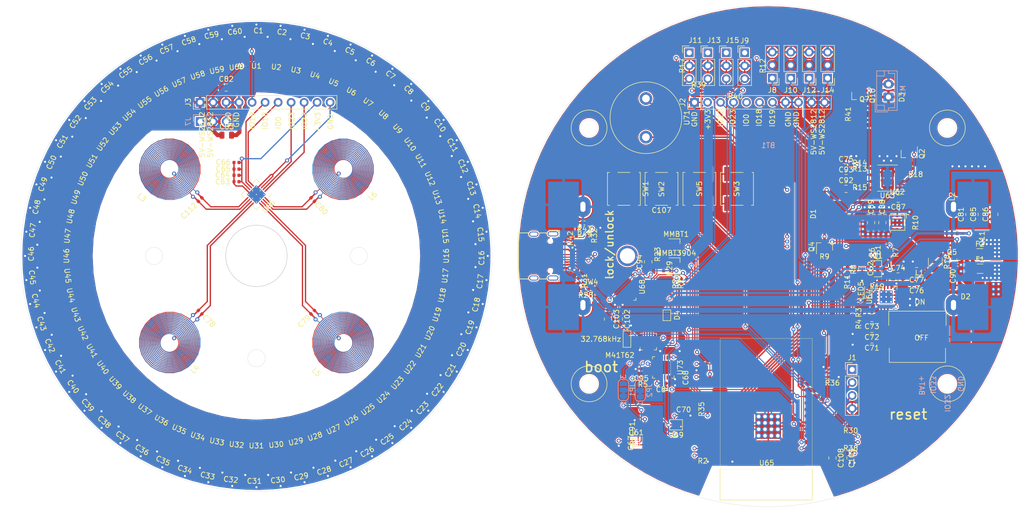
<source format=kicad_pcb>
(kicad_pcb (version 20171130) (host pcbnew 5.1.10-88a1d61d58~88~ubuntu21.04.1)
  (layers (0 F.Cu signal) (1 In1.Cu signal) (2 In2.Cu signal) (31 B.Cu signal) (34 B.Paste user) (35 F.Paste user) (36 B.SilkS user) (37 F.SilkS user) (38 B.Mask user) (39 F.Mask user) (44 Edge.Cuts user))
  (net 0 "")
  (net 1 GND)
  (net 2 /ESP3200/IO19)
  (net 3 /ESP3200/IO21)
  (net 4 +3V3)
  (net 5 VCC)
  (net 6 /next-board00/5V)
  (net 7 +5V)
  (net 8 "Net-(C102-Pad1)")
  (net 9 "Net-(C104-Pad2)")
  (net 10 "Net-(C107-Pad2)")
  (net 11 "Net-(C112-Pad2)")
  (net 12 "Net-(C112-Pad1)")
  (net 13 LX)
  (net 14 "Net-(D3-Pad1)")
  (net 15 /ESP3200/IO2-down)
  (net 16 /ESP3200/IO15-up)
  (net 17 /ESP3200/IO23)
  (net 18 /ESP3200/IO22)
  (net 19 /next-board00/WS2812)
  (net 20 /next-board00/SHUTDOWN)
  (net 21 /next-board00/INT)
  (net 22 /next-board00/SDA)
  (net 23 /next-board00/SCL)
  (net 24 /next-board00/3V3)
  (net 25 "Net-(J5-PadB8)")
  (net 26 /ESP3200/D-)
  (net 27 /ESP3200/D+)
  (net 28 "Net-(J5-PadB5)")
  (net 29 "Net-(J5-PadA8)")
  (net 30 "Net-(J5-PadA5)")
  (net 31 "Net-(Q2-Pad3)")
  (net 32 /ESP3200/RTS)
  (net 33 /ESP3200/EN)
  (net 34 /ESP3200/DTR)
  (net 35 "Net-(Q10-Pad3)")
  (net 36 /ESP3200/IO34)
  (net 37 "Net-(R24-Pad2)")
  (net 38 /ESP3200/TX-esp)
  (net 39 "Net-(R25-Pad2)")
  (net 40 /ESP3200/RX-esp)
  (net 41 /ESP3200/IO12-down)
  (net 42 /ESP3200/IO18)
  (net 43 "Net-(U1-Pad2)")
  (net 44 "Net-(U2-Pad2)")
  (net 45 "Net-(U3-Pad2)")
  (net 46 "Net-(U4-Pad2)")
  (net 47 "Net-(U5-Pad2)")
  (net 48 "Net-(U6-Pad2)")
  (net 49 "Net-(U7-Pad2)")
  (net 50 /next-board00/WS281200/0-8)
  (net 51 "Net-(U10-Pad4)")
  (net 52 "Net-(U10-Pad2)")
  (net 53 "Net-(U11-Pad2)")
  (net 54 "Net-(U12-Pad2)")
  (net 55 "Net-(U13-Pad2)")
  (net 56 "Net-(U14-Pad2)")
  (net 57 "Net-(U15-Pad2)")
  (net 58 /next-board00/WS281200/1-8)
  (net 59 "Net-(U17-Pad2)")
  (net 60 "Net-(U18-Pad2)")
  (net 61 "Net-(U19-Pad2)")
  (net 62 "Net-(U20-Pad2)")
  (net 63 "Net-(U21-Pad2)")
  (net 64 "Net-(U22-Pad2)")
  (net 65 "Net-(U23-Pad2)")
  (net 66 /next-board00/WS281200/2-8)
  (net 67 "Net-(U25-Pad2)")
  (net 68 "Net-(U26-Pad2)")
  (net 69 "Net-(U27-Pad2)")
  (net 70 "Net-(U28-Pad2)")
  (net 71 "Net-(U29-Pad2)")
  (net 72 "Net-(U30-Pad2)")
  (net 73 "Net-(U31-Pad2)")
  (net 74 /next-board00/WS281200/3-8)
  (net 75 "Net-(U33-Pad2)")
  (net 76 "Net-(U34-Pad2)")
  (net 77 "Net-(U35-Pad2)")
  (net 78 "Net-(U36-Pad2)")
  (net 79 "Net-(U37-Pad2)")
  (net 80 "Net-(U38-Pad2)")
  (net 81 "Net-(U39-Pad2)")
  (net 82 /next-board00/WS281200/4-8)
  (net 83 "Net-(U41-Pad2)")
  (net 84 "Net-(U42-Pad2)")
  (net 85 "Net-(U43-Pad2)")
  (net 86 "Net-(U44-Pad2)")
  (net 87 "Net-(U45-Pad2)")
  (net 88 "Net-(U46-Pad2)")
  (net 89 "Net-(U47-Pad2)")
  (net 90 /next-board00/WS281200/5-8)
  (net 91 "Net-(U49-Pad2)")
  (net 92 "Net-(U50-Pad2)")
  (net 93 "Net-(U51-Pad2)")
  (net 94 "Net-(U52-Pad2)")
  (net 95 "Net-(U53-Pad2)")
  (net 96 "Net-(U54-Pad2)")
  (net 97 "Net-(U55-Pad2)")
  (net 98 /next-board00/WS281200/6-8)
  (net 99 "Net-(U57-Pad2)")
  (net 100 "Net-(U58-Pad2)")
  (net 101 "Net-(U59-Pad2)")
  (net 102 /ESP3200/IO26)
  (net 103 "Net-(U69-Pad2)")
  (net 104 /ESP3200/IO39)
  (net 105 /ESP3200/IO35)
  (net 106 "Net-(U65-Pad17)")
  (net 107 "Net-(U65-Pad18)")
  (net 108 "Net-(U65-Pad19)")
  (net 109 "Net-(U65-Pad20)")
  (net 110 "Net-(U65-Pad21)")
  (net 111 "Net-(U65-Pad22)")
  (net 112 /ESP3200/IO5-up)
  (net 113 "Net-(C61-Pad2)")
  (net 114 "Net-(C61-Pad1)")
  (net 115 "Net-(C69-Pad1)")
  (net 116 "Net-(LED5-Pad1)")
  (net 117 /ESP3200/IO14)
  (net 118 "Net-(R10-Pad1)")
  (net 119 "Net-(R13-Pad2)")
  (net 120 "Net-(R15-Pad1)")
  (net 121 /ESP3200/IO27)
  (net 122 /ESP3200/IO36)
  (net 123 /ESP3200/IO25)
  (net 124 "Net-(U67-Pad4)")
  (net 125 "Net-(U67-Pad2)")
  (net 126 "Net-(U67-Pad1)")
  (net 127 "Net-(SW4-Pad4)")
  (net 128 "Net-(SW4-Pad1)")
  (net 129 "Net-(BT1-Pad1)")
  (net 130 "Net-(BT1-Pad3)")
  (net 131 "Net-(F1-Pad1)")
  (net 132 /ESP3200/IO0-up)
  (net 133 /next-board00/LDC-GND)
  (net 134 "Net-(C78-Pad2)")
  (net 135 "Net-(C78-Pad1)")
  (net 136 "Net-(C79-Pad2)")
  (net 137 "Net-(C79-Pad1)")
  (net 138 "Net-(C80-Pad2)")
  (net 139 "Net-(C80-Pad1)")
  (net 140 /next-board00/GND)
  (net 141 /BAT+)
  (net 142 "Net-(MMBT1-Pad1)")
  (net 143 "Net-(MMBT3904-Pad1)")
  (net 144 "Net-(C91-Pad1)")
  (net 145 "Net-(C95-Pad1)")
  (net 146 "Net-(JP2-Pad3)")
  (net 147 "Net-(JP1-Pad3)")
  (net 148 "Net-(JP2-Pad2)")
  (net 149 "Net-(JP1-Pad2)")
  (net 150 "Net-(C68-Pad1)")
  (net 151 "Net-(D1-Pad2)")
  (net 152 "Net-(J2-Pad5)")
  (net 153 "Net-(J5-PadS1)")
  (net 154 /next-board00/WS281200/DOUT)
  (net 155 /ESP3200/IO13)
  (net 156 /perception00/int_baro)
  (net 157 "Net-(C62-Pad1)")
  (net 158 /expanz00/A9-RX)
  (net 159 /expanz00/A9-TX)
  (net 160 /ESP3200/IO4)
  (net 161 VIN)
  (net 162 "Net-(C74-Pad1)")
  (net 163 "Net-(C76-Pad1)")
  (net 164 "Net-(C94-Pad1)")
  (net 165 "Net-(LED5-Pad2)")
  (net 166 "Net-(R42-Pad2)")
  (net 167 "Net-(U68-Pad28)")
  (net 168 "Net-(U68-Pad27)")
  (net 169 "Net-(U68-Pad22)")
  (net 170 "Net-(U68-Pad21)")
  (net 171 "Net-(U68-Pad18)")
  (net 172 "Net-(U68-Pad11)")
  (net 173 "Net-(U68-Pad10)")
  (net 174 "Net-(U68-Pad9)")
  (net 175 "Net-(U68-Pad8)")
  (net 176 "Net-(U68-Pad7)")
  (net 177 "Net-(U68-Pad6)")
  (net 178 "Net-(U68-Pad3)")
  (net 179 "Net-(L1-Pad1)")
  (net 180 "Net-(U64-Pad14)")
  (net 181 "Net-(U64-Pad13)")
  (net 182 "Net-(U64-Pad6)")
  (module BB:18650-holder (layer B.Cu) (at 200 100)
    (fp_text reference BT1 (at 0 -21.59) (layer B.SilkS) (effects (justify mirror)))
    (fp_text value Battery_Cell)
    (pad 1 thru_hole oval (at 36.2 -9.6) (size 3 4) (drill oval 1 2) (layers *.Cu *.Mask) (net 129 "Net-(BT1-Pad1)"))
    (pad 3 thru_hole oval (at 36.2 9.6) (size 3 4) (drill oval 1 2) (layers *.Cu *.Mask) (net 130 "Net-(BT1-Pad3)"))
    (pad 2 thru_hole oval (at -36.2 -9.6) (size 3 4) (drill oval 1 2) (layers *.Cu *.Mask) (net 1 GND))
    (pad 4 thru_hole oval (at -36.2 9.6) (size 3 4) (drill oval 1 2) (layers *.Cu *.Mask) (net 1 GND))
    (pad -1 thru_hole circle (at -27.5 0) (size 4 4) (drill 3) (layers *.Cu *.Mask))
    (pad 2 smd rect (at -40 -10) (size 6 9) (layers B.Cu B.Paste B.Mask) (net 1 GND))
    (pad 4 smd rect (at -40 10) (size 6 9) (layers B.Cu B.Paste B.Mask) (net 1 GND))
    (pad 3 smd rect (at 40 10) (size 6 9) (layers B.Cu B.Paste B.Mask) (net 130 "Net-(BT1-Pad3)"))
    (pad 1 smd rect (at 40 -10) (size 6 9) (layers B.Cu B.Paste B.Mask) (net 129 "Net-(BT1-Pad1)"))
  )
  (module BB:DO-214AC (layer F.Cu) (at 238.55 105.75)
    (fp_text reference D2 (at 0 2.2) (layer F.SilkS))
    (fp_text value SS54)
    (pad 2 smd rect (at 2.77 0) (size 1.9 1.4) (layers F.Cu F.Paste F.Mask) (net 1 GND))
    (pad 1 smd rect (at -2.77 0) (size 1.9 1.4) (layers F.Cu F.Paste F.Mask) (net 163 "Net-(C76-Pad1)"))
  )
  (module Resistor_SMD:R_1210_3225Metric (layer F.Cu) (at 232.65 101.15 270)
    (fp_text reference R16 (at 0 -2.28 90) (layer F.SilkS))
    (fp_text value 75m)
    (pad 2 smd roundrect (at 1.4625 0 270) (size 1.125 2.65) (layers F.Cu F.Paste F.Mask) (roundrect_rratio 0.222222) (net 163 "Net-(C76-Pad1)"))
    (pad 1 smd roundrect (at -1.4625 0 270) (size 1.125 2.65) (layers F.Cu F.Paste F.Mask) (roundrect_rratio 0.222222) (net 5 VCC))
  )
  (module BB:MCF-1040 (layer F.Cu) (at 229.15 115.8)
    (fp_text reference L1 (at 0.4 -12.5) (layer F.SilkS))
    (fp_text value 22u)
    (pad 2 smd rect (at 4.4 0) (size 3.4 4.1) (layers F.Cu F.Paste F.Mask) (net 163 "Net-(C76-Pad1)"))
    (pad 1 smd rect (at -4.4 0) (size 3.4 4.1) (layers F.Cu F.Paste F.Mask) (net 179 "Net-(L1-Pad1)"))
  )
  (module BB:UDFN6_3x3 (layer F.Cu) (at 225.2 93.5)
    (fp_text reference U62 (at 0 -6) (layer F.SilkS))
    (fp_text value NCP708)
    (pad 7 thru_hole circle (at 0 -0.4) (size 0.6 0.6) (drill 0.3) (layers *.Cu *.Mask) (net 1 GND))
    (pad 7 thru_hole circle (at 0 0.4) (size 0.6 0.6) (drill 0.3) (layers *.Cu *.Mask) (net 1 GND))
    (pad 7 thru_hole circle (at 0.8 0.4) (size 0.6 0.6) (drill 0.3) (layers *.Cu *.Mask) (net 1 GND))
    (pad 7 thru_hole circle (at 0.8 -0.4) (size 0.6 0.6) (drill 0.3) (layers *.Cu *.Mask) (net 1 GND))
    (pad 7 thru_hole circle (at -0.8 -0.4) (size 0.6 0.6) (drill 0.3) (layers *.Cu *.Mask) (net 1 GND))
    (pad 7 thru_hole circle (at -0.8 0.4) (size 0.6 0.6) (drill 0.3) (layers *.Cu *.Mask) (net 1 GND))
    (pad 7 smd rect (at 0 0) (size 2.6 1.6) (layers F.Cu F.Paste F.Mask) (net 1 GND))
    (pad 6 smd rect (at 0.95 1.35) (size 0.45 0.6) (layers F.Cu F.Paste F.Mask) (net 5 VCC))
    (pad 5 smd rect (at 0 1.35) (size 0.45 0.6) (layers F.Cu F.Paste F.Mask) (net 4 +3V3))
    (pad 4 smd rect (at -0.95 1.35) (size 0.45 0.6) (layers F.Cu F.Paste F.Mask) (net 4 +3V3))
    (pad 1 smd rect (at 0.95 -1.35) (size 0.45 0.6) (layers F.Cu F.Paste F.Mask) (net 118 "Net-(R10-Pad1)"))
    (pad 2 smd rect (at 0 -1.35) (size 0.45 0.6) (layers F.Cu F.Paste F.Mask) (net 1 GND))
    (pad 3 smd rect (at -0.95 -1.35) (size 0.45 0.6) (layers F.Cu F.Paste F.Mask))
  )
  (module Capacitor_SMD:C_0402_1005Metric (layer F.Cu) (at 216.5 113.35 270)
    (fp_text reference R4 (at 0 -1.17 90) (layer F.SilkS))
    (fp_text value 300k)
    (pad 2 smd roundrect (at 0.485 0 270) (size 0.59 0.64) (layers F.Cu F.Paste F.Mask) (net 1 GND))
    (pad 1 smd roundrect (at -0.485 0 270) (size 0.59 0.64) (layers F.Cu F.Paste F.Mask) (net 104 /ESP3200/IO39))
  )
  (module Package_DFN_QFN:QFN-16-1EP_4x4mm_P0.65mm_EP2.5x2.5mm_ThermalVias (layer F.Cu) (at 223.05 108 90)
    (fp_text reference U64 (at 0 -3.3 90) (layer F.SilkS))
    (fp_text value TP5100)
    (pad 17 smd rect (at 0 0 90) (size 2.5 2.5) (layers B.Cu) (net 1 GND))
    (pad 17 thru_hole circle (at 0.95 0.95 90) (size 0.6 0.6) (drill 0.3) (layers *.Cu) (net 1 GND))
    (pad 17 thru_hole circle (at 0 0.95 90) (size 0.6 0.6) (drill 0.3) (layers *.Cu) (net 1 GND))
    (pad 17 thru_hole circle (at -0.95 0.95 90) (size 0.6 0.6) (drill 0.3) (layers *.Cu) (net 1 GND))
    (pad 17 thru_hole circle (at 0.95 0 90) (size 0.6 0.6) (drill 0.3) (layers *.Cu) (net 1 GND))
    (pad 17 thru_hole circle (at 0 0 90) (size 0.6 0.6) (drill 0.3) (layers *.Cu) (net 1 GND))
    (pad 17 thru_hole circle (at -0.95 0 90) (size 0.6 0.6) (drill 0.3) (layers *.Cu) (net 1 GND))
    (pad 17 thru_hole circle (at 0.95 -0.95 90) (size 0.6 0.6) (drill 0.3) (layers *.Cu) (net 1 GND))
    (pad 17 thru_hole circle (at 0 -0.95 90) (size 0.6 0.6) (drill 0.3) (layers *.Cu) (net 1 GND))
    (pad 17 thru_hole circle (at -0.95 -0.95 90) (size 0.6 0.6) (drill 0.3) (layers *.Cu) (net 1 GND))
    (pad 17 smd rect (at 0 0 90) (size 2.5 2.5) (layers F.Cu F.Mask) (net 1 GND))
    (pad 16 smd roundrect (at -0.975 -1.9375 90) (size 0.3 0.825) (layers F.Cu F.Paste F.Mask) (net 161 VIN))
    (pad 15 smd roundrect (at -0.325 -1.9375 90) (size 0.3 0.825) (layers F.Cu F.Paste F.Mask) (net 116 "Net-(LED5-Pad1)"))
    (pad 14 smd roundrect (at 0.325 -1.9375 90) (size 0.3 0.825) (layers F.Cu F.Paste F.Mask) (net 180 "Net-(U64-Pad14)"))
    (pad 13 smd roundrect (at 0.975 -1.9375 90) (size 0.3 0.825) (layers F.Cu F.Paste F.Mask) (net 181 "Net-(U64-Pad13)"))
    (pad 12 smd roundrect (at 1.9375 -0.975 90) (size 0.825 0.3) (layers F.Cu F.Paste F.Mask) (net 1 GND))
    (pad 11 smd roundrect (at 1.9375 -0.325 90) (size 0.825 0.3) (layers F.Cu F.Paste F.Mask) (net 1 GND))
    (pad 10 smd roundrect (at 1.9375 0.325 90) (size 0.825 0.3) (layers F.Cu F.Paste F.Mask) (net 162 "Net-(C74-Pad1)"))
    (pad 9 smd roundrect (at 1.9375 0.975 90) (size 0.825 0.3) (layers F.Cu F.Paste F.Mask) (net 5 VCC))
    (pad 8 smd roundrect (at 0.975 1.9375 90) (size 0.3 0.825) (layers F.Cu F.Paste F.Mask) (net 163 "Net-(C76-Pad1)"))
    (pad 7 smd roundrect (at 0.325 1.9375 90) (size 0.3 0.825) (layers F.Cu F.Paste F.Mask) (net 1 GND))
    (pad 6 smd roundrect (at -0.325 1.9375 90) (size 0.3 0.825) (layers F.Cu F.Paste F.Mask) (net 182 "Net-(U64-Pad6)"))
    (pad 5 smd roundrect (at -0.975 1.9375 90) (size 0.3 0.825) (layers F.Cu F.Paste F.Mask) (net 161 VIN))
    (pad 4 smd roundrect (at -1.9375 0.975 90) (size 0.825 0.3) (layers F.Cu F.Paste F.Mask) (net 161 VIN))
    (pad 3 smd roundrect (at -1.9375 0.325 90) (size 0.825 0.3) (layers F.Cu F.Paste F.Mask) (net 179 "Net-(L1-Pad1)"))
    (pad 2 smd roundrect (at -1.9375 -0.325 90) (size 0.825 0.3) (layers F.Cu F.Paste F.Mask) (net 179 "Net-(L1-Pad1)"))
    (pad 1 smd roundrect (at -1.9375 -0.975 90) (size 0.825 0.3) (layers F.Cu F.Paste F.Mask) (net 161 VIN))
  )
  (module Capacitor_SMD:C_0805_2012Metric (layer F.Cu) (at 236.15 100.8 270)
    (fp_text reference C90 (at 3.15 0.05 270) (layer F.SilkS))
    (fp_text value 22uf)
    (pad 2 smd roundrect (at 0.9375 0 270) (size 0.975 1.4) (layers F.Cu F.Paste F.Mask) (net 1 GND))
    (pad 1 smd roundrect (at -0.9375 0 270) (size 0.975 1.4) (layers F.Cu F.Paste F.Mask) (net 5 VCC))
  )
  (module Package_DFN_QFN:QFN-32-1EP_5x5mm_P0.5mm_EP3.3x3.3mm (layer F.Cu) (at 171.55 106.05 270)
    (fp_text reference U68 (at 0 -3.82 90) (layer F.SilkS))
    (fp_text value FT232RQ)
    (pad 33 smd rect (at 0 0 270) (size 3.3 3.3) (layers F.Cu F.Mask))
    (pad 32 smd roundrect (at -1.75 -2.4375 270) (size 0.25 0.875) (layers F.Cu F.Paste F.Mask) (net 32 /ESP3200/RTS))
    (pad 31 smd roundrect (at -1.25 -2.4375 270) (size 0.25 0.875) (layers F.Cu F.Paste F.Mask) (net 34 /ESP3200/DTR))
    (pad 30 smd roundrect (at -0.75 -2.4375 270) (size 0.25 0.875) (layers F.Cu F.Paste F.Mask) (net 37 "Net-(R24-Pad2)"))
    (pad 29 smd roundrect (at -0.25 -2.4375 270) (size 0.25 0.875) (layers F.Cu F.Paste F.Mask))
    (pad 28 smd roundrect (at 0.25 -2.4375 270) (size 0.25 0.875) (layers F.Cu F.Paste F.Mask) (net 167 "Net-(U68-Pad28)"))
    (pad 27 smd roundrect (at 0.75 -2.4375 270) (size 0.25 0.875) (layers F.Cu F.Paste F.Mask) (net 168 "Net-(U68-Pad27)"))
    (pad 26 smd roundrect (at 1.25 -2.4375 270) (size 0.25 0.875) (layers F.Cu F.Paste F.Mask) (net 1 GND))
    (pad 25 smd roundrect (at 1.75 -2.4375 270) (size 0.25 0.875) (layers F.Cu F.Paste F.Mask))
    (pad 24 smd roundrect (at 2.4375 -1.75 270) (size 0.875 0.25) (layers F.Cu F.Paste F.Mask) (net 1 GND))
    (pad 23 smd roundrect (at 2.4375 -1.25 270) (size 0.875 0.25) (layers F.Cu F.Paste F.Mask))
    (pad 22 smd roundrect (at 2.4375 -0.75 270) (size 0.875 0.25) (layers F.Cu F.Paste F.Mask) (net 169 "Net-(U68-Pad22)"))
    (pad 21 smd roundrect (at 2.4375 -0.25 270) (size 0.875 0.25) (layers F.Cu F.Paste F.Mask) (net 170 "Net-(U68-Pad21)"))
    (pad 20 smd roundrect (at 2.4375 0.25 270) (size 0.875 0.25) (layers F.Cu F.Paste F.Mask) (net 1 GND))
    (pad 19 smd roundrect (at 2.4375 0.75 270) (size 0.875 0.25) (layers F.Cu F.Paste F.Mask) (net 8 "Net-(C102-Pad1)"))
    (pad 18 smd roundrect (at 2.4375 1.25 270) (size 0.875 0.25) (layers F.Cu F.Paste F.Mask) (net 171 "Net-(U68-Pad18)"))
    (pad 17 smd roundrect (at 2.4375 1.75 270) (size 0.875 0.25) (layers F.Cu F.Paste F.Mask) (net 1 GND))
    (pad 16 smd roundrect (at 1.75 2.4375 270) (size 0.25 0.875) (layers F.Cu F.Paste F.Mask) (net 164 "Net-(C94-Pad1)"))
    (pad 15 smd roundrect (at 1.25 2.4375 270) (size 0.25 0.875) (layers F.Cu F.Paste F.Mask) (net 26 /ESP3200/D-))
    (pad 14 smd roundrect (at 0.75 2.4375 270) (size 0.25 0.875) (layers F.Cu F.Paste F.Mask) (net 27 /ESP3200/D+))
    (pad 13 smd roundrect (at 0.25 2.4375 270) (size 0.25 0.875) (layers F.Cu F.Paste F.Mask))
    (pad 12 smd roundrect (at -0.25 2.4375 270) (size 0.25 0.875) (layers F.Cu F.Paste F.Mask))
    (pad 11 smd roundrect (at -0.75 2.4375 270) (size 0.25 0.875) (layers F.Cu F.Paste F.Mask) (net 172 "Net-(U68-Pad11)"))
    (pad 10 smd roundrect (at -1.25 2.4375 270) (size 0.25 0.875) (layers F.Cu F.Paste F.Mask) (net 173 "Net-(U68-Pad10)"))
    (pad 9 smd roundrect (at -1.75 2.4375 270) (size 0.25 0.875) (layers F.Cu F.Paste F.Mask) (net 174 "Net-(U68-Pad9)"))
    (pad 8 smd roundrect (at -2.4375 1.75 270) (size 0.875 0.25) (layers F.Cu F.Paste F.Mask) (net 175 "Net-(U68-Pad8)"))
    (pad 7 smd roundrect (at -2.4375 1.25 270) (size 0.875 0.25) (layers F.Cu F.Paste F.Mask) (net 176 "Net-(U68-Pad7)"))
    (pad 6 smd roundrect (at -2.4375 0.75 270) (size 0.875 0.25) (layers F.Cu F.Paste F.Mask) (net 177 "Net-(U68-Pad6)"))
    (pad 5 smd roundrect (at -2.4375 0.25 270) (size 0.875 0.25) (layers F.Cu F.Paste F.Mask))
    (pad 4 smd roundrect (at -2.4375 -0.25 270) (size 0.875 0.25) (layers F.Cu F.Paste F.Mask) (net 1 GND))
    (pad 3 smd roundrect (at -2.4375 -0.75 270) (size 0.875 0.25) (layers F.Cu F.Paste F.Mask) (net 178 "Net-(U68-Pad3)"))
    (pad 2 smd roundrect (at -2.4375 -1.25 270) (size 0.875 0.25) (layers F.Cu F.Paste F.Mask) (net 39 "Net-(R25-Pad2)"))
    (pad 1 smd roundrect (at -2.4375 -1.75 270) (size 0.875 0.25) (layers F.Cu F.Paste F.Mask) (net 164 "Net-(C94-Pad1)"))
  )
  (module Resistor_SMD:R_0402_1005Metric (layer F.Cu) (at 164.1 93.55 180)
    (fp_text reference R43 (at 0 -1.17) (layer F.SilkS))
    (fp_text value 7.5k)
    (pad 2 smd roundrect (at 0.51 0 180) (size 0.54 0.64) (layers F.Cu F.Paste F.Mask) (net 166 "Net-(R42-Pad2)"))
    (pad 1 smd roundrect (at -0.51 0 180) (size 0.54 0.64) (layers F.Cu F.Paste F.Mask) (net 1 GND))
  )
  (module Resistor_SMD:R_0402_1005Metric (layer F.Cu) (at 162.5 96.55 90)
    (fp_text reference R42 (at 0 -1.17 90) (layer F.SilkS))
    (fp_text value 5.1k)
    (pad 2 smd roundrect (at 0.51 0 90) (size 0.54 0.64) (layers F.Cu F.Paste F.Mask) (net 166 "Net-(R42-Pad2)"))
    (pad 1 smd roundrect (at -0.51 0 90) (size 0.54 0.64) (layers F.Cu F.Paste F.Mask) (net 161 VIN))
  )
  (module Capacitor_SMD:C_0805_2012Metric (layer F.Cu) (at 176.55 101.15 90)
    (fp_text reference C94 (at 0 -1.68 90) (layer F.SilkS))
    (fp_text value 0.1uf)
    (pad 2 smd roundrect (at 0.95 0 90) (size 1 1.45) (layers F.Cu F.Paste F.Mask) (net 1 GND))
    (pad 1 smd roundrect (at -0.95 0 90) (size 1 1.45) (layers F.Cu F.Paste F.Mask) (net 164 "Net-(C94-Pad1)"))
  )
  (module Capacitor_SMD:C_0805_2012Metric (layer F.Cu) (at 244.15 91.88 90)
    (fp_text reference C86 (at 0 -1.68 90) (layer F.SilkS))
    (fp_text value 22uf)
    (pad 2 smd roundrect (at 0.95 0 90) (size 1 1.45) (layers F.Cu F.Paste F.Mask) (net 1 GND))
    (pad 1 smd roundrect (at -0.95 0 90) (size 1 1.45) (layers F.Cu F.Paste F.Mask) (net 5 VCC))
  )
  (module Capacitor_SMD:C_0805_2012Metric (layer F.Cu) (at 241.76 91.88 90)
    (fp_text reference C85 (at 0 -1.68 90) (layer F.SilkS))
    (fp_text value 10uf)
    (pad 2 smd roundrect (at 0.95 0 90) (size 1 1.45) (layers F.Cu F.Paste F.Mask) (net 1 GND))
    (pad 1 smd roundrect (at -0.95 0 90) (size 1 1.45) (layers F.Cu F.Paste F.Mask) (net 5 VCC))
  )
  (module Capacitor_SMD:C_0805_2012Metric (layer F.Cu) (at 239.35 91.9 90)
    (fp_text reference C81 (at 0 -1.68 90) (layer F.SilkS))
    (fp_text value 0.1uf)
    (pad 2 smd roundrect (at 0.95 0 90) (size 1 1.45) (layers F.Cu F.Paste F.Mask) (net 1 GND))
    (pad 1 smd roundrect (at -0.95 0 90) (size 1 1.45) (layers F.Cu F.Paste F.Mask) (net 5 VCC))
  )
  (module Capacitor_SMD:C_0805_2012Metric (layer F.Cu) (at 229 103 180)
    (fp_text reference C77 (at 0 -1.68) (layer F.SilkS))
    (fp_text value 10uf)
    (pad 2 smd roundrect (at 0.95 0 180) (size 1 1.45) (layers F.Cu F.Paste F.Mask) (net 1 GND))
    (pad 1 smd roundrect (at -0.95 0 180) (size 1 1.45) (layers F.Cu F.Paste F.Mask) (net 163 "Net-(C76-Pad1)"))
  )
  (module Capacitor_SMD:C_0805_2012Metric (layer F.Cu) (at 229 105.1 180)
    (fp_text reference C76 (at 0 -1.68) (layer F.SilkS))
    (fp_text value 0.1uf)
    (pad 2 smd roundrect (at 0.95 0 180) (size 1 1.45) (layers F.Cu F.Paste F.Mask) (net 1 GND))
    (pad 1 smd roundrect (at -0.95 0 180) (size 1 1.45) (layers F.Cu F.Paste F.Mask) (net 163 "Net-(C76-Pad1)"))
  )
  (module Capacitor_SMD:C_0805_2012Metric (layer F.Cu) (at 225.35 104.05)
    (fp_text reference C74 (at 0 -1.68) (layer F.SilkS))
    (fp_text value 0.1uf)
    (pad 2 smd roundrect (at 0.95 0) (size 1 1.45) (layers F.Cu F.Paste F.Mask) (net 1 GND))
    (pad 1 smd roundrect (at -0.95 0) (size 1 1.45) (layers F.Cu F.Paste F.Mask) (net 162 "Net-(C74-Pad1)"))
  )
  (module Capacitor_SMD:C_0805_2012Metric (layer F.Cu) (at 220.25 112.1 180)
    (fp_text reference C73 (at 0 -1.68) (layer F.SilkS))
    (fp_text value 22uf)
    (pad 2 smd roundrect (at 0.95 0 180) (size 1 1.45) (layers F.Cu F.Paste F.Mask) (net 1 GND))
    (pad 1 smd roundrect (at -0.95 0 180) (size 1 1.45) (layers F.Cu F.Paste F.Mask) (net 161 VIN))
  )
  (module Capacitor_SMD:C_0805_2012Metric (layer F.Cu) (at 220.25 114.2 180)
    (fp_text reference C72 (at 0 -1.68) (layer F.SilkS))
    (fp_text value 22uf)
    (pad 2 smd roundrect (at 0.95 0 180) (size 1 1.45) (layers F.Cu F.Paste F.Mask) (net 1 GND))
    (pad 1 smd roundrect (at -0.95 0 180) (size 1 1.45) (layers F.Cu F.Paste F.Mask) (net 161 VIN))
  )
  (module Capacitor_SMD:C_0805_2012Metric (layer F.Cu) (at 220.25 116.3 180)
    (fp_text reference C71 (at 0 -1.68) (layer F.SilkS))
    (fp_text value 22uf)
    (pad 2 smd roundrect (at 0.95 0 180) (size 1 1.45) (layers F.Cu F.Paste F.Mask) (net 1 GND))
    (pad 1 smd roundrect (at -0.95 0 180) (size 1 1.45) (layers F.Cu F.Paste F.Mask) (net 161 VIN))
  )
  (module BB:DO-214AC (layer F.Cu) (at 211 91.8 270)
    (fp_text reference D1 (at 0 2.2 270) (layer F.SilkS))
    (fp_text value SS54)
    (pad 2 smd rect (at 2.77 0 270) (size 1.9 1.4) (layers F.Cu F.Paste F.Mask) (net 151 "Net-(D1-Pad2)"))
    (pad 1 smd rect (at -2.77 0 270) (size 1.9 1.4) (layers F.Cu F.Paste F.Mask) (net 5 VCC))
  )
  (module Resistor_SMD:R_0402_1005Metric (layer F.Cu) (at 193.6 67.664 180)
    (fp_text reference R40 (at 0 -1.17 180) (layer F.SilkS))
    (fp_text value 12k)
    (pad 2 smd roundrect (at 0.485 0 180) (size 0.59 0.64) (layers F.Cu F.Paste F.Mask) (net 105 /ESP3200/IO35))
    (pad 1 smd roundrect (at -0.485 0 180) (size 0.59 0.64) (layers F.Cu F.Paste F.Mask) (net 4 +3V3))
  )
  (module Resistor_SMD:R_0402_1005Metric (layer F.Cu) (at 186.4 67.7)
    (fp_text reference R39 (at 0 -1.17) (layer F.SilkS))
    (fp_text value 12k)
    (pad 2 smd roundrect (at 0.485 0) (size 0.59 0.64) (layers F.Cu F.Paste F.Mask) (net 132 /ESP3200/IO0-up))
    (pad 1 smd roundrect (at -0.485 0) (size 0.59 0.64) (layers F.Cu F.Paste F.Mask) (net 4 +3V3))
  )
  (module Resistor_SMD:R_0402_1005Metric (layer F.Cu) (at 182.034 62.838 270)
    (fp_text reference R17 (at 0 -1.17 270) (layer F.SilkS))
    (fp_text value 12k)
    (pad 2 smd roundrect (at 0.485 0 270) (size 0.59 0.64) (layers F.Cu F.Paste F.Mask) (net 16 /ESP3200/IO15-up))
    (pad 1 smd roundrect (at -0.485 0 270) (size 0.59 0.64) (layers F.Cu F.Paste F.Mask) (net 4 +3V3))
  )
  (module Resistor_SMD:R_0402_1005Metric (layer F.Cu) (at 197.742 62.864 270)
    (fp_text reference R12 (at 0 -1.17 270) (layer F.SilkS))
    (fp_text value 12k)
    (pad 2 smd roundrect (at 0.485 0 270) (size 0.59 0.64) (layers F.Cu F.Paste F.Mask) (net 160 /ESP3200/IO4))
    (pad 1 smd roundrect (at -0.485 0 270) (size 0.59 0.64) (layers F.Cu F.Paste F.Mask) (net 4 +3V3))
  )
  (module Resistor_SMD:R_0402_1005Metric (layer F.Cu) (at 216.6 105.05 90)
    (fp_text reference R11 (at 0 -1.17 90) (layer F.SilkS))
    (fp_text value 220)
    (pad 2 smd roundrect (at 0.485 0 90) (size 0.59 0.64) (layers F.Cu F.Paste F.Mask) (net 157 "Net-(C62-Pad1)"))
    (pad 1 smd roundrect (at -0.485 0 90) (size 0.59 0.64) (layers F.Cu F.Paste F.Mask) (net 112 /ESP3200/IO5-up))
  )
  (module Resistor_SMD:R_0402_1005Metric (layer F.Cu) (at 175.514 123.952 180)
    (fp_text reference R5 (at 0 -1.17 180) (layer F.SilkS))
    (fp_text value 12k)
    (pad 2 smd roundrect (at 0.485 0 180) (size 0.59 0.64) (layers F.Cu F.Paste F.Mask) (net 4 +3V3))
    (pad 1 smd roundrect (at -0.485 0 180) (size 0.59 0.64) (layers F.Cu F.Paste F.Mask) (net 36 /ESP3200/IO34))
  )
  (module Connector_PinHeader_2.54mm:PinHeader_1x04_P2.54mm_Vertical (layer F.Cu) (at 216.4 122.2)
    (fp_text reference J1 (at 0 -2.33) (layer F.SilkS))
    (fp_text value Conn_01x04)
    (pad 4 thru_hole oval (at 0 7.62) (size 1.7 1.7) (drill 1) (layers *.Cu *.Mask) (net 1 GND))
    (pad 3 thru_hole oval (at 0 5.08) (size 1.7 1.7) (drill 1) (layers *.Cu *.Mask) (net 158 /expanz00/A9-RX))
    (pad 2 thru_hole oval (at 0 2.54) (size 1.7 1.7) (drill 1) (layers *.Cu *.Mask) (net 159 /expanz00/A9-TX))
    (pad 1 thru_hole rect (at 0 0) (size 1.7 1.7) (drill 1) (layers *.Cu *.Mask) (net 5 VCC))
  )
  (module BB:SMD-8_2x2.5x0.65P (layer F.Cu) (at 182 133)
    (fp_text reference U69 (at 0 2) (layer F.SilkS))
    (fp_text value SPL06)
    (pad 2 smd rect (at 0.325 0.725) (size 0.35 0.35) (layers F.Cu F.Paste F.Mask) (net 103 "Net-(U69-Pad2)"))
    (pad 8 smd rect (at 0.975 -0.725) (size 0.35 0.35) (layers F.Cu F.Paste F.Mask) (net 4 +3V3))
    (pad 7 smd rect (at 0.325 -0.725) (size 0.35 0.35) (layers F.Cu F.Paste F.Mask) (net 1 GND))
    (pad 6 smd rect (at -0.325 -0.725) (size 0.35 0.35) (layers F.Cu F.Paste F.Mask) (net 4 +3V3))
    (pad 5 smd rect (at -0.975 -0.725) (size 0.35 0.35) (layers F.Cu F.Paste F.Mask) (net 156 /perception00/int_baro))
    (pad 4 smd rect (at -0.975 0.725) (size 0.35 0.35) (layers F.Cu F.Paste F.Mask) (net 18 /ESP3200/IO22))
    (pad 3 smd rect (at -0.325 0.725) (size 0.35 0.35) (layers F.Cu F.Paste F.Mask) (net 17 /ESP3200/IO23))
    (pad 1 smd rect (at 0.975 0.725) (size 0.35 0.35) (layers F.Cu F.Paste F.Mask) (net 1 GND))
  )
  (module BB:USB_C_Female-16Pin-HPJF (layer F.Cu) (at 158.95 100 270)
    (fp_text reference J5 hide)
    (fp_text value USB_C_Receptacle_USB2.0)
    (pad A12 smd rect (at 3.35 0 270) (size 0.3 2) (layers F.Cu F.Paste F.Mask) (net 1 GND))
    (pad B1 smd rect (at 3.05 0 270) (size 0.3 2) (layers F.Cu F.Paste F.Mask) (net 1 GND))
    (pad A9 smd rect (at 2.55 0 270) (size 0.3 2) (layers F.Cu F.Paste F.Mask) (net 161 VIN))
    (pad B4 smd rect (at 2.25 0 270) (size 0.3 2) (layers F.Cu F.Paste F.Mask) (net 161 VIN))
    (pad B9 smd rect (at -2.25 0 270) (size 0.3 2) (layers F.Cu F.Paste F.Mask) (net 161 VIN))
    (pad A4 smd rect (at -2.55 0 270) (size 0.3 2) (layers F.Cu F.Paste F.Mask) (net 161 VIN))
    (pad B12 smd rect (at -3.05 0 270) (size 0.3 2) (layers F.Cu F.Paste F.Mask) (net 1 GND))
    (pad A1 smd rect (at -3.35 0 270) (size 0.3 2) (layers F.Cu F.Paste F.Mask) (net 1 GND))
    (pad "" np_thru_hole circle (at 2.89 1.55) (size 0.7 0.7) (drill 0.7) (layers *.Cu *.Mask))
    (pad "" np_thru_hole circle (at -2.89 1.55) (size 0.7 0.7) (drill 0.7) (layers *.Cu *.Mask))
    (pad S3 thru_hole oval (at 4.32 4.75 270) (size 1 1.8) (drill oval 0.6 1.4) (layers *.Cu *.Mask))
    (pad S1 thru_hole oval (at -4.25 4.75 270) (size 1 1.8) (drill oval 0.6 1.4) (layers *.Cu *.Mask) (net 153 "Net-(J5-PadS1)"))
    (pad S2 thru_hole oval (at 4.32 1 270) (size 1 2.1) (drill oval 0.6 1.7) (layers *.Cu *.Mask))
    (pad S0 thru_hole oval (at -4.32 1 270) (size 1 2.1) (drill oval 0.6 1.7) (layers *.Cu *.Mask))
    (pad B5 smd rect (at 1.75 0 270) (size 0.3 2) (layers F.Cu F.Paste F.Mask) (net 28 "Net-(J5-PadB5)"))
    (pad B8 smd rect (at -1.75 0 270) (size 0.3 2) (layers F.Cu F.Paste F.Mask) (net 25 "Net-(J5-PadB8)"))
    (pad A8 smd rect (at 1.25 0 270) (size 0.3 2) (layers F.Cu F.Paste F.Mask) (net 29 "Net-(J5-PadA8)"))
    (pad A5 smd rect (at -1.25 0 270) (size 0.3 2) (layers F.Cu F.Paste F.Mask) (net 30 "Net-(J5-PadA5)"))
    (pad B6 smd rect (at 0.75 0 270) (size 0.3 2) (layers F.Cu F.Paste F.Mask) (net 27 /ESP3200/D+))
    (pad B7 smd rect (at -0.75 0 270) (size 0.3 2) (layers F.Cu F.Paste F.Mask) (net 26 /ESP3200/D-))
    (pad A7 smd rect (at 0.25 0 270) (size 0.3 2) (layers F.Cu F.Paste F.Mask) (net 26 /ESP3200/D-))
    (pad A6 smd rect (at -0.25 0 270) (size 0.3 2) (layers F.Cu F.Paste F.Mask) (net 27 /ESP3200/D+))
  )
  (module Capacitor_SMD:C_0805_2012Metric (layer F.Cu) (at 94.2 76.4)
    (fp_text reference C83 (at 0 -1.65) (layer F.SilkS))
    (fp_text value 10uf)
    (pad 2 smd roundrect (at 0.9375 0) (size 0.975 1.4) (layers F.Cu F.Paste F.Mask) (net 140 /next-board00/GND))
    (pad 1 smd roundrect (at -0.9375 0) (size 0.975 1.4) (layers F.Cu F.Paste F.Mask) (net 6 /next-board00/5V))
  )
  (module BB:ESP32-WROVER (layer F.Cu) (at 199.6 141.08 180)
    (fp_text reference U65 (at -0.1 0.62 180) (layer F.SilkS))
    (fp_text value ESP32-WROVER hide)
    (pad 38 smd oval (at 9.03 0.91 180) (size 3 0.9) (layers F.Cu F.Paste F.Mask) (net 1 GND))
    (pad 37 smd oval (at 9.03 2.18 180) (size 3 0.9) (layers F.Cu F.Paste F.Mask) (net 17 /ESP3200/IO23))
    (pad 36 smd oval (at 9.03 3.45 180) (size 3 0.9) (layers F.Cu F.Paste F.Mask) (net 18 /ESP3200/IO22))
    (pad 35 smd oval (at 9.03 4.72 180) (size 3 0.9) (layers F.Cu F.Paste F.Mask) (net 38 /ESP3200/TX-esp))
    (pad 34 smd oval (at 9.03 5.99 180) (size 3 0.9) (layers F.Cu F.Paste F.Mask) (net 40 /ESP3200/RX-esp))
    (pad 33 smd oval (at 9.03 7.26 180) (size 3 0.9) (layers F.Cu F.Paste F.Mask) (net 3 /ESP3200/IO21))
    (pad 32 smd oval (at 9.03 8.53 180) (size 3 0.9) (layers F.Cu F.Paste F.Mask))
    (pad 31 smd oval (at 9.03 9.8 180) (size 3 0.9) (layers F.Cu F.Paste F.Mask) (net 2 /ESP3200/IO19))
    (pad 30 smd oval (at 9.03 11.07 180) (size 3 0.9) (layers F.Cu F.Paste F.Mask) (net 42 /ESP3200/IO18))
    (pad 29 smd oval (at 9.03 12.34 180) (size 3 0.9) (layers F.Cu F.Paste F.Mask) (net 112 /ESP3200/IO5-up))
    (pad 28 smd oval (at 9.03 13.61 180) (size 3 0.9) (layers F.Cu F.Paste F.Mask))
    (pad 27 smd oval (at 9.03 14.88 180) (size 3 0.9) (layers F.Cu F.Paste F.Mask))
    (pad 26 smd oval (at 9.03 16.15 180) (size 3 0.9) (layers F.Cu F.Paste F.Mask) (net 160 /ESP3200/IO4))
    (pad 25 smd oval (at 9.03 17.42 180) (size 3 0.9) (layers F.Cu F.Paste F.Mask) (net 132 /ESP3200/IO0-up))
    (pad 24 smd oval (at 9 18.72 180) (size 3 0.9) (layers F.Cu F.Paste F.Mask) (net 15 /ESP3200/IO2-down))
    (pad 23 smd oval (at 9 19.99 180) (size 3 0.9) (layers F.Cu F.Paste F.Mask) (net 16 /ESP3200/IO15-up))
    (pad 22 smd oval (at 9 21.26 180) (size 3 0.9) (layers F.Cu F.Paste F.Mask) (net 111 "Net-(U65-Pad22)"))
    (pad 21 smd oval (at 9 22.53 180) (size 3 0.9) (layers F.Cu F.Paste F.Mask) (net 110 "Net-(U65-Pad21)"))
    (pad 20 smd oval (at 9 23.8 180) (size 3 0.9) (layers F.Cu F.Paste F.Mask) (net 109 "Net-(U65-Pad20)"))
    (pad 19 smd oval (at -9 23.8 180) (size 3 0.9) (layers F.Cu F.Paste F.Mask) (net 108 "Net-(U65-Pad19)"))
    (pad 18 smd oval (at -9 22.53 180) (size 3 0.9) (layers F.Cu F.Paste F.Mask) (net 107 "Net-(U65-Pad18)"))
    (pad 17 smd oval (at -9 21.26 180) (size 3 0.9) (layers F.Cu F.Paste F.Mask) (net 106 "Net-(U65-Pad17)"))
    (pad 16 smd oval (at -9 19.99 180) (size 3 0.9) (layers F.Cu F.Paste F.Mask) (net 155 /ESP3200/IO13))
    (pad 15 smd oval (at -9 18.72 180) (size 3 0.9) (layers F.Cu F.Paste F.Mask) (net 1 GND))
    (pad 14 smd oval (at -9 17.42 180) (size 3 0.9) (layers F.Cu F.Paste F.Mask) (net 41 /ESP3200/IO12-down))
    (pad 13 smd oval (at -9 16.15 180) (size 3 0.9) (layers F.Cu F.Paste F.Mask) (net 117 /ESP3200/IO14))
    (pad 12 smd oval (at -9 14.88 180) (size 3 0.9) (layers F.Cu F.Paste F.Mask) (net 121 /ESP3200/IO27))
    (pad 11 smd oval (at -9 13.61 180) (size 3 0.9) (layers F.Cu F.Paste F.Mask) (net 102 /ESP3200/IO26))
    (pad 10 smd oval (at -9 12.34 180) (size 3 0.9) (layers F.Cu F.Paste F.Mask) (net 123 /ESP3200/IO25))
    (pad 9 smd oval (at -9 11.07 180) (size 3 0.9) (layers F.Cu F.Paste F.Mask) (net 159 /expanz00/A9-TX))
    (pad 8 smd oval (at -9 9.8 180) (size 3 0.9) (layers F.Cu F.Paste F.Mask) (net 158 /expanz00/A9-RX))
    (pad 7 smd oval (at -9 8.53 180) (size 3 0.9) (layers F.Cu F.Paste F.Mask) (net 105 /ESP3200/IO35))
    (pad 6 smd oval (at -9 7.26 180) (size 3 0.9) (layers F.Cu F.Paste F.Mask) (net 36 /ESP3200/IO34))
    (pad 5 smd oval (at -9 5.99 180) (size 3 0.9) (layers F.Cu F.Paste F.Mask) (net 104 /ESP3200/IO39))
    (pad 4 smd oval (at -9 4.72 180) (size 3 0.9) (layers F.Cu F.Paste F.Mask) (net 122 /ESP3200/IO36))
    (pad 3 smd oval (at -9 3.45 180) (size 3 0.9) (layers F.Cu F.Paste F.Mask) (net 33 /ESP3200/EN))
    (pad 2 smd oval (at -9 2.18 180) (size 3 0.9) (layers F.Cu F.Paste F.Mask) (net 4 +3V3))
    (pad 1 smd oval (at -9 0.91 180) (size 3 0.9) (layers F.Cu F.Paste F.Mask) (net 1 GND))
    (pad 39 smd rect (at -0.4 7.83 180) (size 5 5) (layers F.Cu F.Paste F.Mask) (net 1 GND))
    (pad 39 thru_hole circle (at -2.275 5.95 180) (size 1.2 1.2) (drill 0.7) (layers *.Cu *.Mask) (net 1 GND))
    (pad 39 thru_hole circle (at -1.025 5.95 180) (size 1.2 1.2) (drill 0.7) (layers *.Cu *.Mask) (net 1 GND))
    (pad 39 thru_hole circle (at 0.225 5.95 180) (size 1.2 1.2) (drill 0.7) (layers *.Cu *.Mask) (net 1 GND))
    (pad 39 thru_hole circle (at 1.475 5.95 180) (size 1.2 1.2) (drill 0.7) (layers *.Cu *.Mask) (net 1 GND))
    (pad 39 thru_hole circle (at -2.275 7.2 180) (size 1.2 1.2) (drill 0.7) (layers *.Cu *.Mask) (net 1 GND))
    (pad 39 thru_hole circle (at -1.025 7.2 180) (size 1.2 1.2) (drill 0.7) (layers *.Cu *.Mask) (net 1 GND))
    (pad 39 thru_hole circle (at 0.225 7.2 180) (size 1.2 1.2) (drill 0.7) (layers *.Cu *.Mask) (net 1 GND))
    (pad 39 thru_hole circle (at 1.475 7.2 180) (size 1.2 1.2) (drill 0.7) (layers *.Cu *.Mask) (net 1 GND))
    (pad 39 thru_hole circle (at -2.275 8.45 180) (size 1.2 1.2) (drill 0.7) (layers *.Cu *.Mask) (net 1 GND))
    (pad 39 thru_hole circle (at -1.025 8.45 180) (size 1.2 1.2) (drill 0.7) (layers *.Cu *.Mask) (net 1 GND))
    (pad 39 thru_hole circle (at 0.225 8.45 180) (size 1.2 1.2) (drill 0.7) (layers *.Cu *.Mask) (net 1 GND))
    (pad 39 thru_hole circle (at 1.475 8.45 180) (size 1.2 1.2) (drill 0.7) (layers *.Cu *.Mask) (net 1 GND))
    (pad 39 thru_hole circle (at -2.275 9.7 180) (size 1.2 1.2) (drill 0.7) (layers *.Cu *.Mask) (net 1 GND))
    (pad 39 thru_hole circle (at -1.025 9.7 180) (size 1.2 1.2) (drill 0.7) (layers *.Cu *.Mask) (net 1 GND))
    (pad 39 thru_hole circle (at 0.225 9.7 180) (size 1.2 1.2) (drill 0.7) (layers *.Cu *.Mask) (net 1 GND))
    (pad 39 thru_hole circle (at 1.475 9.7 180) (size 1.2 1.2) (drill 0.7) (layers *.Cu *.Mask) (net 1 GND))
  )
  (module BB:QMC6310 (layer F.Cu) (at 174.2 136.5)
    (fp_text reference U61 (at 0 -2) (layer F.SilkS))
    (fp_text value QMC6310)
    (pad A2 smd circle (at 0 -0.4) (size 0.15 0.15) (layers F.Cu F.Mask))
    (pad A1 smd circle (at -0.4 -0.4) (size 0.15 0.15) (layers F.Cu F.Mask) (net 4 +3V3))
    (pad B1 smd circle (at -0.4 0) (size 0.15 0.15) (layers F.Cu F.Mask) (net 1 GND))
    (pad A3 smd circle (at 0.4 -0.4) (size 0.15 0.15) (layers F.Cu F.Mask) (net 144 "Net-(C91-Pad1)"))
    (pad C3 smd circle (at 0.4 0.4) (size 0.15 0.15) (layers F.Cu F.Mask) (net 149 "Net-(JP1-Pad2)"))
    (pad C1 smd circle (at -0.4 0.4) (size 0.15 0.15) (layers F.Cu F.Mask))
    (pad C2 smd circle (at 0 0.4) (size 0.15 0.15) (layers F.Cu F.Mask))
    (pad B3 smd circle (at 0.4 0) (size 0.15 0.15) (layers F.Cu F.Paste F.Mask) (net 148 "Net-(JP2-Pad2)"))
  )
  (module BB:piezo (layer F.Cu) (at 176.1 73 90)
    (fp_text reference U71 (at 0 8 90) (layer F.SilkS))
    (fp_text value piezo)
    (pad 2 thru_hole circle (at 3.75 0 90) (size 2.5 2.5) (drill 1.5) (layers *.Cu *.Mask) (net 5 VCC))
    (pad 1 thru_hole circle (at -3.8 0 90) (size 2.5 2.5) (drill 1.5) (layers *.Cu *.Mask) (net 151 "Net-(D1-Pad2)"))
  )
  (module Resistor_SMD:R_0402_1005Metric (layer F.Cu) (at 211 101.3)
    (fp_text reference R9 (at 0 -1.17) (layer F.SilkS))
    (fp_text value 47k)
    (pad 2 smd roundrect (at 0.485 0) (size 0.59 0.64) (layers F.Cu F.Paste F.Mask) (net 1 GND))
    (pad 1 smd roundrect (at -0.485 0) (size 0.59 0.64) (layers F.Cu F.Paste F.Mask) (net 3 /ESP3200/IO21))
  )
  (module Package_TO_SOT_SMD:SOT-23 (layer F.Cu) (at 211 98.2 90)
    (fp_text reference Q4 (at 0 -2.5 90) (layer F.SilkS))
    (fp_text value 2N7002)
    (pad 3 smd rect (at 1 0 90) (size 0.9 0.8) (layers F.Cu F.Paste F.Mask) (net 151 "Net-(D1-Pad2)"))
    (pad 2 smd rect (at -1 0.95 90) (size 0.9 0.8) (layers F.Cu F.Paste F.Mask) (net 1 GND))
    (pad 1 smd rect (at -1 -0.95 90) (size 0.9 0.8) (layers F.Cu F.Paste F.Mask) (net 3 /ESP3200/IO21))
  )
  (module Jumper:SolderJumper-3_P1.3mm_Bridged12_RoundedPad1.0x1.5mm_NumberLabels (layer B.Cu) (at 175 126.3 90)
    (fp_text reference JP2 (at 0 1.8 90) (layer B.SilkS) (effects (justify mirror)))
    (fp_text value Jumper_NC_Dual)
    (fp_poly (pts (xy -0.9 0.3) (xy -0.4 0.3) (xy -0.4 -0.3) (xy -0.9 -0.3)) (layer B.Cu) (width 0))
    (fp_text user 1 (at -2.6 0 90) (layer B.SilkS) (effects (justify mirror)))
    (fp_text user 3 (at 2.6 0 90) (layer B.SilkS) (effects (justify mirror)))
    (pad 1 smd custom (at -1.3 0 90) (size 1 0.5) (layers B.Cu B.Mask) (net 18 /ESP3200/IO22) (options (clearance outline) (anchor rect)) (primitives (gr_poly (pts (xy 0.55 0.75) (xy 0 0.75) (xy 0 -0.75) (xy 0.55 -0.75)) (width 0)) (gr_circle (center 0 -0.25) (end 0.5 -0.25) (width 0)) (gr_circle (center 0 0.25) (end 0.5 0.25) (width 0))))
    (pad 2 smd rect (at 0 0 90) (size 1 1.5) (layers B.Cu B.Mask) (net 148 "Net-(JP2-Pad2)"))
    (pad 3 smd custom (at 1.3 0 90) (size 1 0.5) (layers B.Cu B.Mask) (net 146 "Net-(JP2-Pad3)") (options (clearance outline) (anchor rect)) (primitives (gr_circle (center 0 -0.25) (end 0.5 -0.25) (width 0)) (gr_circle (center 0 0.25) (end 0.5 0.25) (width 0)) (gr_poly (pts (xy -0.55 0.75) (xy 0 0.75) (xy 0 -0.75) (xy -0.55 -0.75)) (width 0))))
  )
  (module Jumper:SolderJumper-3_P1.3mm_Bridged12_RoundedPad1.0x1.5mm_NumberLabels (layer B.Cu) (at 171.7 126.2 90)
    (fp_text reference JP1 (at 0 1.8 90) (layer B.SilkS) (effects (justify mirror)))
    (fp_text value Jumper_NC_Dual)
    (fp_poly (pts (xy -0.9 0.3) (xy -0.4 0.3) (xy -0.4 -0.3) (xy -0.9 -0.3)) (layer B.Cu) (width 0))
    (fp_text user 1 (at -2.6 0 90) (layer B.SilkS) (effects (justify mirror)))
    (fp_text user 3 (at 2.6 0 90) (layer B.SilkS) (effects (justify mirror)))
    (pad 1 smd custom (at -1.3 0 90) (size 1 0.5) (layers B.Cu B.Mask) (net 17 /ESP3200/IO23) (options (clearance outline) (anchor rect)) (primitives (gr_poly (pts (xy 0.55 0.75) (xy 0 0.75) (xy 0 -0.75) (xy 0.55 -0.75)) (width 0)) (gr_circle (center 0 -0.25) (end 0.5 -0.25) (width 0)) (gr_circle (center 0 0.25) (end 0.5 0.25) (width 0))))
    (pad 2 smd rect (at 0 0 90) (size 1 1.5) (layers B.Cu B.Mask) (net 149 "Net-(JP1-Pad2)"))
    (pad 3 smd custom (at 1.3 0 90) (size 1 0.5) (layers B.Cu B.Mask) (net 147 "Net-(JP1-Pad3)") (options (clearance outline) (anchor rect)) (primitives (gr_circle (center 0 -0.25) (end 0.5 -0.25) (width 0)) (gr_circle (center 0 0.25) (end 0.5 0.25) (width 0)) (gr_poly (pts (xy -0.55 0.75) (xy 0 0.75) (xy 0 -0.75) (xy -0.55 -0.75)) (width 0))))
  )
  (module Connector_PinHeader_2.54mm:PinHeader_1x03_P2.54mm_Vertical (layer F.Cu) (at 191.8 60.3)
    (fp_text reference J15 (at 1.2 -2.43) (layer F.SilkS))
    (fp_text value Conn_01x03)
    (pad 3 thru_hole oval (at 0 5.08) (size 1.7 1.7) (drill 1) (layers *.Cu *.Mask) (net 105 /ESP3200/IO35))
    (pad 2 thru_hole oval (at 0 2.54) (size 1.7 1.7) (drill 1) (layers *.Cu *.Mask) (net 1 GND))
    (pad 1 thru_hole rect (at 0 0) (size 1.7 1.7) (drill 1) (layers *.Cu *.Mask) (net 4 +3V3))
  )
  (module Connector_PinHeader_2.54mm:PinHeader_1x03_P2.54mm_Vertical (layer F.Cu) (at 211.6 65.278 180)
    (fp_text reference J14 (at 0 -2.33 180) (layer F.SilkS))
    (fp_text value Conn_01x03)
    (pad 3 thru_hole oval (at 0 5.08 180) (size 1.7 1.7) (drill 1) (layers *.Cu *.Mask) (net 1 GND))
    (pad 2 thru_hole oval (at 0 2.54 180) (size 1.7 1.7) (drill 1) (layers *.Cu *.Mask) (net 7 +5V))
    (pad 1 thru_hole rect (at 0 0 180) (size 1.7 1.7) (drill 1) (layers *.Cu *.Mask) (net 15 /ESP3200/IO2-down))
  )
  (module Connector_PinHeader_2.54mm:PinHeader_1x03_P2.54mm_Vertical (layer F.Cu) (at 188.2 60.298)
    (fp_text reference J13 (at 1.2 -2.43) (layer F.SilkS))
    (fp_text value Conn_01x03)
    (pad 3 thru_hole oval (at 0 5.08) (size 1.7 1.7) (drill 1) (layers *.Cu *.Mask) (net 132 /ESP3200/IO0-up))
    (pad 2 thru_hole oval (at 0 2.54) (size 1.7 1.7) (drill 1) (layers *.Cu *.Mask) (net 1 GND))
    (pad 1 thru_hole rect (at 0 0) (size 1.7 1.7) (drill 1) (layers *.Cu *.Mask) (net 4 +3V3))
  )
  (module Connector_PinHeader_2.54mm:PinHeader_1x03_P2.54mm_Vertical (layer F.Cu) (at 208 65.278 180)
    (fp_text reference J12 (at 0 -2.33 180) (layer F.SilkS))
    (fp_text value Conn_01x03)
    (pad 3 thru_hole oval (at 0 5.08 180) (size 1.7 1.7) (drill 1) (layers *.Cu *.Mask) (net 1 GND))
    (pad 2 thru_hole oval (at 0 2.54 180) (size 1.7 1.7) (drill 1) (layers *.Cu *.Mask) (net 7 +5V))
    (pad 1 thru_hole rect (at 0 0 180) (size 1.7 1.7) (drill 1) (layers *.Cu *.Mask) (net 155 /ESP3200/IO13))
  )
  (module Connector_PinHeader_2.54mm:PinHeader_1x03_P2.54mm_Vertical (layer F.Cu) (at 184.574 60.298)
    (fp_text reference J11 (at 1.2 -2.43) (layer F.SilkS))
    (fp_text value Conn_01x03)
    (pad 3 thru_hole oval (at 0 5.08) (size 1.7 1.7) (drill 1) (layers *.Cu *.Mask) (net 16 /ESP3200/IO15-up))
    (pad 2 thru_hole oval (at 0 2.54) (size 1.7 1.7) (drill 1) (layers *.Cu *.Mask) (net 1 GND))
    (pad 1 thru_hole rect (at 0 0) (size 1.7 1.7) (drill 1) (layers *.Cu *.Mask) (net 4 +3V3))
  )
  (module Connector_PinHeader_2.54mm:PinHeader_1x03_P2.54mm_Vertical (layer F.Cu) (at 204.4 65.278 180)
    (fp_text reference J10 (at 0 -2.33 180) (layer F.SilkS))
    (fp_text value Conn_01x03)
    (pad 3 thru_hole oval (at 0 5.08 180) (size 1.7 1.7) (drill 1) (layers *.Cu *.Mask) (net 1 GND))
    (pad 2 thru_hole oval (at 0 2.54 180) (size 1.7 1.7) (drill 1) (layers *.Cu *.Mask) (net 7 +5V))
    (pad 1 thru_hole rect (at 0 0 180) (size 1.7 1.7) (drill 1) (layers *.Cu *.Mask) (net 123 /ESP3200/IO25))
  )
  (module Connector_PinHeader_2.54mm:PinHeader_1x03_P2.54mm_Vertical (layer F.Cu) (at 195.4 60.298)
    (fp_text reference J9 (at 0 -2.33) (layer F.SilkS))
    (fp_text value Conn_01x03)
    (pad 3 thru_hole oval (at 0 5.08) (size 1.7 1.7) (drill 1) (layers *.Cu *.Mask) (net 160 /ESP3200/IO4))
    (pad 2 thru_hole oval (at 0 2.54) (size 1.7 1.7) (drill 1) (layers *.Cu *.Mask) (net 1 GND))
    (pad 1 thru_hole rect (at 0 0) (size 1.7 1.7) (drill 1) (layers *.Cu *.Mask) (net 4 +3V3))
  )
  (module Connector_PinHeader_2.54mm:PinHeader_1x03_P2.54mm_Vertical (layer F.Cu) (at 200.8 65.278 180)
    (fp_text reference J8 (at 0 -2.33 180) (layer F.SilkS))
    (fp_text value Conn_01x03)
    (pad 3 thru_hole oval (at 0 5.08 180) (size 1.7 1.7) (drill 1) (layers *.Cu *.Mask) (net 1 GND))
    (pad 2 thru_hole oval (at 0 2.54 180) (size 1.7 1.7) (drill 1) (layers *.Cu *.Mask) (net 7 +5V))
    (pad 1 thru_hole rect (at 0 0 180) (size 1.7 1.7) (drill 1) (layers *.Cu *.Mask) (net 121 /ESP3200/IO27))
  )
  (module Connector_PinHeader_2.54mm:PinHeader_1x03_P2.54mm_Vertical (layer B.Cu) (at 89.01 73.75 270)
    (fp_text reference J7 (at 0 2.33 270) (layer B.SilkS) (effects (justify mirror)))
    (fp_text value Conn_01x03)
    (pad 3 thru_hole oval (at 0 -5.08 270) (size 1.7 1.7) (drill 1) (layers *.Cu *.Mask) (net 140 /next-board00/GND))
    (pad 2 thru_hole oval (at 0 -2.54 270) (size 1.7 1.7) (drill 1) (layers *.Cu *.Mask) (net 6 /next-board00/5V))
    (pad 1 thru_hole rect (at 0 0 270) (size 1.7 1.7) (drill 1) (layers *.Cu *.Mask) (net 154 /next-board00/WS281200/DOUT))
  )
  (module Capacitor_SMD:C_0402_1005Metric (layer F.Cu) (at 182.7 123.8 270)
    (fp_text reference C68 (at 0 -1.17 270) (layer F.SilkS))
    (fp_text value 2.2uf)
    (pad 2 smd roundrect (at 0.485 0 270) (size 0.59 0.64) (layers F.Cu F.Paste F.Mask) (net 1 GND))
    (pad 1 smd roundrect (at -0.485 0 270) (size 0.59 0.64) (layers F.Cu F.Paste F.Mask) (net 150 "Net-(C68-Pad1)"))
  )
  (module Capacitor_SMD:C_0402_1005Metric (layer F.Cu) (at 172 136.6 270)
    (fp_text reference C67 (at 0 -1.17 270) (layer F.SilkS))
    (fp_text value 2.2uf)
    (pad 2 smd roundrect (at 0.485 0 270) (size 0.59 0.64) (layers F.Cu F.Paste F.Mask) (net 1 GND))
    (pad 1 smd roundrect (at -0.485 0 270) (size 0.59 0.64) (layers F.Cu F.Paste F.Mask) (net 4 +3V3))
  )
  (module Capacitor_SMD:C_0805_2012Metric (layer F.Cu) (at 220.1 93.5 90)
    (fp_text reference C89 (at 3.1 0 90) (layer F.SilkS))
    (fp_text value 2.2uf)
    (pad 2 smd roundrect (at 0.9375 0 90) (size 0.975 1.4) (layers F.Cu F.Paste F.Mask) (net 1 GND))
    (pad 1 smd roundrect (at -0.9375 0 90) (size 0.975 1.4) (layers F.Cu F.Paste F.Mask) (net 4 +3V3))
  )
  (module Capacitor_SMD:C_0805_2012Metric (layer F.Cu) (at 222.3 93.5 90)
    (fp_text reference C88 (at 3.1 0 90) (layer F.SilkS))
    (fp_text value 10uf)
    (pad 2 smd roundrect (at 0.9375 0 90) (size 0.975 1.4) (layers F.Cu F.Paste F.Mask) (net 1 GND))
    (pad 1 smd roundrect (at -0.9375 0 90) (size 0.975 1.4) (layers F.Cu F.Paste F.Mask) (net 4 +3V3))
  )
  (module Connector_JST:JST_EH_B2B-EH-A_1x02_P2.50mm_Vertical (layer B.Cu) (at 223.5 68.95 90)
    (fp_text reference M1 (at 1.25 2.8 270) (layer B.SilkS) (effects (justify mirror)))
    (fp_text value Motor_DC)
    (pad 2 thru_hole oval (at 2.5 0 90) (size 1.7 2) (drill 1) (layers *.Cu *.Mask) (net 1 GND))
    (pad 1 thru_hole roundrect (at 0 0 90) (size 1.7 2) (drill 1) (layers *.Cu *.Mask) (roundrect_rratio 0.147059) (net 14 "Net-(D3-Pad1)"))
  )
  (module Capacitor_SMD:C_0402_1005Metric (layer F.Cu) (at 174.6 133.8 90)
    (fp_text reference C91 (at 0 -1.17 90) (layer F.SilkS))
    (fp_text value 4.7uf)
    (pad 2 smd roundrect (at 0.485 0 90) (size 0.59 0.64) (layers F.Cu F.Paste F.Mask) (net 1 GND))
    (pad 1 smd roundrect (at -0.485 0 90) (size 0.59 0.64) (layers F.Cu F.Paste F.Mask) (net 144 "Net-(C91-Pad1)"))
  )
  (module Package_DFN_QFN:QFN-24-1EP_4x4mm_P0.5mm_EP2.6x2.6mm (layer F.Cu) (at 179.5 121.8 270)
    (fp_text reference U73 (at 0 -3.3 270) (layer F.SilkS))
    (fp_text value MPU6050)
    (pad 24 smd roundrect (at -1.25 -1.9375 270) (size 0.25 0.825) (layers F.Cu F.Paste F.Mask) (net 17 /ESP3200/IO23))
    (pad 23 smd roundrect (at -0.75 -1.9375 270) (size 0.25 0.825) (layers F.Cu F.Paste F.Mask) (net 18 /ESP3200/IO22))
    (pad 22 smd roundrect (at -0.25 -1.9375 270) (size 0.25 0.825) (layers F.Cu F.Paste F.Mask))
    (pad 21 smd roundrect (at 0.25 -1.9375 270) (size 0.25 0.825) (layers F.Cu F.Paste F.Mask))
    (pad 20 smd roundrect (at 0.75 -1.9375 270) (size 0.25 0.825) (layers F.Cu F.Paste F.Mask) (net 150 "Net-(C68-Pad1)"))
    (pad 19 smd roundrect (at 1.25 -1.9375 270) (size 0.25 0.825) (layers F.Cu F.Paste F.Mask))
    (pad 18 smd roundrect (at 1.9375 -1.25 270) (size 0.825 0.25) (layers F.Cu F.Paste F.Mask) (net 1 GND))
    (pad 17 smd roundrect (at 1.9375 -0.75 270) (size 0.825 0.25) (layers F.Cu F.Paste F.Mask))
    (pad 16 smd roundrect (at 1.9375 -0.25 270) (size 0.825 0.25) (layers F.Cu F.Paste F.Mask))
    (pad 15 smd roundrect (at 1.9375 0.25 270) (size 0.825 0.25) (layers F.Cu F.Paste F.Mask))
    (pad 14 smd roundrect (at 1.9375 0.75 270) (size 0.825 0.25) (layers F.Cu F.Paste F.Mask))
    (pad 13 smd roundrect (at 1.9375 1.25 270) (size 0.825 0.25) (layers F.Cu F.Paste F.Mask) (net 4 +3V3))
    (pad 12 smd roundrect (at 1.25 1.9375 270) (size 0.25 0.825) (layers F.Cu F.Paste F.Mask) (net 36 /ESP3200/IO34))
    (pad 11 smd roundrect (at 0.75 1.9375 270) (size 0.25 0.825) (layers F.Cu F.Paste F.Mask) (net 1 GND))
    (pad 10 smd roundrect (at 0.25 1.9375 270) (size 0.25 0.825) (layers F.Cu F.Paste F.Mask) (net 145 "Net-(C95-Pad1)"))
    (pad 9 smd roundrect (at -0.25 1.9375 270) (size 0.25 0.825) (layers F.Cu F.Paste F.Mask) (net 4 +3V3))
    (pad 8 smd roundrect (at -0.75 1.9375 270) (size 0.25 0.825) (layers F.Cu F.Paste F.Mask) (net 4 +3V3))
    (pad 7 smd roundrect (at -1.25 1.9375 270) (size 0.25 0.825) (layers F.Cu F.Paste F.Mask) (net 146 "Net-(JP2-Pad3)"))
    (pad 6 smd roundrect (at -1.9375 1.25 270) (size 0.825 0.25) (layers F.Cu F.Paste F.Mask) (net 147 "Net-(JP1-Pad3)"))
    (pad 5 smd roundrect (at -1.9375 0.75 270) (size 0.825 0.25) (layers F.Cu F.Paste F.Mask))
    (pad 4 smd roundrect (at -1.9375 0.25 270) (size 0.825 0.25) (layers F.Cu F.Paste F.Mask))
    (pad 3 smd roundrect (at -1.9375 -0.25 270) (size 0.825 0.25) (layers F.Cu F.Paste F.Mask))
    (pad 2 smd roundrect (at -1.9375 -0.75 270) (size 0.825 0.25) (layers F.Cu F.Paste F.Mask))
    (pad 1 smd roundrect (at -1.9375 -1.25 270) (size 0.825 0.25) (layers F.Cu F.Paste F.Mask) (net 1 GND))
    (pad 25 smd roundrect (at 0 0 270) (size 2.6 2.6) (layers F.Cu F.Mask) (roundrect_rratio 0.096154))
  )
  (module Resistor_SMD:R_0402_1005Metric (layer F.Cu) (at 175.6 122.05 180)
    (fp_text reference C95 (at 0.4 -1.85 180) (layer F.SilkS))
    (fp_text value 0.1uf)
    (pad 2 smd roundrect (at 0.485 0 180) (size 0.59 0.64) (layers F.Cu F.Paste F.Mask) (net 1 GND))
    (pad 1 smd roundrect (at -0.485 0 180) (size 0.59 0.64) (layers F.Cu F.Paste F.Mask) (net 145 "Net-(C95-Pad1)"))
  )
  (module Resistor_SMD:R_0402_1005Metric (layer F.Cu) (at 179.5 124.9)
    (fp_text reference C84 (at 0 1.2) (layer F.SilkS))
    (fp_text value 1uf)
    (pad 2 smd roundrect (at 0.485 0) (size 0.59 0.64) (layers F.Cu F.Paste F.Mask) (net 1 GND))
    (pad 1 smd roundrect (at -0.485 0) (size 0.59 0.64) (layers F.Cu F.Paste F.Mask) (net 4 +3V3))
  )
  (module Button_Switch_SMD:SW_Push_1P1T_NO_CK_KSC6xxJ (layer F.Cu) (at 186.55 86.9 90)
    (fp_text reference SW5 (at 0 0 270) (layer F.SilkS))
    (fp_text value SW_DIP_x01)
    (pad 1 smd rect (at -2.9 -2 90) (size 2.8 1) (layers F.Cu F.Paste F.Mask) (net 1 GND))
    (pad 1 smd rect (at 2.9 -2 90) (size 2.8 1) (layers F.Cu F.Paste F.Mask) (net 1 GND))
    (pad 2 smd rect (at -2.9 2 90) (size 2.8 1) (layers F.Cu F.Paste F.Mask) (net 157 "Net-(C62-Pad1)"))
    (pad 2 smd rect (at 2.9 2 90) (size 2.8 1) (layers F.Cu F.Paste F.Mask) (net 157 "Net-(C62-Pad1)"))
  )
  (module Capacitor_SMD:C_0402_1005Metric (layer F.Cu) (at 104.871627 57.476274 174)
    (fp_text reference C2 (at 0 1.2 174) (layer F.SilkS))
    (fp_text value 220nf)
    (pad 1 smd roundrect (at -0.485 0 174) (size 0.59 0.64) (layers F.Cu F.Paste F.Mask) (net 140 /next-board00/GND))
    (pad 2 smd roundrect (at 0.485 0 174) (size 0.59 0.64) (layers F.Cu F.Paste F.Mask) (net 6 /next-board00/5V))
  )
  (module Capacitor_SMD:C_0402_1005Metric (layer F.Cu) (at 109.289879 58.218447 168)
    (fp_text reference C3 (at 0 1.2 168) (layer F.SilkS))
    (fp_text value 220nf)
    (pad 1 smd roundrect (at -0.485 0 168) (size 0.59 0.64) (layers F.Cu F.Paste F.Mask) (net 140 /next-board00/GND))
    (pad 2 smd roundrect (at 0.485 0 168) (size 0.59 0.64) (layers F.Cu F.Paste F.Mask) (net 6 /next-board00/5V))
  )
  (module Capacitor_SMD:C_0402_1005Metric (layer F.Cu) (at 113.60635 59.418388 162)
    (fp_text reference C4 (at 0 1.2 162) (layer F.SilkS))
    (fp_text value 220nf)
    (pad 1 smd roundrect (at -0.485 0 162) (size 0.59 0.64) (layers F.Cu F.Paste F.Mask) (net 140 /next-board00/GND))
    (pad 2 smd roundrect (at 0.485 0 162) (size 0.59 0.64) (layers F.Cu F.Paste F.Mask) (net 6 /next-board00/5V))
  )
  (module Capacitor_SMD:C_0402_1005Metric (layer F.Cu) (at 117.773747 61.062949 156)
    (fp_text reference C5 (at 0 1.2 156) (layer F.SilkS))
    (fp_text value 220nf)
    (pad 1 smd roundrect (at -0.485 0 156) (size 0.59 0.64) (layers F.Cu F.Paste F.Mask) (net 140 /next-board00/GND))
    (pad 2 smd roundrect (at 0.485 0 156) (size 0.59 0.64) (layers F.Cu F.Paste F.Mask) (net 6 /next-board00/5V))
  )
  (module Capacitor_SMD:C_0402_1005Metric (layer F.Cu) (at 121.74641 63.134113 150)
    (fp_text reference C6 (at 0 1.2 150) (layer F.SilkS))
    (fp_text value 220nf)
    (pad 1 smd roundrect (at -0.485 0 150) (size 0.59 0.64) (layers F.Cu F.Paste F.Mask) (net 140 /next-board00/GND))
    (pad 2 smd roundrect (at 0.485 0 150) (size 0.59 0.64) (layers F.Cu F.Paste F.Mask) (net 6 /next-board00/5V))
  )
  (module Capacitor_SMD:C_0402_1005Metric (layer F.Cu) (at 125.480816 65.609187 144)
    (fp_text reference C7 (at 0 1.2 144) (layer F.SilkS))
    (fp_text value 220nf)
    (pad 1 smd roundrect (at -0.485 0 144) (size 0.59 0.64) (layers F.Cu F.Paste F.Mask) (net 140 /next-board00/GND))
    (pad 2 smd roundrect (at 0.485 0 144) (size 0.59 0.64) (layers F.Cu F.Paste F.Mask) (net 6 /next-board00/5V))
  )
  (module Capacitor_SMD:C_0402_1005Metric (layer F.Cu) (at 128.936048 68.461054 138)
    (fp_text reference C8 (at 0 1.2 138) (layer F.SilkS))
    (fp_text value 220nf)
    (pad 1 smd roundrect (at -0.485 0 138) (size 0.59 0.64) (layers F.Cu F.Paste F.Mask) (net 140 /next-board00/GND))
    (pad 2 smd roundrect (at 0.485 0 138) (size 0.59 0.64) (layers F.Cu F.Paste F.Mask) (net 6 /next-board00/5V))
  )
  (module Capacitor_SMD:C_0402_1005Metric (layer F.Cu) (at 132.074251 71.658468 132)
    (fp_text reference C9 (at 0 1.2 132) (layer F.SilkS))
    (fp_text value 220nf)
    (pad 1 smd roundrect (at -0.485 0 132) (size 0.59 0.64) (layers F.Cu F.Paste F.Mask) (net 140 /next-board00/GND))
    (pad 2 smd roundrect (at 0.485 0 132) (size 0.59 0.64) (layers F.Cu F.Paste F.Mask) (net 6 /next-board00/5V))
  )
  (module Capacitor_SMD:C_0402_1005Metric (layer F.Cu) (at 134.861041 75.166398 126)
    (fp_text reference C10 (at 0 1.2 126) (layer F.SilkS))
    (fp_text value 220nf)
    (pad 1 smd roundrect (at -0.485 0 126) (size 0.59 0.64) (layers F.Cu F.Paste F.Mask) (net 140 /next-board00/GND))
    (pad 2 smd roundrect (at 0.485 0 126) (size 0.59 0.64) (layers F.Cu F.Paste F.Mask) (net 6 /next-board00/5V))
  )
  (module Capacitor_SMD:C_0402_1005Metric (layer F.Cu) (at 137.265887 78.94641 120)
    (fp_text reference C11 (at 0 1.2 120) (layer F.SilkS))
    (fp_text value 220nf)
    (pad 1 smd roundrect (at -0.485 0 120) (size 0.59 0.64) (layers F.Cu F.Paste F.Mask) (net 140 /next-board00/GND))
    (pad 2 smd roundrect (at 0.485 0 120) (size 0.59 0.64) (layers F.Cu F.Paste F.Mask) (net 6 /next-board00/5V))
  )
  (module Capacitor_SMD:C_0402_1005Metric (layer F.Cu) (at 139.26244 82.95709 114)
    (fp_text reference C12 (at 0 1.2 114) (layer F.SilkS))
    (fp_text value 220nf)
    (pad 1 smd roundrect (at -0.485 0 114) (size 0.59 0.64) (layers F.Cu F.Paste F.Mask) (net 140 /next-board00/GND))
    (pad 2 smd roundrect (at 0.485 0 114) (size 0.59 0.64) (layers F.Cu F.Paste F.Mask) (net 6 /next-board00/5V))
  )
  (module Capacitor_SMD:C_0402_1005Metric (layer F.Cu) (at 140.828826 87.154495 108)
    (fp_text reference C13 (at 0 1.2 108) (layer F.SilkS))
    (fp_text value 220nf)
    (pad 1 smd roundrect (at -0.485 0 108) (size 0.59 0.64) (layers F.Cu F.Paste F.Mask) (net 140 /next-board00/GND))
    (pad 2 smd roundrect (at 0.485 0 108) (size 0.59 0.64) (layers F.Cu F.Paste F.Mask) (net 6 /next-board00/5V))
  )
  (module Capacitor_SMD:C_0402_1005Metric (layer F.Cu) (at 141.947882 91.492639 102)
    (fp_text reference C14 (at 0 1.2 102) (layer F.SilkS))
    (fp_text value 220nf)
    (pad 1 smd roundrect (at -0.485 0 102) (size 0.59 0.64) (layers F.Cu F.Paste F.Mask) (net 140 /next-board00/GND))
    (pad 2 smd roundrect (at 0.485 0 102) (size 0.59 0.64) (layers F.Cu F.Paste F.Mask) (net 6 /next-board00/5V))
  )
  (module Capacitor_SMD:C_0402_1005Metric (layer F.Cu) (at 142.607349 95.923991 96)
    (fp_text reference C15 (at 0 1.2 96) (layer F.SilkS))
    (fp_text value 220nf)
    (pad 1 smd roundrect (at -0.485 0 96) (size 0.59 0.64) (layers F.Cu F.Paste F.Mask) (net 140 /next-board00/GND))
    (pad 2 smd roundrect (at 0.485 0 96) (size 0.59 0.64) (layers F.Cu F.Paste F.Mask) (net 6 /next-board00/5V))
  )
  (module Capacitor_SMD:C_0402_1005Metric (layer F.Cu) (at 142.8 100.4 90)
    (fp_text reference C16 (at 0 1.2 90) (layer F.SilkS))
    (fp_text value 220nf)
    (pad 1 smd roundrect (at -0.485 0 90) (size 0.59 0.64) (layers F.Cu F.Paste F.Mask) (net 140 /next-board00/GND))
    (pad 2 smd roundrect (at 0.485 0 90) (size 0.59 0.64) (layers F.Cu F.Paste F.Mask) (net 6 /next-board00/5V))
  )
  (module Capacitor_SMD:C_0402_1005Metric (layer F.Cu) (at 142.523726 104.871627 84)
    (fp_text reference C17 (at 0 1.2 84) (layer F.SilkS))
    (fp_text value 220nf)
    (pad 1 smd roundrect (at -0.485 0 84) (size 0.59 0.64) (layers F.Cu F.Paste F.Mask) (net 140 /next-board00/GND))
    (pad 2 smd roundrect (at 0.485 0 84) (size 0.59 0.64) (layers F.Cu F.Paste F.Mask) (net 6 /next-board00/5V))
  )
  (module Capacitor_SMD:C_0402_1005Metric (layer F.Cu) (at 141.781553 109.289879 78)
    (fp_text reference C18 (at 0 1.2 78) (layer F.SilkS))
    (fp_text value 220nf)
    (pad 1 smd roundrect (at -0.485 0 78) (size 0.59 0.64) (layers F.Cu F.Paste F.Mask) (net 140 /next-board00/GND))
    (pad 2 smd roundrect (at 0.485 0 78) (size 0.59 0.64) (layers F.Cu F.Paste F.Mask) (net 6 /next-board00/5V))
  )
  (module Capacitor_SMD:C_0402_1005Metric (layer F.Cu) (at 140.581612 113.60635 72)
    (fp_text reference C19 (at 0 1.2 72) (layer F.SilkS))
    (fp_text value 220nf)
    (pad 1 smd roundrect (at -0.485 0 72) (size 0.59 0.64) (layers F.Cu F.Paste F.Mask) (net 140 /next-board00/GND))
    (pad 2 smd roundrect (at 0.485 0 72) (size 0.59 0.64) (layers F.Cu F.Paste F.Mask) (net 6 /next-board00/5V))
  )
  (module Capacitor_SMD:C_0402_1005Metric (layer F.Cu) (at 138.937051 117.773747 66)
    (fp_text reference C20 (at 0 1.2 66) (layer F.SilkS))
    (fp_text value 220nf)
    (pad 1 smd roundrect (at -0.485 0 66) (size 0.59 0.64) (layers F.Cu F.Paste F.Mask) (net 140 /next-board00/GND))
    (pad 2 smd roundrect (at 0.485 0 66) (size 0.59 0.64) (layers F.Cu F.Paste F.Mask) (net 6 /next-board00/5V))
  )
  (module Capacitor_SMD:C_0402_1005Metric (layer F.Cu) (at 136.865887 121.74641 60)
    (fp_text reference C21 (at 0 1.2 60) (layer F.SilkS))
    (fp_text value 220nf)
    (pad 1 smd roundrect (at -0.485 0 60) (size 0.59 0.64) (layers F.Cu F.Paste F.Mask) (net 140 /next-board00/GND))
    (pad 2 smd roundrect (at 0.485 0 60) (size 0.59 0.64) (layers F.Cu F.Paste F.Mask) (net 6 /next-board00/5V))
  )
  (module Capacitor_SMD:C_0402_1005Metric (layer F.Cu) (at 134.390813 125.480816 54)
    (fp_text reference C22 (at 0 1.2 54) (layer F.SilkS))
    (fp_text value 220nf)
    (pad 1 smd roundrect (at -0.485 0 54) (size 0.59 0.64) (layers F.Cu F.Paste F.Mask) (net 140 /next-board00/GND))
    (pad 2 smd roundrect (at 0.485 0 54) (size 0.59 0.64) (layers F.Cu F.Paste F.Mask) (net 6 /next-board00/5V))
  )
  (module Capacitor_SMD:C_0402_1005Metric (layer F.Cu) (at 131.538946 128.936048 48)
    (fp_text reference C23 (at 0 1.2 48) (layer F.SilkS))
    (fp_text value 220nf)
    (pad 1 smd roundrect (at -0.485 0 48) (size 0.59 0.64) (layers F.Cu F.Paste F.Mask) (net 140 /next-board00/GND))
    (pad 2 smd roundrect (at 0.485 0 48) (size 0.59 0.64) (layers F.Cu F.Paste F.Mask) (net 6 /next-board00/5V))
  )
  (module Capacitor_SMD:C_0402_1005Metric (layer F.Cu) (at 128.341532 132.074251 42)
    (fp_text reference C24 (at 0 1.2 42) (layer F.SilkS))
    (fp_text value 220nf)
    (pad 1 smd roundrect (at -0.485 0 42) (size 0.59 0.64) (layers F.Cu F.Paste F.Mask) (net 140 /next-board00/GND))
    (pad 2 smd roundrect (at 0.485 0 42) (size 0.59 0.64) (layers F.Cu F.Paste F.Mask) (net 6 /next-board00/5V))
  )
  (module Capacitor_SMD:C_0402_1005Metric (layer F.Cu) (at 124.833602 134.861041 36)
    (fp_text reference C25 (at 0 1.2 36) (layer F.SilkS))
    (fp_text value 220nf)
    (pad 1 smd roundrect (at -0.485 0 36) (size 0.59 0.64) (layers F.Cu F.Paste F.Mask) (net 140 /next-board00/GND))
    (pad 2 smd roundrect (at 0.485 0 36) (size 0.59 0.64) (layers F.Cu F.Paste F.Mask) (net 6 /next-board00/5V))
  )
  (module Capacitor_SMD:C_0402_1005Metric (layer F.Cu) (at 121.05359 137.265887 30)
    (fp_text reference C26 (at 0 1.2 30) (layer F.SilkS))
    (fp_text value 220nf)
    (pad 1 smd roundrect (at -0.485 0 30) (size 0.59 0.64) (layers F.Cu F.Paste F.Mask) (net 140 /next-board00/GND))
    (pad 2 smd roundrect (at 0.485 0 30) (size 0.59 0.64) (layers F.Cu F.Paste F.Mask) (net 6 /next-board00/5V))
  )
  (module Capacitor_SMD:C_0402_1005Metric (layer F.Cu) (at 117.04291 139.26244 24)
    (fp_text reference C27 (at 0 1.2 24) (layer F.SilkS))
    (fp_text value 220nf)
    (pad 1 smd roundrect (at -0.485 0 24) (size 0.59 0.64) (layers F.Cu F.Paste F.Mask) (net 140 /next-board00/GND))
    (pad 2 smd roundrect (at 0.485 0 24) (size 0.59 0.64) (layers F.Cu F.Paste F.Mask) (net 6 /next-board00/5V))
  )
  (module Capacitor_SMD:C_0402_1005Metric (layer F.Cu) (at 112.845505 140.828826 18)
    (fp_text reference C28 (at 0 1.2 18) (layer F.SilkS))
    (fp_text value 220nf)
    (pad 1 smd roundrect (at -0.485 0 18) (size 0.59 0.64) (layers F.Cu F.Paste F.Mask) (net 140 /next-board00/GND))
    (pad 2 smd roundrect (at 0.485 0 18) (size 0.59 0.64) (layers F.Cu F.Paste F.Mask) (net 6 /next-board00/5V))
  )
  (module Capacitor_SMD:C_0402_1005Metric (layer F.Cu) (at 108.507361 141.947882 12)
    (fp_text reference C29 (at 0 1.2 12) (layer F.SilkS))
    (fp_text value 220nf)
    (pad 1 smd roundrect (at -0.485 0 12) (size 0.59 0.64) (layers F.Cu F.Paste F.Mask) (net 140 /next-board00/GND))
    (pad 2 smd roundrect (at 0.485 0 12) (size 0.59 0.64) (layers F.Cu F.Paste F.Mask) (net 6 /next-board00/5V))
  )
  (module Capacitor_SMD:C_0402_1005Metric (layer F.Cu) (at 104.076009 142.607349 6)
    (fp_text reference C30 (at 0 1.2 6) (layer F.SilkS))
    (fp_text value 220nf)
    (pad 1 smd roundrect (at -0.485 0 6) (size 0.59 0.64) (layers F.Cu F.Paste F.Mask) (net 140 /next-board00/GND))
    (pad 2 smd roundrect (at 0.485 0 6) (size 0.59 0.64) (layers F.Cu F.Paste F.Mask) (net 6 /next-board00/5V))
  )
  (module Capacitor_SMD:C_0402_1005Metric (layer F.Cu) (at 99.6 142.8)
    (fp_text reference C31 (at 0 1.2) (layer F.SilkS))
    (fp_text value 220nf)
    (pad 1 smd roundrect (at -0.485 0) (size 0.59 0.64) (layers F.Cu F.Paste F.Mask) (net 140 /next-board00/GND))
    (pad 2 smd roundrect (at 0.485 0) (size 0.59 0.64) (layers F.Cu F.Paste F.Mask) (net 6 /next-board00/5V))
  )
  (module Capacitor_SMD:C_0402_1005Metric (layer F.Cu) (at 95.128373 142.523726 354)
    (fp_text reference C32 (at 0 1.2 354) (layer F.SilkS))
    (fp_text value 220nf)
    (pad 1 smd roundrect (at -0.485 0 354) (size 0.59 0.64) (layers F.Cu F.Paste F.Mask) (net 140 /next-board00/GND))
    (pad 2 smd roundrect (at 0.485 0 354) (size 0.59 0.64) (layers F.Cu F.Paste F.Mask) (net 6 /next-board00/5V))
  )
  (module Capacitor_SMD:C_0402_1005Metric (layer F.Cu) (at 90.710121 141.781553 348)
    (fp_text reference C33 (at 0 1.2 348) (layer F.SilkS))
    (fp_text value 220nf)
    (pad 1 smd roundrect (at -0.485 0 348) (size 0.59 0.64) (layers F.Cu F.Paste F.Mask) (net 140 /next-board00/GND))
    (pad 2 smd roundrect (at 0.485 0 348) (size 0.59 0.64) (layers F.Cu F.Paste F.Mask) (net 6 /next-board00/5V))
  )
  (module Capacitor_SMD:C_0402_1005Metric (layer F.Cu) (at 86.39365 140.581612 342)
    (fp_text reference C34 (at 0 1.2 342) (layer F.SilkS))
    (fp_text value 220nf)
    (pad 1 smd roundrect (at -0.485 0 342) (size 0.59 0.64) (layers F.Cu F.Paste F.Mask) (net 140 /next-board00/GND))
    (pad 2 smd roundrect (at 0.485 0 342) (size 0.59 0.64) (layers F.Cu F.Paste F.Mask) (net 6 /next-board00/5V))
  )
  (module Capacitor_SMD:C_0402_1005Metric (layer F.Cu) (at 82.226253 138.937051 336)
    (fp_text reference C35 (at 0 1.2 336) (layer F.SilkS))
    (fp_text value 220nf)
    (pad 1 smd roundrect (at -0.485 0 336) (size 0.59 0.64) (layers F.Cu F.Paste F.Mask) (net 140 /next-board00/GND))
    (pad 2 smd roundrect (at 0.485 0 336) (size 0.59 0.64) (layers F.Cu F.Paste F.Mask) (net 6 /next-board00/5V))
  )
  (module Capacitor_SMD:C_0402_1005Metric (layer F.Cu) (at 78.25359 136.865887 330)
    (fp_text reference C36 (at 0 1.2 330) (layer F.SilkS))
    (fp_text value 220nf)
    (pad 1 smd roundrect (at -0.485 0 330) (size 0.59 0.64) (layers F.Cu F.Paste F.Mask) (net 140 /next-board00/GND))
    (pad 2 smd roundrect (at 0.485 0 330) (size 0.59 0.64) (layers F.Cu F.Paste F.Mask) (net 6 /next-board00/5V))
  )
  (module Capacitor_SMD:C_0402_1005Metric (layer F.Cu) (at 74.519184 134.390813 324)
    (fp_text reference C37 (at 0 1.2 324) (layer F.SilkS))
    (fp_text value 220nf)
    (pad 1 smd roundrect (at -0.485 0 324) (size 0.59 0.64) (layers F.Cu F.Paste F.Mask) (net 140 /next-board00/GND))
    (pad 2 smd roundrect (at 0.485 0 324) (size 0.59 0.64) (layers F.Cu F.Paste F.Mask) (net 6 /next-board00/5V))
  )
  (module Capacitor_SMD:C_0402_1005Metric (layer F.Cu) (at 71.063952 131.538946 318)
    (fp_text reference C38 (at 0 1.2 318) (layer F.SilkS))
    (fp_text value 220nf)
    (pad 1 smd roundrect (at -0.485 0 318) (size 0.59 0.64) (layers F.Cu F.Paste F.Mask) (net 140 /next-board00/GND))
    (pad 2 smd roundrect (at 0.485 0 318) (size 0.59 0.64) (layers F.Cu F.Paste F.Mask) (net 6 /next-board00/5V))
  )
  (module Capacitor_SMD:C_0402_1005Metric (layer F.Cu) (at 67.925749 128.341532 312)
    (fp_text reference C39 (at 0 1.2 312) (layer F.SilkS))
    (fp_text value 220nf)
    (pad 1 smd roundrect (at -0.485 0 312) (size 0.59 0.64) (layers F.Cu F.Paste F.Mask) (net 140 /next-board00/GND))
    (pad 2 smd roundrect (at 0.485 0 312) (size 0.59 0.64) (layers F.Cu F.Paste F.Mask) (net 6 /next-board00/5V))
  )
  (module Capacitor_SMD:C_0402_1005Metric (layer F.Cu) (at 65.138959 124.833602 306)
    (fp_text reference C40 (at 0 1.2 306) (layer F.SilkS))
    (fp_text value 220nf)
    (pad 1 smd roundrect (at -0.485 0 306) (size 0.59 0.64) (layers F.Cu F.Paste F.Mask) (net 140 /next-board00/GND))
    (pad 2 smd roundrect (at 0.485 0 306) (size 0.59 0.64) (layers F.Cu F.Paste F.Mask) (net 6 /next-board00/5V))
  )
  (module Capacitor_SMD:C_0402_1005Metric (layer F.Cu) (at 62.734113 121.05359 300)
    (fp_text reference C41 (at 0 1.2 300) (layer F.SilkS))
    (fp_text value 220nf)
    (pad 1 smd roundrect (at -0.485 0 300) (size 0.59 0.64) (layers F.Cu F.Paste F.Mask) (net 140 /next-board00/GND))
    (pad 2 smd roundrect (at 0.485 0 300) (size 0.59 0.64) (layers F.Cu F.Paste F.Mask) (net 6 /next-board00/5V))
  )
  (module Capacitor_SMD:C_0402_1005Metric (layer F.Cu) (at 60.73756 117.04291 294)
    (fp_text reference C42 (at 0 1.2 294) (layer F.SilkS))
    (fp_text value 220nf)
    (pad 1 smd roundrect (at -0.485 0 294) (size 0.59 0.64) (layers F.Cu F.Paste F.Mask) (net 140 /next-board00/GND))
    (pad 2 smd roundrect (at 0.485 0 294) (size 0.59 0.64) (layers F.Cu F.Paste F.Mask) (net 6 /next-board00/5V))
  )
  (module Capacitor_SMD:C_0402_1005Metric (layer F.Cu) (at 59.171174 112.845505 288)
    (fp_text reference C43 (at 0 1.2 288) (layer F.SilkS))
    (fp_text value 220nf)
    (pad 1 smd roundrect (at -0.485 0 288) (size 0.59 0.64) (layers F.Cu F.Paste F.Mask) (net 140 /next-board00/GND))
    (pad 2 smd roundrect (at 0.485 0 288) (size 0.59 0.64) (layers F.Cu F.Paste F.Mask) (net 6 /next-board00/5V))
  )
  (module Capacitor_SMD:C_0402_1005Metric (layer F.Cu) (at 58.052118 108.507361 282)
    (fp_text reference C44 (at 0 1.2 282) (layer F.SilkS))
    (fp_text value 220nf)
    (pad 1 smd roundrect (at -0.485 0 282) (size 0.59 0.64) (layers F.Cu F.Paste F.Mask) (net 140 /next-board00/GND))
    (pad 2 smd roundrect (at 0.485 0 282) (size 0.59 0.64) (layers F.Cu F.Paste F.Mask) (net 6 /next-board00/5V))
  )
  (module Capacitor_SMD:C_0402_1005Metric (layer F.Cu) (at 57.392651 104.076009 276)
    (fp_text reference C45 (at 0 1.2 276) (layer F.SilkS))
    (fp_text value 220nf)
    (pad 1 smd roundrect (at -0.485 0 276) (size 0.59 0.64) (layers F.Cu F.Paste F.Mask) (net 140 /next-board00/GND))
    (pad 2 smd roundrect (at 0.485 0 276) (size 0.59 0.64) (layers F.Cu F.Paste F.Mask) (net 6 /next-board00/5V))
  )
  (module Capacitor_SMD:C_0402_1005Metric (layer F.Cu) (at 57.2 99.6 270)
    (fp_text reference C46 (at 0 1.2 270) (layer F.SilkS))
    (fp_text value 220nf)
    (pad 1 smd roundrect (at -0.485 0 270) (size 0.59 0.64) (layers F.Cu F.Paste F.Mask) (net 140 /next-board00/GND))
    (pad 2 smd roundrect (at 0.485 0 270) (size 0.59 0.64) (layers F.Cu F.Paste F.Mask) (net 6 /next-board00/5V))
  )
  (module Capacitor_SMD:C_0402_1005Metric (layer F.Cu) (at 57.476274 95.128373 264)
    (fp_text reference C47 (at 0 1.2 264) (layer F.SilkS))
    (fp_text value 220nf)
    (pad 1 smd roundrect (at -0.485 0 264) (size 0.59 0.64) (layers F.Cu F.Paste F.Mask) (net 140 /next-board00/GND))
    (pad 2 smd roundrect (at 0.485 0 264) (size 0.59 0.64) (layers F.Cu F.Paste F.Mask) (net 6 /next-board00/5V))
  )
  (module Capacitor_SMD:C_0402_1005Metric (layer F.Cu) (at 58.218447 90.710121 258)
    (fp_text reference C48 (at 0 1.2 258) (layer F.SilkS))
    (fp_text value 220nf)
    (pad 1 smd roundrect (at -0.485 0 258) (size 0.59 0.64) (layers F.Cu F.Paste F.Mask) (net 140 /next-board00/GND))
    (pad 2 smd roundrect (at 0.485 0 258) (size 0.59 0.64) (layers F.Cu F.Paste F.Mask) (net 6 /next-board00/5V))
  )
  (module Capacitor_SMD:C_0402_1005Metric (layer F.Cu) (at 59.418388 86.39365 252)
    (fp_text reference C49 (at 0 1.2 252) (layer F.SilkS))
    (fp_text value 220nf)
    (pad 1 smd roundrect (at -0.485 0 252) (size 0.59 0.64) (layers F.Cu F.Paste F.Mask) (net 140 /next-board00/GND))
    (pad 2 smd roundrect (at 0.485 0 252) (size 0.59 0.64) (layers F.Cu F.Paste F.Mask) (net 6 /next-board00/5V))
  )
  (module Capacitor_SMD:C_0402_1005Metric (layer F.Cu) (at 61.062949 82.226253 246)
    (fp_text reference C50 (at 0 1.2 246) (layer F.SilkS))
    (fp_text value 220nf)
    (pad 1 smd roundrect (at -0.485 0 246) (size 0.59 0.64) (layers F.Cu F.Paste F.Mask) (net 140 /next-board00/GND))
    (pad 2 smd roundrect (at 0.485 0 246) (size 0.59 0.64) (layers F.Cu F.Paste F.Mask) (net 6 /next-board00/5V))
  )
  (module Capacitor_SMD:C_0402_1005Metric (layer F.Cu) (at 63.134113 78.25359 240)
    (fp_text reference C51 (at 0 1.2 240) (layer F.SilkS))
    (fp_text value 220nf)
    (pad 1 smd roundrect (at -0.485 0 240) (size 0.59 0.64) (layers F.Cu F.Paste F.Mask) (net 140 /next-board00/GND))
    (pad 2 smd roundrect (at 0.485 0 240) (size 0.59 0.64) (layers F.Cu F.Paste F.Mask) (net 6 /next-board00/5V))
  )
  (module Capacitor_SMD:C_0402_1005Metric (layer F.Cu) (at 65.609187 74.519184 234)
    (fp_text reference C52 (at 0 1.2 234) (layer F.SilkS))
    (fp_text value 220nf)
    (pad 1 smd roundrect (at -0.485 0 234) (size 0.59 0.64) (layers F.Cu F.Paste F.Mask) (net 140 /next-board00/GND))
    (pad 2 smd roundrect (at 0.485 0 234) (size 0.59 0.64) (layers F.Cu F.Paste F.Mask) (net 6 /next-board00/5V))
  )
  (module Capacitor_SMD:C_0402_1005Metric (layer F.Cu) (at 68.461054 71.063952 228)
    (fp_text reference C53 (at 0 1.2 228) (layer F.SilkS))
    (fp_text value 220nf)
    (pad 1 smd roundrect (at -0.485 0 228) (size 0.59 0.64) (layers F.Cu F.Paste F.Mask) (net 140 /next-board00/GND))
    (pad 2 smd roundrect (at 0.485 0 228) (size 0.59 0.64) (layers F.Cu F.Paste F.Mask) (net 6 /next-board00/5V))
  )
  (module Capacitor_SMD:C_0402_1005Metric (layer F.Cu) (at 71.658468 67.925749 222)
    (fp_text reference C54 (at 0 1.2 222) (layer F.SilkS))
    (fp_text value 220nf)
    (pad 1 smd roundrect (at -0.485 0 222) (size 0.59 0.64) (layers F.Cu F.Paste F.Mask) (net 140 /next-board00/GND))
    (pad 2 smd roundrect (at 0.485 0 222) (size 0.59 0.64) (layers F.Cu F.Paste F.Mask) (net 6 /next-board00/5V))
  )
  (module Capacitor_SMD:C_0402_1005Metric (layer F.Cu) (at 75.166398 65.138959 216)
    (fp_text reference C55 (at 0 1.2 216) (layer F.SilkS))
    (fp_text value 220nf)
    (pad 1 smd roundrect (at -0.485 0 216) (size 0.59 0.64) (layers F.Cu F.Paste F.Mask) (net 140 /next-board00/GND))
    (pad 2 smd roundrect (at 0.485 0 216) (size 0.59 0.64) (layers F.Cu F.Paste F.Mask) (net 6 /next-board00/5V))
  )
  (module Capacitor_SMD:C_0402_1005Metric (layer F.Cu) (at 78.94641 62.734113 210)
    (fp_text reference C56 (at 0 1.2 210) (layer F.SilkS))
    (fp_text value 220nf)
    (pad 1 smd roundrect (at -0.485 0 210) (size 0.59 0.64) (layers F.Cu F.Paste F.Mask) (net 140 /next-board00/GND))
    (pad 2 smd roundrect (at 0.485 0 210) (size 0.59 0.64) (layers F.Cu F.Paste F.Mask) (net 6 /next-board00/5V))
  )
  (module Capacitor_SMD:C_0402_1005Metric (layer F.Cu) (at 82.95709 60.73756 204)
    (fp_text reference C57 (at 0 1.2 204) (layer F.SilkS))
    (fp_text value 220nf)
    (pad 1 smd roundrect (at -0.485 0 204) (size 0.59 0.64) (layers F.Cu F.Paste F.Mask) (net 140 /next-board00/GND))
    (pad 2 smd roundrect (at 0.485 0 204) (size 0.59 0.64) (layers F.Cu F.Paste F.Mask) (net 6 /next-board00/5V))
  )
  (module Capacitor_SMD:C_0402_1005Metric (layer F.Cu) (at 87.154495 59.171174 198)
    (fp_text reference C58 (at 0 1.2 198) (layer F.SilkS))
    (fp_text value 220nf)
    (pad 1 smd roundrect (at -0.485 0 198) (size 0.59 0.64) (layers F.Cu F.Paste F.Mask) (net 140 /next-board00/GND))
    (pad 2 smd roundrect (at 0.485 0 198) (size 0.59 0.64) (layers F.Cu F.Paste F.Mask) (net 6 /next-board00/5V))
  )
  (module Capacitor_SMD:C_0402_1005Metric (layer F.Cu) (at 91.492639 58.052118 192)
    (fp_text reference C59 (at 0 1.2 192) (layer F.SilkS))
    (fp_text value 220nf)
    (pad 1 smd roundrect (at -0.485 0 192) (size 0.59 0.64) (layers F.Cu F.Paste F.Mask) (net 140 /next-board00/GND))
    (pad 2 smd roundrect (at 0.485 0 192) (size 0.59 0.64) (layers F.Cu F.Paste F.Mask) (net 6 /next-board00/5V))
  )
  (module Capacitor_SMD:C_0402_1005Metric (layer F.Cu) (at 95.923991 57.392651 186)
    (fp_text reference C60 (at 0 1.2 186) (layer F.SilkS))
    (fp_text value 220nf)
    (pad 1 smd roundrect (at -0.485 0 186) (size 0.59 0.64) (layers F.Cu F.Paste F.Mask) (net 140 /next-board00/GND))
    (pad 2 smd roundrect (at 0.485 0 186) (size 0.59 0.64) (layers F.Cu F.Paste F.Mask) (net 6 /next-board00/5V))
  )
  (module BB:WS2812 (layer F.Cu) (at 104.181139 60.219124 84)
    (fp_text reference U2 (at -2.9 0 -186) (layer F.SilkS))
    (fp_text value WS2812)
    (pad 4 smd rect (at 1.34 -0.89 84) (size 1.2 1) (layers F.Cu F.Paste F.Mask) (net 43 "Net-(U1-Pad2)"))
    (pad 3 smd rect (at 1.34 0.89 84) (size 1.2 1) (layers F.Cu F.Paste F.Mask) (net 140 /next-board00/GND))
    (pad 2 smd rect (at -1.34 0.89 84) (size 1.2 1) (layers F.Cu F.Paste F.Mask) (net 44 "Net-(U2-Pad2)"))
    (pad 1 smd rect (at -1.34 -0.89 84) (size 1.2 1) (layers F.Cu F.Paste F.Mask) (net 6 /next-board00/5V))
  )
  (module BB:WS2812 (layer F.Cu) (at 108.316468 60.874096 78)
    (fp_text reference U3 (at -2.9 0 -192) (layer F.SilkS))
    (fp_text value WS2812)
    (pad 4 smd rect (at 1.34 -0.89 78) (size 1.2 1) (layers F.Cu F.Paste F.Mask) (net 44 "Net-(U2-Pad2)"))
    (pad 3 smd rect (at 1.34 0.89 78) (size 1.2 1) (layers F.Cu F.Paste F.Mask) (net 140 /next-board00/GND))
    (pad 2 smd rect (at -1.34 0.89 78) (size 1.2 1) (layers F.Cu F.Paste F.Mask) (net 45 "Net-(U3-Pad2)"))
    (pad 1 smd rect (at -1.34 -0.89 78) (size 1.2 1) (layers F.Cu F.Paste F.Mask) (net 6 /next-board00/5V))
  )
  (module BB:WS2812 (layer F.Cu) (at 112.36068 61.957739 72)
    (fp_text reference U4 (at -2.9 0 -198) (layer F.SilkS))
    (fp_text value WS2812)
    (pad 4 smd rect (at 1.34 -0.89 72) (size 1.2 1) (layers F.Cu F.Paste F.Mask) (net 45 "Net-(U3-Pad2)"))
    (pad 3 smd rect (at 1.34 0.89 72) (size 1.2 1) (layers F.Cu F.Paste F.Mask) (net 140 /next-board00/GND))
    (pad 2 smd rect (at -1.34 0.89 72) (size 1.2 1) (layers F.Cu F.Paste F.Mask) (net 46 "Net-(U4-Pad2)"))
    (pad 1 smd rect (at -1.34 -0.89 72) (size 1.2 1) (layers F.Cu F.Paste F.Mask) (net 6 /next-board00/5V))
  )
  (module BB:WS2812 (layer F.Cu) (at 116.269466 63.458182 66)
    (fp_text reference U5 (at -2.9 0 -204) (layer F.SilkS))
    (fp_text value WS2812)
    (pad 4 smd rect (at 1.34 -0.89 66) (size 1.2 1) (layers F.Cu F.Paste F.Mask) (net 46 "Net-(U4-Pad2)"))
    (pad 3 smd rect (at 1.34 0.89 66) (size 1.2 1) (layers F.Cu F.Paste F.Mask) (net 140 /next-board00/GND))
    (pad 2 smd rect (at -1.34 0.89 66) (size 1.2 1) (layers F.Cu F.Paste F.Mask) (net 47 "Net-(U5-Pad2)"))
    (pad 1 smd rect (at -1.34 -0.89 66) (size 1.2 1) (layers F.Cu F.Paste F.Mask) (net 6 /next-board00/5V))
  )
  (module BB:WS2812 (layer F.Cu) (at 120 65.358984 60)
    (fp_text reference U6 (at -2.9 0 -210) (layer F.SilkS))
    (fp_text value WS2812)
    (pad 4 smd rect (at 1.34 -0.89 60) (size 1.2 1) (layers F.Cu F.Paste F.Mask) (net 47 "Net-(U5-Pad2)"))
    (pad 3 smd rect (at 1.34 0.89 60) (size 1.2 1) (layers F.Cu F.Paste F.Mask) (net 140 /next-board00/GND))
    (pad 2 smd rect (at -1.34 0.89 60) (size 1.2 1) (layers F.Cu F.Paste F.Mask) (net 48 "Net-(U6-Pad2)"))
    (pad 1 smd rect (at -1.34 -0.89 60) (size 1.2 1) (layers F.Cu F.Paste F.Mask) (net 6 /next-board00/5V))
  )
  (module BB:WS2812 (layer F.Cu) (at 123.51141 67.63932 54)
    (fp_text reference U7 (at -2.9 0 -216) (layer F.SilkS))
    (fp_text value WS2812)
    (pad 4 smd rect (at 1.34 -0.89 54) (size 1.2 1) (layers F.Cu F.Paste F.Mask) (net 48 "Net-(U6-Pad2)"))
    (pad 3 smd rect (at 1.34 0.89 54) (size 1.2 1) (layers F.Cu F.Paste F.Mask) (net 140 /next-board00/GND))
    (pad 2 smd rect (at -1.34 0.89 54) (size 1.2 1) (layers F.Cu F.Paste F.Mask) (net 49 "Net-(U7-Pad2)"))
    (pad 1 smd rect (at -1.34 -0.89 54) (size 1.2 1) (layers F.Cu F.Paste F.Mask) (net 6 /next-board00/5V))
  )
  (module BB:WS2812 (layer F.Cu) (at 126.765224 70.274207 48)
    (fp_text reference U8 (at -2.9 0 -222) (layer F.SilkS))
    (fp_text value WS2812)
    (pad 4 smd rect (at 1.34 -0.89 48) (size 1.2 1) (layers F.Cu F.Paste F.Mask) (net 49 "Net-(U7-Pad2)"))
    (pad 3 smd rect (at 1.34 0.89 48) (size 1.2 1) (layers F.Cu F.Paste F.Mask) (net 140 /next-board00/GND))
    (pad 2 smd rect (at -1.34 0.89 48) (size 1.2 1) (layers F.Cu F.Paste F.Mask) (net 50 /next-board00/WS281200/0-8))
    (pad 1 smd rect (at -1.34 -0.89 48) (size 1.2 1) (layers F.Cu F.Paste F.Mask) (net 6 /next-board00/5V))
  )
  (module BB:WS2812 (layer F.Cu) (at 129.725793 73.234776 42)
    (fp_text reference U9 (at -2.9 0 -228) (layer F.SilkS))
    (fp_text value WS2812)
    (pad 4 smd rect (at 1.34 -0.89 42) (size 1.2 1) (layers F.Cu F.Paste F.Mask) (net 50 /next-board00/WS281200/0-8))
    (pad 3 smd rect (at 1.34 0.89 42) (size 1.2 1) (layers F.Cu F.Paste F.Mask) (net 140 /next-board00/GND))
    (pad 2 smd rect (at -1.34 0.89 42) (size 1.2 1) (layers F.Cu F.Paste F.Mask) (net 51 "Net-(U10-Pad4)"))
    (pad 1 smd rect (at -1.34 -0.89 42) (size 1.2 1) (layers F.Cu F.Paste F.Mask) (net 6 /next-board00/5V))
  )
  (module BB:WS2812 (layer F.Cu) (at 132.36068 76.48859 36)
    (fp_text reference U10 (at -2.9 0 -234) (layer F.SilkS))
    (fp_text value WS2812)
    (pad 4 smd rect (at 1.34 -0.89 36) (size 1.2 1) (layers F.Cu F.Paste F.Mask) (net 51 "Net-(U10-Pad4)"))
    (pad 3 smd rect (at 1.34 0.89 36) (size 1.2 1) (layers F.Cu F.Paste F.Mask) (net 140 /next-board00/GND))
    (pad 2 smd rect (at -1.34 0.89 36) (size 1.2 1) (layers F.Cu F.Paste F.Mask) (net 52 "Net-(U10-Pad2)"))
    (pad 1 smd rect (at -1.34 -0.89 36) (size 1.2 1) (layers F.Cu F.Paste F.Mask) (net 6 /next-board00/5V))
  )
  (module BB:WS2812 (layer F.Cu) (at 134.641016 80 30)
    (fp_text reference U11 (at -2.9 0 -240) (layer F.SilkS))
    (fp_text value WS2812)
    (pad 4 smd rect (at 1.34 -0.89 30) (size 1.2 1) (layers F.Cu F.Paste F.Mask) (net 52 "Net-(U10-Pad2)"))
    (pad 3 smd rect (at 1.34 0.89 30) (size 1.2 1) (layers F.Cu F.Paste F.Mask) (net 140 /next-board00/GND))
    (pad 2 smd rect (at -1.34 0.89 30) (size 1.2 1) (layers F.Cu F.Paste F.Mask) (net 53 "Net-(U11-Pad2)"))
    (pad 1 smd rect (at -1.34 -0.89 30) (size 1.2 1) (layers F.Cu F.Paste F.Mask) (net 6 /next-board00/5V))
  )
  (module BB:WS2812 (layer F.Cu) (at 136.541818 83.730534 24)
    (fp_text reference U12 (at -2.9 0 -246) (layer F.SilkS))
    (fp_text value WS2812)
    (pad 4 smd rect (at 1.34 -0.89 24) (size 1.2 1) (layers F.Cu F.Paste F.Mask) (net 53 "Net-(U11-Pad2)"))
    (pad 3 smd rect (at 1.34 0.89 24) (size 1.2 1) (layers F.Cu F.Paste F.Mask) (net 140 /next-board00/GND))
    (pad 2 smd rect (at -1.34 0.89 24) (size 1.2 1) (layers F.Cu F.Paste F.Mask) (net 54 "Net-(U12-Pad2)"))
    (pad 1 smd rect (at -1.34 -0.89 24) (size 1.2 1) (layers F.Cu F.Paste F.Mask) (net 6 /next-board00/5V))
  )
  (module BB:WS2812 (layer F.Cu) (at 138.042261 87.63932 18)
    (fp_text reference U13 (at -2.9 0 -252) (layer F.SilkS))
    (fp_text value WS2812)
    (pad 4 smd rect (at 1.34 -0.89 18) (size 1.2 1) (layers F.Cu F.Paste F.Mask) (net 54 "Net-(U12-Pad2)"))
    (pad 3 smd rect (at 1.34 0.89 18) (size 1.2 1) (layers F.Cu F.Paste F.Mask) (net 140 /next-board00/GND))
    (pad 2 smd rect (at -1.34 0.89 18) (size 1.2 1) (layers F.Cu F.Paste F.Mask) (net 55 "Net-(U13-Pad2)"))
    (pad 1 smd rect (at -1.34 -0.89 18) (size 1.2 1) (layers F.Cu F.Paste F.Mask) (net 6 /next-board00/5V))
  )
  (module BB:WS2812 (layer F.Cu) (at 139.125904 91.683532 12)
    (fp_text reference U14 (at -2.9 0 -258) (layer F.SilkS))
    (fp_text value WS2812)
    (pad 4 smd rect (at 1.34 -0.89 12) (size 1.2 1) (layers F.Cu F.Paste F.Mask) (net 55 "Net-(U13-Pad2)"))
    (pad 3 smd rect (at 1.34 0.89 12) (size 1.2 1) (layers F.Cu F.Paste F.Mask) (net 140 /next-board00/GND))
    (pad 2 smd rect (at -1.34 0.89 12) (size 1.2 1) (layers F.Cu F.Paste F.Mask) (net 56 "Net-(U14-Pad2)"))
    (pad 1 smd rect (at -1.34 -0.89 12) (size 1.2 1) (layers F.Cu F.Paste F.Mask) (net 6 /next-board00/5V))
  )
  (module BB:WS2812 (layer F.Cu) (at 139.780876 95.818861 6)
    (fp_text reference U15 (at -2.9 0 -264) (layer F.SilkS))
    (fp_text value WS2812)
    (pad 4 smd rect (at 1.34 -0.89 6) (size 1.2 1) (layers F.Cu F.Paste F.Mask) (net 56 "Net-(U14-Pad2)"))
    (pad 3 smd rect (at 1.34 0.89 6) (size 1.2 1) (layers F.Cu F.Paste F.Mask) (net 140 /next-board00/GND))
    (pad 2 smd rect (at -1.34 0.89 6) (size 1.2 1) (layers F.Cu F.Paste F.Mask) (net 57 "Net-(U15-Pad2)"))
    (pad 1 smd rect (at -1.34 -0.89 6) (size 1.2 1) (layers F.Cu F.Paste F.Mask) (net 6 /next-board00/5V))
  )
  (module BB:WS2812 (layer F.Cu) (at 140 100)
    (fp_text reference U16 (at -2.9 0 -270) (layer F.SilkS))
    (fp_text value WS2812)
    (pad 4 smd rect (at 1.34 -0.89) (size 1.2 1) (layers F.Cu F.Paste F.Mask) (net 57 "Net-(U15-Pad2)"))
    (pad 3 smd rect (at 1.34 0.89) (size 1.2 1) (layers F.Cu F.Paste F.Mask) (net 140 /next-board00/GND))
    (pad 2 smd rect (at -1.34 0.89) (size 1.2 1) (layers F.Cu F.Paste F.Mask) (net 58 /next-board00/WS281200/1-8))
    (pad 1 smd rect (at -1.34 -0.89) (size 1.2 1) (layers F.Cu F.Paste F.Mask) (net 6 /next-board00/5V))
  )
  (module BB:WS2812 (layer F.Cu) (at 139.780876 104.181139 354)
    (fp_text reference U17 (at -2.9 0 84) (layer F.SilkS))
    (fp_text value WS2812)
    (pad 4 smd rect (at 1.34 -0.89 354) (size 1.2 1) (layers F.Cu F.Paste F.Mask) (net 58 /next-board00/WS281200/1-8))
    (pad 3 smd rect (at 1.34 0.89 354) (size 1.2 1) (layers F.Cu F.Paste F.Mask) (net 140 /next-board00/GND))
    (pad 2 smd rect (at -1.34 0.89 354) (size 1.2 1) (layers F.Cu F.Paste F.Mask) (net 59 "Net-(U17-Pad2)"))
    (pad 1 smd rect (at -1.34 -0.89 354) (size 1.2 1) (layers F.Cu F.Paste F.Mask) (net 6 /next-board00/5V))
  )
  (module BB:WS2812 (layer F.Cu) (at 139.125904 108.316468 348)
    (fp_text reference U18 (at -2.9 0 78) (layer F.SilkS))
    (fp_text value WS2812)
    (pad 4 smd rect (at 1.34 -0.89 348) (size 1.2 1) (layers F.Cu F.Paste F.Mask) (net 59 "Net-(U17-Pad2)"))
    (pad 3 smd rect (at 1.34 0.89 348) (size 1.2 1) (layers F.Cu F.Paste F.Mask) (net 140 /next-board00/GND))
    (pad 2 smd rect (at -1.34 0.89 348) (size 1.2 1) (layers F.Cu F.Paste F.Mask) (net 60 "Net-(U18-Pad2)"))
    (pad 1 smd rect (at -1.34 -0.89 348) (size 1.2 1) (layers F.Cu F.Paste F.Mask) (net 6 /next-board00/5V))
  )
  (module BB:WS2812 (layer F.Cu) (at 138.042261 112.36068 342)
    (fp_text reference U19 (at -2.9 0 72) (layer F.SilkS))
    (fp_text value WS2812)
    (pad 4 smd rect (at 1.34 -0.89 342) (size 1.2 1) (layers F.Cu F.Paste F.Mask) (net 60 "Net-(U18-Pad2)"))
    (pad 3 smd rect (at 1.34 0.89 342) (size 1.2 1) (layers F.Cu F.Paste F.Mask) (net 140 /next-board00/GND))
    (pad 2 smd rect (at -1.34 0.89 342) (size 1.2 1) (layers F.Cu F.Paste F.Mask) (net 61 "Net-(U19-Pad2)"))
    (pad 1 smd rect (at -1.34 -0.89 342) (size 1.2 1) (layers F.Cu F.Paste F.Mask) (net 6 /next-board00/5V))
  )
  (module BB:WS2812 (layer F.Cu) (at 136.541818 116.269466 336)
    (fp_text reference U20 (at -2.9 0 66) (layer F.SilkS))
    (fp_text value WS2812)
    (pad 4 smd rect (at 1.34 -0.89 336) (size 1.2 1) (layers F.Cu F.Paste F.Mask) (net 61 "Net-(U19-Pad2)"))
    (pad 3 smd rect (at 1.34 0.89 336) (size 1.2 1) (layers F.Cu F.Paste F.Mask) (net 140 /next-board00/GND))
    (pad 2 smd rect (at -1.34 0.89 336) (size 1.2 1) (layers F.Cu F.Paste F.Mask) (net 62 "Net-(U20-Pad2)"))
    (pad 1 smd rect (at -1.34 -0.89 336) (size 1.2 1) (layers F.Cu F.Paste F.Mask) (net 6 /next-board00/5V))
  )
  (module BB:WS2812 (layer F.Cu) (at 134.641016 120 330)
    (fp_text reference U21 (at -2.9 0 60) (layer F.SilkS))
    (fp_text value WS2812)
    (pad 4 smd rect (at 1.34 -0.89 330) (size 1.2 1) (layers F.Cu F.Paste F.Mask) (net 62 "Net-(U20-Pad2)"))
    (pad 3 smd rect (at 1.34 0.89 330) (size 1.2 1) (layers F.Cu F.Paste F.Mask) (net 140 /next-board00/GND))
    (pad 2 smd rect (at -1.34 0.89 330) (size 1.2 1) (layers F.Cu F.Paste F.Mask) (net 63 "Net-(U21-Pad2)"))
    (pad 1 smd rect (at -1.34 -0.89 330) (size 1.2 1) (layers F.Cu F.Paste F.Mask) (net 6 /next-board00/5V))
  )
  (module BB:WS2812 (layer F.Cu) (at 132.36068 123.51141 324)
    (fp_text reference U22 (at -2.9 0 54) (layer F.SilkS))
    (fp_text value WS2812)
    (pad 4 smd rect (at 1.34 -0.89 324) (size 1.2 1) (layers F.Cu F.Paste F.Mask) (net 63 "Net-(U21-Pad2)"))
    (pad 3 smd rect (at 1.34 0.89 324) (size 1.2 1) (layers F.Cu F.Paste F.Mask) (net 140 /next-board00/GND))
    (pad 2 smd rect (at -1.34 0.89 324) (size 1.2 1) (layers F.Cu F.Paste F.Mask) (net 64 "Net-(U22-Pad2)"))
    (pad 1 smd rect (at -1.34 -0.89 324) (size 1.2 1) (layers F.Cu F.Paste F.Mask) (net 6 /next-board00/5V))
  )
  (module BB:WS2812 (layer F.Cu) (at 129.725793 126.765224 318)
    (fp_text reference U23 (at -2.9 0 48) (layer F.SilkS))
    (fp_text value WS2812)
    (pad 4 smd rect (at 1.34 -0.89 318) (size 1.2 1) (layers F.Cu F.Paste F.Mask) (net 64 "Net-(U22-Pad2)"))
    (pad 3 smd rect (at 1.34 0.89 318) (size 1.2 1) (layers F.Cu F.Paste F.Mask) (net 140 /next-board00/GND))
    (pad 2 smd rect (at -1.34 0.89 318) (size 1.2 1) (layers F.Cu F.Paste F.Mask) (net 65 "Net-(U23-Pad2)"))
    (pad 1 smd rect (at -1.34 -0.89 318) (size 1.2 1) (layers F.Cu F.Paste F.Mask) (net 6 /next-board00/5V))
  )
  (module BB:WS2812 (layer F.Cu) (at 126.765224 129.725793 312)
    (fp_text reference U24 (at -2.9 0 42) (layer F.SilkS))
    (fp_text value WS2812)
    (pad 4 smd rect (at 1.34 -0.89 312) (size 1.2 1) (layers F.Cu F.Paste F.Mask) (net 65 "Net-(U23-Pad2)"))
    (pad 3 smd rect (at 1.34 0.89 312) (size 1.2 1) (layers F.Cu F.Paste F.Mask) (net 140 /next-board00/GND))
    (pad 2 smd rect (at -1.34 0.89 312) (size 1.2 1) (layers F.Cu F.Paste F.Mask) (net 66 /next-board00/WS281200/2-8))
    (pad 1 smd rect (at -1.34 -0.89 312) (size 1.2 1) (layers F.Cu F.Paste F.Mask) (net 6 /next-board00/5V))
  )
  (module BB:WS2812 (layer F.Cu) (at 123.51141 132.36068 306)
    (fp_text reference U25 (at -2.9 0 36) (layer F.SilkS))
    (fp_text value WS2812)
    (pad 4 smd rect (at 1.34 -0.89 306) (size 1.2 1) (layers F.Cu F.Paste F.Mask) (net 66 /next-board00/WS281200/2-8))
    (pad 3 smd rect (at 1.34 0.89 306) (size 1.2 1) (layers F.Cu F.Paste F.Mask) (net 140 /next-board00/GND))
    (pad 2 smd rect (at -1.34 0.89 306) (size 1.2 1) (layers F.Cu F.Paste F.Mask) (net 67 "Net-(U25-Pad2)"))
    (pad 1 smd rect (at -1.34 -0.89 306) (size 1.2 1) (layers F.Cu F.Paste F.Mask) (net 6 /next-board00/5V))
  )
  (module BB:WS2812 (layer F.Cu) (at 120 134.641016 300)
    (fp_text reference U26 (at -2.9 0 30) (layer F.SilkS))
    (fp_text value WS2812)
    (pad 4 smd rect (at 1.34 -0.89 300) (size 1.2 1) (layers F.Cu F.Paste F.Mask) (net 67 "Net-(U25-Pad2)"))
    (pad 3 smd rect (at 1.34 0.89 300) (size 1.2 1) (layers F.Cu F.Paste F.Mask) (net 140 /next-board00/GND))
    (pad 2 smd rect (at -1.34 0.89 300) (size 1.2 1) (layers F.Cu F.Paste F.Mask) (net 68 "Net-(U26-Pad2)"))
    (pad 1 smd rect (at -1.34 -0.89 300) (size 1.2 1) (layers F.Cu F.Paste F.Mask) (net 6 /next-board00/5V))
  )
  (module BB:WS2812 (layer F.Cu) (at 116.269466 136.541818 294)
    (fp_text reference U27 (at -2.9 0 24) (layer F.SilkS))
    (fp_text value WS2812)
    (pad 4 smd rect (at 1.34 -0.89 294) (size 1.2 1) (layers F.Cu F.Paste F.Mask) (net 68 "Net-(U26-Pad2)"))
    (pad 3 smd rect (at 1.34 0.89 294) (size 1.2 1) (layers F.Cu F.Paste F.Mask) (net 140 /next-board00/GND))
    (pad 2 smd rect (at -1.34 0.89 294) (size 1.2 1) (layers F.Cu F.Paste F.Mask) (net 69 "Net-(U27-Pad2)"))
    (pad 1 smd rect (at -1.34 -0.89 294) (size 1.2 1) (layers F.Cu F.Paste F.Mask) (net 6 /next-board00/5V))
  )
  (module BB:WS2812 (layer F.Cu) (at 112.36068 138.042261 288)
    (fp_text reference U28 (at -2.9 0 18) (layer F.SilkS))
    (fp_text value WS2812)
    (pad 4 smd rect (at 1.34 -0.89 288) (size 1.2 1) (layers F.Cu F.Paste F.Mask) (net 69 "Net-(U27-Pad2)"))
    (pad 3 smd rect (at 1.34 0.89 288) (size 1.2 1) (layers F.Cu F.Paste F.Mask) (net 140 /next-board00/GND))
    (pad 2 smd rect (at -1.34 0.89 288) (size 1.2 1) (layers F.Cu F.Paste F.Mask) (net 70 "Net-(U28-Pad2)"))
    (pad 1 smd rect (at -1.34 -0.89 288) (size 1.2 1) (layers F.Cu F.Paste F.Mask) (net 6 /next-board00/5V))
  )
  (module BB:WS2812 (layer F.Cu) (at 108.316468 139.125904 282)
    (fp_text reference U29 (at -2.9 0 12) (layer F.SilkS))
    (fp_text value WS2812)
    (pad 4 smd rect (at 1.34 -0.89 282) (size 1.2 1) (layers F.Cu F.Paste F.Mask) (net 70 "Net-(U28-Pad2)"))
    (pad 3 smd rect (at 1.34 0.89 282) (size 1.2 1) (layers F.Cu F.Paste F.Mask) (net 140 /next-board00/GND))
    (pad 2 smd rect (at -1.34 0.89 282) (size 1.2 1) (layers F.Cu F.Paste F.Mask) (net 71 "Net-(U29-Pad2)"))
    (pad 1 smd rect (at -1.34 -0.89 282) (size 1.2 1) (layers F.Cu F.Paste F.Mask) (net 6 /next-board00/5V))
  )
  (module BB:WS2812 (layer F.Cu) (at 104.181139 139.780876 276)
    (fp_text reference U30 (at -2.9 0 6) (layer F.SilkS))
    (fp_text value WS2812)
    (pad 4 smd rect (at 1.34 -0.89 276) (size 1.2 1) (layers F.Cu F.Paste F.Mask) (net 71 "Net-(U29-Pad2)"))
    (pad 3 smd rect (at 1.34 0.89 276) (size 1.2 1) (layers F.Cu F.Paste F.Mask) (net 140 /next-board00/GND))
    (pad 2 smd rect (at -1.34 0.89 276) (size 1.2 1) (layers F.Cu F.Paste F.Mask) (net 72 "Net-(U30-Pad2)"))
    (pad 1 smd rect (at -1.34 -0.89 276) (size 1.2 1) (layers F.Cu F.Paste F.Mask) (net 6 /next-board00/5V))
  )
  (module BB:WS2812 (layer F.Cu) (at 100 140 270)
    (fp_text reference U31 (at -2.9 0) (layer F.SilkS))
    (fp_text value WS2812)
    (pad 4 smd rect (at 1.34 -0.89 270) (size 1.2 1) (layers F.Cu F.Paste F.Mask) (net 72 "Net-(U30-Pad2)"))
    (pad 3 smd rect (at 1.34 0.89 270) (size 1.2 1) (layers F.Cu F.Paste F.Mask) (net 140 /next-board00/GND))
    (pad 2 smd rect (at -1.34 0.89 270) (size 1.2 1) (layers F.Cu F.Paste F.Mask) (net 73 "Net-(U31-Pad2)"))
    (pad 1 smd rect (at -1.34 -0.89 270) (size 1.2 1) (layers F.Cu F.Paste F.Mask) (net 6 /next-board00/5V))
  )
  (module BB:WS2812 (layer F.Cu) (at 95.818861 139.780876 264)
    (fp_text reference U32 (at -2.9 0 -6) (layer F.SilkS))
    (fp_text value WS2812)
    (pad 4 smd rect (at 1.34 -0.89 264) (size 1.2 1) (layers F.Cu F.Paste F.Mask) (net 73 "Net-(U31-Pad2)"))
    (pad 3 smd rect (at 1.34 0.89 264) (size 1.2 1) (layers F.Cu F.Paste F.Mask) (net 140 /next-board00/GND))
    (pad 2 smd rect (at -1.34 0.89 264) (size 1.2 1) (layers F.Cu F.Paste F.Mask) (net 74 /next-board00/WS281200/3-8))
    (pad 1 smd rect (at -1.34 -0.89 264) (size 1.2 1) (layers F.Cu F.Paste F.Mask) (net 6 /next-board00/5V))
  )
  (module BB:WS2812 (layer F.Cu) (at 91.683532 139.125904 258)
    (fp_text reference U33 (at -2.9 0 -12) (layer F.SilkS))
    (fp_text value WS2812)
    (pad 4 smd rect (at 1.34 -0.89 258) (size 1.2 1) (layers F.Cu F.Paste F.Mask) (net 74 /next-board00/WS281200/3-8))
    (pad 3 smd rect (at 1.34 0.89 258) (size 1.2 1) (layers F.Cu F.Paste F.Mask) (net 140 /next-board00/GND))
    (pad 2 smd rect (at -1.34 0.89 258) (size 1.2 1) (layers F.Cu F.Paste F.Mask) (net 75 "Net-(U33-Pad2)"))
    (pad 1 smd rect (at -1.34 -0.89 258) (size 1.2 1) (layers F.Cu F.Paste F.Mask) (net 6 /next-board00/5V))
  )
  (module BB:WS2812 (layer F.Cu) (at 87.63932 138.042261 252)
    (fp_text reference U34 (at -2.9 0 -18) (layer F.SilkS))
    (fp_text value WS2812)
    (pad 4 smd rect (at 1.34 -0.89 252) (size 1.2 1) (layers F.Cu F.Paste F.Mask) (net 75 "Net-(U33-Pad2)"))
    (pad 3 smd rect (at 1.34 0.89 252) (size 1.2 1) (layers F.Cu F.Paste F.Mask) (net 140 /next-board00/GND))
    (pad 2 smd rect (at -1.34 0.89 252) (size 1.2 1) (layers F.Cu F.Paste F.Mask) (net 76 "Net-(U34-Pad2)"))
    (pad 1 smd rect (at -1.34 -0.89 252) (size 1.2 1) (layers F.Cu F.Paste F.Mask) (net 6 /next-board00/5V))
  )
  (module BB:WS2812 (layer F.Cu) (at 83.730534 136.541818 246)
    (fp_text reference U35 (at -2.9 0 -24) (layer F.SilkS))
    (fp_text value WS2812)
    (pad 4 smd rect (at 1.34 -0.89 246) (size 1.2 1) (layers F.Cu F.Paste F.Mask) (net 76 "Net-(U34-Pad2)"))
    (pad 3 smd rect (at 1.34 0.89 246) (size 1.2 1) (layers F.Cu F.Paste F.Mask) (net 140 /next-board00/GND))
    (pad 2 smd rect (at -1.34 0.89 246) (size 1.2 1) (layers F.Cu F.Paste F.Mask) (net 77 "Net-(U35-Pad2)"))
    (pad 1 smd rect (at -1.34 -0.89 246) (size 1.2 1) (layers F.Cu F.Paste F.Mask) (net 6 /next-board00/5V))
  )
  (module BB:WS2812 (layer F.Cu) (at 80 134.641016 240)
    (fp_text reference U36 (at -2.9 0 -30) (layer F.SilkS))
    (fp_text value WS2812)
    (pad 4 smd rect (at 1.34 -0.89 240) (size 1.2 1) (layers F.Cu F.Paste F.Mask) (net 77 "Net-(U35-Pad2)"))
    (pad 3 smd rect (at 1.34 0.89 240) (size 1.2 1) (layers F.Cu F.Paste F.Mask) (net 140 /next-board00/GND))
    (pad 2 smd rect (at -1.34 0.89 240) (size 1.2 1) (layers F.Cu F.Paste F.Mask) (net 78 "Net-(U36-Pad2)"))
    (pad 1 smd rect (at -1.34 -0.89 240) (size 1.2 1) (layers F.Cu F.Paste F.Mask) (net 6 /next-board00/5V))
  )
  (module BB:WS2812 (layer F.Cu) (at 76.48859 132.36068 234)
    (fp_text reference U37 (at -2.9 0 -36) (layer F.SilkS))
    (fp_text value WS2812)
    (pad 4 smd rect (at 1.34 -0.89 234) (size 1.2 1) (layers F.Cu F.Paste F.Mask) (net 78 "Net-(U36-Pad2)"))
    (pad 3 smd rect (at 1.34 0.89 234) (size 1.2 1) (layers F.Cu F.Paste F.Mask) (net 140 /next-board00/GND))
    (pad 2 smd rect (at -1.34 0.89 234) (size 1.2 1) (layers F.Cu F.Paste F.Mask) (net 79 "Net-(U37-Pad2)"))
    (pad 1 smd rect (at -1.34 -0.89 234) (size 1.2 1) (layers F.Cu F.Paste F.Mask) (net 6 /next-board00/5V))
  )
  (module BB:WS2812 (layer F.Cu) (at 73.234776 129.725793 228)
    (fp_text reference U38 (at -2.9 0 -42) (layer F.SilkS))
    (fp_text value WS2812)
    (pad 4 smd rect (at 1.34 -0.89 228) (size 1.2 1) (layers F.Cu F.Paste F.Mask) (net 79 "Net-(U37-Pad2)"))
    (pad 3 smd rect (at 1.34 0.89 228) (size 1.2 1) (layers F.Cu F.Paste F.Mask) (net 140 /next-board00/GND))
    (pad 2 smd rect (at -1.34 0.89 228) (size 1.2 1) (layers F.Cu F.Paste F.Mask) (net 80 "Net-(U38-Pad2)"))
    (pad 1 smd rect (at -1.34 -0.89 228) (size 1.2 1) (layers F.Cu F.Paste F.Mask) (net 6 /next-board00/5V))
  )
  (module BB:WS2812 (layer F.Cu) (at 70.274207 126.765224 222)
    (fp_text reference U39 (at -2.9 0 -48) (layer F.SilkS))
    (fp_text value WS2812)
    (pad 4 smd rect (at 1.34 -0.89 222) (size 1.2 1) (layers F.Cu F.Paste F.Mask) (net 80 "Net-(U38-Pad2)"))
    (pad 3 smd rect (at 1.34 0.89 222) (size 1.2 1) (layers F.Cu F.Paste F.Mask) (net 140 /next-board00/GND))
    (pad 2 smd rect (at -1.34 0.89 222) (size 1.2 1) (layers F.Cu F.Paste F.Mask) (net 81 "Net-(U39-Pad2)"))
    (pad 1 smd rect (at -1.34 -0.89 222) (size 1.2 1) (layers F.Cu F.Paste F.Mask) (net 6 /next-board00/5V))
  )
  (module BB:WS2812 (layer F.Cu) (at 67.63932 123.51141 216)
    (fp_text reference U40 (at -2.9 0 -54) (layer F.SilkS))
    (fp_text value WS2812)
    (pad 4 smd rect (at 1.34 -0.89 216) (size 1.2 1) (layers F.Cu F.Paste F.Mask) (net 81 "Net-(U39-Pad2)"))
    (pad 3 smd rect (at 1.34 0.89 216) (size 1.2 1) (layers F.Cu F.Paste F.Mask) (net 140 /next-board00/GND))
    (pad 2 smd rect (at -1.34 0.89 216) (size 1.2 1) (layers F.Cu F.Paste F.Mask) (net 82 /next-board00/WS281200/4-8))
    (pad 1 smd rect (at -1.34 -0.89 216) (size 1.2 1) (layers F.Cu F.Paste F.Mask) (net 6 /next-board00/5V))
  )
  (module BB:WS2812 (layer F.Cu) (at 65.358984 120 210)
    (fp_text reference U41 (at -2.9 0 -60) (layer F.SilkS))
    (fp_text value WS2812)
    (pad 4 smd rect (at 1.34 -0.89 210) (size 1.2 1) (layers F.Cu F.Paste F.Mask) (net 82 /next-board00/WS281200/4-8))
    (pad 3 smd rect (at 1.34 0.89 210) (size 1.2 1) (layers F.Cu F.Paste F.Mask) (net 140 /next-board00/GND))
    (pad 2 smd rect (at -1.34 0.89 210) (size 1.2 1) (layers F.Cu F.Paste F.Mask) (net 83 "Net-(U41-Pad2)"))
    (pad 1 smd rect (at -1.34 -0.89 210) (size 1.2 1) (layers F.Cu F.Paste F.Mask) (net 6 /next-board00/5V))
  )
  (module BB:WS2812 (layer F.Cu) (at 63.458182 116.269466 204)
    (fp_text reference U42 (at -2.9 0 -66) (layer F.SilkS))
    (fp_text value WS2812)
    (pad 4 smd rect (at 1.34 -0.89 204) (size 1.2 1) (layers F.Cu F.Paste F.Mask) (net 83 "Net-(U41-Pad2)"))
    (pad 3 smd rect (at 1.34 0.89 204) (size 1.2 1) (layers F.Cu F.Paste F.Mask) (net 140 /next-board00/GND))
    (pad 2 smd rect (at -1.34 0.89 204) (size 1.2 1) (layers F.Cu F.Paste F.Mask) (net 84 "Net-(U42-Pad2)"))
    (pad 1 smd rect (at -1.34 -0.89 204) (size 1.2 1) (layers F.Cu F.Paste F.Mask) (net 6 /next-board00/5V))
  )
  (module BB:WS2812 (layer F.Cu) (at 61.957739 112.36068 198)
    (fp_text reference U43 (at -2.9 0 -72) (layer F.SilkS))
    (fp_text value WS2812)
    (pad 4 smd rect (at 1.34 -0.89 198) (size 1.2 1) (layers F.Cu F.Paste F.Mask) (net 84 "Net-(U42-Pad2)"))
    (pad 3 smd rect (at 1.34 0.89 198) (size 1.2 1) (layers F.Cu F.Paste F.Mask) (net 140 /next-board00/GND))
    (pad 2 smd rect (at -1.34 0.89 198) (size 1.2 1) (layers F.Cu F.Paste F.Mask) (net 85 "Net-(U43-Pad2)"))
    (pad 1 smd rect (at -1.34 -0.89 198) (size 1.2 1) (layers F.Cu F.Paste F.Mask) (net 6 /next-board00/5V))
  )
  (module BB:WS2812 (layer F.Cu) (at 60.874096 108.316468 192)
    (fp_text reference U44 (at -2.9 0 -78) (layer F.SilkS))
    (fp_text value WS2812)
    (pad 4 smd rect (at 1.34 -0.89 192) (size 1.2 1) (layers F.Cu F.Paste F.Mask) (net 85 "Net-(U43-Pad2)"))
    (pad 3 smd rect (at 1.34 0.89 192) (size 1.2 1) (layers F.Cu F.Paste F.Mask) (net 140 /next-board00/GND))
    (pad 2 smd rect (at -1.34 0.89 192) (size 1.2 1) (layers F.Cu F.Paste F.Mask) (net 86 "Net-(U44-Pad2)"))
    (pad 1 smd rect (at -1.34 -0.89 192) (size 1.2 1) (layers F.Cu F.Paste F.Mask) (net 6 /next-board00/5V))
  )
  (module BB:WS2812 (layer F.Cu) (at 60.219124 104.181139 186)
    (fp_text reference U45 (at -2.9 0 -84) (layer F.SilkS))
    (fp_text value WS2812)
    (pad 4 smd rect (at 1.34 -0.89 186) (size 1.2 1) (layers F.Cu F.Paste F.Mask) (net 86 "Net-(U44-Pad2)"))
    (pad 3 smd rect (at 1.34 0.89 186) (size 1.2 1) (layers F.Cu F.Paste F.Mask) (net 140 /next-board00/GND))
    (pad 2 smd rect (at -1.34 0.89 186) (size 1.2 1) (layers F.Cu F.Paste F.Mask) (net 87 "Net-(U45-Pad2)"))
    (pad 1 smd rect (at -1.34 -0.89 186) (size 1.2 1) (layers F.Cu F.Paste F.Mask) (net 6 /next-board00/5V))
  )
  (module BB:WS2812 (layer F.Cu) (at 60 100 180)
    (fp_text reference U46 (at -2.9 0 -90) (layer F.SilkS))
    (fp_text value WS2812)
    (pad 4 smd rect (at 1.34 -0.89 180) (size 1.2 1) (layers F.Cu F.Paste F.Mask) (net 87 "Net-(U45-Pad2)"))
    (pad 3 smd rect (at 1.34 0.89 180) (size 1.2 1) (layers F.Cu F.Paste F.Mask) (net 140 /next-board00/GND))
    (pad 2 smd rect (at -1.34 0.89 180) (size 1.2 1) (layers F.Cu F.Paste F.Mask) (net 88 "Net-(U46-Pad2)"))
    (pad 1 smd rect (at -1.34 -0.89 180) (size 1.2 1) (layers F.Cu F.Paste F.Mask) (net 6 /next-board00/5V))
  )
  (module BB:WS2812 (layer F.Cu) (at 60.219124 95.818861 174)
    (fp_text reference U47 (at -2.9 0 -96) (layer F.SilkS))
    (fp_text value WS2812)
    (pad 4 smd rect (at 1.34 -0.89 174) (size 1.2 1) (layers F.Cu F.Paste F.Mask) (net 88 "Net-(U46-Pad2)"))
    (pad 3 smd rect (at 1.34 0.89 174) (size 1.2 1) (layers F.Cu F.Paste F.Mask) (net 140 /next-board00/GND))
    (pad 2 smd rect (at -1.34 0.89 174) (size 1.2 1) (layers F.Cu F.Paste F.Mask) (net 89 "Net-(U47-Pad2)"))
    (pad 1 smd rect (at -1.34 -0.89 174) (size 1.2 1) (layers F.Cu F.Paste F.Mask) (net 6 /next-board00/5V))
  )
  (module BB:WS2812 (layer F.Cu) (at 60.874096 91.683532 168)
    (fp_text reference U48 (at -2.9 0 -102) (layer F.SilkS))
    (fp_text value WS2812)
    (pad 4 smd rect (at 1.34 -0.89 168) (size 1.2 1) (layers F.Cu F.Paste F.Mask) (net 89 "Net-(U47-Pad2)"))
    (pad 3 smd rect (at 1.34 0.89 168) (size 1.2 1) (layers F.Cu F.Paste F.Mask) (net 140 /next-board00/GND))
    (pad 2 smd rect (at -1.34 0.89 168) (size 1.2 1) (layers F.Cu F.Paste F.Mask) (net 90 /next-board00/WS281200/5-8))
    (pad 1 smd rect (at -1.34 -0.89 168) (size 1.2 1) (layers F.Cu F.Paste F.Mask) (net 6 /next-board00/5V))
  )
  (module BB:WS2812 (layer F.Cu) (at 61.957739 87.63932 162)
    (fp_text reference U49 (at -2.9 0 -108) (layer F.SilkS))
    (fp_text value WS2812)
    (pad 4 smd rect (at 1.34 -0.89 162) (size 1.2 1) (layers F.Cu F.Paste F.Mask) (net 90 /next-board00/WS281200/5-8))
    (pad 3 smd rect (at 1.34 0.89 162) (size 1.2 1) (layers F.Cu F.Paste F.Mask) (net 140 /next-board00/GND))
    (pad 2 smd rect (at -1.34 0.89 162) (size 1.2 1) (layers F.Cu F.Paste F.Mask) (net 91 "Net-(U49-Pad2)"))
    (pad 1 smd rect (at -1.34 -0.89 162) (size 1.2 1) (layers F.Cu F.Paste F.Mask) (net 6 /next-board00/5V))
  )
  (module BB:WS2812 (layer F.Cu) (at 63.458182 83.730534 156)
    (fp_text reference U50 (at -2.9 0 -114) (layer F.SilkS))
    (fp_text value WS2812)
    (pad 4 smd rect (at 1.34 -0.89 156) (size 1.2 1) (layers F.Cu F.Paste F.Mask) (net 91 "Net-(U49-Pad2)"))
    (pad 3 smd rect (at 1.34 0.89 156) (size 1.2 1) (layers F.Cu F.Paste F.Mask) (net 140 /next-board00/GND))
    (pad 2 smd rect (at -1.34 0.89 156) (size 1.2 1) (layers F.Cu F.Paste F.Mask) (net 92 "Net-(U50-Pad2)"))
    (pad 1 smd rect (at -1.34 -0.89 156) (size 1.2 1) (layers F.Cu F.Paste F.Mask) (net 6 /next-board00/5V))
  )
  (module BB:WS2812 (layer F.Cu) (at 65.358984 80 150)
    (fp_text reference U51 (at -2.9 0 -120) (layer F.SilkS))
    (fp_text value WS2812)
    (pad 4 smd rect (at 1.34 -0.89 150) (size 1.2 1) (layers F.Cu F.Paste F.Mask) (net 92 "Net-(U50-Pad2)"))
    (pad 3 smd rect (at 1.34 0.89 150) (size 1.2 1) (layers F.Cu F.Paste F.Mask) (net 140 /next-board00/GND))
    (pad 2 smd rect (at -1.34 0.89 150) (size 1.2 1) (layers F.Cu F.Paste F.Mask) (net 93 "Net-(U51-Pad2)"))
    (pad 1 smd rect (at -1.34 -0.89 150) (size 1.2 1) (layers F.Cu F.Paste F.Mask) (net 6 /next-board00/5V))
  )
  (module BB:WS2812 (layer F.Cu) (at 67.63932 76.48859 144)
    (fp_text reference U52 (at -2.9 0 -126) (layer F.SilkS))
    (fp_text value WS2812)
    (pad 4 smd rect (at 1.34 -0.89 144) (size 1.2 1) (layers F.Cu F.Paste F.Mask) (net 93 "Net-(U51-Pad2)"))
    (pad 3 smd rect (at 1.34 0.89 144) (size 1.2 1) (layers F.Cu F.Paste F.Mask) (net 140 /next-board00/GND))
    (pad 2 smd rect (at -1.34 0.89 144) (size 1.2 1) (layers F.Cu F.Paste F.Mask) (net 94 "Net-(U52-Pad2)"))
    (pad 1 smd rect (at -1.34 -0.89 144) (size 1.2 1) (layers F.Cu F.Paste F.Mask) (net 6 /next-board00/5V))
  )
  (module BB:WS2812 (layer F.Cu) (at 70.274207 73.234776 138)
    (fp_text reference U53 (at -2.9 0 -132) (layer F.SilkS))
    (fp_text value WS2812)
    (pad 4 smd rect (at 1.34 -0.89 138) (size 1.2 1) (layers F.Cu F.Paste F.Mask) (net 94 "Net-(U52-Pad2)"))
    (pad 3 smd rect (at 1.34 0.89 138) (size 1.2 1) (layers F.Cu F.Paste F.Mask) (net 140 /next-board00/GND))
    (pad 2 smd rect (at -1.34 0.89 138) (size 1.2 1) (layers F.Cu F.Paste F.Mask) (net 95 "Net-(U53-Pad2)"))
    (pad 1 smd rect (at -1.34 -0.89 138) (size 1.2 1) (layers F.Cu F.Paste F.Mask) (net 6 /next-board00/5V))
  )
  (module BB:WS2812 (layer F.Cu) (at 73.234776 70.274207 132)
    (fp_text reference U54 (at -2.9 0 -138) (layer F.SilkS))
    (fp_text value WS2812)
    (pad 4 smd rect (at 1.34 -0.89 132) (size 1.2 1) (layers F.Cu F.Paste F.Mask) (net 95 "Net-(U53-Pad2)"))
    (pad 3 smd rect (at 1.34 0.89 132) (size 1.2 1) (layers F.Cu F.Paste F.Mask) (net 140 /next-board00/GND))
    (pad 2 smd rect (at -1.34 0.89 132) (size 1.2 1) (layers F.Cu F.Paste F.Mask) (net 96 "Net-(U54-Pad2)"))
    (pad 1 smd rect (at -1.34 -0.89 132) (size 1.2 1) (layers F.Cu F.Paste F.Mask) (net 6 /next-board00/5V))
  )
  (module BB:WS2812 (layer F.Cu) (at 76.48859 67.63932 126)
    (fp_text reference U55 (at -2.9 0 -144) (layer F.SilkS))
    (fp_text value WS2812)
    (pad 4 smd rect (at 1.34 -0.89 126) (size 1.2 1) (layers F.Cu F.Paste F.Mask) (net 96 "Net-(U54-Pad2)"))
    (pad 3 smd rect (at 1.34 0.89 126) (size 1.2 1) (layers F.Cu F.Paste F.Mask) (net 140 /next-board00/GND))
    (pad 2 smd rect (at -1.34 0.89 126) (size 1.2 1) (layers F.Cu F.Paste F.Mask) (net 97 "Net-(U55-Pad2)"))
    (pad 1 smd rect (at -1.34 -0.89 126) (size 1.2 1) (layers F.Cu F.Paste F.Mask) (net 6 /next-board00/5V))
  )
  (module BB:WS2812 (layer F.Cu) (at 80 65.358984 120)
    (fp_text reference U56 (at -2.9 0 -150) (layer F.SilkS))
    (fp_text value WS2812)
    (pad 4 smd rect (at 1.34 -0.89 120) (size 1.2 1) (layers F.Cu F.Paste F.Mask) (net 97 "Net-(U55-Pad2)"))
    (pad 3 smd rect (at 1.34 0.89 120) (size 1.2 1) (layers F.Cu F.Paste F.Mask) (net 140 /next-board00/GND))
    (pad 2 smd rect (at -1.34 0.89 120) (size 1.2 1) (layers F.Cu F.Paste F.Mask) (net 98 /next-board00/WS281200/6-8))
    (pad 1 smd rect (at -1.34 -0.89 120) (size 1.2 1) (layers F.Cu F.Paste F.Mask) (net 6 /next-board00/5V))
  )
  (module BB:WS2812 (layer F.Cu) (at 83.730534 63.458182 114)
    (fp_text reference U57 (at -2.9 0 -156) (layer F.SilkS))
    (fp_text value WS2812)
    (pad 4 smd rect (at 1.34 -0.89 114) (size 1.2 1) (layers F.Cu F.Paste F.Mask) (net 98 /next-board00/WS281200/6-8))
    (pad 3 smd rect (at 1.34 0.89 114) (size 1.2 1) (layers F.Cu F.Paste F.Mask) (net 140 /next-board00/GND))
    (pad 2 smd rect (at -1.34 0.89 114) (size 1.2 1) (layers F.Cu F.Paste F.Mask) (net 99 "Net-(U57-Pad2)"))
    (pad 1 smd rect (at -1.34 -0.89 114) (size 1.2 1) (layers F.Cu F.Paste F.Mask) (net 6 /next-board00/5V))
  )
  (module BB:WS2812 (layer F.Cu) (at 87.63932 61.957739 108)
    (fp_text reference U58 (at -2.9 0 -162) (layer F.SilkS))
    (fp_text value WS2812)
    (pad 4 smd rect (at 1.34 -0.89 108) (size 1.2 1) (layers F.Cu F.Paste F.Mask) (net 99 "Net-(U57-Pad2)"))
    (pad 3 smd rect (at 1.34 0.89 108) (size 1.2 1) (layers F.Cu F.Paste F.Mask) (net 140 /next-board00/GND))
    (pad 2 smd rect (at -1.34 0.89 108) (size 1.2 1) (layers F.Cu F.Paste F.Mask) (net 100 "Net-(U58-Pad2)"))
    (pad 1 smd rect (at -1.34 -0.89 108) (size 1.2 1) (layers F.Cu F.Paste F.Mask) (net 6 /next-board00/5V))
  )
  (module BB:WS2812 (layer F.Cu) (at 91.683532 60.874096 102)
    (fp_text reference U59 (at -2.9 0 -168) (layer F.SilkS))
    (fp_text value WS2812)
    (pad 4 smd rect (at 1.34 -0.89 102) (size 1.2 1) (layers F.Cu F.Paste F.Mask) (net 100 "Net-(U58-Pad2)"))
    (pad 3 smd rect (at 1.34 0.89 102) (size 1.2 1) (layers F.Cu F.Paste F.Mask) (net 140 /next-board00/GND))
    (pad 2 smd rect (at -1.34 0.89 102) (size 1.2 1) (layers F.Cu F.Paste F.Mask) (net 101 "Net-(U59-Pad2)"))
    (pad 1 smd rect (at -1.34 -0.89 102) (size 1.2 1) (layers F.Cu F.Paste F.Mask) (net 6 /next-board00/5V))
  )
  (module BB:WS2812 (layer F.Cu) (at 95.818861 60.219124 96)
    (fp_text reference U60 (at -2.9 0 -174) (layer F.SilkS))
    (fp_text value WS2812)
    (pad 4 smd rect (at 1.34 -0.89 96) (size 1.2 1) (layers F.Cu F.Paste F.Mask) (net 101 "Net-(U59-Pad2)"))
    (pad 3 smd rect (at 1.34 0.89 96) (size 1.2 1) (layers F.Cu F.Paste F.Mask) (net 140 /next-board00/GND))
    (pad 2 smd rect (at -1.34 0.89 96) (size 1.2 1) (layers F.Cu F.Paste F.Mask) (net 154 /next-board00/WS281200/DOUT))
    (pad 1 smd rect (at -1.34 -0.89 96) (size 1.2 1) (layers F.Cu F.Paste F.Mask) (net 6 /next-board00/5V))
  )
  (module Capacitor_SMD:C_0805_2012Metric (layer F.Cu) (at 94.1 67.1)
    (fp_text reference C82 (at 0 -1.65) (layer F.SilkS))
    (fp_text value 10uf)
    (pad 2 smd roundrect (at 0.9375 0) (size 0.975 1.4) (layers F.Cu F.Paste F.Mask) (net 140 /next-board00/GND))
    (pad 1 smd roundrect (at -0.9375 0) (size 0.975 1.4) (layers F.Cu F.Paste F.Mask) (net 6 /next-board00/5V))
  )
  (module Package_SO:SOIC-8-1EP_3.9x4.9mm_P1.27mm_EP2.41x3.81mm_ThermalVias (layer F.Cu) (at 223.3 84.8 180)
    (fp_text reference U63 (at 0 -3.4 180) (layer F.SilkS))
    (fp_text value FP6276)
    (pad 9 smd roundrect (at 0 0 180) (size 2.41 3.81) (layers F.Cu F.Mask) (roundrect_rratio 0.104) (net 1 GND))
    (pad 9 thru_hole circle (at -0.7 -1.4 180) (size 0.5 0.5) (drill 0.2) (layers *.Cu) (net 1 GND))
    (pad 9 thru_hole circle (at 0.7 -1.4 180) (size 0.5 0.5) (drill 0.2) (layers *.Cu) (net 1 GND))
    (pad 9 thru_hole circle (at -0.7 0 180) (size 0.5 0.5) (drill 0.2) (layers *.Cu) (net 1 GND))
    (pad 9 thru_hole circle (at 0.7 0 180) (size 0.5 0.5) (drill 0.2) (layers *.Cu) (net 1 GND))
    (pad 9 thru_hole circle (at -0.7 1.4 180) (size 0.5 0.5) (drill 0.2) (layers *.Cu) (net 1 GND))
    (pad 9 thru_hole circle (at 0.7 1.4 180) (size 0.5 0.5) (drill 0.2) (layers *.Cu) (net 1 GND))
    (pad 9 smd roundrect (at 0 0 180) (size 1.9 3.3) (layers B.Cu) (roundrect_rratio 0.131579) (net 1 GND))
    (pad 1 smd roundrect (at -2.475 -1.905 180) (size 1.95 0.6) (layers F.Cu F.Paste F.Mask) (net 13 LX))
    (pad 2 smd roundrect (at -2.475 -0.635 180) (size 1.95 0.6) (layers F.Cu F.Paste F.Mask) (net 13 LX))
    (pad 3 smd roundrect (at -2.475 0.635 180) (size 1.95 0.6) (layers F.Cu F.Paste F.Mask) (net 5 VCC))
    (pad 4 smd roundrect (at -2.475 1.905 180) (size 1.95 0.6) (layers F.Cu F.Paste F.Mask) (net 31 "Net-(Q2-Pad3)"))
    (pad 5 smd roundrect (at 2.475 1.905 180) (size 1.95 0.6) (layers F.Cu F.Paste F.Mask) (net 1 GND))
    (pad 6 smd roundrect (at 2.475 0.635 180) (size 1.95 0.6) (layers F.Cu F.Paste F.Mask) (net 119 "Net-(R13-Pad2)"))
    (pad 7 smd roundrect (at 2.475 -0.635 180) (size 1.95 0.6) (layers F.Cu F.Paste F.Mask) (net 120 "Net-(R15-Pad1)"))
    (pad 8 smd roundrect (at 2.475 -1.905 180) (size 1.95 0.6) (layers F.Cu F.Paste F.Mask) (net 7 +5V))
  )
  (module BB:SW-SMD-4 (layer F.Cu) (at 165.25 100)
    (fp_text reference SW4 (at 0 5.08) (layer F.SilkS))
    (fp_text value SW_DIP_x02)
    (pad 3 smd rect (at 0.635 3.81) (size 0.76 1.27) (layers F.Cu F.Paste F.Mask) (net 8 "Net-(C102-Pad1)"))
    (pad 4 smd rect (at -0.635 3.81) (size 0.76 1.27) (layers F.Cu F.Paste F.Mask) (net 127 "Net-(SW4-Pad4)"))
    (pad 2 smd rect (at 0.635 -3.81) (size 0.76 1.27) (layers F.Cu F.Paste F.Mask) (net 161 VIN))
    (pad 1 smd rect (at -0.635 -3.81) (size 0.76 1.27) (layers F.Cu F.Paste F.Mask) (net 128 "Net-(SW4-Pad1)"))
  )
  (module BB:MWSA0603_6.6x7.1x3.0 (layer F.Cu) (at 230.85 88.4 90)
    (fp_text reference L2 (at 0 5.08 90) (layer F.SilkS))
    (fp_text value 2.2uH)
    (pad 2 smd rect (at 2.95 0 90) (size 2.2 3.5) (layers F.Cu F.Paste F.Mask) (net 13 LX))
    (pad 1 smd rect (at -2.95 0 90) (size 2.2 3.5) (layers F.Cu F.Paste F.Mask) (net 5 VCC))
  )
  (module BB:WS2812 (layer F.Cu) (at 100 60 90)
    (fp_text reference U1 (at -2.9 0 -180) (layer F.SilkS))
    (fp_text value WS2812)
    (pad 1 smd rect (at -1.34 -0.89 90) (size 1.2 1) (layers F.Cu F.Paste F.Mask) (net 6 /next-board00/5V))
    (pad 2 smd rect (at -1.34 0.89 90) (size 1.2 1) (layers F.Cu F.Paste F.Mask) (net 43 "Net-(U1-Pad2)"))
    (pad 3 smd rect (at 1.34 0.89 90) (size 1.2 1) (layers F.Cu F.Paste F.Mask) (net 140 /next-board00/GND))
    (pad 4 smd rect (at 1.34 -0.89 90) (size 1.2 1) (layers F.Cu F.Paste F.Mask) (net 19 /next-board00/WS2812))
  )
  (module Package_DFN_QFN:WQFN-16-1EP_4x4mm_P0.5mm_EP2.6x2.6mm_ThermalVias (layer F.Cu) (at 100 88 225)
    (fp_text reference U66 (at 0 -3.320001 45) (layer F.SilkS))
    (fp_text value LDC1314)
    (pad 17 smd roundrect (at 0 0 225) (size 2.6 2.6) (layers F.Cu F.Mask) (roundrect_rratio 0.096154) (net 133 /next-board00/LDC-GND))
    (pad 17 thru_hole circle (at -1.05 -1.05 225) (size 0.5 0.5) (drill 0.2) (layers *.Cu) (net 133 /next-board00/LDC-GND))
    (pad 17 thru_hole circle (at 0 -1.05 225) (size 0.5 0.5) (drill 0.2) (layers *.Cu) (net 133 /next-board00/LDC-GND))
    (pad 17 thru_hole circle (at 1.05 -1.05 225) (size 0.5 0.5) (drill 0.2) (layers *.Cu) (net 133 /next-board00/LDC-GND))
    (pad 17 thru_hole circle (at -1.05 0 225) (size 0.5 0.5) (drill 0.2) (layers *.Cu) (net 133 /next-board00/LDC-GND))
    (pad 17 thru_hole circle (at 0 0 225) (size 0.5 0.5) (drill 0.2) (layers *.Cu) (net 133 /next-board00/LDC-GND))
    (pad 17 thru_hole circle (at 1.05 0 225) (size 0.5 0.5) (drill 0.2) (layers *.Cu) (net 133 /next-board00/LDC-GND))
    (pad 17 thru_hole circle (at -1.05 1.05 225) (size 0.5 0.5) (drill 0.2) (layers *.Cu) (net 133 /next-board00/LDC-GND))
    (pad 17 thru_hole circle (at 0 1.05 225) (size 0.5 0.5) (drill 0.2) (layers *.Cu) (net 133 /next-board00/LDC-GND))
    (pad 17 thru_hole circle (at 1.05 1.05 225) (size 0.5 0.5) (drill 0.2) (layers *.Cu) (net 133 /next-board00/LDC-GND))
    (pad 17 smd roundrect (at 0 0 225) (size 2.6 2.6) (layers B.Cu) (roundrect_rratio 0.096154) (net 133 /next-board00/LDC-GND))
    (pad 1 smd roundrect (at -1.9375 -0.75 225) (size 0.875 0.25) (layers F.Cu F.Paste F.Mask) (net 23 /next-board00/SCL))
    (pad 2 smd roundrect (at -1.9375 -0.25 225) (size 0.875 0.25) (layers F.Cu F.Paste F.Mask) (net 22 /next-board00/SDA))
    (pad 3 smd roundrect (at -1.9375 0.25 225) (size 0.875 0.25) (layers F.Cu F.Paste F.Mask) (net 133 /next-board00/LDC-GND))
    (pad 4 smd roundrect (at -1.9375 0.75 225) (size 0.875 0.25) (layers F.Cu F.Paste F.Mask) (net 133 /next-board00/LDC-GND))
    (pad 5 smd roundrect (at -0.75 1.9375 225) (size 0.25 0.875) (layers F.Cu F.Paste F.Mask) (net 21 /next-board00/INT))
    (pad 6 smd roundrect (at -0.25 1.9375 225) (size 0.25 0.875) (layers F.Cu F.Paste F.Mask) (net 20 /next-board00/SHUTDOWN))
    (pad 7 smd roundrect (at 0.25 1.9375 225) (size 0.25 0.875) (layers F.Cu F.Paste F.Mask) (net 24 /next-board00/3V3))
    (pad 8 smd roundrect (at 0.75 1.9375 225) (size 0.25 0.875) (layers F.Cu F.Paste F.Mask) (net 133 /next-board00/LDC-GND))
    (pad 9 smd roundrect (at 1.9375 0.75 225) (size 0.875 0.25) (layers F.Cu F.Paste F.Mask) (net 11 "Net-(C112-Pad2)"))
    (pad 10 smd roundrect (at 1.9375 0.25 225) (size 0.875 0.25) (layers F.Cu F.Paste F.Mask) (net 12 "Net-(C112-Pad1)"))
    (pad 11 smd roundrect (at 1.9375 -0.25 225) (size 0.875 0.25) (layers F.Cu F.Paste F.Mask) (net 134 "Net-(C78-Pad2)"))
    (pad 12 smd roundrect (at 1.9375 -0.75 225) (size 0.875 0.25) (layers F.Cu F.Paste F.Mask) (net 135 "Net-(C78-Pad1)"))
    (pad 13 smd roundrect (at 0.75 -1.9375 225) (size 0.25 0.875) (layers F.Cu F.Paste F.Mask) (net 136 "Net-(C79-Pad2)"))
    (pad 14 smd roundrect (at 0.25 -1.9375 225) (size 0.25 0.875) (layers F.Cu F.Paste F.Mask) (net 137 "Net-(C79-Pad1)"))
    (pad 15 smd roundrect (at -0.25 -1.9375 225) (size 0.25 0.875) (layers F.Cu F.Paste F.Mask) (net 138 "Net-(C80-Pad2)"))
    (pad 16 smd roundrect (at -0.75 -1.9375 225) (size 0.25 0.875) (layers F.Cu F.Paste F.Mask) (net 139 "Net-(C80-Pad1)"))
  )
  (module BB:DO-214AC (layer F.Cu) (at 228.3 69 270)
    (fp_text reference D3 (at 0 2.2 90) (layer F.SilkS))
    (fp_text value SS54)
    (pad 2 smd rect (at 2.77 0 270) (size 1.9 1.4) (layers F.Cu F.Paste F.Mask) (net 1 GND))
    (pad 1 smd rect (at -2.77 0 270) (size 1.9 1.4) (layers F.Cu F.Paste F.Mask) (net 14 "Net-(D3-Pad1)"))
  )
  (module BB:SMD-3215_2P (layer F.Cu) (at 172.4 116.25 270)
    (fp_text reference Y1 hide)
    (fp_text value 32.768kHz (at 0 5.1) (layer F.SilkS))
    (pad 2 smd rect (at 1.25 0) (size 1.8 1) (layers F.Cu F.Paste F.Mask) (net 125 "Net-(U67-Pad2)"))
    (pad 1 smd rect (at -1.25 0) (size 1.8 1) (layers F.Cu F.Paste F.Mask) (net 126 "Net-(U67-Pad1)"))
  )
  (module Connector_PinHeader_2.54mm:PinHeader_1x11_P2.54mm_Vertical (layer F.Cu) (at 185.6 70 90)
    (fp_text reference J2 (at 0 -2.33 90) (layer F.SilkS))
    (fp_text value Conn_01x11)
    (pad 11 thru_hole oval (at 0 25.4 90) (size 1.7 1.7) (drill 1) (layers *.Cu *.Mask) (net 7 +5V))
    (pad 10 thru_hole oval (at 0 22.86 90) (size 1.7 1.7) (drill 1) (layers *.Cu *.Mask) (net 7 +5V))
    (pad 9 thru_hole oval (at 0 20.32 90) (size 1.7 1.7) (drill 1) (layers *.Cu *.Mask) (net 1 GND))
    (pad 8 thru_hole oval (at 0 17.78 90) (size 1.7 1.7) (drill 1) (layers *.Cu *.Mask) (net 1 GND))
    (pad 7 thru_hole oval (at 0 15.24 90) (size 1.7 1.7) (drill 1) (layers *.Cu *.Mask) (net 2 /ESP3200/IO19))
    (pad 6 thru_hole oval (at 0 12.7 90) (size 1.7 1.7) (drill 1) (layers *.Cu *.Mask) (net 42 /ESP3200/IO18))
    (pad 5 thru_hole oval (at 0 10.16 90) (size 1.7 1.7) (drill 1) (layers *.Cu *.Mask) (net 152 "Net-(J2-Pad5)"))
    (pad 4 thru_hole oval (at 0 7.62 90) (size 1.7 1.7) (drill 1) (layers *.Cu *.Mask) (net 17 /ESP3200/IO23))
    (pad 3 thru_hole oval (at 0 5.08 90) (size 1.7 1.7) (drill 1) (layers *.Cu *.Mask) (net 18 /ESP3200/IO22))
    (pad 2 thru_hole oval (at 0 2.54 90) (size 1.7 1.7) (drill 1) (layers *.Cu *.Mask) (net 4 +3V3))
    (pad 1 thru_hole rect (at 0 0 90) (size 1.7 1.7) (drill 1) (layers *.Cu *.Mask) (net 1 GND))
  )
  (module Capacitor_SMD:C_0805_2012Metric (layer F.Cu) (at 225.4 88.8 180)
    (fp_text reference C87 (at 0 -1.65 180) (layer F.SilkS))
    (fp_text value 4.7uf)
    (pad 2 smd roundrect (at 0.9375 0 180) (size 0.975 1.4) (layers F.Cu F.Paste F.Mask) (net 1 GND))
    (pad 1 smd roundrect (at -0.9375 0 180) (size 0.975 1.4) (layers F.Cu F.Paste F.Mask) (net 5 VCC))
  )
  (module Inductor_SMD:L_1206_3216Metric (layer F.Cu) (at 241.35 99.5)
    (fp_text reference F2 (at 0 -1.82) (layer F.SilkS))
    (fp_text value Polyfuse)
    (pad 2 smd roundrect (at 1.4 0) (size 1.25 1.75) (layers F.Cu F.Paste F.Mask) (roundrect_rratio 0.2) (net 129 "Net-(BT1-Pad1)"))
    (pad 1 smd roundrect (at -1.4 0) (size 1.25 1.75) (layers F.Cu F.Paste F.Mask) (roundrect_rratio 0.2) (net 131 "Net-(F1-Pad1)"))
  )
  (module Inductor_SMD:L_1206_3216Metric (layer F.Cu) (at 241.4 102.5)
    (fp_text reference F1 (at 0 -1.82) (layer F.SilkS))
    (fp_text value Polyfuse)
    (pad 2 smd roundrect (at 1.4 0) (size 1.25 1.75) (layers F.Cu F.Paste F.Mask) (roundrect_rratio 0.2) (net 130 "Net-(BT1-Pad3)"))
    (pad 1 smd roundrect (at -1.4 0) (size 1.25 1.75) (layers F.Cu F.Paste F.Mask) (roundrect_rratio 0.2) (net 131 "Net-(F1-Pad1)"))
  )
  (module Package_DFN_QFN:QFN-16-1EP_3x3mm_P0.5mm_EP1.7x1.7mm (layer F.Cu) (at 176.575 116.75)
    (fp_text reference U67 hide)
    (fp_text value M41T62 (at -5.575 2.65) (layer F.SilkS))
    (pad 17 smd roundrect (at 0 0) (size 1.7 1.7) (layers F.Cu F.Mask) (roundrect_rratio 0.147059))
    (pad 1 smd roundrect (at -1.4625 -0.75) (size 0.825 0.25) (layers F.Cu F.Paste F.Mask) (net 126 "Net-(U67-Pad1)"))
    (pad 2 smd roundrect (at -1.4625 -0.25) (size 0.825 0.25) (layers F.Cu F.Paste F.Mask) (net 125 "Net-(U67-Pad2)"))
    (pad 3 smd roundrect (at -1.4625 0.25) (size 0.825 0.25) (layers F.Cu F.Paste F.Mask) (net 1 GND))
    (pad 4 smd roundrect (at -1.4625 0.75) (size 0.825 0.25) (layers F.Cu F.Paste F.Mask) (net 124 "Net-(U67-Pad4)"))
    (pad 5 smd roundrect (at -0.75 1.4625) (size 0.25 0.825) (layers F.Cu F.Paste F.Mask) (net 1 GND))
    (pad 6 smd roundrect (at -0.25 1.4625) (size 0.25 0.825) (layers F.Cu F.Paste F.Mask))
    (pad 7 smd roundrect (at 0.25 1.4625) (size 0.25 0.825) (layers F.Cu F.Paste F.Mask))
    (pad 8 smd roundrect (at 0.75 1.4625) (size 0.25 0.825) (layers F.Cu F.Paste F.Mask))
    (pad 9 smd roundrect (at 1.4625 0.75) (size 0.825 0.25) (layers F.Cu F.Paste F.Mask) (net 17 /ESP3200/IO23))
    (pad 10 smd roundrect (at 1.4625 0.25) (size 0.825 0.25) (layers F.Cu F.Paste F.Mask) (net 18 /ESP3200/IO22))
    (pad 11 smd roundrect (at 1.4625 -0.25) (size 0.825 0.25) (layers F.Cu F.Paste F.Mask) (net 102 /ESP3200/IO26))
    (pad 12 smd roundrect (at 1.4625 -0.75) (size 0.825 0.25) (layers F.Cu F.Paste F.Mask))
    (pad 13 smd roundrect (at 0.75 -1.4625) (size 0.25 0.825) (layers F.Cu F.Paste F.Mask))
    (pad 14 smd roundrect (at 0.25 -1.4625) (size 0.25 0.825) (layers F.Cu F.Paste F.Mask) (net 115 "Net-(C69-Pad1)"))
    (pad 15 smd roundrect (at -0.25 -1.4625) (size 0.25 0.825) (layers F.Cu F.Paste F.Mask))
    (pad 16 smd roundrect (at -0.75 -1.4625) (size 0.25 0.825) (layers F.Cu F.Paste F.Mask))
  )
  (module Button_Switch_SMD:SW_Push_1P1T_NO_CK_KSC6xxJ (layer F.Cu) (at 193.9 86.9 90)
    (fp_text reference SW3 (at 0 -0.05 270) (layer F.SilkS))
    (fp_text value SW_DIP_x01)
    (pad 2 smd rect (at 2.9 2 90) (size 2.8 1) (layers F.Cu F.Paste F.Mask) (net 113 "Net-(C61-Pad2)"))
    (pad 2 smd rect (at -2.9 2 90) (size 2.8 1) (layers F.Cu F.Paste F.Mask) (net 113 "Net-(C61-Pad2)"))
    (pad 1 smd rect (at 2.9 -2 90) (size 2.8 1) (layers F.Cu F.Paste F.Mask) (net 1 GND))
    (pad 1 smd rect (at -2.9 -2 90) (size 2.8 1) (layers F.Cu F.Paste F.Mask) (net 1 GND))
  )
  (module Button_Switch_SMD:SW_Push_1P1T_NO_CK_KSC6xxJ (layer F.Cu) (at 179.15 86.9 90)
    (fp_text reference SW2 (at -0.05 0 90) (layer F.SilkS))
    (fp_text value SW_DIP_x01)
    (pad 2 smd rect (at 2.9 2 90) (size 2.8 1) (layers F.Cu F.Paste F.Mask) (net 10 "Net-(C107-Pad2)"))
    (pad 2 smd rect (at -2.9 2 90) (size 2.8 1) (layers F.Cu F.Paste F.Mask) (net 10 "Net-(C107-Pad2)"))
    (pad 1 smd rect (at 2.9 -2 90) (size 2.8 1) (layers F.Cu F.Paste F.Mask) (net 1 GND))
    (pad 1 smd rect (at -2.9 -2 90) (size 2.8 1) (layers F.Cu F.Paste F.Mask) (net 1 GND))
  )
  (module Button_Switch_SMD:SW_Push_1P1T_NO_CK_KSC6xxJ (layer F.Cu) (at 171.8 86.9 90)
    (fp_text reference SW1 (at 0 4.24 90) (layer F.SilkS))
    (fp_text value SW_DIP_x01)
    (pad 2 smd rect (at 2.9 2 90) (size 2.8 1) (layers F.Cu F.Paste F.Mask) (net 9 "Net-(C104-Pad2)"))
    (pad 2 smd rect (at -2.9 2 90) (size 2.8 1) (layers F.Cu F.Paste F.Mask) (net 9 "Net-(C104-Pad2)"))
    (pad 1 smd rect (at 2.9 -2 90) (size 2.8 1) (layers F.Cu F.Paste F.Mask) (net 1 GND))
    (pad 1 smd rect (at -2.9 -2 90) (size 2.8 1) (layers F.Cu F.Paste F.Mask) (net 1 GND))
  )
  (module Resistor_SMD:R_0402_1005Metric (layer F.Cu) (at 164.1 94.65 180)
    (fp_text reference R49 (at 0 -1.17) (layer F.SilkS))
    (fp_text value 220)
    (pad 2 smd roundrect (at 0.485 0 180) (size 0.59 0.64) (layers F.Cu F.Paste F.Mask) (net 166 "Net-(R42-Pad2)"))
    (pad 1 smd roundrect (at -0.485 0 180) (size 0.59 0.64) (layers F.Cu F.Paste F.Mask) (net 122 /ESP3200/IO36))
  )
  (module Resistor_SMD:R_0402_1005Metric (layer F.Cu) (at 216.8 72.3 90)
    (fp_text reference R41 (at 0 -1.17 90) (layer F.SilkS))
    (fp_text value 100k)
    (pad 2 smd roundrect (at 0.485 0 90) (size 0.59 0.64) (layers F.Cu F.Paste F.Mask) (net 35 "Net-(Q10-Pad3)"))
    (pad 1 smd roundrect (at -0.485 0 90) (size 0.59 0.64) (layers F.Cu F.Paste F.Mask) (net 7 +5V))
  )
  (module Resistor_SMD:R_0402_1005Metric (layer F.Cu) (at 216.115 136.4 180)
    (fp_text reference R38 (at 0 -1.17 180) (layer F.SilkS))
    (fp_text value 12k)
    (pad 2 smd roundrect (at 0.485 0 180) (size 0.59 0.64) (layers F.Cu F.Paste F.Mask) (net 33 /ESP3200/EN))
    (pad 1 smd roundrect (at -0.485 0 180) (size 0.59 0.64) (layers F.Cu F.Paste F.Mask) (net 4 +3V3))
  )
  (module Resistor_SMD:R_0402_1005Metric (layer F.Cu) (at 187.265 121.1)
    (fp_text reference R37 hide)
    (fp_text value 12k)
    (pad 2 smd roundrect (at 0.485 0) (size 0.59 0.64) (layers F.Cu F.Paste F.Mask) (net 16 /ESP3200/IO15-up))
    (pad 1 smd roundrect (at -0.485 0) (size 0.59 0.64) (layers F.Cu F.Paste F.Mask) (net 4 +3V3))
  )
  (module Resistor_SMD:R_0402_1005Metric (layer F.Cu) (at 212.535 123.65 180)
    (fp_text reference R36 (at 0 -1.17 180) (layer F.SilkS))
    (fp_text value 12k)
    (pad 2 smd roundrect (at 0.485 0 180) (size 0.59 0.64) (layers F.Cu F.Paste F.Mask) (net 41 /ESP3200/IO12-down))
    (pad 1 smd roundrect (at -0.485 0 180) (size 0.59 0.64) (layers F.Cu F.Paste F.Mask) (net 1 GND))
  )
  (module Resistor_SMD:R_0402_1005Metric (layer F.Cu) (at 188.15 129.95 90)
    (fp_text reference R35 (at 0 -1.17 90) (layer F.SilkS))
    (fp_text value 12k)
    (pad 2 smd roundrect (at 0.485 0 90) (size 0.59 0.64) (layers F.Cu F.Paste F.Mask) (net 112 /ESP3200/IO5-up))
    (pad 1 smd roundrect (at -0.485 0 90) (size 0.59 0.64) (layers F.Cu F.Paste F.Mask) (net 4 +3V3))
  )
  (module Resistor_SMD:R_0402_1005Metric (layer F.Cu) (at 187.265 122.35)
    (fp_text reference R34 hide)
    (fp_text value 12k)
    (pad 2 smd roundrect (at 0.485 0) (size 0.59 0.64) (layers F.Cu F.Paste F.Mask) (net 15 /ESP3200/IO2-down))
    (pad 1 smd roundrect (at -0.485 0) (size 0.59 0.64) (layers F.Cu F.Paste F.Mask) (net 1 GND))
  )
  (module Resistor_SMD:R_0402_1005Metric (layer F.Cu) (at 187.265 123.65)
    (fp_text reference R33 hide)
    (fp_text value 12k)
    (pad 2 smd roundrect (at 0.485 0) (size 0.59 0.64) (layers F.Cu F.Paste F.Mask) (net 132 /ESP3200/IO0-up))
    (pad 1 smd roundrect (at -0.485 0) (size 0.59 0.64) (layers F.Cu F.Paste F.Mask) (net 4 +3V3))
  )
  (module Resistor_SMD:R_0402_1005Metric (layer F.Cu) (at 167.2 96.05 90)
    (fp_text reference R32 (at 0 -1.17 90) (layer F.SilkS))
    (fp_text value 5.1k)
    (pad 2 smd roundrect (at 0.485 0 90) (size 0.59 0.64) (layers F.Cu F.Paste F.Mask) (net 1 GND))
    (pad 1 smd roundrect (at -0.485 0 90) (size 0.59 0.64) (layers F.Cu F.Paste F.Mask) (net 30 "Net-(J5-PadA5)"))
  )
  (module Resistor_SMD:R_0402_1005Metric (layer F.Cu) (at 162.9 104.85 270)
    (fp_text reference R31 (at 0 -1.17 270) (layer F.SilkS))
    (fp_text value 5.1k)
    (pad 2 smd roundrect (at 0.485 0 270) (size 0.59 0.64) (layers F.Cu F.Paste F.Mask) (net 1 GND))
    (pad 1 smd roundrect (at -0.485 0 270) (size 0.59 0.64) (layers F.Cu F.Paste F.Mask) (net 28 "Net-(J5-PadB5)"))
  )
  (module Resistor_SMD:R_0402_1005Metric (layer F.Cu) (at 216.115 135.3)
    (fp_text reference R30 (at 0 -1.17) (layer F.SilkS))
    (fp_text value 470)
    (pad 2 smd roundrect (at 0.485 0) (size 0.59 0.64) (layers F.Cu F.Paste F.Mask) (net 10 "Net-(C107-Pad2)"))
    (pad 1 smd roundrect (at -0.485 0) (size 0.59 0.64) (layers F.Cu F.Paste F.Mask) (net 33 /ESP3200/EN))
  )
  (module Resistor_SMD:R_0402_1005Metric (layer F.Cu) (at 179.55 102.415 270)
    (fp_text reference R29 (at 0 -1.17 270) (layer F.SilkS))
    (fp_text value 12k)
    (pad 2 smd roundrect (at 0.485 0 270) (size 0.59 0.64) (layers F.Cu F.Paste F.Mask) (net 32 /ESP3200/RTS))
    (pad 1 smd roundrect (at -0.485 0 270) (size 0.59 0.64) (layers F.Cu F.Paste F.Mask) (net 142 "Net-(MMBT1-Pad1)"))
  )
  (module Resistor_SMD:R_0402_1005Metric (layer F.Cu) (at 164.35 106.5 180)
    (fp_text reference R28 (at 0 -1.17 180) (layer F.SilkS))
    (fp_text value 1M)
    (pad 2 smd roundrect (at 0.485 0 180) (size 0.59 0.64) (layers F.Cu F.Paste F.Mask) (net 1 GND))
    (pad 1 smd roundrect (at -0.485 0 180) (size 0.59 0.64) (layers F.Cu F.Paste F.Mask) (net 8 "Net-(C102-Pad1)"))
  )
  (module Resistor_SMD:R_0402_1005Metric (layer F.Cu) (at 184.1 105 90)
    (fp_text reference R25 (at 0 -1.17 90) (layer F.SilkS))
    (fp_text value 220)
    (pad 2 smd roundrect (at 0.485 0 90) (size 0.59 0.64) (layers F.Cu F.Paste F.Mask) (net 39 "Net-(R25-Pad2)"))
    (pad 1 smd roundrect (at -0.485 0 90) (size 0.59 0.64) (layers F.Cu F.Paste F.Mask) (net 40 /ESP3200/RX-esp))
  )
  (module Resistor_SMD:R_0402_1005Metric (layer F.Cu) (at 183.05 105 90)
    (fp_text reference R24 (at 0 -1.17 90) (layer F.SilkS))
    (fp_text value 220)
    (pad 2 smd roundrect (at 0.485 0 90) (size 0.59 0.64) (layers F.Cu F.Paste F.Mask) (net 37 "Net-(R24-Pad2)"))
    (pad 1 smd roundrect (at -0.485 0 90) (size 0.59 0.64) (layers F.Cu F.Paste F.Mask) (net 38 /ESP3200/TX-esp))
  )
  (module Resistor_SMD:R_0402_1005Metric (layer F.Cu) (at 179.55 99.685 90)
    (fp_text reference R23 (at 0 -1.17 90) (layer F.SilkS))
    (fp_text value 12k)
    (pad 2 smd roundrect (at 0.485 0 90) (size 0.59 0.64) (layers F.Cu F.Paste F.Mask) (net 34 /ESP3200/DTR))
    (pad 1 smd roundrect (at -0.485 0 90) (size 0.59 0.64) (layers F.Cu F.Paste F.Mask) (net 143 "Net-(MMBT3904-Pad1)"))
  )
  (module Resistor_SMD:R_0402_1005Metric (layer F.Cu) (at 181.95 95.55 180)
    (fp_text reference R20 hide)
    (fp_text value 470)
    (pad 2 smd roundrect (at 0.485 0 180) (size 0.59 0.64) (layers F.Cu F.Paste F.Mask) (net 9 "Net-(C104-Pad2)"))
    (pad 1 smd roundrect (at -0.485 0 180) (size 0.59 0.64) (layers F.Cu F.Paste F.Mask) (net 132 /ESP3200/IO0-up))
  )
  (module Resistor_SMD:R_0402_1005Metric (layer F.Cu) (at 221.25 104.8 180)
    (fp_text reference R19 (at 0 -1.17 180) (layer F.SilkS))
    (fp_text value 1k)
    (pad 2 smd roundrect (at 0.485 0 180) (size 0.59 0.64) (layers F.Cu F.Paste F.Mask) (net 165 "Net-(LED5-Pad2)"))
    (pad 1 smd roundrect (at -0.485 0 180) (size 0.59 0.64) (layers F.Cu F.Paste F.Mask) (net 1 GND))
  )
  (module Resistor_SMD:R_0402_1005Metric (layer F.Cu) (at 228.8 82.9 180)
    (fp_text reference R18 (at 0 -1.17 180) (layer F.SilkS))
    (fp_text value 100k)
    (pad 2 smd roundrect (at 0.485 0 180) (size 0.59 0.64) (layers F.Cu F.Paste F.Mask) (net 31 "Net-(Q2-Pad3)"))
    (pad 1 smd roundrect (at -0.485 0 180) (size 0.59 0.64) (layers F.Cu F.Paste F.Mask) (net 5 VCC))
  )
  (module Resistor_SMD:R_0402_1005Metric (layer F.Cu) (at 217.9 85.45 180)
    (fp_text reference R15 (at 0 -1.17 180) (layer F.SilkS))
    (fp_text value 56k)
    (pad 2 smd roundrect (at 0.485 0 180) (size 0.59 0.64) (layers F.Cu F.Paste F.Mask) (net 1 GND))
    (pad 1 smd roundrect (at -0.485 0 180) (size 0.59 0.64) (layers F.Cu F.Paste F.Mask) (net 120 "Net-(R15-Pad1)"))
  )
  (module Resistor_SMD:R_0402_1005Metric (layer F.Cu) (at 217.9 83)
    (fp_text reference R14 (at 0 -1.17) (layer F.SilkS))
    (fp_text value 56k)
    (pad 2 smd roundrect (at 0.485 0) (size 0.59 0.64) (layers F.Cu F.Paste F.Mask) (net 119 "Net-(R13-Pad2)"))
    (pad 1 smd roundrect (at -0.485 0) (size 0.59 0.64) (layers F.Cu F.Paste F.Mask) (net 7 +5V))
  )
  (module Resistor_SMD:R_0402_1005Metric (layer F.Cu) (at 217.9 84.175)
    (fp_text reference R13 (at 0 -1.17) (layer F.SilkS))
    (fp_text value 7.5k)
    (pad 2 smd roundrect (at 0.485 0) (size 0.59 0.64) (layers F.Cu F.Paste F.Mask) (net 119 "Net-(R13-Pad2)"))
    (pad 1 smd roundrect (at -0.485 0) (size 0.59 0.64) (layers F.Cu F.Paste F.Mask) (net 1 GND))
  )
  (module Resistor_SMD:R_0402_1005Metric (layer F.Cu) (at 227.6 93.5 270)
    (fp_text reference R10 (at 0 -1.17 270) (layer F.SilkS))
    (fp_text value 100k)
    (pad 2 smd roundrect (at 0.485 0 270) (size 0.59 0.64) (layers F.Cu F.Paste F.Mask) (net 5 VCC))
    (pad 1 smd roundrect (at -0.485 0 270) (size 0.59 0.64) (layers F.Cu F.Paste F.Mask) (net 118 "Net-(R10-Pad1)"))
  )
  (module Resistor_SMD:R_0402_1005Metric (layer F.Cu) (at 215.5 102.65 270)
    (fp_text reference R8 (at 0 -1.17 270) (layer F.SilkS))
    (fp_text value 1M)
    (pad 2 smd roundrect (at 0.485 0 270) (size 0.59 0.64) (layers F.Cu F.Paste F.Mask) (net 1 GND))
    (pad 1 smd roundrect (at -0.485 0 270) (size 0.59 0.64) (layers F.Cu F.Paste F.Mask) (net 157 "Net-(C62-Pad1)"))
  )
  (module Resistor_SMD:R_0402_1005Metric (layer F.Cu) (at 223.75 99.315 270)
    (fp_text reference R7 (at 0 -1.17 270) (layer F.SilkS))
    (fp_text value 1M)
    (pad 2 smd roundrect (at 0.485 0 270) (size 0.59 0.64) (layers F.Cu F.Paste F.Mask) (net 114 "Net-(C61-Pad1)"))
    (pad 1 smd roundrect (at -0.485 0 270) (size 0.59 0.64) (layers F.Cu F.Paste F.Mask) (net 113 "Net-(C61-Pad2)"))
  )
  (module Resistor_SMD:R_0402_1005Metric (layer F.Cu) (at 221.45 99.315 90)
    (fp_text reference R6 (at 0 -1.17 90) (layer F.SilkS))
    (fp_text value 100k)
    (pad 2 smd roundrect (at 0.485 0 90) (size 0.59 0.64) (layers F.Cu F.Paste F.Mask) (net 141 /BAT+))
    (pad 1 smd roundrect (at -0.485 0 90) (size 0.59 0.64) (layers F.Cu F.Paste F.Mask) (net 114 "Net-(C61-Pad1)"))
  )
  (module Resistor_SMD:R_0402_1005Metric (layer F.Cu) (at 216.5 111.05 270)
    (fp_text reference R3 (at 0 -1.17 270) (layer F.SilkS))
    (fp_text value 1M)
    (pad 2 smd roundrect (at 0.485 0 270) (size 0.59 0.64) (layers F.Cu F.Paste F.Mask) (net 104 /ESP3200/IO39))
    (pad 1 smd roundrect (at -0.485 0 270) (size 0.59 0.64) (layers F.Cu F.Paste F.Mask) (net 5 VCC))
  )
  (module Resistor_SMD:R_0402_1005Metric (layer F.Cu) (at 187.2 138.9 180)
    (fp_text reference R2 (at 0 -1.17 180) (layer F.SilkS))
    (fp_text value 7.5k)
    (pad 2 smd roundrect (at 0.485 0 180) (size 0.59 0.64) (layers F.Cu F.Paste F.Mask) (net 4 +3V3))
    (pad 1 smd roundrect (at -0.485 0 180) (size 0.59 0.64) (layers F.Cu F.Paste F.Mask) (net 17 /ESP3200/IO23))
  )
  (module Resistor_SMD:R_0402_1005Metric (layer F.Cu) (at 187.2 137.63 180)
    (fp_text reference R1 hide)
    (fp_text value 7.5k)
    (pad 2 smd roundrect (at 0.485 0 180) (size 0.59 0.64) (layers F.Cu F.Paste F.Mask) (net 4 +3V3))
    (pad 1 smd roundrect (at -0.485 0 180) (size 0.59 0.64) (layers F.Cu F.Paste F.Mask) (net 18 /ESP3200/IO22))
  )
  (module Package_TO_SOT_SMD:SOT-23 (layer F.Cu) (at 217.9 68.7 270)
    (fp_text reference Q10 (at 0 -2.5 270) (layer F.SilkS))
    (fp_text value 2N7002)
    (pad 3 smd rect (at 1 0 270) (size 0.9 0.8) (layers F.Cu F.Paste F.Mask) (net 35 "Net-(Q10-Pad3)"))
    (pad 2 smd rect (at -1 0.95 270) (size 0.9 0.8) (layers F.Cu F.Paste F.Mask) (net 1 GND))
    (pad 1 smd rect (at -1 -0.95 270) (size 0.9 0.8) (layers F.Cu F.Paste F.Mask) (net 41 /ESP3200/IO12-down))
  )
  (module Package_TO_SOT_SMD:SOT-23 (layer F.Cu) (at 227.55 80.05 270)
    (fp_text reference Q2 (at 0 -2.5 270) (layer F.SilkS))
    (fp_text value 2N7002)
    (pad 3 smd rect (at 1 0 270) (size 0.9 0.8) (layers F.Cu F.Paste F.Mask) (net 31 "Net-(Q2-Pad3)"))
    (pad 2 smd rect (at -1 0.95 270) (size 0.9 0.8) (layers F.Cu F.Paste F.Mask) (net 1 GND))
    (pad 1 smd rect (at -1 -0.95 270) (size 0.9 0.8) (layers F.Cu F.Paste F.Mask) (net 117 /ESP3200/IO14))
  )
  (module Package_TO_SOT_SMD:SOT-23 (layer F.Cu) (at 221.4 102.5)
    (fp_text reference Q1 (at 0 -2.5) (layer F.SilkS))
    (fp_text value 2N7002)
    (pad 3 smd rect (at 1 0) (size 0.9 0.8) (layers F.Cu F.Paste F.Mask) (net 114 "Net-(C61-Pad1)"))
    (pad 2 smd rect (at -1 0.95) (size 0.9 0.8) (layers F.Cu F.Paste F.Mask) (net 1 GND))
    (pad 1 smd rect (at -1 -0.95) (size 0.9 0.8) (layers F.Cu F.Paste F.Mask) (net 157 "Net-(C62-Pad1)"))
  )
  (module Package_TO_SOT_SMD:SOT-23 (layer F.Cu) (at 182 101.95)
    (fp_text reference MMBT3904 (at 0 -2.5) (layer F.SilkS))
    (fp_text value Q_NPN_BCE)
    (pad 3 smd rect (at 1 0) (size 0.9 0.8) (layers F.Cu F.Paste F.Mask) (net 33 /ESP3200/EN))
    (pad 2 smd rect (at -1 0.95) (size 0.9 0.8) (layers F.Cu F.Paste F.Mask) (net 32 /ESP3200/RTS))
    (pad 1 smd rect (at -1 -0.95) (size 0.9 0.8) (layers F.Cu F.Paste F.Mask) (net 143 "Net-(MMBT3904-Pad1)"))
  )
  (module Package_TO_SOT_SMD:SOT-23 (layer F.Cu) (at 182 98.25)
    (fp_text reference MMBT1 (at 0 -2.5) (layer F.SilkS))
    (fp_text value Q_NPN_BCE)
    (pad 3 smd rect (at 1 0) (size 0.9 0.8) (layers F.Cu F.Paste F.Mask) (net 132 /ESP3200/IO0-up))
    (pad 2 smd rect (at -1 0.95) (size 0.9 0.8) (layers F.Cu F.Paste F.Mask) (net 34 /ESP3200/DTR))
    (pad 1 smd rect (at -1 -0.95) (size 0.9 0.8) (layers F.Cu F.Paste F.Mask) (net 142 "Net-(MMBT1-Pad1)"))
  )
  (module LED_SMD:LED_0603_1608Metric (layer F.Cu) (at 219.55 106.8 90)
    (fp_text reference LED5 (at 0 -1.43 270) (layer F.SilkS))
    (fp_text value BLUE)
    (pad 2 smd roundrect (at 0.7875 0 90) (size 0.875 0.95) (layers F.Cu F.Paste F.Mask) (net 165 "Net-(LED5-Pad2)"))
    (pad 1 smd roundrect (at -0.7875 0 90) (size 0.875 0.95) (layers F.Cu F.Paste F.Mask) (net 116 "Net-(LED5-Pad1)"))
  )
  (module Capacitor_SMD:C_0805_2012Metric (layer F.Cu) (at 214.65 139.4875 270)
    (fp_text reference C109 (at 0 -1.65 270) (layer F.SilkS))
    (fp_text value 10uf)
    (pad 2 smd roundrect (at 0.9375 0 270) (size 0.975 1.4) (layers F.Cu F.Paste F.Mask) (net 1 GND))
    (pad 1 smd roundrect (at -0.9375 0 270) (size 0.975 1.4) (layers F.Cu F.Paste F.Mask) (net 4 +3V3))
  )
  (module Capacitor_SMD:C_0805_2012Metric (layer F.Cu) (at 212.55 139.4875 270)
    (fp_text reference C108 (at 0 -1.65 270) (layer F.SilkS))
    (fp_text value 0.1uf)
    (pad 2 smd roundrect (at 0.9375 0 270) (size 0.975 1.4) (layers F.Cu F.Paste F.Mask) (net 1 GND))
    (pad 1 smd roundrect (at -0.9375 0 270) (size 0.975 1.4) (layers F.Cu F.Paste F.Mask) (net 4 +3V3))
  )
  (module Capacitor_SMD:C_0402_1005Metric (layer F.Cu) (at 179.15 92.25)
    (fp_text reference C107 (at 0 -1.17 180) (layer F.SilkS))
    (fp_text value 100nf)
    (pad 2 smd roundrect (at 0.485 0) (size 0.59 0.64) (layers F.Cu F.Paste F.Mask) (net 10 "Net-(C107-Pad2)"))
    (pad 1 smd roundrect (at -0.485 0) (size 0.59 0.64) (layers F.Cu F.Paste F.Mask) (net 1 GND))
  )
  (module Capacitor_SMD:C_0402_1005Metric (layer F.Cu) (at 171.8 92.25)
    (fp_text reference C104 hide)
    (fp_text value 100nf)
    (pad 2 smd roundrect (at 0.485 0) (size 0.59 0.64) (layers F.Cu F.Paste F.Mask) (net 9 "Net-(C104-Pad2)"))
    (pad 1 smd roundrect (at -0.485 0) (size 0.59 0.64) (layers F.Cu F.Paste F.Mask) (net 1 GND))
  )
  (module Capacitor_SMD:C_0805_2012Metric (layer F.Cu) (at 168.7 112.35 270)
    (fp_text reference C103 (at 0 -1.65 270) (layer F.SilkS))
    (fp_text value 10uf)
    (pad 2 smd roundrect (at 0.9375 0 270) (size 0.975 1.4) (layers F.Cu F.Paste F.Mask) (net 1 GND))
    (pad 1 smd roundrect (at -0.9375 0 270) (size 0.975 1.4) (layers F.Cu F.Paste F.Mask) (net 8 "Net-(C102-Pad1)"))
  )
  (module Capacitor_SMD:C_0805_2012Metric (layer F.Cu) (at 170.8 112.35 270)
    (fp_text reference C102 (at 0 -1.65 270) (layer F.SilkS))
    (fp_text value 0.1uf)
    (pad 2 smd roundrect (at 0.9375 0 270) (size 0.975 1.4) (layers F.Cu F.Paste F.Mask) (net 1 GND))
    (pad 1 smd roundrect (at -0.9375 0 270) (size 0.975 1.4) (layers F.Cu F.Paste F.Mask) (net 8 "Net-(C102-Pad1)"))
  )
  (module Capacitor_SMD:C_0805_2012Metric (layer F.Cu) (at 215.2 84.8)
    (fp_text reference C93 (at 0 -1.65) (layer F.SilkS))
    (fp_text value 22uf)
    (pad 2 smd roundrect (at 0.9375 0) (size 0.975 1.4) (layers F.Cu F.Paste F.Mask) (net 1 GND))
    (pad 1 smd roundrect (at -0.9375 0) (size 0.975 1.4) (layers F.Cu F.Paste F.Mask) (net 7 +5V))
  )
  (module Capacitor_SMD:C_0805_2012Metric (layer F.Cu) (at 215.2 86.9)
    (fp_text reference C92 (at 0 -1.65) (layer F.SilkS))
    (fp_text value 22uf)
    (pad 2 smd roundrect (at 0.9375 0) (size 0.975 1.4) (layers F.Cu F.Paste F.Mask) (net 1 GND))
    (pad 1 smd roundrect (at -0.9375 0) (size 0.975 1.4) (layers F.Cu F.Paste F.Mask) (net 7 +5V))
  )
  (module Capacitor_SMD:C_0805_2012Metric (layer F.Cu) (at 215.1875 82.75)
    (fp_text reference C75 (at 0 -1.65) (layer F.SilkS))
    (fp_text value 22uf)
    (pad 2 smd roundrect (at 0.9375 0) (size 0.975 1.4) (layers F.Cu F.Paste F.Mask) (net 1 GND))
    (pad 1 smd roundrect (at -0.9375 0) (size 0.975 1.4) (layers F.Cu F.Paste F.Mask) (net 7 +5V))
  )
  (module Resistor_SMD:R_0402_1005Metric (layer F.Cu) (at 183.46 131.2)
    (fp_text reference C70 (at 0 -1.17) (layer F.SilkS))
    (fp_text value 1uf)
    (pad 2 smd roundrect (at 0.485 0) (size 0.59 0.64) (layers F.Cu F.Paste F.Mask) (net 1 GND))
    (pad 1 smd roundrect (at -0.485 0) (size 0.59 0.64) (layers F.Cu F.Paste F.Mask) (net 4 +3V3))
  )
  (module Resistor_SMD:R_0402_1005Metric (layer F.Cu) (at 174.65 113.6 180)
    (fp_text reference C69 hide)
    (fp_text value 1uf)
    (pad 2 smd roundrect (at 0.485 0 180) (size 0.59 0.64) (layers F.Cu F.Paste F.Mask) (net 1 GND))
    (pad 1 smd roundrect (at -0.485 0 180) (size 0.59 0.64) (layers F.Cu F.Paste F.Mask) (net 115 "Net-(C69-Pad1)"))
  )
  (module Capacitor_SMD:C_0805_2012Metric (layer F.Cu) (at 218.35 102.4875 270)
    (fp_text reference C62 (at 0 -1.65 270) (layer F.SilkS))
    (fp_text value 2.2uf)
    (pad 2 smd roundrect (at 0.9375 0 270) (size 0.975 1.4) (layers F.Cu F.Paste F.Mask) (net 1 GND))
    (pad 1 smd roundrect (at -0.9375 0 270) (size 0.975 1.4) (layers F.Cu F.Paste F.Mask) (net 157 "Net-(C62-Pad1)"))
  )
  (module Capacitor_SMD:C_0402_1005Metric (layer F.Cu) (at 222.6 99.315 90)
    (fp_text reference C61 (at 0 -1.17 90) (layer F.SilkS))
    (fp_text value 1uf)
    (pad 2 smd roundrect (at 0.485 0 90) (size 0.59 0.64) (layers F.Cu F.Paste F.Mask) (net 113 "Net-(C61-Pad2)"))
    (pad 1 smd roundrect (at -0.485 0 90) (size 0.59 0.64) (layers F.Cu F.Paste F.Mask) (net 114 "Net-(C61-Pad1)"))
  )
  (module BB:TSOP-6_1.5x3.0x0.95P (layer F.Cu) (at 239.2625 96.609 90)
    (fp_text reference Q11 (at 0 2.5 90) (layer F.SilkS))
    (fp_text value SI3447CDV)
    (pad 4 smd rect (at 1.009 -1.1625 90) (size 0.508 0.699) (layers F.Cu F.Paste F.Mask) (net 141 /BAT+))
    (pad 5 smd rect (at 0 -1.1625 90) (size 0.508 0.699) (layers F.Cu F.Paste F.Mask) (net 131 "Net-(F1-Pad1)"))
    (pad 6 smd rect (at -1.001 -1.1625 90) (size 0.508 0.699) (layers F.Cu F.Paste F.Mask) (net 131 "Net-(F1-Pad1)"))
    (pad 3 smd rect (at 1.001 1.1625 90) (size 0.508 0.699) (layers F.Cu F.Paste F.Mask) (net 1 GND))
    (pad 1 smd rect (at -1.001 1.1625 90) (size 0.508 0.699) (layers F.Cu F.Paste F.Mask) (net 131 "Net-(F1-Pad1)"))
    (pad 2 smd rect (at 0 1.1625 90) (size 0.508 0.699) (layers F.Cu F.Paste F.Mask) (net 131 "Net-(F1-Pad1)"))
  )
  (module BB:TSOP-6_1.5x3.0x0.95P (layer F.Cu) (at 218.9 72.3 180)
    (fp_text reference Q7 (at 0.1 2.9 180) (layer F.SilkS))
    (fp_text value SI3447CDV)
    (pad 4 smd rect (at 1.009 -1.1625 180) (size 0.508 0.699) (layers F.Cu F.Paste F.Mask) (net 7 +5V))
    (pad 5 smd rect (at 0 -1.1625 180) (size 0.508 0.699) (layers F.Cu F.Paste F.Mask) (net 14 "Net-(D3-Pad1)"))
    (pad 6 smd rect (at -1.001 -1.1625 180) (size 0.508 0.699) (layers F.Cu F.Paste F.Mask) (net 14 "Net-(D3-Pad1)"))
    (pad 3 smd rect (at 1.001 1.1625 180) (size 0.508 0.699) (layers F.Cu F.Paste F.Mask) (net 35 "Net-(Q10-Pad3)"))
    (pad 1 smd rect (at -1.001 1.1625 180) (size 0.508 0.699) (layers F.Cu F.Paste F.Mask) (net 14 "Net-(D3-Pad1)"))
    (pad 2 smd rect (at 0 1.1625 180) (size 0.508 0.699) (layers F.Cu F.Paste F.Mask) (net 14 "Net-(D3-Pad1)"))
  )
  (module BB:TSOP-6_1.5x3.0x0.95P (layer F.Cu) (at 235.891 96.7625)
    (fp_text reference Q5 (at 0 2.5 180) (layer F.SilkS))
    (fp_text value SI3447CDV)
    (pad 4 smd rect (at 1.009 -1.1625) (size 0.508 0.699) (layers F.Cu F.Paste F.Mask) (net 141 /BAT+))
    (pad 5 smd rect (at 0 -1.1625) (size 0.508 0.699) (layers F.Cu F.Paste F.Mask) (net 5 VCC))
    (pad 6 smd rect (at -1.001 -1.1625) (size 0.508 0.699) (layers F.Cu F.Paste F.Mask) (net 5 VCC))
    (pad 3 smd rect (at 1.001 1.1625) (size 0.508 0.699) (layers F.Cu F.Paste F.Mask) (net 114 "Net-(C61-Pad1)"))
    (pad 1 smd rect (at -1.001 1.1625) (size 0.508 0.699) (layers F.Cu F.Paste F.Mask) (net 5 VCC))
    (pad 2 smd rect (at 0 1.1625) (size 0.508 0.699) (layers F.Cu F.Paste F.Mask) (net 5 VCC))
  )
  (module BB:SOD-323 (layer F.Cu) (at 180.2 111.6 90)
    (fp_text reference D4 (at 0 2 90) (layer F.SilkS))
    (fp_text value D)
    (pad 1 smd rect (at -1.05 0 90) (size 0.8 0.82) (layers F.Cu F.Paste F.Mask) (net 115 "Net-(C69-Pad1)"))
    (pad 2 smd rect (at 1.05 0 90) (size 0.8 0.82) (layers F.Cu F.Paste F.Mask) (net 141 /BAT+))
  )
  (module BB:coil (layer F.Cu) (at 83 117 225)
    (fp_text reference L4 (at 0.106066 -7.177134 225) (layer F.SilkS))
    (fp_text value L)
    (fp_line (start -6.84 -0.57) (end -6.0494 -0.4605) (layer F.Cu) (width 0.152))
    (fp_line (start -6.0494 -0.0048) (end -6.0368 0.7829) (layer F.Cu) (width 0.152))
    (fp_line (start -6.0368 0.7829) (end -5.6172 2.2999) (layer F.Cu) (width 0.152))
    (fp_line (start -5.6172 2.2999) (end -4.821 3.6537) (layer F.Cu) (width 0.152))
    (fp_line (start -4.821 3.6537) (end -3.7039 4.7529) (layer F.Cu) (width 0.152))
    (fp_line (start -3.7039 4.7529) (end -2.3432 5.5238) (layer F.Cu) (width 0.152))
    (fp_line (start -2.3432 5.5238) (end -0.8326 5.9155) (layer F.Cu) (width 0.152))
    (fp_line (start -0.8326 5.9155) (end 0.7246 5.9029) (layer F.Cu) (width 0.152))
    (fp_line (start 0.7246 5.9029) (end 2.2223 5.4885) (layer F.Cu) (width 0.152))
    (fp_line (start 2.2223 5.4885) (end 3.5587 4.7022) (layer F.Cu) (width 0.152))
    (fp_line (start 3.5587 4.7022) (end 4.6438 3.5993) (layer F.Cu) (width 0.152))
    (fp_line (start 4.6438 3.5993) (end 5.4048 2.2559) (layer F.Cu) (width 0.152))
    (fp_line (start 5.4048 2.2559) (end 5.7913 0.7646) (layer F.Cu) (width 0.152))
    (fp_line (start 5.7913 0.7646) (end 5.7786 -0.7726) (layer F.Cu) (width 0.152))
    (fp_line (start 5.7786 -0.7726) (end 5.3694 -2.2509) (layer F.Cu) (width 0.152))
    (fp_line (start 5.3694 -2.2509) (end 4.5932 -3.5701) (layer F.Cu) (width 0.152))
    (fp_line (start 4.5932 -3.5701) (end 3.5043 -4.641) (layer F.Cu) (width 0.152))
    (fp_line (start 3.5043 -4.641) (end 2.1783 -5.392) (layer F.Cu) (width 0.152))
    (fp_line (start 2.1783 -5.392) (end 0.7063 -5.7733) (layer F.Cu) (width 0.152))
    (fp_line (start 0.7063 -5.7733) (end -0.8109 -5.7606) (layer F.Cu) (width 0.152))
    (fp_line (start -0.8109 -5.7606) (end -2.2699 -5.3566) (layer F.Cu) (width 0.152))
    (fp_line (start -2.2699 -5.3566) (end -3.5717 -4.5903) (layer F.Cu) (width 0.152))
    (fp_line (start -3.5717 -4.5903) (end -4.6285 -3.5156) (layer F.Cu) (width 0.152))
    (fp_line (start -4.6285 -3.5156) (end -5.3695 -2.2069) (layer F.Cu) (width 0.152))
    (fp_line (start -5.3695 -2.2069) (end -5.7456 -0.7543) (layer F.Cu) (width 0.152))
    (fp_line (start -5.7456 -0.7543) (end -5.733 0.7429) (layer F.Cu) (width 0.152))
    (fp_line (start -5.733 0.7429) (end -5.3341 2.1826) (layer F.Cu) (width 0.152))
    (fp_line (start -5.3341 2.1826) (end -4.5779 3.4671) (layer F.Cu) (width 0.152))
    (fp_line (start -4.5779 3.4671) (end -3.5173 4.5098) (layer F.Cu) (width 0.152))
    (fp_line (start -3.5173 4.5098) (end -2.2259 5.2408) (layer F.Cu) (width 0.152))
    (fp_line (start -2.2259 5.2408) (end -0.7926 5.6117) (layer F.Cu) (width 0.152))
    (fp_line (start -0.7926 5.6117) (end 0.6846 5.5991) (layer F.Cu) (width 0.152))
    (fp_line (start 0.6846 5.5991) (end 2.105 5.2054) (layer F.Cu) (width 0.152))
    (fp_line (start 2.105 5.2054) (end 3.3722 4.4591) (layer F.Cu) (width 0.152))
    (fp_line (start 3.3722 4.4591) (end 4.4007 3.4127) (layer F.Cu) (width 0.152))
    (fp_line (start 4.4007 3.4127) (end 5.1217 2.1387) (layer F.Cu) (width 0.152))
    (fp_line (start 5.1217 2.1387) (end 5.4875 0.7246) (layer F.Cu) (width 0.152))
    (fp_line (start 5.4875 0.7246) (end 5.4748 -0.7326) (layer F.Cu) (width 0.152))
    (fp_line (start 5.4748 -0.7326) (end 5.0863 -2.1337) (layer F.Cu) (width 0.152))
    (fp_line (start 5.0863 -2.1337) (end 4.3501 -3.3835) (layer F.Cu) (width 0.152))
    (fp_line (start 4.3501 -3.3835) (end 3.3178 -4.3979) (layer F.Cu) (width 0.152))
    (fp_line (start 3.3178 -4.3979) (end 2.061 -5.1089) (layer F.Cu) (width 0.152))
    (fp_line (start 2.061 -5.1089) (end 0.6663 -5.4695) (layer F.Cu) (width 0.152))
    (fp_line (start 0.6663 -5.4695) (end -0.7709 -5.4568) (layer F.Cu) (width 0.152))
    (fp_line (start -0.7709 -5.4568) (end -2.1527 -5.0735) (layer F.Cu) (width 0.152))
    (fp_line (start -2.1527 -5.0735) (end -3.3852 -4.3473) (layer F.Cu) (width 0.152))
    (fp_line (start -3.3852 -4.3473) (end -4.3854 -3.3291) (layer F.Cu) (width 0.152))
    (fp_line (start -4.3854 -3.3291) (end -5.0864 -2.0897) (layer F.Cu) (width 0.152))
    (fp_line (start -5.0864 -2.0897) (end -5.4419 -0.7143) (layer F.Cu) (width 0.152))
    (fp_line (start -5.4419 -0.7143) (end -5.4292 0.7029) (layer F.Cu) (width 0.152))
    (fp_line (start -5.4292 0.7029) (end -5.051 2.0654) (layer F.Cu) (width 0.152))
    (fp_line (start -5.051 2.0654) (end -4.3348 3.2806) (layer F.Cu) (width 0.152))
    (fp_line (start -4.3348 3.2806) (end -3.3308 4.2667) (layer F.Cu) (width 0.152))
    (fp_line (start -3.3308 4.2667) (end -2.1087 4.9577) (layer F.Cu) (width 0.152))
    (fp_line (start -2.1087 4.9577) (end -0.7526 5.3079) (layer F.Cu) (width 0.152))
    (fp_line (start -0.7526 5.3079) (end 0.6446 5.2953) (layer F.Cu) (width 0.152))
    (fp_line (start 0.6446 5.2953) (end 1.9877 4.9223) (layer F.Cu) (width 0.152))
    (fp_line (start 1.9877 4.9223) (end 3.1857 4.2161) (layer F.Cu) (width 0.152))
    (fp_line (start 3.1857 4.2161) (end 4.1576 3.2262) (layer F.Cu) (width 0.152))
    (fp_line (start 4.1576 3.2262) (end 4.8386 2.0214) (layer F.Cu) (width 0.152))
    (fp_line (start 4.8386 2.0214) (end 5.1837 0.6846) (layer F.Cu) (width 0.152))
    (fp_line (start 5.1837 0.6846) (end 5.171 -0.6926) (layer F.Cu) (width 0.152))
    (fp_line (start 5.171 -0.6926) (end 4.8032 -2.0164) (layer F.Cu) (width 0.152))
    (fp_line (start 4.8032 -2.0164) (end 4.107 -3.197) (layer F.Cu) (width 0.152))
    (fp_line (start 4.107 -3.197) (end 3.1313 -4.1548) (layer F.Cu) (width 0.152))
    (fp_line (start 3.1313 -4.1548) (end 1.9438 -4.8258) (layer F.Cu) (width 0.152))
    (fp_line (start 1.9438 -4.8258) (end 0.6263 -5.1657) (layer F.Cu) (width 0.152))
    (fp_line (start 0.6263 -5.1657) (end -0.7309 -5.153) (layer F.Cu) (width 0.152))
    (fp_line (start -0.7309 -5.153) (end -2.0354 -4.7904) (layer F.Cu) (width 0.152))
    (fp_line (start -2.0354 -4.7904) (end -3.1987 -4.1042) (layer F.Cu) (width 0.152))
    (fp_line (start -3.1987 -4.1042) (end -4.1424 -3.1426) (layer F.Cu) (width 0.152))
    (fp_line (start -4.1424 -3.1426) (end -4.8033 -1.9724) (layer F.Cu) (width 0.152))
    (fp_line (start -4.8033 -1.9724) (end -5.1381 -0.6743) (layer F.Cu) (width 0.152))
    (fp_line (start -5.1381 -0.6743) (end -5.1254 0.663) (layer F.Cu) (width 0.152))
    (fp_line (start -5.1254 0.663) (end -4.768 1.9481) (layer F.Cu) (width 0.152))
    (fp_line (start -4.768 1.9481) (end -4.0917 3.0941) (layer F.Cu) (width 0.152))
    (fp_line (start -4.0917 3.0941) (end -3.1443 4.0236) (layer F.Cu) (width 0.152))
    (fp_line (start -3.1443 4.0236) (end -1.9914 4.6746) (layer F.Cu) (width 0.152))
    (fp_line (start -1.9914 4.6746) (end -0.7126 5.0042) (layer F.Cu) (width 0.152))
    (fp_line (start -0.7126 5.0042) (end 0.6046 4.9915) (layer F.Cu) (width 0.152))
    (fp_line (start 0.6046 4.9915) (end 1.8705 4.6392) (layer F.Cu) (width 0.152))
    (fp_line (start 1.8705 4.6392) (end 2.9991 3.973) (layer F.Cu) (width 0.152))
    (fp_line (start 2.9991 3.973) (end 3.9145 3.0397) (layer F.Cu) (width 0.152))
    (fp_line (start 3.9145 3.0397) (end 4.5555 1.9041) (layer F.Cu) (width 0.152))
    (fp_line (start 4.5555 1.9041) (end 4.8799 0.6446) (layer F.Cu) (width 0.152))
    (fp_line (start 4.8799 0.6446) (end 4.8672 -0.6526) (layer F.Cu) (width 0.152))
    (fp_line (start 4.8672 -0.6526) (end 4.5201 -1.8991) (layer F.Cu) (width 0.152))
    (fp_line (start 4.5201 -1.8991) (end 3.8639 -3.0105) (layer F.Cu) (width 0.152))
    (fp_line (start 3.8639 -3.0105) (end 2.9447 -3.9117) (layer F.Cu) (width 0.152))
    (fp_line (start 2.9447 -3.9117) (end 1.8265 -4.5427) (layer F.Cu) (width 0.152))
    (fp_line (start 1.8265 -4.5427) (end 0.5863 -4.8619) (layer F.Cu) (width 0.152))
    (fp_line (start 0.5863 -4.8619) (end -0.6909 -4.8493) (layer F.Cu) (width 0.152))
    (fp_line (start -0.6909 -4.8493) (end -1.9181 -4.5073) (layer F.Cu) (width 0.152))
    (fp_line (start -1.9181 -4.5073) (end -3.0122 -3.8611) (layer F.Cu) (width 0.152))
    (fp_line (start -3.0122 -3.8611) (end -3.8993 -2.9561) (layer F.Cu) (width 0.152))
    (fp_line (start -3.8993 -2.9561) (end -4.5203 -1.8552) (layer F.Cu) (width 0.152))
    (fp_line (start -4.5203 -1.8552) (end -4.8343 -0.6343) (layer F.Cu) (width 0.152))
    (fp_line (start -4.8343 -0.6343) (end -4.8216 0.623) (layer F.Cu) (width 0.152))
    (fp_line (start -4.8216 0.623) (end -4.4849 1.8309) (layer F.Cu) (width 0.152))
    (fp_line (start -4.4849 1.8309) (end -3.8486 2.9076) (layer F.Cu) (width 0.152))
    (fp_line (start -3.8486 2.9076) (end -2.9577 3.7805) (layer F.Cu) (width 0.152))
    (fp_line (start -2.9577 3.7805) (end -1.8742 4.3915) (layer F.Cu) (width 0.152))
    (fp_line (start -1.8742 4.3915) (end -0.6726 4.7004) (layer F.Cu) (width 0.152))
    (fp_line (start -0.6726 4.7004) (end 0.5646 4.6877) (layer F.Cu) (width 0.152))
    (fp_line (start 0.5646 4.6877) (end 1.7532 4.3561) (layer F.Cu) (width 0.152))
    (fp_line (start 1.7532 4.3561) (end 2.8126 3.7299) (layer F.Cu) (width 0.152))
    (fp_line (start 2.8126 3.7299) (end 3.6714 2.8531) (layer F.Cu) (width 0.152))
    (fp_line (start 3.6714 2.8531) (end 4.2724 1.7869) (layer F.Cu) (width 0.152))
    (fp_line (start 4.2724 1.7869) (end 4.5761 0.6046) (layer F.Cu) (width 0.152))
    (fp_line (start 4.5761 0.6046) (end 4.5635 -0.6126) (layer F.Cu) (width 0.152))
    (fp_line (start 4.5635 -0.6126) (end 4.237 -1.7819) (layer F.Cu) (width 0.152))
    (fp_line (start 4.237 -1.7819) (end 3.6208 -2.8239) (layer F.Cu) (width 0.152))
    (fp_line (start 3.6208 -2.8239) (end 2.7582 -3.6686) (layer F.Cu) (width 0.152))
    (fp_line (start 2.7582 -3.6686) (end 1.7093 -4.2596) (layer F.Cu) (width 0.152))
    (fp_line (start 1.7093 -4.2596) (end 0.5463 -4.5581) (layer F.Cu) (width 0.152))
    (fp_line (start 0.5463 -4.5581) (end -0.6509 -4.5455) (layer F.Cu) (width 0.152))
    (fp_line (start -0.6509 -4.5455) (end -1.8009 -4.2242) (layer F.Cu) (width 0.152))
    (fp_line (start -1.8009 -4.2242) (end -2.8256 -3.618) (layer F.Cu) (width 0.152))
    (fp_line (start -2.8256 -3.618) (end -3.6562 -2.7695) (layer F.Cu) (width 0.152))
    (fp_line (start -3.6562 -2.7695) (end -4.2372 -1.7379) (layer F.Cu) (width 0.152))
    (fp_line (start -4.2372 -1.7379) (end -4.5305 -0.5943) (layer F.Cu) (width 0.152))
    (fp_line (start -4.5305 -0.5943) (end -4.5178 0.583) (layer F.Cu) (width 0.152))
    (fp_line (start -4.5178 0.583) (end -4.2018 1.7136) (layer F.Cu) (width 0.152))
    (fp_line (start -4.2018 1.7136) (end -3.6055 2.721) (layer F.Cu) (width 0.152))
    (fp_line (start -3.6055 2.721) (end -2.7712 3.5374) (layer F.Cu) (width 0.152))
    (fp_line (start -2.7712 3.5374) (end -1.7569 4.1084) (layer F.Cu) (width 0.152))
    (fp_line (start -1.7569 4.1084) (end -0.6326 4.3966) (layer F.Cu) (width 0.152))
    (fp_line (start -0.6326 4.3966) (end 0.5247 4.3839) (layer F.Cu) (width 0.152))
    (fp_line (start 0.5247 4.3839) (end 1.636 4.0731) (layer F.Cu) (width 0.152))
    (fp_line (start 1.636 4.0731) (end 2.6261 3.4868) (layer F.Cu) (width 0.152))
    (fp_line (start 2.6261 3.4868) (end 3.4284 2.6666) (layer F.Cu) (width 0.152))
    (fp_line (start 3.4284 2.6666) (end 3.9894 1.6696) (layer F.Cu) (width 0.152))
    (fp_line (start 3.9894 1.6696) (end 4.2723 0.5646) (layer F.Cu) (width 0.152))
    (fp_line (start 4.2723 0.5646) (end 4.2597 -0.5726) (layer F.Cu) (width 0.152))
    (fp_line (start 4.2597 -0.5726) (end 3.954 -1.6646) (layer F.Cu) (width 0.152))
    (fp_line (start 3.954 -1.6646) (end 3.3777 -2.6374) (layer F.Cu) (width 0.152))
    (fp_line (start 3.3777 -2.6374) (end 2.5717 -3.4256) (layer F.Cu) (width 0.152))
    (fp_line (start 2.5717 -3.4256) (end 1.592 -3.9766) (layer F.Cu) (width 0.152))
    (fp_line (start 1.592 -3.9766) (end 0.5063 -4.2544) (layer F.Cu) (width 0.152))
    (fp_line (start 0.5063 -4.2544) (end -0.6109 -4.2417) (layer F.Cu) (width 0.152))
    (fp_line (start -0.6109 -4.2417) (end -1.6836 -3.9412) (layer F.Cu) (width 0.152))
    (fp_line (start -1.6836 -3.9412) (end -2.6391 -3.3749) (layer F.Cu) (width 0.152))
    (fp_line (start -2.6391 -3.3749) (end -3.4131 -2.583) (layer F.Cu) (width 0.152))
    (fp_line (start -3.4131 -2.583) (end -3.9541 -1.6207) (layer F.Cu) (width 0.152))
    (fp_line (start -3.9541 -1.6207) (end -4.2267 -0.5543) (layer F.Cu) (width 0.152))
    (fp_line (start -4.2267 -0.5543) (end -4.2141 0.543) (layer F.Cu) (width 0.152))
    (fp_line (start -4.2141 0.543) (end -3.9187 1.5963) (layer F.Cu) (width 0.152))
    (fp_line (start -3.9187 1.5963) (end -3.3625 2.5345) (layer F.Cu) (width 0.152))
    (fp_line (start -3.3625 2.5345) (end -2.5847 3.2944) (layer F.Cu) (width 0.152))
    (fp_line (start -2.5847 3.2944) (end -1.6397 3.8254) (layer F.Cu) (width 0.152))
    (fp_line (start -1.6397 3.8254) (end -0.5926 4.0928) (layer F.Cu) (width 0.152))
    (fp_line (start -0.5926 4.0928) (end 0.4847 4.0802) (layer F.Cu) (width 0.152))
    (fp_line (start 0.4847 4.0802) (end 1.5187 3.79) (layer F.Cu) (width 0.152))
    (fp_line (start 1.5187 3.79) (end 2.4396 3.2437) (layer F.Cu) (width 0.152))
    (fp_line (start 2.4396 3.2437) (end 3.1853 2.4801) (layer F.Cu) (width 0.152))
    (fp_line (start 3.1853 2.4801) (end 3.7063 1.5524) (layer F.Cu) (width 0.152))
    (fp_line (start 3.7063 1.5524) (end 3.9685 0.5246) (layer F.Cu) (width 0.152))
    (fp_line (start 3.9685 0.5246) (end 3.9559 -0.5326) (layer F.Cu) (width 0.152))
    (fp_line (start 3.9559 -0.5326) (end 3.6709 -1.5474) (layer F.Cu) (width 0.152))
    (fp_line (start 3.6709 -1.5474) (end 3.1346 -2.4509) (layer F.Cu) (width 0.152))
    (fp_line (start 3.1346 -2.4509) (end 2.3851 -3.1825) (layer F.Cu) (width 0.152))
    (fp_line (start 2.3851 -3.1825) (end 1.4747 -3.6935) (layer F.Cu) (width 0.152))
    (fp_line (start 1.4747 -3.6935) (end 0.4663 -3.9506) (layer F.Cu) (width 0.152))
    (fp_line (start 0.4663 -3.9506) (end -0.5709 -3.9379) (layer F.Cu) (width 0.152))
    (fp_line (start -0.5709 -3.9379) (end -1.5664 -3.6581) (layer F.Cu) (width 0.152))
    (fp_line (start -1.5664 -3.6581) (end -2.4526 -3.1318) (layer F.Cu) (width 0.152))
    (fp_line (start -2.4526 -3.1318) (end -3.17 -2.3965) (layer F.Cu) (width 0.152))
    (fp_line (start -3.17 -2.3965) (end -3.671 -1.5034) (layer F.Cu) (width 0.152))
    (fp_line (start -3.671 -1.5034) (end -3.9229 -0.5143) (layer F.Cu) (width 0.152))
    (fp_line (start -3.9229 -0.5143) (end -3.9103 0.503) (layer F.Cu) (width 0.152))
    (fp_line (start -3.9103 0.503) (end -3.6356 1.4791) (layer F.Cu) (width 0.152))
    (fp_line (start -3.6356 1.4791) (end -3.1194 2.348) (layer F.Cu) (width 0.152))
    (fp_line (start -3.1194 2.348) (end -2.3982 3.0513) (layer F.Cu) (width 0.152))
    (fp_line (start -2.3982 3.0513) (end -1.5224 3.5423) (layer F.Cu) (width 0.152))
    (fp_line (start -1.5224 3.5423) (end -0.5526 3.789) (layer F.Cu) (width 0.152))
    (fp_line (start -0.5526 3.789) (end 0.4447 3.7764) (layer F.Cu) (width 0.152))
    (fp_line (start 0.4447 3.7764) (end 1.4015 3.5069) (layer F.Cu) (width 0.152))
    (fp_line (start 1.4015 3.5069) (end 2.253 3.0006) (layer F.Cu) (width 0.152))
    (fp_line (start 2.253 3.0006) (end 2.9422 2.2936) (layer F.Cu) (width 0.152))
    (fp_line (start 2.9422 2.2936) (end 3.4232 1.4351) (layer F.Cu) (width 0.152))
    (fp_line (start 3.4232 1.4351) (end 3.6648 0.4846) (layer F.Cu) (width 0.152))
    (fp_line (start 3.6648 0.4846) (end 3.6521 -0.4926) (layer F.Cu) (width 0.152))
    (fp_line (start 3.6521 -0.4926) (end 3.3878 -1.4301) (layer F.Cu) (width 0.152))
    (fp_line (start 3.3878 -1.4301) (end 2.8915 -2.2644) (layer F.Cu) (width 0.152))
    (fp_line (start 2.8915 -2.2644) (end 2.1986 -2.9394) (layer F.Cu) (width 0.152))
    (fp_line (start 2.1986 -2.9394) (end 1.3575 -3.4104) (layer F.Cu) (width 0.152))
    (fp_line (start 1.3575 -3.4104) (end 0.4263 -3.6468) (layer F.Cu) (width 0.152))
    (fp_line (start 0.4263 -3.6468) (end -0.5309 -3.6341) (layer F.Cu) (width 0.152))
    (fp_line (start -0.5309 -3.6341) (end -1.4491 -3.375) (layer F.Cu) (width 0.152))
    (fp_line (start -1.4491 -3.375) (end -2.266 -2.8887) (layer F.Cu) (width 0.152))
    (fp_line (start -2.266 -2.8887) (end -2.9269 -2.21) (layer F.Cu) (width 0.152))
    (fp_line (start -2.9269 -2.21) (end -3.3879 -1.3861) (layer F.Cu) (width 0.152))
    (fp_line (start -3.3879 -1.3861) (end -3.6192 -0.4743) (layer F.Cu) (width 0.152))
    (fp_line (start -3.6192 -0.4743) (end -3.6065 0.463) (layer F.Cu) (width 0.152))
    (fp_line (start -3.6065 0.463) (end -3.3525 1.3618) (layer F.Cu) (width 0.152))
    (fp_line (start -3.3525 1.3618) (end -2.8763 2.1614) (layer F.Cu) (width 0.152))
    (fp_line (start -2.8763 2.1614) (end -2.2116 2.8082) (layer F.Cu) (width 0.152))
    (fp_line (start -2.2116 2.8082) (end -1.4051 3.2592) (layer F.Cu) (width 0.152))
    (fp_line (start -1.4051 3.2592) (end -0.5126 3.4852) (layer F.Cu) (width 0.152))
    (fp_line (start -0.5126 3.4852) (end 0.4047 3.4726) (layer F.Cu) (width 0.152))
    (fp_line (start 0.4047 3.4726) (end 1.2842 3.2238) (layer F.Cu) (width 0.152))
    (fp_line (start 1.2842 3.2238) (end 2.0665 2.7575) (layer F.Cu) (width 0.152))
    (fp_line (start 2.0665 2.7575) (end 2.6991 2.107) (layer F.Cu) (width 0.152))
    (fp_line (start 2.6991 2.107) (end 3.1401 1.3179) (layer F.Cu) (width 0.152))
    (fp_line (start 3.1401 1.3179) (end 3.361 0.4447) (layer F.Cu) (width 0.152))
    (fp_line (start 3.361 0.4447) (end 3.3483 -0.4526) (layer F.Cu) (width 0.152))
    (fp_line (start 3.3483 -0.4526) (end 3.1047 -1.3129) (layer F.Cu) (width 0.152))
    (fp_line (start 3.1047 -1.3129) (end 2.6485 -2.0778) (layer F.Cu) (width 0.152))
    (fp_line (start 2.6485 -2.0778) (end 2.0121 -2.6963) (layer F.Cu) (width 0.152))
    (fp_line (start 2.0121 -2.6963) (end 1.2402 -3.1273) (layer F.Cu) (width 0.152))
    (fp_line (start 1.2402 -3.1273) (end 0.3863 -3.343) (layer F.Cu) (width 0.152))
    (fp_line (start 0.3863 -3.343) (end -0.491 -3.3303) (layer F.Cu) (width 0.152))
    (fp_line (start -0.491 -3.3303) (end -1.3319 -3.0919) (layer F.Cu) (width 0.152))
    (fp_line (start -1.3319 -3.0919) (end -2.0795 -2.6456) (layer F.Cu) (width 0.152))
    (fp_line (start -2.0795 -2.6456) (end -2.6838 -2.0234) (layer F.Cu) (width 0.152))
    (fp_line (start -2.6838 -2.0234) (end -3.1048 -1.2689) (layer F.Cu) (width 0.152))
    (fp_line (start -3.1048 -1.2689) (end -3.3154 -0.4343) (layer F.Cu) (width 0.152))
    (fp_line (start -3.3154 -0.4343) (end -3.3027 0.423) (layer F.Cu) (width 0.152))
    (fp_line (start -3.3027 0.423) (end -3.0695 1.2446) (layer F.Cu) (width 0.152))
    (fp_line (start -3.0695 1.2446) (end -2.6332 1.9749) (layer F.Cu) (width 0.152))
    (fp_line (start -2.6332 1.9749) (end -2.0251 2.5651) (layer F.Cu) (width 0.152))
    (fp_line (start -2.0251 2.5651) (end -1.2879 2.9761) (layer F.Cu) (width 0.152))
    (fp_line (start -1.2879 2.9761) (end -0.4726 3.1815) (layer F.Cu) (width 0.152))
    (fp_line (start -0.4726 3.1815) (end 0.3647 3.1688) (layer F.Cu) (width 0.152))
    (fp_line (start 0.3647 3.1688) (end 1.1669 2.9407) (layer F.Cu) (width 0.152))
    (fp_line (start 1.1669 2.9407) (end 1.88 2.5144) (layer F.Cu) (width 0.152))
    (fp_line (start 1.88 2.5144) (end 2.456 1.9205) (layer F.Cu) (width 0.152))
    (fp_line (start 2.456 1.9205) (end 2.857 1.2006) (layer F.Cu) (width 0.152))
    (fp_line (start 2.857 1.2006) (end 3.0572 0.4047) (layer F.Cu) (width 0.152))
    (fp_line (start 3.0572 0.4047) (end 3.0445 -0.4126) (layer F.Cu) (width 0.152))
    (fp_line (start 3.0445 -0.4126) (end 2.8216 -1.1956) (layer F.Cu) (width 0.152))
    (fp_line (start 2.8216 -1.1956) (end 2.4054 -1.8913) (layer F.Cu) (width 0.152))
    (fp_line (start 2.4054 -1.8913) (end 1.8256 -2.4532) (layer F.Cu) (width 0.152))
    (fp_line (start 1.8256 -2.4532) (end 1.123 -2.8442) (layer F.Cu) (width 0.152))
    (fp_line (start 1.123 -2.8442) (end 0.3463 -3.0392) (layer F.Cu) (width 0.152))
    (fp_line (start 0.3463 -3.0392) (end -0.451 -3.0266) (layer F.Cu) (width 0.152))
    (fp_line (start -0.451 -3.0266) (end -1.2146 -2.8088) (layer F.Cu) (width 0.152))
    (fp_line (start -1.2146 -2.8088) (end -1.893 -2.4026) (layer F.Cu) (width 0.152))
    (fp_line (start -1.893 -2.4026) (end -2.4407 -1.8369) (layer F.Cu) (width 0.152))
    (fp_line (start -2.4407 -1.8369) (end -2.8218 -1.1516) (layer F.Cu) (width 0.152))
    (fp_line (start -2.8218 -1.1516) (end -3.0116 -0.3943) (layer F.Cu) (width 0.152))
    (fp_line (start -3.0116 -0.3943) (end -2.9989 0.383) (layer F.Cu) (width 0.152))
    (fp_line (start -2.9989 0.383) (end -2.7864 1.1273) (layer F.Cu) (width 0.152))
    (fp_line (start -2.7864 1.1273) (end -2.3901 1.7884) (layer F.Cu) (width 0.152))
    (fp_line (start -2.3901 1.7884) (end -1.8386 2.322) (layer F.Cu) (width 0.152))
    (fp_line (start -1.8386 2.322) (end -1.1706 2.693) (layer F.Cu) (width 0.152))
    (fp_line (start -1.1706 2.693) (end -0.4326 2.8777) (layer F.Cu) (width 0.152))
    (fp_line (start -0.4326 2.8777) (end 0.3247 2.865) (layer F.Cu) (width 0.152))
    (fp_line (start 0.3247 2.865) (end 1.0497 2.6576) (layer F.Cu) (width 0.152))
    (fp_line (start 1.0497 2.6576) (end 1.6934 2.2714) (layer F.Cu) (width 0.152))
    (fp_line (start 1.6934 2.2714) (end 2.2129 1.734) (layer F.Cu) (width 0.152))
    (fp_line (start 2.2129 1.734) (end 2.5739 1.0833) (layer F.Cu) (width 0.152))
    (fp_line (start 2.5739 1.0833) (end 2.7534 0.3647) (layer F.Cu) (width 0.152))
    (fp_line (start 2.7534 0.3647) (end 2.7408 -0.3726) (layer F.Cu) (width 0.152))
    (fp_line (start 2.7408 -0.3726) (end 2.5386 -1.0783) (layer F.Cu) (width 0.152))
    (fp_line (start 2.5386 -1.0783) (end 2.1623 -1.7048) (layer F.Cu) (width 0.152))
    (fp_line (start 2.1623 -1.7048) (end 1.639 -2.2101) (layer F.Cu) (width 0.152))
    (fp_line (start 1.639 -2.2101) (end 1.0057 -2.5611) (layer F.Cu) (width 0.152))
    (fp_line (start 1.0057 -2.5611) (end 0.3064 -2.7354) (layer F.Cu) (width 0.152))
    (fp_line (start 0.3064 -2.7354) (end -0.411 -2.7228) (layer F.Cu) (width 0.152))
    (fp_line (start -0.411 -2.7228) (end -1.0973 -2.5258) (layer F.Cu) (width 0.152))
    (fp_line (start -1.0973 -2.5258) (end -1.7065 -2.1595) (layer F.Cu) (width 0.152))
    (fp_line (start -1.7065 -2.1595) (end -2.1977 -1.6504) (layer F.Cu) (width 0.152))
    (fp_line (start -2.1977 -1.6504) (end -2.5387 -1.0344) (layer F.Cu) (width 0.152))
    (fp_line (start -2.5387 -1.0344) (end -2.7078 -0.3543) (layer F.Cu) (width 0.152))
    (fp_line (start -2.7078 -0.3543) (end -2.6951 0.343) (layer F.Cu) (width 0.152))
    (fp_line (start -2.6951 0.343) (end -2.5033 1.0101) (layer F.Cu) (width 0.152))
    (fp_line (start -2.5033 1.0101) (end -2.147 1.6019) (layer F.Cu) (width 0.152))
    (fp_line (start -2.147 1.6019) (end -1.6521 2.0789) (layer F.Cu) (width 0.152))
    (fp_line (start -1.6521 2.0789) (end -1.0534 2.4099) (layer F.Cu) (width 0.152))
    (fp_line (start -1.0534 2.4099) (end -0.3926 2.5739) (layer F.Cu) (width 0.152))
    (fp_line (start -0.3926 2.5739) (end 0.2847 2.5612) (layer F.Cu) (width 0.152))
    (fp_line (start 0.2847 2.5612) (end 0.9324 2.3746) (layer F.Cu) (width 0.152))
    (fp_line (start 0.9324 2.3746) (end 1.5069 2.0283) (layer F.Cu) (width 0.152))
    (fp_line (start 1.5069 2.0283) (end 1.9698 1.5475) (layer F.Cu) (width 0.152))
    (fp_line (start 1.9698 1.5475) (end 2.2909 0.9661) (layer F.Cu) (width 0.152))
    (fp_line (start 2.2909 0.9661) (end 2.4496 0.3247) (layer F.Cu) (width 0.152))
    (fp_line (start 2.4496 0.3247) (end 2.437 -0.3327) (layer F.Cu) (width 0.152))
    (fp_line (start 2.437 -0.3327) (end 2.2555 -0.9611) (layer F.Cu) (width 0.152))
    (fp_line (start 2.2555 -0.9611) (end 1.9192 -1.5182) (layer F.Cu) (width 0.152))
    (fp_line (start 1.9192 -1.5182) (end 1.4525 -1.967) (layer F.Cu) (width 0.152))
    (fp_line (start 1.4525 -1.967) (end 0.8885 -2.2781) (layer F.Cu) (width 0.152))
    (fp_line (start 0.8885 -2.2781) (end 0.2664 -2.4316) (layer F.Cu) (width 0.152))
    (fp_line (start 0.2664 -2.4316) (end -0.371 -2.419) (layer F.Cu) (width 0.152))
    (fp_line (start -0.371 -2.419) (end -0.9801 -2.2427) (layer F.Cu) (width 0.152))
    (fp_line (start -0.9801 -2.2427) (end -1.5199 -1.9164) (layer F.Cu) (width 0.152))
    (fp_line (start -1.5199 -1.9164) (end -1.9546 -1.4638) (layer F.Cu) (width 0.152))
    (fp_line (start -1.9546 -1.4638) (end -2.2556 -0.9171) (layer F.Cu) (width 0.152))
    (fp_line (start -2.2556 -0.9171) (end -2.404 -0.3143) (layer F.Cu) (width 0.152))
    (fp_line (start -2.404 -0.3143) (end -2.3914 0.303) (layer F.Cu) (width 0.152))
    (fp_line (start -2.3914 0.303) (end -2.2202 0.8928) (layer F.Cu) (width 0.152))
    (fp_line (start -2.2202 0.8928) (end -1.9039 1.4153) (layer F.Cu) (width 0.152))
    (fp_line (start -1.9039 1.4153) (end -1.4655 1.8358) (layer F.Cu) (width 0.152))
    (fp_line (start -1.4655 1.8358) (end -0.9361 2.1269) (layer F.Cu) (width 0.152))
    (fp_line (start -0.9361 2.1269) (end -0.3526 2.2701) (layer F.Cu) (width 0.152))
    (fp_line (start -0.3526 2.2701) (end 0.2447 2.2574) (layer F.Cu) (width 0.152))
    (fp_line (start 0.2447 2.2574) (end 0.8152 2.0915) (layer F.Cu) (width 0.152))
    (fp_line (start 0.8152 2.0915) (end 1.3204 1.7852) (layer F.Cu) (width 0.152))
    (fp_line (start 1.3204 1.7852) (end 1.7267 1.3609) (layer F.Cu) (width 0.152))
    (fp_line (start 1.7267 1.3609) (end 2.0078 0.8488) (layer F.Cu) (width 0.152))
    (fp_line (start 2.0078 0.8488) (end 2.1458 0.2847) (layer F.Cu) (width 0.152))
    (fp_line (start 2.1458 0.2847) (end 2.1332 -0.2927) (layer F.Cu) (width 0.152))
    (fp_line (start 2.1332 -0.2927) (end 1.9724 -0.8438) (layer F.Cu) (width 0.152))
    (fp_line (start 1.9724 -0.8438) (end 1.6761 -1.3317) (layer F.Cu) (width 0.152))
    (fp_line (start 1.6761 -1.3317) (end 1.266 -1.7239) (layer F.Cu) (width 0.152))
    (fp_line (start 1.266 -1.7239) (end 0.7712 -1.995) (layer F.Cu) (width 0.152))
    (fp_line (start 0.7712 -1.995) (end 0.2264 -2.1279) (layer F.Cu) (width 0.152))
    (fp_line (start 0.2264 -2.1279) (end -0.331 -2.1152) (layer F.Cu) (width 0.152))
    (fp_line (start -0.331 -2.1152) (end -0.8628 -1.9596) (layer F.Cu) (width 0.152))
    (fp_line (start -0.8628 -1.9596) (end -1.3334 -1.6733) (layer F.Cu) (width 0.152))
    (fp_line (start -1.3334 -1.6733) (end -1.7115 -1.2773) (layer F.Cu) (width 0.152))
    (fp_line (start -1.7115 -1.2773) (end -1.9725 -0.7999) (layer F.Cu) (width 0.152))
    (fp_line (start -1.9725 -0.7999) (end -2.1002 -0.2743) (layer F.Cu) (width 0.152))
    (fp_line (start -2.1002 -0.2743) (end -2.0876 0.263) (layer F.Cu) (width 0.152))
    (fp_line (start -2.0876 0.263) (end -1.9371 0.7756) (layer F.Cu) (width 0.152))
    (fp_line (start -1.9371 0.7756) (end -1.6608 1.2288) (layer F.Cu) (width 0.152))
    (fp_line (start -1.6608 1.2288) (end -1.279 1.5927) (layer F.Cu) (width 0.152))
    (fp_line (start -1.279 1.5927) (end -0.8189 1.8438) (layer F.Cu) (width 0.152))
    (fp_line (start -0.8189 1.8438) (end -0.3126 1.9663) (layer F.Cu) (width 0.152))
    (fp_line (start -0.3126 1.9663) (end 0.2047 1.9537) (layer F.Cu) (width 0.152))
    (fp_line (start 0.2047 1.9537) (end 0.6979 1.8084) (layer F.Cu) (width 0.152))
    (fp_line (start 0.6979 1.8084) (end 1.1339 1.5421) (layer F.Cu) (width 0.152))
    (fp_line (start 1.1339 1.5421) (end 1.4837 1.1744) (layer F.Cu) (width 0.152))
    (fp_line (start 1.4837 1.1744) (end 1.7247 0.7316) (layer F.Cu) (width 0.152))
    (fp_line (start 1.7247 0.7316) (end 1.8421 0.2447) (layer F.Cu) (width 0.152))
    (fp_line (start 1.8421 0.2447) (end 1.8294 -0.2527) (layer F.Cu) (width 0.152))
    (fp_line (start 1.8294 -0.2527) (end 1.6893 -0.7266) (layer F.Cu) (width 0.152))
    (fp_line (start 1.6893 -0.7266) (end 1.433 -1.1452) (layer F.Cu) (width 0.152))
    (fp_line (start 1.433 -1.1452) (end 1.0795 -1.4809) (layer F.Cu) (width 0.152))
    (fp_line (start 1.0795 -1.4809) (end 0.654 -1.7119) (layer F.Cu) (width 0.152))
    (fp_line (start 0.654 -1.7119) (end 0.1864 -1.8241) (layer F.Cu) (width 0.152))
    (fp_line (start 0.1864 -1.8241) (end -0.291 -1.8114) (layer F.Cu) (width 0.152))
    (fp_line (start -0.291 -1.8114) (end -0.7456 -1.6765) (layer F.Cu) (width 0.152))
    (fp_line (start -0.7456 -1.6765) (end -1.1469 -1.4302) (layer F.Cu) (width 0.152))
    (fp_line (start -1.1469 -1.4302) (end -1.4684 -1.0908) (layer F.Cu) (width 0.152))
    (fp_line (start -1.4684 -1.0908) (end -1.6894 -0.6826) (layer F.Cu) (width 0.152))
    (fp_line (start -1.6894 -0.6826) (end -1.7964 -0.2343) (layer F.Cu) (width 0.152))
    (fp_line (start -1.7964 -0.2343) (end -1.7838 0) (layer F.Cu) (width 0.152))
    (fp_line (start -6.0494 -0.0048) (end -6.0494 -0.4605) (layer F.Cu) (width 0.152))
    (fp_line (start -6.0494 -0.0048) (end -6.0368 -0.7926) (layer B.Cu) (width 0.152))
    (fp_line (start -6.0368 -0.7926) (end -5.6172 -2.3095) (layer B.Cu) (width 0.152))
    (fp_line (start -5.6172 -2.3095) (end -4.821 -3.6633) (layer B.Cu) (width 0.152))
    (fp_line (start -4.821 -3.6633) (end -3.7039 -4.7625) (layer B.Cu) (width 0.152))
    (fp_line (start -3.7039 -4.7625) (end -2.3432 -5.5335) (layer B.Cu) (width 0.152))
    (fp_line (start -2.3432 -5.5335) (end -0.8326 -5.9252) (layer B.Cu) (width 0.152))
    (fp_line (start -0.8326 -5.9252) (end 0.7246 -5.9125) (layer B.Cu) (width 0.152))
    (fp_line (start 0.7246 -5.9125) (end 2.2223 -5.4981) (layer B.Cu) (width 0.152))
    (fp_line (start 2.2223 -5.4981) (end 3.5587 -4.7119) (layer B.Cu) (width 0.152))
    (fp_line (start 3.5587 -4.7119) (end 4.6438 -3.6089) (layer B.Cu) (width 0.152))
    (fp_line (start 4.6438 -3.6089) (end 5.4048 -2.2656) (layer B.Cu) (width 0.152))
    (fp_line (start 5.4048 -2.2656) (end 5.7913 -0.7743) (layer B.Cu) (width 0.152))
    (fp_line (start 5.7913 -0.7743) (end 5.7786 0.7629) (layer B.Cu) (width 0.152))
    (fp_line (start 5.7786 0.7629) (end 5.3694 2.2413) (layer B.Cu) (width 0.152))
    (fp_line (start 5.3694 2.2413) (end 4.5932 3.5604) (layer B.Cu) (width 0.152))
    (fp_line (start 4.5932 3.5604) (end 3.5043 4.6313) (layer B.Cu) (width 0.152))
    (fp_line (start 3.5043 4.6313) (end 2.1783 5.3823) (layer B.Cu) (width 0.152))
    (fp_line (start 2.1783 5.3823) (end 0.7063 5.7636) (layer B.Cu) (width 0.152))
    (fp_line (start 0.7063 5.7636) (end -0.8109 5.751) (layer B.Cu) (width 0.152))
    (fp_line (start -0.8109 5.751) (end -2.2699 5.3469) (layer B.Cu) (width 0.152))
    (fp_line (start -2.2699 5.3469) (end -3.5717 4.5807) (layer B.Cu) (width 0.152))
    (fp_line (start -3.5717 4.5807) (end -4.6285 3.506) (layer B.Cu) (width 0.152))
    (fp_line (start -4.6285 3.506) (end -5.3695 2.1973) (layer B.Cu) (width 0.152))
    (fp_line (start -5.3695 2.1973) (end -5.7456 0.7446) (layer B.Cu) (width 0.152))
    (fp_line (start -5.7456 0.7446) (end -5.733 -0.7526) (layer B.Cu) (width 0.152))
    (fp_line (start -5.733 -0.7526) (end -5.3341 -2.1923) (layer B.Cu) (width 0.152))
    (fp_line (start -5.3341 -2.1923) (end -4.5779 -3.4768) (layer B.Cu) (width 0.152))
    (fp_line (start -4.5779 -3.4768) (end -3.5173 -4.5194) (layer B.Cu) (width 0.152))
    (fp_line (start -3.5173 -4.5194) (end -2.2259 -5.2504) (layer B.Cu) (width 0.152))
    (fp_line (start -2.2259 -5.2504) (end -0.7926 -5.6214) (layer B.Cu) (width 0.152))
    (fp_line (start -0.7926 -5.6214) (end 0.6846 -5.6087) (layer B.Cu) (width 0.152))
    (fp_line (start 0.6846 -5.6087) (end 2.105 -5.215) (layer B.Cu) (width 0.152))
    (fp_line (start 2.105 -5.215) (end 3.3722 -4.4688) (layer B.Cu) (width 0.152))
    (fp_line (start 3.3722 -4.4688) (end 4.4007 -3.4224) (layer B.Cu) (width 0.152))
    (fp_line (start 4.4007 -3.4224) (end 5.1217 -2.1483) (layer B.Cu) (width 0.152))
    (fp_line (start 5.1217 -2.1483) (end 5.4875 -0.7343) (layer B.Cu) (width 0.152))
    (fp_line (start 5.4875 -0.7343) (end 5.4748 0.7229) (layer B.Cu) (width 0.152))
    (fp_line (start 5.4748 0.7229) (end 5.0863 2.124) (layer B.Cu) (width 0.152))
    (fp_line (start 5.0863 2.124) (end 4.3501 3.3739) (layer B.Cu) (width 0.152))
    (fp_line (start 4.3501 3.3739) (end 3.3178 4.3882) (layer B.Cu) (width 0.152))
    (fp_line (start 3.3178 4.3882) (end 2.061 5.0992) (layer B.Cu) (width 0.152))
    (fp_line (start 2.061 5.0992) (end 0.6663 5.4598) (layer B.Cu) (width 0.152))
    (fp_line (start 0.6663 5.4598) (end -0.7709 5.4472) (layer B.Cu) (width 0.152))
    (fp_line (start -0.7709 5.4472) (end -2.1527 5.0638) (layer B.Cu) (width 0.152))
    (fp_line (start -2.1527 5.0638) (end -3.3852 4.3376) (layer B.Cu) (width 0.152))
    (fp_line (start -3.3852 4.3376) (end -4.3854 3.3195) (layer B.Cu) (width 0.152))
    (fp_line (start -4.3854 3.3195) (end -5.0864 2.08) (layer B.Cu) (width 0.152))
    (fp_line (start -5.0864 2.08) (end -5.4419 0.7046) (layer B.Cu) (width 0.152))
    (fp_line (start -5.4419 0.7046) (end -5.4292 -0.7126) (layer B.Cu) (width 0.152))
    (fp_line (start -5.4292 -0.7126) (end -5.051 -2.075) (layer B.Cu) (width 0.152))
    (fp_line (start -5.051 -2.075) (end -4.3348 -3.2903) (layer B.Cu) (width 0.152))
    (fp_line (start -4.3348 -3.2903) (end -3.3308 -4.2764) (layer B.Cu) (width 0.152))
    (fp_line (start -3.3308 -4.2764) (end -2.1087 -4.9673) (layer B.Cu) (width 0.152))
    (fp_line (start -2.1087 -4.9673) (end -0.7526 -5.3176) (layer B.Cu) (width 0.152))
    (fp_line (start -0.7526 -5.3176) (end 0.6446 -5.3049) (layer B.Cu) (width 0.152))
    (fp_line (start 0.6446 -5.3049) (end 1.9877 -4.932) (layer B.Cu) (width 0.152))
    (fp_line (start 1.9877 -4.932) (end 3.1857 -4.2257) (layer B.Cu) (width 0.152))
    (fp_line (start 3.1857 -4.2257) (end 4.1576 -3.2359) (layer B.Cu) (width 0.152))
    (fp_line (start 4.1576 -3.2359) (end 4.8386 -2.0311) (layer B.Cu) (width 0.152))
    (fp_line (start 4.8386 -2.0311) (end 5.1837 -0.6943) (layer B.Cu) (width 0.152))
    (fp_line (start 5.1837 -0.6943) (end 5.171 0.6829) (layer B.Cu) (width 0.152))
    (fp_line (start 5.171 0.6829) (end 4.8032 2.0067) (layer B.Cu) (width 0.152))
    (fp_line (start 4.8032 2.0067) (end 4.107 3.1873) (layer B.Cu) (width 0.152))
    (fp_line (start 4.107 3.1873) (end 3.1313 4.1452) (layer B.Cu) (width 0.152))
    (fp_line (start 3.1313 4.1452) (end 1.9438 4.8161) (layer B.Cu) (width 0.152))
    (fp_line (start 1.9438 4.8161) (end 0.6263 5.1561) (layer B.Cu) (width 0.152))
    (fp_line (start 0.6263 5.1561) (end -0.7309 5.1434) (layer B.Cu) (width 0.152))
    (fp_line (start -0.7309 5.1434) (end -2.0354 4.7808) (layer B.Cu) (width 0.152))
    (fp_line (start -2.0354 4.7808) (end -3.1987 4.0945) (layer B.Cu) (width 0.152))
    (fp_line (start -3.1987 4.0945) (end -4.1424 3.1329) (layer B.Cu) (width 0.152))
    (fp_line (start -4.1424 3.1329) (end -4.8033 1.9628) (layer B.Cu) (width 0.152))
    (fp_line (start -4.8033 1.9628) (end -5.1381 0.6646) (layer B.Cu) (width 0.152))
    (fp_line (start -5.1381 0.6646) (end -5.1254 -0.6726) (layer B.Cu) (width 0.152))
    (fp_line (start -5.1254 -0.6726) (end -4.768 -1.9578) (layer B.Cu) (width 0.152))
    (fp_line (start -4.768 -1.9578) (end -4.0917 -3.1037) (layer B.Cu) (width 0.152))
    (fp_line (start -4.0917 -3.1037) (end -3.1443 -4.0333) (layer B.Cu) (width 0.152))
    (fp_line (start -3.1443 -4.0333) (end -1.9914 -4.6843) (layer B.Cu) (width 0.152))
    (fp_line (start -1.9914 -4.6843) (end -0.7126 -5.0138) (layer B.Cu) (width 0.152))
    (fp_line (start -0.7126 -5.0138) (end 0.6046 -5.0012) (layer B.Cu) (width 0.152))
    (fp_line (start 0.6046 -5.0012) (end 1.8705 -4.6489) (layer B.Cu) (width 0.152))
    (fp_line (start 1.8705 -4.6489) (end 2.9991 -3.9826) (layer B.Cu) (width 0.152))
    (fp_line (start 2.9991 -3.9826) (end 3.9145 -3.0493) (layer B.Cu) (width 0.152))
    (fp_line (start 3.9145 -3.0493) (end 4.5555 -1.9138) (layer B.Cu) (width 0.152))
    (fp_line (start 4.5555 -1.9138) (end 4.8799 -0.6543) (layer B.Cu) (width 0.152))
    (fp_line (start 4.8799 -0.6543) (end 4.8672 0.643) (layer B.Cu) (width 0.152))
    (fp_line (start 4.8672 0.643) (end 4.5201 1.8895) (layer B.Cu) (width 0.152))
    (fp_line (start 4.5201 1.8895) (end 3.8639 3.0008) (layer B.Cu) (width 0.152))
    (fp_line (start 3.8639 3.0008) (end 2.9447 3.9021) (layer B.Cu) (width 0.152))
    (fp_line (start 2.9447 3.9021) (end 1.8265 4.5331) (layer B.Cu) (width 0.152))
    (fp_line (start 1.8265 4.5331) (end 0.5863 4.8523) (layer B.Cu) (width 0.152))
    (fp_line (start 0.5863 4.8523) (end -0.6909 4.8396) (layer B.Cu) (width 0.152))
    (fp_line (start -0.6909 4.8396) (end -1.9181 4.4977) (layer B.Cu) (width 0.152))
    (fp_line (start -1.9181 4.4977) (end -3.0122 3.8514) (layer B.Cu) (width 0.152))
    (fp_line (start -3.0122 3.8514) (end -3.8993 2.9464) (layer B.Cu) (width 0.152))
    (fp_line (start -3.8993 2.9464) (end -4.5203 1.8455) (layer B.Cu) (width 0.152))
    (fp_line (start -4.5203 1.8455) (end -4.8343 0.6246) (layer B.Cu) (width 0.152))
    (fp_line (start -4.8343 0.6246) (end -4.8216 -0.6326) (layer B.Cu) (width 0.152))
    (fp_line (start -4.8216 -0.6326) (end -4.4849 -1.8405) (layer B.Cu) (width 0.152))
    (fp_line (start -4.4849 -1.8405) (end -3.8486 -2.9172) (layer B.Cu) (width 0.152))
    (fp_line (start -3.8486 -2.9172) (end -2.9577 -3.7902) (layer B.Cu) (width 0.152))
    (fp_line (start -2.9577 -3.7902) (end -1.8742 -4.4012) (layer B.Cu) (width 0.152))
    (fp_line (start -1.8742 -4.4012) (end -0.6726 -4.71) (layer B.Cu) (width 0.152))
    (fp_line (start -0.6726 -4.71) (end 0.5646 -4.6974) (layer B.Cu) (width 0.152))
    (fp_line (start 0.5646 -4.6974) (end 1.7532 -4.3658) (layer B.Cu) (width 0.152))
    (fp_line (start 1.7532 -4.3658) (end 2.8126 -3.7395) (layer B.Cu) (width 0.152))
    (fp_line (start 2.8126 -3.7395) (end 3.6714 -2.8628) (layer B.Cu) (width 0.152))
    (fp_line (start 3.6714 -2.8628) (end 4.2724 -1.7965) (layer B.Cu) (width 0.152))
    (fp_line (start 4.2724 -1.7965) (end 4.5761 -0.6143) (layer B.Cu) (width 0.152))
    (fp_line (start 4.5761 -0.6143) (end 4.5635 0.603) (layer B.Cu) (width 0.152))
    (fp_line (start 4.5635 0.603) (end 4.237 1.7722) (layer B.Cu) (width 0.152))
    (fp_line (start 4.237 1.7722) (end 3.6208 2.8143) (layer B.Cu) (width 0.152))
    (fp_line (start 3.6208 2.8143) (end 2.7582 3.659) (layer B.Cu) (width 0.152))
    (fp_line (start 2.7582 3.659) (end 1.7093 4.25) (layer B.Cu) (width 0.152))
    (fp_line (start 1.7093 4.25) (end 0.5463 4.5485) (layer B.Cu) (width 0.152))
    (fp_line (start 0.5463 4.5485) (end -0.6509 4.5358) (layer B.Cu) (width 0.152))
    (fp_line (start -0.6509 4.5358) (end -1.8009 4.2146) (layer B.Cu) (width 0.152))
    (fp_line (start -1.8009 4.2146) (end -2.8256 3.6083) (layer B.Cu) (width 0.152))
    (fp_line (start -2.8256 3.6083) (end -3.6562 2.7599) (layer B.Cu) (width 0.152))
    (fp_line (start -3.6562 2.7599) (end -4.2372 1.7283) (layer B.Cu) (width 0.152))
    (fp_line (start -4.2372 1.7283) (end -4.5305 0.5846) (layer B.Cu) (width 0.152))
    (fp_line (start -4.5305 0.5846) (end -4.5178 -0.5926) (layer B.Cu) (width 0.152))
    (fp_line (start -4.5178 -0.5926) (end -4.2018 -1.7233) (layer B.Cu) (width 0.152))
    (fp_line (start -4.2018 -1.7233) (end -3.6055 -2.7307) (layer B.Cu) (width 0.152))
    (fp_line (start -3.6055 -2.7307) (end -2.7712 -3.5471) (layer B.Cu) (width 0.152))
    (fp_line (start -2.7712 -3.5471) (end -1.7569 -4.1181) (layer B.Cu) (width 0.152))
    (fp_line (start -1.7569 -4.1181) (end -0.6326 -4.4062) (layer B.Cu) (width 0.152))
    (fp_line (start -0.6326 -4.4062) (end 0.5247 -4.3936) (layer B.Cu) (width 0.152))
    (fp_line (start 0.5247 -4.3936) (end 1.636 -4.0827) (layer B.Cu) (width 0.152))
    (fp_line (start 1.636 -4.0827) (end 2.6261 -3.4965) (layer B.Cu) (width 0.152))
    (fp_line (start 2.6261 -3.4965) (end 3.4284 -2.6763) (layer B.Cu) (width 0.152))
    (fp_line (start 3.4284 -2.6763) (end 3.9894 -1.6793) (layer B.Cu) (width 0.152))
    (fp_line (start 3.9894 -1.6793) (end 4.2723 -0.5743) (layer B.Cu) (width 0.152))
    (fp_line (start 4.2723 -0.5743) (end 4.2597 0.563) (layer B.Cu) (width 0.152))
    (fp_line (start 4.2597 0.563) (end 3.954 1.655) (layer B.Cu) (width 0.152))
    (fp_line (start 3.954 1.655) (end 3.3777 2.6278) (layer B.Cu) (width 0.152))
    (fp_line (start 3.3777 2.6278) (end 2.5717 3.4159) (layer B.Cu) (width 0.152))
    (fp_line (start 2.5717 3.4159) (end 1.592 3.9669) (layer B.Cu) (width 0.152))
    (fp_line (start 1.592 3.9669) (end 0.5063 4.2447) (layer B.Cu) (width 0.152))
    (fp_line (start 0.5063 4.2447) (end -0.6109 4.232) (layer B.Cu) (width 0.152))
    (fp_line (start -0.6109 4.232) (end -1.6836 3.9315) (layer B.Cu) (width 0.152))
    (fp_line (start -1.6836 3.9315) (end -2.6391 3.3653) (layer B.Cu) (width 0.152))
    (fp_line (start -2.6391 3.3653) (end -3.4131 2.5734) (layer B.Cu) (width 0.152))
    (fp_line (start -3.4131 2.5734) (end -3.9541 1.611) (layer B.Cu) (width 0.152))
    (fp_line (start -3.9541 1.611) (end -4.2267 0.5446) (layer B.Cu) (width 0.152))
    (fp_line (start -4.2267 0.5446) (end -4.2141 -0.5526) (layer B.Cu) (width 0.152))
    (fp_line (start -4.2141 -0.5526) (end -3.9187 -1.606) (layer B.Cu) (width 0.152))
    (fp_line (start -3.9187 -1.606) (end -3.3625 -2.5441) (layer B.Cu) (width 0.152))
    (fp_line (start -3.3625 -2.5441) (end -2.5847 -3.304) (layer B.Cu) (width 0.152))
    (fp_line (start -2.5847 -3.304) (end -1.6397 -3.835) (layer B.Cu) (width 0.152))
    (fp_line (start -1.6397 -3.835) (end -0.5926 -4.1025) (layer B.Cu) (width 0.152))
    (fp_line (start -0.5926 -4.1025) (end 0.4847 -4.0898) (layer B.Cu) (width 0.152))
    (fp_line (start 0.4847 -4.0898) (end 1.5187 -3.7996) (layer B.Cu) (width 0.152))
    (fp_line (start 1.5187 -3.7996) (end 2.4396 -3.2534) (layer B.Cu) (width 0.152))
    (fp_line (start 2.4396 -3.2534) (end 3.1853 -2.4897) (layer B.Cu) (width 0.152))
    (fp_line (start 3.1853 -2.4897) (end 3.7063 -1.562) (layer B.Cu) (width 0.152))
    (fp_line (start 3.7063 -1.562) (end 3.9685 -0.5343) (layer B.Cu) (width 0.152))
    (fp_line (start 3.9685 -0.5343) (end 3.9559 0.523) (layer B.Cu) (width 0.152))
    (fp_line (start 3.9559 0.523) (end 3.6709 1.5377) (layer B.Cu) (width 0.152))
    (fp_line (start 3.6709 1.5377) (end 3.1346 2.4412) (layer B.Cu) (width 0.152))
    (fp_line (start 3.1346 2.4412) (end 2.3851 3.1728) (layer B.Cu) (width 0.152))
    (fp_line (start 2.3851 3.1728) (end 1.4747 3.6838) (layer B.Cu) (width 0.152))
    (fp_line (start 1.4747 3.6838) (end 0.4663 3.9409) (layer B.Cu) (width 0.152))
    (fp_line (start 0.4663 3.9409) (end -0.5709 3.9283) (layer B.Cu) (width 0.152))
    (fp_line (start -0.5709 3.9283) (end -1.5664 3.6484) (layer B.Cu) (width 0.152))
    (fp_line (start -1.5664 3.6484) (end -2.4526 3.1222) (layer B.Cu) (width 0.152))
    (fp_line (start -2.4526 3.1222) (end -3.17 2.3868) (layer B.Cu) (width 0.152))
    (fp_line (start -3.17 2.3868) (end -3.671 1.4937) (layer B.Cu) (width 0.152))
    (fp_line (start -3.671 1.4937) (end -3.9229 0.5046) (layer B.Cu) (width 0.152))
    (fp_line (start -3.9229 0.5046) (end -3.9103 -0.5126) (layer B.Cu) (width 0.152))
    (fp_line (start -3.9103 -0.5126) (end -3.6356 -1.4887) (layer B.Cu) (width 0.152))
    (fp_line (start -3.6356 -1.4887) (end -3.1194 -2.3576) (layer B.Cu) (width 0.152))
    (fp_line (start -3.1194 -2.3576) (end -2.3982 -3.0609) (layer B.Cu) (width 0.152))
    (fp_line (start -2.3982 -3.0609) (end -1.5224 -3.5519) (layer B.Cu) (width 0.152))
    (fp_line (start -1.5224 -3.5519) (end -0.5526 -3.7987) (layer B.Cu) (width 0.152))
    (fp_line (start -0.5526 -3.7987) (end 0.4447 -3.786) (layer B.Cu) (width 0.152))
    (fp_line (start 0.4447 -3.786) (end 1.4015 -3.5165) (layer B.Cu) (width 0.152))
    (fp_line (start 1.4015 -3.5165) (end 2.253 -3.0103) (layer B.Cu) (width 0.152))
    (fp_line (start 2.253 -3.0103) (end 2.9422 -2.3032) (layer B.Cu) (width 0.152))
    (fp_line (start 2.9422 -2.3032) (end 3.4232 -1.4448) (layer B.Cu) (width 0.152))
    (fp_line (start 3.4232 -1.4448) (end 3.6648 -0.4943) (layer B.Cu) (width 0.152))
    (fp_line (start 3.6648 -0.4943) (end 3.6521 0.483) (layer B.Cu) (width 0.152))
    (fp_line (start 3.6521 0.483) (end 3.3878 1.4205) (layer B.Cu) (width 0.152))
    (fp_line (start 3.3878 1.4205) (end 2.8915 2.2547) (layer B.Cu) (width 0.152))
    (fp_line (start 2.8915 2.2547) (end 2.1986 2.9297) (layer B.Cu) (width 0.152))
    (fp_line (start 2.1986 2.9297) (end 1.3575 3.4007) (layer B.Cu) (width 0.152))
    (fp_line (start 1.3575 3.4007) (end 0.4263 3.6371) (layer B.Cu) (width 0.152))
    (fp_line (start 0.4263 3.6371) (end -0.5309 3.6245) (layer B.Cu) (width 0.152))
    (fp_line (start -0.5309 3.6245) (end -1.4491 3.3653) (layer B.Cu) (width 0.152))
    (fp_line (start -1.4491 3.3653) (end -2.266 2.8791) (layer B.Cu) (width 0.152))
    (fp_line (start -2.266 2.8791) (end -2.9269 2.2003) (layer B.Cu) (width 0.152))
    (fp_line (start -2.9269 2.2003) (end -3.3879 1.3765) (layer B.Cu) (width 0.152))
    (fp_line (start -3.3879 1.3765) (end -3.6192 0.4646) (layer B.Cu) (width 0.152))
    (fp_line (start -3.6192 0.4646) (end -3.6065 -0.4726) (layer B.Cu) (width 0.152))
    (fp_line (start -3.6065 -0.4726) (end -3.3525 -1.3715) (layer B.Cu) (width 0.152))
    (fp_line (start -3.3525 -1.3715) (end -2.8763 -2.1711) (layer B.Cu) (width 0.152))
    (fp_line (start -2.8763 -2.1711) (end -2.2116 -2.8178) (layer B.Cu) (width 0.152))
    (fp_line (start -2.2116 -2.8178) (end -1.4051 -3.2688) (layer B.Cu) (width 0.152))
    (fp_line (start -1.4051 -3.2688) (end -0.5126 -3.4949) (layer B.Cu) (width 0.152))
    (fp_line (start -0.5126 -3.4949) (end 0.4047 -3.4822) (layer B.Cu) (width 0.152))
    (fp_line (start 0.4047 -3.4822) (end 1.2842 -3.2335) (layer B.Cu) (width 0.152))
    (fp_line (start 1.2842 -3.2335) (end 2.0665 -2.7672) (layer B.Cu) (width 0.152))
    (fp_line (start 2.0665 -2.7672) (end 2.6991 -2.1167) (layer B.Cu) (width 0.152))
    (fp_line (start 2.6991 -2.1167) (end 3.1401 -1.3275) (layer B.Cu) (width 0.152))
    (fp_line (start 3.1401 -1.3275) (end 3.361 -0.4543) (layer B.Cu) (width 0.152))
    (fp_line (start 3.361 -0.4543) (end 3.3483 0.443) (layer B.Cu) (width 0.152))
    (fp_line (start 3.3483 0.443) (end 3.1047 1.3032) (layer B.Cu) (width 0.152))
    (fp_line (start 3.1047 1.3032) (end 2.6485 2.0682) (layer B.Cu) (width 0.152))
    (fp_line (start 2.6485 2.0682) (end 2.0121 2.6866) (layer B.Cu) (width 0.152))
    (fp_line (start 2.0121 2.6866) (end 1.2402 3.1177) (layer B.Cu) (width 0.152))
    (fp_line (start 1.2402 3.1177) (end 0.3863 3.3333) (layer B.Cu) (width 0.152))
    (fp_line (start 0.3863 3.3333) (end -0.491 3.3207) (layer B.Cu) (width 0.152))
    (fp_line (start -0.491 3.3207) (end -1.3319 3.0823) (layer B.Cu) (width 0.152))
    (fp_line (start -1.3319 3.0823) (end -2.0795 2.636) (layer B.Cu) (width 0.152))
    (fp_line (start -2.0795 2.636) (end -2.6838 2.0138) (layer B.Cu) (width 0.152))
    (fp_line (start -2.6838 2.0138) (end -3.1048 1.2592) (layer B.Cu) (width 0.152))
    (fp_line (start -3.1048 1.2592) (end -3.3154 0.4247) (layer B.Cu) (width 0.152))
    (fp_line (start -3.3154 0.4247) (end -3.3027 -0.4326) (layer B.Cu) (width 0.152))
    (fp_line (start -3.3027 -0.4326) (end -3.0695 -1.2542) (layer B.Cu) (width 0.152))
    (fp_line (start -3.0695 -1.2542) (end -2.6332 -1.9846) (layer B.Cu) (width 0.152))
    (fp_line (start -2.6332 -1.9846) (end -2.0251 -2.5747) (layer B.Cu) (width 0.152))
    (fp_line (start -2.0251 -2.5747) (end -1.2879 -2.9858) (layer B.Cu) (width 0.152))
    (fp_line (start -1.2879 -2.9858) (end -0.4726 -3.1911) (layer B.Cu) (width 0.152))
    (fp_line (start -0.4726 -3.1911) (end 0.3647 -3.1785) (layer B.Cu) (width 0.152))
    (fp_line (start 0.3647 -3.1785) (end 1.1669 -2.9504) (layer B.Cu) (width 0.152))
    (fp_line (start 1.1669 -2.9504) (end 1.88 -2.5241) (layer B.Cu) (width 0.152))
    (fp_line (start 1.88 -2.5241) (end 2.456 -1.9302) (layer B.Cu) (width 0.152))
    (fp_line (start 2.456 -1.9302) (end 2.857 -1.2103) (layer B.Cu) (width 0.152))
    (fp_line (start 2.857 -1.2103) (end 3.0572 -0.4143) (layer B.Cu) (width 0.152))
    (fp_line (start 3.0572 -0.4143) (end 3.0445 0.403) (layer B.Cu) (width 0.152))
    (fp_line (start 3.0445 0.403) (end 2.8216 1.1859) (layer B.Cu) (width 0.152))
    (fp_line (start 2.8216 1.1859) (end 2.4054 1.8816) (layer B.Cu) (width 0.152))
    (fp_line (start 2.4054 1.8816) (end 1.8256 2.4435) (layer B.Cu) (width 0.152))
    (fp_line (start 1.8256 2.4435) (end 1.123 2.8346) (layer B.Cu) (width 0.152))
    (fp_line (start 1.123 2.8346) (end 0.3463 3.0296) (layer B.Cu) (width 0.152))
    (fp_line (start 0.3463 3.0296) (end -0.451 3.0169) (layer B.Cu) (width 0.152))
    (fp_line (start -0.451 3.0169) (end -1.2146 2.7992) (layer B.Cu) (width 0.152))
    (fp_line (start -1.2146 2.7992) (end -1.893 2.3929) (layer B.Cu) (width 0.152))
    (fp_line (start -1.893 2.3929) (end -2.4407 1.8272) (layer B.Cu) (width 0.152))
    (fp_line (start -2.4407 1.8272) (end -2.8218 1.142) (layer B.Cu) (width 0.152))
    (fp_line (start -2.8218 1.142) (end -3.0116 0.3847) (layer B.Cu) (width 0.152))
    (fp_line (start -3.0116 0.3847) (end -2.9989 -0.3926) (layer B.Cu) (width 0.152))
    (fp_line (start -2.9989 -0.3926) (end -2.7864 -1.137) (layer B.Cu) (width 0.152))
    (fp_line (start -2.7864 -1.137) (end -2.3901 -1.798) (layer B.Cu) (width 0.152))
    (fp_line (start -2.3901 -1.798) (end -1.8386 -2.3317) (layer B.Cu) (width 0.152))
    (fp_line (start -1.8386 -2.3317) (end -1.1706 -2.7027) (layer B.Cu) (width 0.152))
    (fp_line (start -1.1706 -2.7027) (end -0.4326 -2.8873) (layer B.Cu) (width 0.152))
    (fp_line (start -0.4326 -2.8873) (end 0.3247 -2.8747) (layer B.Cu) (width 0.152))
    (fp_line (start 0.3247 -2.8747) (end 1.0497 -2.6673) (layer B.Cu) (width 0.152))
    (fp_line (start 1.0497 -2.6673) (end 1.6934 -2.281) (layer B.Cu) (width 0.152))
    (fp_line (start 1.6934 -2.281) (end 2.2129 -1.7436) (layer B.Cu) (width 0.152))
    (fp_line (start 2.2129 -1.7436) (end 2.5739 -1.093) (layer B.Cu) (width 0.152))
    (fp_line (start 2.5739 -1.093) (end 2.7534 -0.3743) (layer B.Cu) (width 0.152))
    (fp_line (start 2.7534 -0.3743) (end 2.7408 0.363) (layer B.Cu) (width 0.152))
    (fp_line (start 2.7408 0.363) (end 2.5386 1.0687) (layer B.Cu) (width 0.152))
    (fp_line (start 2.5386 1.0687) (end 2.1623 1.6951) (layer B.Cu) (width 0.152))
    (fp_line (start 2.1623 1.6951) (end 1.639 2.2005) (layer B.Cu) (width 0.152))
    (fp_line (start 1.639 2.2005) (end 1.0057 2.5515) (layer B.Cu) (width 0.152))
    (fp_line (start 1.0057 2.5515) (end 0.3064 2.7258) (layer B.Cu) (width 0.152))
    (fp_line (start 0.3064 2.7258) (end -0.411 2.7131) (layer B.Cu) (width 0.152))
    (fp_line (start -0.411 2.7131) (end -1.0973 2.5161) (layer B.Cu) (width 0.152))
    (fp_line (start -1.0973 2.5161) (end -1.7065 2.1498) (layer B.Cu) (width 0.152))
    (fp_line (start -1.7065 2.1498) (end -2.1977 1.6407) (layer B.Cu) (width 0.152))
    (fp_line (start -2.1977 1.6407) (end -2.5387 1.0247) (layer B.Cu) (width 0.152))
    (fp_line (start -2.5387 1.0247) (end -2.7078 0.3447) (layer B.Cu) (width 0.152))
    (fp_line (start -2.7078 0.3447) (end -2.6951 -0.3527) (layer B.Cu) (width 0.152))
    (fp_line (start -2.6951 -0.3527) (end -2.5033 -1.0197) (layer B.Cu) (width 0.152))
    (fp_line (start -2.5033 -1.0197) (end -2.147 -1.6115) (layer B.Cu) (width 0.152))
    (fp_line (start -2.147 -1.6115) (end -1.6521 -2.0886) (layer B.Cu) (width 0.152))
    (fp_line (start -1.6521 -2.0886) (end -1.0534 -2.4196) (layer B.Cu) (width 0.152))
    (fp_line (start -1.0534 -2.4196) (end -0.3926 -2.5835) (layer B.Cu) (width 0.152))
    (fp_line (start -0.3926 -2.5835) (end 0.2847 -2.5709) (layer B.Cu) (width 0.152))
    (fp_line (start 0.2847 -2.5709) (end 0.9324 -2.3842) (layer B.Cu) (width 0.152))
    (fp_line (start 0.9324 -2.3842) (end 1.5069 -2.0379) (layer B.Cu) (width 0.152))
    (fp_line (start 1.5069 -2.0379) (end 1.9698 -1.5571) (layer B.Cu) (width 0.152))
    (fp_line (start 1.9698 -1.5571) (end 2.2909 -0.9757) (layer B.Cu) (width 0.152))
    (fp_line (start 2.2909 -0.9757) (end 2.4496 -0.3343) (layer B.Cu) (width 0.152))
    (fp_line (start 2.4496 -0.3343) (end 2.437 0.323) (layer B.Cu) (width 0.152))
    (fp_line (start 2.437 0.323) (end 2.2555 0.9514) (layer B.Cu) (width 0.152))
    (fp_line (start 2.2555 0.9514) (end 1.9192 1.5086) (layer B.Cu) (width 0.152))
    (fp_line (start 1.9192 1.5086) (end 1.4525 1.9574) (layer B.Cu) (width 0.152))
    (fp_line (start 1.4525 1.9574) (end 0.8885 2.2684) (layer B.Cu) (width 0.152))
    (fp_line (start 0.8885 2.2684) (end 0.2664 2.422) (layer B.Cu) (width 0.152))
    (fp_line (start 0.2664 2.422) (end -0.371 2.4093) (layer B.Cu) (width 0.152))
    (fp_line (start -0.371 2.4093) (end -0.9801 2.233) (layer B.Cu) (width 0.152))
    (fp_line (start -0.9801 2.233) (end -1.5199 1.9067) (layer B.Cu) (width 0.152))
    (fp_line (start -1.5199 1.9067) (end -1.9546 1.4542) (layer B.Cu) (width 0.152))
    (fp_line (start -1.9546 1.4542) (end -2.2556 0.9075) (layer B.Cu) (width 0.152))
    (fp_line (start -2.2556 0.9075) (end -2.404 0.3047) (layer B.Cu) (width 0.152))
    (fp_line (start -2.404 0.3047) (end -2.3914 -0.3127) (layer B.Cu) (width 0.152))
    (fp_line (start -2.3914 -0.3127) (end -2.2202 -0.9025) (layer B.Cu) (width 0.152))
    (fp_line (start -2.2202 -0.9025) (end -1.9039 -1.425) (layer B.Cu) (width 0.152))
    (fp_line (start -1.9039 -1.425) (end -1.4655 -1.8455) (layer B.Cu) (width 0.152))
    (fp_line (start -1.4655 -1.8455) (end -0.9361 -2.1365) (layer B.Cu) (width 0.152))
    (fp_line (start -0.9361 -2.1365) (end -0.3526 -2.2798) (layer B.Cu) (width 0.152))
    (fp_line (start -0.3526 -2.2798) (end 0.2447 -2.2671) (layer B.Cu) (width 0.152))
    (fp_line (start 0.2447 -2.2671) (end 0.8152 -2.1011) (layer B.Cu) (width 0.152))
    (fp_line (start 0.8152 -2.1011) (end 1.3204 -1.7948) (layer B.Cu) (width 0.152))
    (fp_line (start 1.3204 -1.7948) (end 1.7267 -1.3706) (layer B.Cu) (width 0.152))
    (fp_line (start 1.7267 -1.3706) (end 2.0078 -0.8585) (layer B.Cu) (width 0.152))
    (fp_line (start 2.0078 -0.8585) (end 2.1458 -0.2943) (layer B.Cu) (width 0.152))
    (fp_line (start 2.1458 -0.2943) (end 2.1332 0.283) (layer B.Cu) (width 0.152))
    (fp_line (start 2.1332 0.283) (end 1.9724 0.8342) (layer B.Cu) (width 0.152))
    (fp_line (start 1.9724 0.8342) (end 1.6761 1.3221) (layer B.Cu) (width 0.152))
    (fp_line (start 1.6761 1.3221) (end 1.266 1.7143) (layer B.Cu) (width 0.152))
    (fp_line (start 1.266 1.7143) (end 0.7712 1.9853) (layer B.Cu) (width 0.152))
    (fp_line (start 0.7712 1.9853) (end 0.2264 2.1182) (layer B.Cu) (width 0.152))
    (fp_line (start 0.2264 2.1182) (end -0.331 2.1056) (layer B.Cu) (width 0.152))
    (fp_line (start -0.331 2.1056) (end -0.8628 1.9499) (layer B.Cu) (width 0.152))
    (fp_line (start -0.8628 1.9499) (end -1.3334 1.6636) (layer B.Cu) (width 0.152))
    (fp_line (start -1.3334 1.6636) (end -1.7115 1.2677) (layer B.Cu) (width 0.152))
    (fp_line (start -1.7115 1.2677) (end -1.9725 0.7902) (layer B.Cu) (width 0.152))
    (fp_line (start -1.9725 0.7902) (end -2.1002 0.2647) (layer B.Cu) (width 0.152))
    (fp_line (start -2.1002 0.2647) (end -2.0876 -0.2727) (layer B.Cu) (width 0.152))
    (fp_line (start -2.0876 -0.2727) (end -1.9371 -0.7852) (layer B.Cu) (width 0.152))
    (fp_line (start -1.9371 -0.7852) (end -1.6608 -1.2385) (layer B.Cu) (width 0.152))
    (fp_line (start -1.6608 -1.2385) (end -1.279 -1.6024) (layer B.Cu) (width 0.152))
    (fp_line (start -1.279 -1.6024) (end -0.8189 -1.8534) (layer B.Cu) (width 0.152))
    (fp_line (start -0.8189 -1.8534) (end -0.3126 -1.976) (layer B.Cu) (width 0.152))
    (fp_line (start -0.3126 -1.976) (end 0.2047 -1.9633) (layer B.Cu) (width 0.152))
    (fp_line (start 0.2047 -1.9633) (end 0.6979 -1.8181) (layer B.Cu) (width 0.152))
    (fp_line (start 0.6979 -1.8181) (end 1.1339 -1.5518) (layer B.Cu) (width 0.152))
    (fp_line (start 1.1339 -1.5518) (end 1.4837 -1.1841) (layer B.Cu) (width 0.152))
    (fp_line (start 1.4837 -1.1841) (end 1.7247 -0.7412) (layer B.Cu) (width 0.152))
    (fp_line (start 1.7247 -0.7412) (end 1.8421 -0.2543) (layer B.Cu) (width 0.152))
    (fp_line (start 1.8421 -0.2543) (end 1.8294 0.243) (layer B.Cu) (width 0.152))
    (fp_line (start 1.8294 0.243) (end 1.6893 0.7169) (layer B.Cu) (width 0.152))
    (fp_line (start 1.6893 0.7169) (end 1.433 1.1355) (layer B.Cu) (width 0.152))
    (fp_line (start 1.433 1.1355) (end 1.0795 1.4712) (layer B.Cu) (width 0.152))
    (fp_line (start 1.0795 1.4712) (end 0.654 1.7022) (layer B.Cu) (width 0.152))
    (fp_line (start 0.654 1.7022) (end 0.1864 1.8144) (layer B.Cu) (width 0.152))
    (fp_line (start 0.1864 1.8144) (end -0.291 1.8018) (layer B.Cu) (width 0.152))
    (fp_line (start -0.291 1.8018) (end -0.7456 1.6669) (layer B.Cu) (width 0.152))
    (fp_line (start -0.7456 1.6669) (end -1.1469 1.4206) (layer B.Cu) (width 0.152))
    (fp_line (start -1.1469 1.4206) (end -1.4684 1.0811) (layer B.Cu) (width 0.152))
    (fp_line (start -1.4684 1.0811) (end -1.6894 0.673) (layer B.Cu) (width 0.152))
    (fp_line (start -1.6894 0.673) (end -1.7964 0.2247) (layer B.Cu) (width 0.152))
    (fp_line (start -1.7964 0.2247) (end -1.7838 0) (layer B.Cu) (width 0.152))
    (fp_line (start -1.7838 0) (end -1.3 0) (layer B.Cu) (width 0.152))
    (fp_line (start -6.0494 -0.0048) (end -6.0494 0.4508) (layer B.Cu) (width 0.152))
    (fp_line (start -1.3 0.0048) (end -1.7838 0) (layer F.Cu) (width 0.152))
    (fp_line (start -7.1 0.6) (end -6.0494 0.4508) (layer B.Cu) (width 0.152))
    (pad 2 thru_hole circle (at -7.1 0.6 225) (size 0.8 0.8) (drill 0.4) (layers *.Cu *.Mask) (net 134 "Net-(C78-Pad2)"))
    (pad -1 thru_hole circle (at -1.3 0 225) (size 0.8 0.8) (drill 0.4) (layers *.Cu *.Mask))
    (pad 1 thru_hole circle (at -7.1 -0.6 225) (size 0.8 0.8) (drill 0.4) (layers *.Cu *.Mask) (net 135 "Net-(C78-Pad1)"))
  )
  (module Capacitor_SMD:C_0402_1005Metric (layer F.Cu) (at 100.4 57.2 180)
    (fp_text reference C1 (at 0 1.2 180) (layer F.SilkS))
    (fp_text value 220nf)
    (pad 2 smd roundrect (at 0.485 0 180) (size 0.59 0.64) (layers F.Cu F.Paste F.Mask) (net 6 /next-board00/5V))
    (pad 1 smd roundrect (at -0.485 0 180) (size 0.59 0.64) (layers F.Cu F.Paste F.Mask) (net 140 /next-board00/GND))
  )
  (module BB:coil (layer F.Cu) (at 83 83 135)
    (fp_text reference L3 (at -0.141421 -7.778175 135) (layer F.SilkS))
    (fp_text value L)
    (fp_line (start -6.84 -0.57) (end -6.0494 -0.4605) (layer F.Cu) (width 0.152))
    (fp_line (start -6.0494 -0.0048) (end -6.0368 0.7829) (layer F.Cu) (width 0.152))
    (fp_line (start -6.0368 0.7829) (end -5.6172 2.2999) (layer F.Cu) (width 0.152))
    (fp_line (start -5.6172 2.2999) (end -4.821 3.6537) (layer F.Cu) (width 0.152))
    (fp_line (start -4.821 3.6537) (end -3.7039 4.7529) (layer F.Cu) (width 0.152))
    (fp_line (start -3.7039 4.7529) (end -2.3432 5.5238) (layer F.Cu) (width 0.152))
    (fp_line (start -2.3432 5.5238) (end -0.8326 5.9155) (layer F.Cu) (width 0.152))
    (fp_line (start -0.8326 5.9155) (end 0.7246 5.9029) (layer F.Cu) (width 0.152))
    (fp_line (start 0.7246 5.9029) (end 2.2223 5.4885) (layer F.Cu) (width 0.152))
    (fp_line (start 2.2223 5.4885) (end 3.5587 4.7022) (layer F.Cu) (width 0.152))
    (fp_line (start 3.5587 4.7022) (end 4.6438 3.5993) (layer F.Cu) (width 0.152))
    (fp_line (start 4.6438 3.5993) (end 5.4048 2.2559) (layer F.Cu) (width 0.152))
    (fp_line (start 5.4048 2.2559) (end 5.7913 0.7646) (layer F.Cu) (width 0.152))
    (fp_line (start 5.7913 0.7646) (end 5.7786 -0.7726) (layer F.Cu) (width 0.152))
    (fp_line (start 5.7786 -0.7726) (end 5.3694 -2.2509) (layer F.Cu) (width 0.152))
    (fp_line (start 5.3694 -2.2509) (end 4.5932 -3.5701) (layer F.Cu) (width 0.152))
    (fp_line (start 4.5932 -3.5701) (end 3.5043 -4.641) (layer F.Cu) (width 0.152))
    (fp_line (start 3.5043 -4.641) (end 2.1783 -5.392) (layer F.Cu) (width 0.152))
    (fp_line (start 2.1783 -5.392) (end 0.7063 -5.7733) (layer F.Cu) (width 0.152))
    (fp_line (start 0.7063 -5.7733) (end -0.8109 -5.7606) (layer F.Cu) (width 0.152))
    (fp_line (start -0.8109 -5.7606) (end -2.2699 -5.3566) (layer F.Cu) (width 0.152))
    (fp_line (start -2.2699 -5.3566) (end -3.5717 -4.5903) (layer F.Cu) (width 0.152))
    (fp_line (start -3.5717 -4.5903) (end -4.6285 -3.5156) (layer F.Cu) (width 0.152))
    (fp_line (start -4.6285 -3.5156) (end -5.3695 -2.2069) (layer F.Cu) (width 0.152))
    (fp_line (start -5.3695 -2.2069) (end -5.7456 -0.7543) (layer F.Cu) (width 0.152))
    (fp_line (start -5.7456 -0.7543) (end -5.733 0.7429) (layer F.Cu) (width 0.152))
    (fp_line (start -5.733 0.7429) (end -5.3341 2.1826) (layer F.Cu) (width 0.152))
    (fp_line (start -5.3341 2.1826) (end -4.5779 3.4671) (layer F.Cu) (width 0.152))
    (fp_line (start -4.5779 3.4671) (end -3.5173 4.5098) (layer F.Cu) (width 0.152))
    (fp_line (start -3.5173 4.5098) (end -2.2259 5.2408) (layer F.Cu) (width 0.152))
    (fp_line (start -2.2259 5.2408) (end -0.7926 5.6117) (layer F.Cu) (width 0.152))
    (fp_line (start -0.7926 5.6117) (end 0.6846 5.5991) (layer F.Cu) (width 0.152))
    (fp_line (start 0.6846 5.5991) (end 2.105 5.2054) (layer F.Cu) (width 0.152))
    (fp_line (start 2.105 5.2054) (end 3.3722 4.4591) (layer F.Cu) (width 0.152))
    (fp_line (start 3.3722 4.4591) (end 4.4007 3.4127) (layer F.Cu) (width 0.152))
    (fp_line (start 4.4007 3.4127) (end 5.1217 2.1387) (layer F.Cu) (width 0.152))
    (fp_line (start 5.1217 2.1387) (end 5.4875 0.7246) (layer F.Cu) (width 0.152))
    (fp_line (start 5.4875 0.7246) (end 5.4748 -0.7326) (layer F.Cu) (width 0.152))
    (fp_line (start 5.4748 -0.7326) (end 5.0863 -2.1337) (layer F.Cu) (width 0.152))
    (fp_line (start 5.0863 -2.1337) (end 4.3501 -3.3835) (layer F.Cu) (width 0.152))
    (fp_line (start 4.3501 -3.3835) (end 3.3178 -4.3979) (layer F.Cu) (width 0.152))
    (fp_line (start 3.3178 -4.3979) (end 2.061 -5.1089) (layer F.Cu) (width 0.152))
    (fp_line (start 2.061 -5.1089) (end 0.6663 -5.4695) (layer F.Cu) (width 0.152))
    (fp_line (start 0.6663 -5.4695) (end -0.7709 -5.4568) (layer F.Cu) (width 0.152))
    (fp_line (start -0.7709 -5.4568) (end -2.1527 -5.0735) (layer F.Cu) (width 0.152))
    (fp_line (start -2.1527 -5.0735) (end -3.3852 -4.3473) (layer F.Cu) (width 0.152))
    (fp_line (start -3.3852 -4.3473) (end -4.3854 -3.3291) (layer F.Cu) (width 0.152))
    (fp_line (start -4.3854 -3.3291) (end -5.0864 -2.0897) (layer F.Cu) (width 0.152))
    (fp_line (start -5.0864 -2.0897) (end -5.4419 -0.7143) (layer F.Cu) (width 0.152))
    (fp_line (start -5.4419 -0.7143) (end -5.4292 0.7029) (layer F.Cu) (width 0.152))
    (fp_line (start -5.4292 0.7029) (end -5.051 2.0654) (layer F.Cu) (width 0.152))
    (fp_line (start -5.051 2.0654) (end -4.3348 3.2806) (layer F.Cu) (width 0.152))
    (fp_line (start -4.3348 3.2806) (end -3.3308 4.2667) (layer F.Cu) (width 0.152))
    (fp_line (start -3.3308 4.2667) (end -2.1087 4.9577) (layer F.Cu) (width 0.152))
    (fp_line (start -2.1087 4.9577) (end -0.7526 5.3079) (layer F.Cu) (width 0.152))
    (fp_line (start -0.7526 5.3079) (end 0.6446 5.2953) (layer F.Cu) (width 0.152))
    (fp_line (start 0.6446 5.2953) (end 1.9877 4.9223) (layer F.Cu) (width 0.152))
    (fp_line (start 1.9877 4.9223) (end 3.1857 4.2161) (layer F.Cu) (width 0.152))
    (fp_line (start 3.1857 4.2161) (end 4.1576 3.2262) (layer F.Cu) (width 0.152))
    (fp_line (start 4.1576 3.2262) (end 4.8386 2.0214) (layer F.Cu) (width 0.152))
    (fp_line (start 4.8386 2.0214) (end 5.1837 0.6846) (layer F.Cu) (width 0.152))
    (fp_line (start 5.1837 0.6846) (end 5.171 -0.6926) (layer F.Cu) (width 0.152))
    (fp_line (start 5.171 -0.6926) (end 4.8032 -2.0164) (layer F.Cu) (width 0.152))
    (fp_line (start 4.8032 -2.0164) (end 4.107 -3.197) (layer F.Cu) (width 0.152))
    (fp_line (start 4.107 -3.197) (end 3.1313 -4.1548) (layer F.Cu) (width 0.152))
    (fp_line (start 3.1313 -4.1548) (end 1.9438 -4.8258) (layer F.Cu) (width 0.152))
    (fp_line (start 1.9438 -4.8258) (end 0.6263 -5.1657) (layer F.Cu) (width 0.152))
    (fp_line (start 0.6263 -5.1657) (end -0.7309 -5.153) (layer F.Cu) (width 0.152))
    (fp_line (start -0.7309 -5.153) (end -2.0354 -4.7904) (layer F.Cu) (width 0.152))
    (fp_line (start -2.0354 -4.7904) (end -3.1987 -4.1042) (layer F.Cu) (width 0.152))
    (fp_line (start -3.1987 -4.1042) (end -4.1424 -3.1426) (layer F.Cu) (width 0.152))
    (fp_line (start -4.1424 -3.1426) (end -4.8033 -1.9724) (layer F.Cu) (width 0.152))
    (fp_line (start -4.8033 -1.9724) (end -5.1381 -0.6743) (layer F.Cu) (width 0.152))
    (fp_line (start -5.1381 -0.6743) (end -5.1254 0.663) (layer F.Cu) (width 0.152))
    (fp_line (start -5.1254 0.663) (end -4.768 1.9481) (layer F.Cu) (width 0.152))
    (fp_line (start -4.768 1.9481) (end -4.0917 3.0941) (layer F.Cu) (width 0.152))
    (fp_line (start -4.0917 3.0941) (end -3.1443 4.0236) (layer F.Cu) (width 0.152))
    (fp_line (start -3.1443 4.0236) (end -1.9914 4.6746) (layer F.Cu) (width 0.152))
    (fp_line (start -1.9914 4.6746) (end -0.7126 5.0042) (layer F.Cu) (width 0.152))
    (fp_line (start -0.7126 5.0042) (end 0.6046 4.9915) (layer F.Cu) (width 0.152))
    (fp_line (start 0.6046 4.9915) (end 1.8705 4.6392) (layer F.Cu) (width 0.152))
    (fp_line (start 1.8705 4.6392) (end 2.9991 3.973) (layer F.Cu) (width 0.152))
    (fp_line (start 2.9991 3.973) (end 3.9145 3.0397) (layer F.Cu) (width 0.152))
    (fp_line (start 3.9145 3.0397) (end 4.5555 1.9041) (layer F.Cu) (width 0.152))
    (fp_line (start 4.5555 1.9041) (end 4.8799 0.6446) (layer F.Cu) (width 0.152))
    (fp_line (start 4.8799 0.6446) (end 4.8672 -0.6526) (layer F.Cu) (width 0.152))
    (fp_line (start 4.8672 -0.6526) (end 4.5201 -1.8991) (layer F.Cu) (width 0.152))
    (fp_line (start 4.5201 -1.8991) (end 3.8639 -3.0105) (layer F.Cu) (width 0.152))
    (fp_line (start 3.8639 -3.0105) (end 2.9447 -3.9117) (layer F.Cu) (width 0.152))
    (fp_line (start 2.9447 -3.9117) (end 1.8265 -4.5427) (layer F.Cu) (width 0.152))
    (fp_line (start 1.8265 -4.5427) (end 0.5863 -4.8619) (layer F.Cu) (width 0.152))
    (fp_line (start 0.5863 -4.8619) (end -0.6909 -4.8493) (layer F.Cu) (width 0.152))
    (fp_line (start -0.6909 -4.8493) (end -1.9181 -4.5073) (layer F.Cu) (width 0.152))
    (fp_line (start -1.9181 -4.5073) (end -3.0122 -3.8611) (layer F.Cu) (width 0.152))
    (fp_line (start -3.0122 -3.8611) (end -3.8993 -2.9561) (layer F.Cu) (width 0.152))
    (fp_line (start -3.8993 -2.9561) (end -4.5203 -1.8552) (layer F.Cu) (width 0.152))
    (fp_line (start -4.5203 -1.8552) (end -4.8343 -0.6343) (layer F.Cu) (width 0.152))
    (fp_line (start -4.8343 -0.6343) (end -4.8216 0.623) (layer F.Cu) (width 0.152))
    (fp_line (start -4.8216 0.623) (end -4.4849 1.8309) (layer F.Cu) (width 0.152))
    (fp_line (start -4.4849 1.8309) (end -3.8486 2.9076) (layer F.Cu) (width 0.152))
    (fp_line (start -3.8486 2.9076) (end -2.9577 3.7805) (layer F.Cu) (width 0.152))
    (fp_line (start -2.9577 3.7805) (end -1.8742 4.3915) (layer F.Cu) (width 0.152))
    (fp_line (start -1.8742 4.3915) (end -0.6726 4.7004) (layer F.Cu) (width 0.152))
    (fp_line (start -0.6726 4.7004) (end 0.5646 4.6877) (layer F.Cu) (width 0.152))
    (fp_line (start 0.5646 4.6877) (end 1.7532 4.3561) (layer F.Cu) (width 0.152))
    (fp_line (start 1.7532 4.3561) (end 2.8126 3.7299) (layer F.Cu) (width 0.152))
    (fp_line (start 2.8126 3.7299) (end 3.6714 2.8531) (layer F.Cu) (width 0.152))
    (fp_line (start 3.6714 2.8531) (end 4.2724 1.7869) (layer F.Cu) (width 0.152))
    (fp_line (start 4.2724 1.7869) (end 4.5761 0.6046) (layer F.Cu) (width 0.152))
    (fp_line (start 4.5761 0.6046) (end 4.5635 -0.6126) (layer F.Cu) (width 0.152))
    (fp_line (start 4.5635 -0.6126) (end 4.237 -1.7819) (layer F.Cu) (width 0.152))
    (fp_line (start 4.237 -1.7819) (end 3.6208 -2.8239) (layer F.Cu) (width 0.152))
    (fp_line (start 3.6208 -2.8239) (end 2.7582 -3.6686) (layer F.Cu) (width 0.152))
    (fp_line (start 2.7582 -3.6686) (end 1.7093 -4.2596) (layer F.Cu) (width 0.152))
    (fp_line (start 1.7093 -4.2596) (end 0.5463 -4.5581) (layer F.Cu) (width 0.152))
    (fp_line (start 0.5463 -4.5581) (end -0.6509 -4.5455) (layer F.Cu) (width 0.152))
    (fp_line (start -0.6509 -4.5455) (end -1.8009 -4.2242) (layer F.Cu) (width 0.152))
    (fp_line (start -1.8009 -4.2242) (end -2.8256 -3.618) (layer F.Cu) (width 0.152))
    (fp_line (start -2.8256 -3.618) (end -3.6562 -2.7695) (layer F.Cu) (width 0.152))
    (fp_line (start -3.6562 -2.7695) (end -4.2372 -1.7379) (layer F.Cu) (width 0.152))
    (fp_line (start -4.2372 -1.7379) (end -4.5305 -0.5943) (layer F.Cu) (width 0.152))
    (fp_line (start -4.5305 -0.5943) (end -4.5178 0.583) (layer F.Cu) (width 0.152))
    (fp_line (start -4.5178 0.583) (end -4.2018 1.7136) (layer F.Cu) (width 0.152))
    (fp_line (start -4.2018 1.7136) (end -3.6055 2.721) (layer F.Cu) (width 0.152))
    (fp_line (start -3.6055 2.721) (end -2.7712 3.5374) (layer F.Cu) (width 0.152))
    (fp_line (start -2.7712 3.5374) (end -1.7569 4.1084) (layer F.Cu) (width 0.152))
    (fp_line (start -1.7569 4.1084) (end -0.6326 4.3966) (layer F.Cu) (width 0.152))
    (fp_line (start -0.6326 4.3966) (end 0.5247 4.3839) (layer F.Cu) (width 0.152))
    (fp_line (start 0.5247 4.3839) (end 1.636 4.0731) (layer F.Cu) (width 0.152))
    (fp_line (start 1.636 4.0731) (end 2.6261 3.4868) (layer F.Cu) (width 0.152))
    (fp_line (start 2.6261 3.4868) (end 3.4284 2.6666) (layer F.Cu) (width 0.152))
    (fp_line (start 3.4284 2.6666) (end 3.9894 1.6696) (layer F.Cu) (width 0.152))
    (fp_line (start 3.9894 1.6696) (end 4.2723 0.5646) (layer F.Cu) (width 0.152))
    (fp_line (start 4.2723 0.5646) (end 4.2597 -0.5726) (layer F.Cu) (width 0.152))
    (fp_line (start 4.2597 -0.5726) (end 3.954 -1.6646) (layer F.Cu) (width 0.152))
    (fp_line (start 3.954 -1.6646) (end 3.3777 -2.6374) (layer F.Cu) (width 0.152))
    (fp_line (start 3.3777 -2.6374) (end 2.5717 -3.4256) (layer F.Cu) (width 0.152))
    (fp_line (start 2.5717 -3.4256) (end 1.592 -3.9766) (layer F.Cu) (width 0.152))
    (fp_line (start 1.592 -3.9766) (end 0.5063 -4.2544) (layer F.Cu) (width 0.152))
    (fp_line (start 0.5063 -4.2544) (end -0.6109 -4.2417) (layer F.Cu) (width 0.152))
    (fp_line (start -0.6109 -4.2417) (end -1.6836 -3.9412) (layer F.Cu) (width 0.152))
    (fp_line (start -1.6836 -3.9412) (end -2.6391 -3.3749) (layer F.Cu) (width 0.152))
    (fp_line (start -2.6391 -3.3749) (end -3.4131 -2.583) (layer F.Cu) (width 0.152))
    (fp_line (start -3.4131 -2.583) (end -3.9541 -1.6207) (layer F.Cu) (width 0.152))
    (fp_line (start -3.9541 -1.6207) (end -4.2267 -0.5543) (layer F.Cu) (width 0.152))
    (fp_line (start -4.2267 -0.5543) (end -4.2141 0.543) (layer F.Cu) (width 0.152))
    (fp_line (start -4.2141 0.543) (end -3.9187 1.5963) (layer F.Cu) (width 0.152))
    (fp_line (start -3.9187 1.5963) (end -3.3625 2.5345) (layer F.Cu) (width 0.152))
    (fp_line (start -3.3625 2.5345) (end -2.5847 3.2944) (layer F.Cu) (width 0.152))
    (fp_line (start -2.5847 3.2944) (end -1.6397 3.8254) (layer F.Cu) (width 0.152))
    (fp_line (start -1.6397 3.8254) (end -0.5926 4.0928) (layer F.Cu) (width 0.152))
    (fp_line (start -0.5926 4.0928) (end 0.4847 4.0802) (layer F.Cu) (width 0.152))
    (fp_line (start 0.4847 4.0802) (end 1.5187 3.79) (layer F.Cu) (width 0.152))
    (fp_line (start 1.5187 3.79) (end 2.4396 3.2437) (layer F.Cu) (width 0.152))
    (fp_line (start 2.4396 3.2437) (end 3.1853 2.4801) (layer F.Cu) (width 0.152))
    (fp_line (start 3.1853 2.4801) (end 3.7063 1.5524) (layer F.Cu) (width 0.152))
    (fp_line (start 3.7063 1.5524) (end 3.9685 0.5246) (layer F.Cu) (width 0.152))
    (fp_line (start 3.9685 0.5246) (end 3.9559 -0.5326) (layer F.Cu) (width 0.152))
    (fp_line (start 3.9559 -0.5326) (end 3.6709 -1.5474) (layer F.Cu) (width 0.152))
    (fp_line (start 3.6709 -1.5474) (end 3.1346 -2.4509) (layer F.Cu) (width 0.152))
    (fp_line (start 3.1346 -2.4509) (end 2.3851 -3.1825) (layer F.Cu) (width 0.152))
    (fp_line (start 2.3851 -3.1825) (end 1.4747 -3.6935) (layer F.Cu) (width 0.152))
    (fp_line (start 1.4747 -3.6935) (end 0.4663 -3.9506) (layer F.Cu) (width 0.152))
    (fp_line (start 0.4663 -3.9506) (end -0.5709 -3.9379) (layer F.Cu) (width 0.152))
    (fp_line (start -0.5709 -3.9379) (end -1.5664 -3.6581) (layer F.Cu) (width 0.152))
    (fp_line (start -1.5664 -3.6581) (end -2.4526 -3.1318) (layer F.Cu) (width 0.152))
    (fp_line (start -2.4526 -3.1318) (end -3.17 -2.3965) (layer F.Cu) (width 0.152))
    (fp_line (start -3.17 -2.3965) (end -3.671 -1.5034) (layer F.Cu) (width 0.152))
    (fp_line (start -3.671 -1.5034) (end -3.9229 -0.5143) (layer F.Cu) (width 0.152))
    (fp_line (start -3.9229 -0.5143) (end -3.9103 0.503) (layer F.Cu) (width 0.152))
    (fp_line (start -3.9103 0.503) (end -3.6356 1.4791) (layer F.Cu) (width 0.152))
    (fp_line (start -3.6356 1.4791) (end -3.1194 2.348) (layer F.Cu) (width 0.152))
    (fp_line (start -3.1194 2.348) (end -2.3982 3.0513) (layer F.Cu) (width 0.152))
    (fp_line (start -2.3982 3.0513) (end -1.5224 3.5423) (layer F.Cu) (width 0.152))
    (fp_line (start -1.5224 3.5423) (end -0.5526 3.789) (layer F.Cu) (width 0.152))
    (fp_line (start -0.5526 3.789) (end 0.4447 3.7764) (layer F.Cu) (width 0.152))
    (fp_line (start 0.4447 3.7764) (end 1.4015 3.5069) (layer F.Cu) (width 0.152))
    (fp_line (start 1.4015 3.5069) (end 2.253 3.0006) (layer F.Cu) (width 0.152))
    (fp_line (start 2.253 3.0006) (end 2.9422 2.2936) (layer F.Cu) (width 0.152))
    (fp_line (start 2.9422 2.2936) (end 3.4232 1.4351) (layer F.Cu) (width 0.152))
    (fp_line (start 3.4232 1.4351) (end 3.6648 0.4846) (layer F.Cu) (width 0.152))
    (fp_line (start 3.6648 0.4846) (end 3.6521 -0.4926) (layer F.Cu) (width 0.152))
    (fp_line (start 3.6521 -0.4926) (end 3.3878 -1.4301) (layer F.Cu) (width 0.152))
    (fp_line (start 3.3878 -1.4301) (end 2.8915 -2.2644) (layer F.Cu) (width 0.152))
    (fp_line (start 2.8915 -2.2644) (end 2.1986 -2.9394) (layer F.Cu) (width 0.152))
    (fp_line (start 2.1986 -2.9394) (end 1.3575 -3.4104) (layer F.Cu) (width 0.152))
    (fp_line (start 1.3575 -3.4104) (end 0.4263 -3.6468) (layer F.Cu) (width 0.152))
    (fp_line (start 0.4263 -3.6468) (end -0.5309 -3.6341) (layer F.Cu) (width 0.152))
    (fp_line (start -0.5309 -3.6341) (end -1.4491 -3.375) (layer F.Cu) (width 0.152))
    (fp_line (start -1.4491 -3.375) (end -2.266 -2.8887) (layer F.Cu) (width 0.152))
    (fp_line (start -2.266 -2.8887) (end -2.9269 -2.21) (layer F.Cu) (width 0.152))
    (fp_line (start -2.9269 -2.21) (end -3.3879 -1.3861) (layer F.Cu) (width 0.152))
    (fp_line (start -3.3879 -1.3861) (end -3.6192 -0.4743) (layer F.Cu) (width 0.152))
    (fp_line (start -3.6192 -0.4743) (end -3.6065 0.463) (layer F.Cu) (width 0.152))
    (fp_line (start -3.6065 0.463) (end -3.3525 1.3618) (layer F.Cu) (width 0.152))
    (fp_line (start -3.3525 1.3618) (end -2.8763 2.1614) (layer F.Cu) (width 0.152))
    (fp_line (start -2.8763 2.1614) (end -2.2116 2.8082) (layer F.Cu) (width 0.152))
    (fp_line (start -2.2116 2.8082) (end -1.4051 3.2592) (layer F.Cu) (width 0.152))
    (fp_line (start -1.4051 3.2592) (end -0.5126 3.4852) (layer F.Cu) (width 0.152))
    (fp_line (start -0.5126 3.4852) (end 0.4047 3.4726) (layer F.Cu) (width 0.152))
    (fp_line (start 0.4047 3.4726) (end 1.2842 3.2238) (layer F.Cu) (width 0.152))
    (fp_line (start 1.2842 3.2238) (end 2.0665 2.7575) (layer F.Cu) (width 0.152))
    (fp_line (start 2.0665 2.7575) (end 2.6991 2.107) (layer F.Cu) (width 0.152))
    (fp_line (start 2.6991 2.107) (end 3.1401 1.3179) (layer F.Cu) (width 0.152))
    (fp_line (start 3.1401 1.3179) (end 3.361 0.4447) (layer F.Cu) (width 0.152))
    (fp_line (start 3.361 0.4447) (end 3.3483 -0.4526) (layer F.Cu) (width 0.152))
    (fp_line (start 3.3483 -0.4526) (end 3.1047 -1.3129) (layer F.Cu) (width 0.152))
    (fp_line (start 3.1047 -1.3129) (end 2.6485 -2.0778) (layer F.Cu) (width 0.152))
    (fp_line (start 2.6485 -2.0778) (end 2.0121 -2.6963) (layer F.Cu) (width 0.152))
    (fp_line (start 2.0121 -2.6963) (end 1.2402 -3.1273) (layer F.Cu) (width 0.152))
    (fp_line (start 1.2402 -3.1273) (end 0.3863 -3.343) (layer F.Cu) (width 0.152))
    (fp_line (start 0.3863 -3.343) (end -0.491 -3.3303) (layer F.Cu) (width 0.152))
    (fp_line (start -0.491 -3.3303) (end -1.3319 -3.0919) (layer F.Cu) (width 0.152))
    (fp_line (start -1.3319 -3.0919) (end -2.0795 -2.6456) (layer F.Cu) (width 0.152))
    (fp_line (start -2.0795 -2.6456) (end -2.6838 -2.0234) (layer F.Cu) (width 0.152))
    (fp_line (start -2.6838 -2.0234) (end -3.1048 -1.2689) (layer F.Cu) (width 0.152))
    (fp_line (start -3.1048 -1.2689) (end -3.3154 -0.4343) (layer F.Cu) (width 0.152))
    (fp_line (start -3.3154 -0.4343) (end -3.3027 0.423) (layer F.Cu) (width 0.152))
    (fp_line (start -3.3027 0.423) (end -3.0695 1.2446) (layer F.Cu) (width 0.152))
    (fp_line (start -3.0695 1.2446) (end -2.6332 1.9749) (layer F.Cu) (width 0.152))
    (fp_line (start -2.6332 1.9749) (end -2.0251 2.5651) (layer F.Cu) (width 0.152))
    (fp_line (start -2.0251 2.5651) (end -1.2879 2.9761) (layer F.Cu) (width 0.152))
    (fp_line (start -1.2879 2.9761) (end -0.4726 3.1815) (layer F.Cu) (width 0.152))
    (fp_line (start -0.4726 3.1815) (end 0.3647 3.1688) (layer F.Cu) (width 0.152))
    (fp_line (start 0.3647 3.1688) (end 1.1669 2.9407) (layer F.Cu) (width 0.152))
    (fp_line (start 1.1669 2.9407) (end 1.88 2.5144) (layer F.Cu) (width 0.152))
    (fp_line (start 1.88 2.5144) (end 2.456 1.9205) (layer F.Cu) (width 0.152))
    (fp_line (start 2.456 1.9205) (end 2.857 1.2006) (layer F.Cu) (width 0.152))
    (fp_line (start 2.857 1.2006) (end 3.0572 0.4047) (layer F.Cu) (width 0.152))
    (fp_line (start 3.0572 0.4047) (end 3.0445 -0.4126) (layer F.Cu) (width 0.152))
    (fp_line (start 3.0445 -0.4126) (end 2.8216 -1.1956) (layer F.Cu) (width 0.152))
    (fp_line (start 2.8216 -1.1956) (end 2.4054 -1.8913) (layer F.Cu) (width 0.152))
    (fp_line (start 2.4054 -1.8913) (end 1.8256 -2.4532) (layer F.Cu) (width 0.152))
    (fp_line (start 1.8256 -2.4532) (end 1.123 -2.8442) (layer F.Cu) (width 0.152))
    (fp_line (start 1.123 -2.8442) (end 0.3463 -3.0392) (layer F.Cu) (width 0.152))
    (fp_line (start 0.3463 -3.0392) (end -0.451 -3.0266) (layer F.Cu) (width 0.152))
    (fp_line (start -0.451 -3.0266) (end -1.2146 -2.8088) (layer F.Cu) (width 0.152))
    (fp_line (start -1.2146 -2.8088) (end -1.893 -2.4026) (layer F.Cu) (width 0.152))
    (fp_line (start -1.893 -2.4026) (end -2.4407 -1.8369) (layer F.Cu) (width 0.152))
    (fp_line (start -2.4407 -1.8369) (end -2.8218 -1.1516) (layer F.Cu) (width 0.152))
    (fp_line (start -2.8218 -1.1516) (end -3.0116 -0.3943) (layer F.Cu) (width 0.152))
    (fp_line (start -3.0116 -0.3943) (end -2.9989 0.383) (layer F.Cu) (width 0.152))
    (fp_line (start -2.9989 0.383) (end -2.7864 1.1273) (layer F.Cu) (width 0.152))
    (fp_line (start -2.7864 1.1273) (end -2.3901 1.7884) (layer F.Cu) (width 0.152))
    (fp_line (start -2.3901 1.7884) (end -1.8386 2.322) (layer F.Cu) (width 0.152))
    (fp_line (start -1.8386 2.322) (end -1.1706 2.693) (layer F.Cu) (width 0.152))
    (fp_line (start -1.1706 2.693) (end -0.4326 2.8777) (layer F.Cu) (width 0.152))
    (fp_line (start -0.4326 2.8777) (end 0.3247 2.865) (layer F.Cu) (width 0.152))
    (fp_line (start 0.3247 2.865) (end 1.0497 2.6576) (layer F.Cu) (width 0.152))
    (fp_line (start 1.0497 2.6576) (end 1.6934 2.2714) (layer F.Cu) (width 0.152))
    (fp_line (start 1.6934 2.2714) (end 2.2129 1.734) (layer F.Cu) (width 0.152))
    (fp_line (start 2.2129 1.734) (end 2.5739 1.0833) (layer F.Cu) (width 0.152))
    (fp_line (start 2.5739 1.0833) (end 2.7534 0.3647) (layer F.Cu) (width 0.152))
    (fp_line (start 2.7534 0.3647) (end 2.7408 -0.3726) (layer F.Cu) (width 0.152))
    (fp_line (start 2.7408 -0.3726) (end 2.5386 -1.0783) (layer F.Cu) (width 0.152))
    (fp_line (start 2.5386 -1.0783) (end 2.1623 -1.7048) (layer F.Cu) (width 0.152))
    (fp_line (start 2.1623 -1.7048) (end 1.639 -2.2101) (layer F.Cu) (width 0.152))
    (fp_line (start 1.639 -2.2101) (end 1.0057 -2.5611) (layer F.Cu) (width 0.152))
    (fp_line (start 1.0057 -2.5611) (end 0.3064 -2.7354) (layer F.Cu) (width 0.152))
    (fp_line (start 0.3064 -2.7354) (end -0.411 -2.7228) (layer F.Cu) (width 0.152))
    (fp_line (start -0.411 -2.7228) (end -1.0973 -2.5258) (layer F.Cu) (width 0.152))
    (fp_line (start -1.0973 -2.5258) (end -1.7065 -2.1595) (layer F.Cu) (width 0.152))
    (fp_line (start -1.7065 -2.1595) (end -2.1977 -1.6504) (layer F.Cu) (width 0.152))
    (fp_line (start -2.1977 -1.6504) (end -2.5387 -1.0344) (layer F.Cu) (width 0.152))
    (fp_line (start -2.5387 -1.0344) (end -2.7078 -0.3543) (layer F.Cu) (width 0.152))
    (fp_line (start -2.7078 -0.3543) (end -2.6951 0.343) (layer F.Cu) (width 0.152))
    (fp_line (start -2.6951 0.343) (end -2.5033 1.0101) (layer F.Cu) (width 0.152))
    (fp_line (start -2.5033 1.0101) (end -2.147 1.6019) (layer F.Cu) (width 0.152))
    (fp_line (start -2.147 1.6019) (end -1.6521 2.0789) (layer F.Cu) (width 0.152))
    (fp_line (start -1.6521 2.0789) (end -1.0534 2.4099) (layer F.Cu) (width 0.152))
    (fp_line (start -1.0534 2.4099) (end -0.3926 2.5739) (layer F.Cu) (width 0.152))
    (fp_line (start -0.3926 2.5739) (end 0.2847 2.5612) (layer F.Cu) (width 0.152))
    (fp_line (start 0.2847 2.5612) (end 0.9324 2.3746) (layer F.Cu) (width 0.152))
    (fp_line (start 0.9324 2.3746) (end 1.5069 2.0283) (layer F.Cu) (width 0.152))
    (fp_line (start 1.5069 2.0283) (end 1.9698 1.5475) (layer F.Cu) (width 0.152))
    (fp_line (start 1.9698 1.5475) (end 2.2909 0.9661) (layer F.Cu) (width 0.152))
    (fp_line (start 2.2909 0.9661) (end 2.4496 0.3247) (layer F.Cu) (width 0.152))
    (fp_line (start 2.4496 0.3247) (end 2.437 -0.3327) (layer F.Cu) (width 0.152))
    (fp_line (start 2.437 -0.3327) (end 2.2555 -0.9611) (layer F.Cu) (width 0.152))
    (fp_line (start 2.2555 -0.9611) (end 1.9192 -1.5182) (layer F.Cu) (width 0.152))
    (fp_line (start 1.9192 -1.5182) (end 1.4525 -1.967) (layer F.Cu) (width 0.152))
    (fp_line (start 1.4525 -1.967) (end 0.8885 -2.2781) (layer F.Cu) (width 0.152))
    (fp_line (start 0.8885 -2.2781) (end 0.2664 -2.4316) (layer F.Cu) (width 0.152))
    (fp_line (start 0.2664 -2.4316) (end -0.371 -2.419) (layer F.Cu) (width 0.152))
    (fp_line (start -0.371 -2.419) (end -0.9801 -2.2427) (layer F.Cu) (width 0.152))
    (fp_line (start -0.9801 -2.2427) (end -1.5199 -1.9164) (layer F.Cu) (width 0.152))
    (fp_line (start -1.5199 -1.9164) (end -1.9546 -1.4638) (layer F.Cu) (width 0.152))
    (fp_line (start -1.9546 -1.4638) (end -2.2556 -0.9171) (layer F.Cu) (width 0.152))
    (fp_line (start -2.2556 -0.9171) (end -2.404 -0.3143) (layer F.Cu) (width 0.152))
    (fp_line (start -2.404 -0.3143) (end -2.3914 0.303) (layer F.Cu) (width 0.152))
    (fp_line (start -2.3914 0.303) (end -2.2202 0.8928) (layer F.Cu) (width 0.152))
    (fp_line (start -2.2202 0.8928) (end -1.9039 1.4153) (layer F.Cu) (width 0.152))
    (fp_line (start -1.9039 1.4153) (end -1.4655 1.8358) (layer F.Cu) (width 0.152))
    (fp_line (start -1.4655 1.8358) (end -0.9361 2.1269) (layer F.Cu) (width 0.152))
    (fp_line (start -0.9361 2.1269) (end -0.3526 2.2701) (layer F.Cu) (width 0.152))
    (fp_line (start -0.3526 2.2701) (end 0.2447 2.2574) (layer F.Cu) (width 0.152))
    (fp_line (start 0.2447 2.2574) (end 0.8152 2.0915) (layer F.Cu) (width 0.152))
    (fp_line (start 0.8152 2.0915) (end 1.3204 1.7852) (layer F.Cu) (width 0.152))
    (fp_line (start 1.3204 1.7852) (end 1.7267 1.3609) (layer F.Cu) (width 0.152))
    (fp_line (start 1.7267 1.3609) (end 2.0078 0.8488) (layer F.Cu) (width 0.152))
    (fp_line (start 2.0078 0.8488) (end 2.1458 0.2847) (layer F.Cu) (width 0.152))
    (fp_line (start 2.1458 0.2847) (end 2.1332 -0.2927) (layer F.Cu) (width 0.152))
    (fp_line (start 2.1332 -0.2927) (end 1.9724 -0.8438) (layer F.Cu) (width 0.152))
    (fp_line (start 1.9724 -0.8438) (end 1.6761 -1.3317) (layer F.Cu) (width 0.152))
    (fp_line (start 1.6761 -1.3317) (end 1.266 -1.7239) (layer F.Cu) (width 0.152))
    (fp_line (start 1.266 -1.7239) (end 0.7712 -1.995) (layer F.Cu) (width 0.152))
    (fp_line (start 0.7712 -1.995) (end 0.2264 -2.1279) (layer F.Cu) (width 0.152))
    (fp_line (start 0.2264 -2.1279) (end -0.331 -2.1152) (layer F.Cu) (width 0.152))
    (fp_line (start -0.331 -2.1152) (end -0.8628 -1.9596) (layer F.Cu) (width 0.152))
    (fp_line (start -0.8628 -1.9596) (end -1.3334 -1.6733) (layer F.Cu) (width 0.152))
    (fp_line (start -1.3334 -1.6733) (end -1.7115 -1.2773) (layer F.Cu) (width 0.152))
    (fp_line (start -1.7115 -1.2773) (end -1.9725 -0.7999) (layer F.Cu) (width 0.152))
    (fp_line (start -1.9725 -0.7999) (end -2.1002 -0.2743) (layer F.Cu) (width 0.152))
    (fp_line (start -2.1002 -0.2743) (end -2.0876 0.263) (layer F.Cu) (width 0.152))
    (fp_line (start -2.0876 0.263) (end -1.9371 0.7756) (layer F.Cu) (width 0.152))
    (fp_line (start -1.9371 0.7756) (end -1.6608 1.2288) (layer F.Cu) (width 0.152))
    (fp_line (start -1.6608 1.2288) (end -1.279 1.5927) (layer F.Cu) (width 0.152))
    (fp_line (start -1.279 1.5927) (end -0.8189 1.8438) (layer F.Cu) (width 0.152))
    (fp_line (start -0.8189 1.8438) (end -0.3126 1.9663) (layer F.Cu) (width 0.152))
    (fp_line (start -0.3126 1.9663) (end 0.2047 1.9537) (layer F.Cu) (width 0.152))
    (fp_line (start 0.2047 1.9537) (end 0.6979 1.8084) (layer F.Cu) (width 0.152))
    (fp_line (start 0.6979 1.8084) (end 1.1339 1.5421) (layer F.Cu) (width 0.152))
    (fp_line (start 1.1339 1.5421) (end 1.4837 1.1744) (layer F.Cu) (width 0.152))
    (fp_line (start 1.4837 1.1744) (end 1.7247 0.7316) (layer F.Cu) (width 0.152))
    (fp_line (start 1.7247 0.7316) (end 1.8421 0.2447) (layer F.Cu) (width 0.152))
    (fp_line (start 1.8421 0.2447) (end 1.8294 -0.2527) (layer F.Cu) (width 0.152))
    (fp_line (start 1.8294 -0.2527) (end 1.6893 -0.7266) (layer F.Cu) (width 0.152))
    (fp_line (start 1.6893 -0.7266) (end 1.433 -1.1452) (layer F.Cu) (width 0.152))
    (fp_line (start 1.433 -1.1452) (end 1.0795 -1.4809) (layer F.Cu) (width 0.152))
    (fp_line (start 1.0795 -1.4809) (end 0.654 -1.7119) (layer F.Cu) (width 0.152))
    (fp_line (start 0.654 -1.7119) (end 0.1864 -1.8241) (layer F.Cu) (width 0.152))
    (fp_line (start 0.1864 -1.8241) (end -0.291 -1.8114) (layer F.Cu) (width 0.152))
    (fp_line (start -0.291 -1.8114) (end -0.7456 -1.6765) (layer F.Cu) (width 0.152))
    (fp_line (start -0.7456 -1.6765) (end -1.1469 -1.4302) (layer F.Cu) (width 0.152))
    (fp_line (start -1.1469 -1.4302) (end -1.4684 -1.0908) (layer F.Cu) (width 0.152))
    (fp_line (start -1.4684 -1.0908) (end -1.6894 -0.6826) (layer F.Cu) (width 0.152))
    (fp_line (start -1.6894 -0.6826) (end -1.7964 -0.2343) (layer F.Cu) (width 0.152))
    (fp_line (start -1.7964 -0.2343) (end -1.7838 0) (layer F.Cu) (width 0.152))
    (fp_line (start -6.0494 -0.0048) (end -6.0494 -0.4605) (layer F.Cu) (width 0.152))
    (fp_line (start -6.0494 -0.0048) (end -6.0368 -0.7926) (layer B.Cu) (width 0.152))
    (fp_line (start -6.0368 -0.7926) (end -5.6172 -2.3095) (layer B.Cu) (width 0.152))
    (fp_line (start -5.6172 -2.3095) (end -4.821 -3.6633) (layer B.Cu) (width 0.152))
    (fp_line (start -4.821 -3.6633) (end -3.7039 -4.7625) (layer B.Cu) (width 0.152))
    (fp_line (start -3.7039 -4.7625) (end -2.3432 -5.5335) (layer B.Cu) (width 0.152))
    (fp_line (start -2.3432 -5.5335) (end -0.8326 -5.9252) (layer B.Cu) (width 0.152))
    (fp_line (start -0.8326 -5.9252) (end 0.7246 -5.9125) (layer B.Cu) (width 0.152))
    (fp_line (start 0.7246 -5.9125) (end 2.2223 -5.4981) (layer B.Cu) (width 0.152))
    (fp_line (start 2.2223 -5.4981) (end 3.5587 -4.7119) (layer B.Cu) (width 0.152))
    (fp_line (start 3.5587 -4.7119) (end 4.6438 -3.6089) (layer B.Cu) (width 0.152))
    (fp_line (start 4.6438 -3.6089) (end 5.4048 -2.2656) (layer B.Cu) (width 0.152))
    (fp_line (start 5.4048 -2.2656) (end 5.7913 -0.7743) (layer B.Cu) (width 0.152))
    (fp_line (start 5.7913 -0.7743) (end 5.7786 0.7629) (layer B.Cu) (width 0.152))
    (fp_line (start 5.7786 0.7629) (end 5.3694 2.2413) (layer B.Cu) (width 0.152))
    (fp_line (start 5.3694 2.2413) (end 4.5932 3.5604) (layer B.Cu) (width 0.152))
    (fp_line (start 4.5932 3.5604) (end 3.5043 4.6313) (layer B.Cu) (width 0.152))
    (fp_line (start 3.5043 4.6313) (end 2.1783 5.3823) (layer B.Cu) (width 0.152))
    (fp_line (start 2.1783 5.3823) (end 0.7063 5.7636) (layer B.Cu) (width 0.152))
    (fp_line (start 0.7063 5.7636) (end -0.8109 5.751) (layer B.Cu) (width 0.152))
    (fp_line (start -0.8109 5.751) (end -2.2699 5.3469) (layer B.Cu) (width 0.152))
    (fp_line (start -2.2699 5.3469) (end -3.5717 4.5807) (layer B.Cu) (width 0.152))
    (fp_line (start -3.5717 4.5807) (end -4.6285 3.506) (layer B.Cu) (width 0.152))
    (fp_line (start -4.6285 3.506) (end -5.3695 2.1973) (layer B.Cu) (width 0.152))
    (fp_line (start -5.3695 2.1973) (end -5.7456 0.7446) (layer B.Cu) (width 0.152))
    (fp_line (start -5.7456 0.7446) (end -5.733 -0.7526) (layer B.Cu) (width 0.152))
    (fp_line (start -5.733 -0.7526) (end -5.3341 -2.1923) (layer B.Cu) (width 0.152))
    (fp_line (start -5.3341 -2.1923) (end -4.5779 -3.4768) (layer B.Cu) (width 0.152))
    (fp_line (start -4.5779 -3.4768) (end -3.5173 -4.5194) (layer B.Cu) (width 0.152))
    (fp_line (start -3.5173 -4.5194) (end -2.2259 -5.2504) (layer B.Cu) (width 0.152))
    (fp_line (start -2.2259 -5.2504) (end -0.7926 -5.6214) (layer B.Cu) (width 0.152))
    (fp_line (start -0.7926 -5.6214) (end 0.6846 -5.6087) (layer B.Cu) (width 0.152))
    (fp_line (start 0.6846 -5.6087) (end 2.105 -5.215) (layer B.Cu) (width 0.152))
    (fp_line (start 2.105 -5.215) (end 3.3722 -4.4688) (layer B.Cu) (width 0.152))
    (fp_line (start 3.3722 -4.4688) (end 4.4007 -3.4224) (layer B.Cu) (width 0.152))
    (fp_line (start 4.4007 -3.4224) (end 5.1217 -2.1483) (layer B.Cu) (width 0.152))
    (fp_line (start 5.1217 -2.1483) (end 5.4875 -0.7343) (layer B.Cu) (width 0.152))
    (fp_line (start 5.4875 -0.7343) (end 5.4748 0.7229) (layer B.Cu) (width 0.152))
    (fp_line (start 5.4748 0.7229) (end 5.0863 2.124) (layer B.Cu) (width 0.152))
    (fp_line (start 5.0863 2.124) (end 4.3501 3.3739) (layer B.Cu) (width 0.152))
    (fp_line (start 4.3501 3.3739) (end 3.3178 4.3882) (layer B.Cu) (width 0.152))
    (fp_line (start 3.3178 4.3882) (end 2.061 5.0992) (layer B.Cu) (width 0.152))
    (fp_line (start 2.061 5.0992) (end 0.6663 5.4598) (layer B.Cu) (width 0.152))
    (fp_line (start 0.6663 5.4598) (end -0.7709 5.4472) (layer B.Cu) (width 0.152))
    (fp_line (start -0.7709 5.4472) (end -2.1527 5.0638) (layer B.Cu) (width 0.152))
    (fp_line (start -2.1527 5.0638) (end -3.3852 4.3376) (layer B.Cu) (width 0.152))
    (fp_line (start -3.3852 4.3376) (end -4.3854 3.3195) (layer B.Cu) (width 0.152))
    (fp_line (start -4.3854 3.3195) (end -5.0864 2.08) (layer B.Cu) (width 0.152))
    (fp_line (start -5.0864 2.08) (end -5.4419 0.7046) (layer B.Cu) (width 0.152))
    (fp_line (start -5.4419 0.7046) (end -5.4292 -0.7126) (layer B.Cu) (width 0.152))
    (fp_line (start -5.4292 -0.7126) (end -5.051 -2.075) (layer B.Cu) (width 0.152))
    (fp_line (start -5.051 -2.075) (end -4.3348 -3.2903) (layer B.Cu) (width 0.152))
    (fp_line (start -4.3348 -3.2903) (end -3.3308 -4.2764) (layer B.Cu) (width 0.152))
    (fp_line (start -3.3308 -4.2764) (end -2.1087 -4.9673) (layer B.Cu) (width 0.152))
    (fp_line (start -2.1087 -4.9673) (end -0.7526 -5.3176) (layer B.Cu) (width 0.152))
    (fp_line (start -0.7526 -5.3176) (end 0.6446 -5.3049) (layer B.Cu) (width 0.152))
    (fp_line (start 0.6446 -5.3049) (end 1.9877 -4.932) (layer B.Cu) (width 0.152))
    (fp_line (start 1.9877 -4.932) (end 3.1857 -4.2257) (layer B.Cu) (width 0.152))
    (fp_line (start 3.1857 -4.2257) (end 4.1576 -3.2359) (layer B.Cu) (width 0.152))
    (fp_line (start 4.1576 -3.2359) (end 4.8386 -2.0311) (layer B.Cu) (width 0.152))
    (fp_line (start 4.8386 -2.0311) (end 5.1837 -0.6943) (layer B.Cu) (width 0.152))
    (fp_line (start 5.1837 -0.6943) (end 5.171 0.6829) (layer B.Cu) (width 0.152))
    (fp_line (start 5.171 0.6829) (end 4.8032 2.0067) (layer B.Cu) (width 0.152))
    (fp_line (start 4.8032 2.0067) (end 4.107 3.1873) (layer B.Cu) (width 0.152))
    (fp_line (start 4.107 3.1873) (end 3.1313 4.1452) (layer B.Cu) (width 0.152))
    (fp_line (start 3.1313 4.1452) (end 1.9438 4.8161) (layer B.Cu) (width 0.152))
    (fp_line (start 1.9438 4.8161) (end 0.6263 5.1561) (layer B.Cu) (width 0.152))
    (fp_line (start 0.6263 5.1561) (end -0.7309 5.1434) (layer B.Cu) (width 0.152))
    (fp_line (start -0.7309 5.1434) (end -2.0354 4.7808) (layer B.Cu) (width 0.152))
    (fp_line (start -2.0354 4.7808) (end -3.1987 4.0945) (layer B.Cu) (width 0.152))
    (fp_line (start -3.1987 4.0945) (end -4.1424 3.1329) (layer B.Cu) (width 0.152))
    (fp_line (start -4.1424 3.1329) (end -4.8033 1.9628) (layer B.Cu) (width 0.152))
    (fp_line (start -4.8033 1.9628) (end -5.1381 0.6646) (layer B.Cu) (width 0.152))
    (fp_line (start -5.1381 0.6646) (end -5.1254 -0.6726) (layer B.Cu) (width 0.152))
    (fp_line (start -5.1254 -0.6726) (end -4.768 -1.9578) (layer B.Cu) (width 0.152))
    (fp_line (start -4.768 -1.9578) (end -4.0917 -3.1037) (layer B.Cu) (width 0.152))
    (fp_line (start -4.0917 -3.1037) (end -3.1443 -4.0333) (layer B.Cu) (width 0.152))
    (fp_line (start -3.1443 -4.0333) (end -1.9914 -4.6843) (layer B.Cu) (width 0.152))
    (fp_line (start -1.9914 -4.6843) (end -0.7126 -5.0138) (layer B.Cu) (width 0.152))
    (fp_line (start -0.7126 -5.0138) (end 0.6046 -5.0012) (layer B.Cu) (width 0.152))
    (fp_line (start 0.6046 -5.0012) (end 1.8705 -4.6489) (layer B.Cu) (width 0.152))
    (fp_line (start 1.8705 -4.6489) (end 2.9991 -3.9826) (layer B.Cu) (width 0.152))
    (fp_line (start 2.9991 -3.9826) (end 3.9145 -3.0493) (layer B.Cu) (width 0.152))
    (fp_line (start 3.9145 -3.0493) (end 4.5555 -1.9138) (layer B.Cu) (width 0.152))
    (fp_line (start 4.5555 -1.9138) (end 4.8799 -0.6543) (layer B.Cu) (width 0.152))
    (fp_line (start 4.8799 -0.6543) (end 4.8672 0.643) (layer B.Cu) (width 0.152))
    (fp_line (start 4.8672 0.643) (end 4.5201 1.8895) (layer B.Cu) (width 0.152))
    (fp_line (start 4.5201 1.8895) (end 3.8639 3.0008) (layer B.Cu) (width 0.152))
    (fp_line (start 3.8639 3.0008) (end 2.9447 3.9021) (layer B.Cu) (width 0.152))
    (fp_line (start 2.9447 3.9021) (end 1.8265 4.5331) (layer B.Cu) (width 0.152))
    (fp_line (start 1.8265 4.5331) (end 0.5863 4.8523) (layer B.Cu) (width 0.152))
    (fp_line (start 0.5863 4.8523) (end -0.6909 4.8396) (layer B.Cu) (width 0.152))
    (fp_line (start -0.6909 4.8396) (end -1.9181 4.4977) (layer B.Cu) (width 0.152))
    (fp_line (start -1.9181 4.4977) (end -3.0122 3.8514) (layer B.Cu) (width 0.152))
    (fp_line (start -3.0122 3.8514) (end -3.8993 2.9464) (layer B.Cu) (width 0.152))
    (fp_line (start -3.8993 2.9464) (end -4.5203 1.8455) (layer B.Cu) (width 0.152))
    (fp_line (start -4.5203 1.8455) (end -4.8343 0.6246) (layer B.Cu) (width 0.152))
    (fp_line (start -4.8343 0.6246) (end -4.8216 -0.6326) (layer B.Cu) (width 0.152))
    (fp_line (start -4.8216 -0.6326) (end -4.4849 -1.8405) (layer B.Cu) (width 0.152))
    (fp_line (start -4.4849 -1.8405) (end -3.8486 -2.9172) (layer B.Cu) (width 0.152))
    (fp_line (start -3.8486 -2.9172) (end -2.9577 -3.7902) (layer B.Cu) (width 0.152))
    (fp_line (start -2.9577 -3.7902) (end -1.8742 -4.4012) (layer B.Cu) (width 0.152))
    (fp_line (start -1.8742 -4.4012) (end -0.6726 -4.71) (layer B.Cu) (width 0.152))
    (fp_line (start -0.6726 -4.71) (end 0.5646 -4.6974) (layer B.Cu) (width 0.152))
    (fp_line (start 0.5646 -4.6974) (end 1.7532 -4.3658) (layer B.Cu) (width 0.152))
    (fp_line (start 1.7532 -4.3658) (end 2.8126 -3.7395) (layer B.Cu) (width 0.152))
    (fp_line (start 2.8126 -3.7395) (end 3.6714 -2.8628) (layer B.Cu) (width 0.152))
    (fp_line (start 3.6714 -2.8628) (end 4.2724 -1.7965) (layer B.Cu) (width 0.152))
    (fp_line (start 4.2724 -1.7965) (end 4.5761 -0.6143) (layer B.Cu) (width 0.152))
    (fp_line (start 4.5761 -0.6143) (end 4.5635 0.603) (layer B.Cu) (width 0.152))
    (fp_line (start 4.5635 0.603) (end 4.237 1.7722) (layer B.Cu) (width 0.152))
    (fp_line (start 4.237 1.7722) (end 3.6208 2.8143) (layer B.Cu) (width 0.152))
    (fp_line (start 3.6208 2.8143) (end 2.7582 3.659) (layer B.Cu) (width 0.152))
    (fp_line (start 2.7582 3.659) (end 1.7093 4.25) (layer B.Cu) (width 0.152))
    (fp_line (start 1.7093 4.25) (end 0.5463 4.5485) (layer B.Cu) (width 0.152))
    (fp_line (start 0.5463 4.5485) (end -0.6509 4.5358) (layer B.Cu) (width 0.152))
    (fp_line (start -0.6509 4.5358) (end -1.8009 4.2146) (layer B.Cu) (width 0.152))
    (fp_line (start -1.8009 4.2146) (end -2.8256 3.6083) (layer B.Cu) (width 0.152))
    (fp_line (start -2.8256 3.6083) (end -3.6562 2.7599) (layer B.Cu) (width 0.152))
    (fp_line (start -3.6562 2.7599) (end -4.2372 1.7283) (layer B.Cu) (width 0.152))
    (fp_line (start -4.2372 1.7283) (end -4.5305 0.5846) (layer B.Cu) (width 0.152))
    (fp_line (start -4.5305 0.5846) (end -4.5178 -0.5926) (layer B.Cu) (width 0.152))
    (fp_line (start -4.5178 -0.5926) (end -4.2018 -1.7233) (layer B.Cu) (width 0.152))
    (fp_line (start -4.2018 -1.7233) (end -3.6055 -2.7307) (layer B.Cu) (width 0.152))
    (fp_line (start -3.6055 -2.7307) (end -2.7712 -3.5471) (layer B.Cu) (width 0.152))
    (fp_line (start -2.7712 -3.5471) (end -1.7569 -4.1181) (layer B.Cu) (width 0.152))
    (fp_line (start -1.7569 -4.1181) (end -0.6326 -4.4062) (layer B.Cu) (width 0.152))
    (fp_line (start -0.6326 -4.4062) (end 0.5247 -4.3936) (layer B.Cu) (width 0.152))
    (fp_line (start 0.5247 -4.3936) (end 1.636 -4.0827) (layer B.Cu) (width 0.152))
    (fp_line (start 1.636 -4.0827) (end 2.6261 -3.4965) (layer B.Cu) (width 0.152))
    (fp_line (start 2.6261 -3.4965) (end 3.4284 -2.6763) (layer B.Cu) (width 0.152))
    (fp_line (start 3.4284 -2.6763) (end 3.9894 -1.6793) (layer B.Cu) (width 0.152))
    (fp_line (start 3.9894 -1.6793) (end 4.2723 -0.5743) (layer B.Cu) (width 0.152))
    (fp_line (start 4.2723 -0.5743) (end 4.2597 0.563) (layer B.Cu) (width 0.152))
    (fp_line (start 4.2597 0.563) (end 3.954 1.655) (layer B.Cu) (width 0.152))
    (fp_line (start 3.954 1.655) (end 3.3777 2.6278) (layer B.Cu) (width 0.152))
    (fp_line (start 3.3777 2.6278) (end 2.5717 3.4159) (layer B.Cu) (width 0.152))
    (fp_line (start 2.5717 3.4159) (end 1.592 3.9669) (layer B.Cu) (width 0.152))
    (fp_line (start 1.592 3.9669) (end 0.5063 4.2447) (layer B.Cu) (width 0.152))
    (fp_line (start 0.5063 4.2447) (end -0.6109 4.232) (layer B.Cu) (width 0.152))
    (fp_line (start -0.6109 4.232) (end -1.6836 3.9315) (layer B.Cu) (width 0.152))
    (fp_line (start -1.6836 3.9315) (end -2.6391 3.3653) (layer B.Cu) (width 0.152))
    (fp_line (start -2.6391 3.3653) (end -3.4131 2.5734) (layer B.Cu) (width 0.152))
    (fp_line (start -3.4131 2.5734) (end -3.9541 1.611) (layer B.Cu) (width 0.152))
    (fp_line (start -3.9541 1.611) (end -4.2267 0.5446) (layer B.Cu) (width 0.152))
    (fp_line (start -4.2267 0.5446) (end -4.2141 -0.5526) (layer B.Cu) (width 0.152))
    (fp_line (start -4.2141 -0.5526) (end -3.9187 -1.606) (layer B.Cu) (width 0.152))
    (fp_line (start -3.9187 -1.606) (end -3.3625 -2.5441) (layer B.Cu) (width 0.152))
    (fp_line (start -3.3625 -2.5441) (end -2.5847 -3.304) (layer B.Cu) (width 0.152))
    (fp_line (start -2.5847 -3.304) (end -1.6397 -3.835) (layer B.Cu) (width 0.152))
    (fp_line (start -1.6397 -3.835) (end -0.5926 -4.1025) (layer B.Cu) (width 0.152))
    (fp_line (start -0.5926 -4.1025) (end 0.4847 -4.0898) (layer B.Cu) (width 0.152))
    (fp_line (start 0.4847 -4.0898) (end 1.5187 -3.7996) (layer B.Cu) (width 0.152))
    (fp_line (start 1.5187 -3.7996) (end 2.4396 -3.2534) (layer B.Cu) (width 0.152))
    (fp_line (start 2.4396 -3.2534) (end 3.1853 -2.4897) (layer B.Cu) (width 0.152))
    (fp_line (start 3.1853 -2.4897) (end 3.7063 -1.562) (layer B.Cu) (width 0.152))
    (fp_line (start 3.7063 -1.562) (end 3.9685 -0.5343) (layer B.Cu) (width 0.152))
    (fp_line (start 3.9685 -0.5343) (end 3.9559 0.523) (layer B.Cu) (width 0.152))
    (fp_line (start 3.9559 0.523) (end 3.6709 1.5377) (layer B.Cu) (width 0.152))
    (fp_line (start 3.6709 1.5377) (end 3.1346 2.4412) (layer B.Cu) (width 0.152))
    (fp_line (start 3.1346 2.4412) (end 2.3851 3.1728) (layer B.Cu) (width 0.152))
    (fp_line (start 2.3851 3.1728) (end 1.4747 3.6838) (layer B.Cu) (width 0.152))
    (fp_line (start 1.4747 3.6838) (end 0.4663 3.9409) (layer B.Cu) (width 0.152))
    (fp_line (start 0.4663 3.9409) (end -0.5709 3.9283) (layer B.Cu) (width 0.152))
    (fp_line (start -0.5709 3.9283) (end -1.5664 3.6484) (layer B.Cu) (width 0.152))
    (fp_line (start -1.5664 3.6484) (end -2.4526 3.1222) (layer B.Cu) (width 0.152))
    (fp_line (start -2.4526 3.1222) (end -3.17 2.3868) (layer B.Cu) (width 0.152))
    (fp_line (start -3.17 2.3868) (end -3.671 1.4937) (layer B.Cu) (width 0.152))
    (fp_line (start -3.671 1.4937) (end -3.9229 0.5046) (layer B.Cu) (width 0.152))
    (fp_line (start -3.9229 0.5046) (end -3.9103 -0.5126) (layer B.Cu) (width 0.152))
    (fp_line (start -3.9103 -0.5126) (end -3.6356 -1.4887) (layer B.Cu) (width 0.152))
    (fp_line (start -3.6356 -1.4887) (end -3.1194 -2.3576) (layer B.Cu) (width 0.152))
    (fp_line (start -3.1194 -2.3576) (end -2.3982 -3.0609) (layer B.Cu) (width 0.152))
    (fp_line (start -2.3982 -3.0609) (end -1.5224 -3.5519) (layer B.Cu) (width 0.152))
    (fp_line (start -1.5224 -3.5519) (end -0.5526 -3.7987) (layer B.Cu) (width 0.152))
    (fp_line (start -0.5526 -3.7987) (end 0.4447 -3.786) (layer B.Cu) (width 0.152))
    (fp_line (start 0.4447 -3.786) (end 1.4015 -3.5165) (layer B.Cu) (width 0.152))
    (fp_line (start 1.4015 -3.5165) (end 2.253 -3.0103) (layer B.Cu) (width 0.152))
    (fp_line (start 2.253 -3.0103) (end 2.9422 -2.3032) (layer B.Cu) (width 0.152))
    (fp_line (start 2.9422 -2.3032) (end 3.4232 -1.4448) (layer B.Cu) (width 0.152))
    (fp_line (start 3.4232 -1.4448) (end 3.6648 -0.4943) (layer B.Cu) (width 0.152))
    (fp_line (start 3.6648 -0.4943) (end 3.6521 0.483) (layer B.Cu) (width 0.152))
    (fp_line (start 3.6521 0.483) (end 3.3878 1.4205) (layer B.Cu) (width 0.152))
    (fp_line (start 3.3878 1.4205) (end 2.8915 2.2547) (layer B.Cu) (width 0.152))
    (fp_line (start 2.8915 2.2547) (end 2.1986 2.9297) (layer B.Cu) (width 0.152))
    (fp_line (start 2.1986 2.9297) (end 1.3575 3.4007) (layer B.Cu) (width 0.152))
    (fp_line (start 1.3575 3.4007) (end 0.4263 3.6371) (layer B.Cu) (width 0.152))
    (fp_line (start 0.4263 3.6371) (end -0.5309 3.6245) (layer B.Cu) (width 0.152))
    (fp_line (start -0.5309 3.6245) (end -1.4491 3.3653) (layer B.Cu) (width 0.152))
    (fp_line (start -1.4491 3.3653) (end -2.266 2.8791) (layer B.Cu) (width 0.152))
    (fp_line (start -2.266 2.8791) (end -2.9269 2.2003) (layer B.Cu) (width 0.152))
    (fp_line (start -2.9269 2.2003) (end -3.3879 1.3765) (layer B.Cu) (width 0.152))
    (fp_line (start -3.3879 1.3765) (end -3.6192 0.4646) (layer B.Cu) (width 0.152))
    (fp_line (start -3.6192 0.4646) (end -3.6065 -0.4726) (layer B.Cu) (width 0.152))
    (fp_line (start -3.6065 -0.4726) (end -3.3525 -1.3715) (layer B.Cu) (width 0.152))
    (fp_line (start -3.3525 -1.3715) (end -2.8763 -2.1711) (layer B.Cu) (width 0.152))
    (fp_line (start -2.8763 -2.1711) (end -2.2116 -2.8178) (layer B.Cu) (width 0.152))
    (fp_line (start -2.2116 -2.8178) (end -1.4051 -3.2688) (layer B.Cu) (width 0.152))
    (fp_line (start -1.4051 -3.2688) (end -0.5126 -3.4949) (layer B.Cu) (width 0.152))
    (fp_line (start -0.5126 -3.4949) (end 0.4047 -3.4822) (layer B.Cu) (width 0.152))
    (fp_line (start 0.4047 -3.4822) (end 1.2842 -3.2335) (layer B.Cu) (width 0.152))
    (fp_line (start 1.2842 -3.2335) (end 2.0665 -2.7672) (layer B.Cu) (width 0.152))
    (fp_line (start 2.0665 -2.7672) (end 2.6991 -2.1167) (layer B.Cu) (width 0.152))
    (fp_line (start 2.6991 -2.1167) (end 3.1401 -1.3275) (layer B.Cu) (width 0.152))
    (fp_line (start 3.1401 -1.3275) (end 3.361 -0.4543) (layer B.Cu) (width 0.152))
    (fp_line (start 3.361 -0.4543) (end 3.3483 0.443) (layer B.Cu) (width 0.152))
    (fp_line (start 3.3483 0.443) (end 3.1047 1.3032) (layer B.Cu) (width 0.152))
    (fp_line (start 3.1047 1.3032) (end 2.6485 2.0682) (layer B.Cu) (width 0.152))
    (fp_line (start 2.6485 2.0682) (end 2.0121 2.6866) (layer B.Cu) (width 0.152))
    (fp_line (start 2.0121 2.6866) (end 1.2402 3.1177) (layer B.Cu) (width 0.152))
    (fp_line (start 1.2402 3.1177) (end 0.3863 3.3333) (layer B.Cu) (width 0.152))
    (fp_line (start 0.3863 3.3333) (end -0.491 3.3207) (layer B.Cu) (width 0.152))
    (fp_line (start -0.491 3.3207) (end -1.3319 3.0823) (layer B.Cu) (width 0.152))
    (fp_line (start -1.3319 3.0823) (end -2.0795 2.636) (layer B.Cu) (width 0.152))
    (fp_line (start -2.0795 2.636) (end -2.6838 2.0138) (layer B.Cu) (width 0.152))
    (fp_line (start -2.6838 2.0138) (end -3.1048 1.2592) (layer B.Cu) (width 0.152))
    (fp_line (start -3.1048 1.2592) (end -3.3154 0.4247) (layer B.Cu) (width 0.152))
    (fp_line (start -3.3154 0.4247) (end -3.3027 -0.4326) (layer B.Cu) (width 0.152))
    (fp_line (start -3.3027 -0.4326) (end -3.0695 -1.2542) (layer B.Cu) (width 0.152))
    (fp_line (start -3.0695 -1.2542) (end -2.6332 -1.9846) (layer B.Cu) (width 0.152))
    (fp_line (start -2.6332 -1.9846) (end -2.0251 -2.5747) (layer B.Cu) (width 0.152))
    (fp_line (start -2.0251 -2.5747) (end -1.2879 -2.9858) (layer B.Cu) (width 0.152))
    (fp_line (start -1.2879 -2.9858) (end -0.4726 -3.1911) (layer B.Cu) (width 0.152))
    (fp_line (start -0.4726 -3.1911) (end 0.3647 -3.1785) (layer B.Cu) (width 0.152))
    (fp_line (start 0.3647 -3.1785) (end 1.1669 -2.9504) (layer B.Cu) (width 0.152))
    (fp_line (start 1.1669 -2.9504) (end 1.88 -2.5241) (layer B.Cu) (width 0.152))
    (fp_line (start 1.88 -2.5241) (end 2.456 -1.9302) (layer B.Cu) (width 0.152))
    (fp_line (start 2.456 -1.9302) (end 2.857 -1.2103) (layer B.Cu) (width 0.152))
    (fp_line (start 2.857 -1.2103) (end 3.0572 -0.4143) (layer B.Cu) (width 0.152))
    (fp_line (start 3.0572 -0.4143) (end 3.0445 0.403) (layer B.Cu) (width 0.152))
    (fp_line (start 3.0445 0.403) (end 2.8216 1.1859) (layer B.Cu) (width 0.152))
    (fp_line (start 2.8216 1.1859) (end 2.4054 1.8816) (layer B.Cu) (width 0.152))
    (fp_line (start 2.4054 1.8816) (end 1.8256 2.4435) (layer B.Cu) (width 0.152))
    (fp_line (start 1.8256 2.4435) (end 1.123 2.8346) (layer B.Cu) (width 0.152))
    (fp_line (start 1.123 2.8346) (end 0.3463 3.0296) (layer B.Cu) (width 0.152))
    (fp_line (start 0.3463 3.0296) (end -0.451 3.0169) (layer B.Cu) (width 0.152))
    (fp_line (start -0.451 3.0169) (end -1.2146 2.7992) (layer B.Cu) (width 0.152))
    (fp_line (start -1.2146 2.7992) (end -1.893 2.3929) (layer B.Cu) (width 0.152))
    (fp_line (start -1.893 2.3929) (end -2.4407 1.8272) (layer B.Cu) (width 0.152))
    (fp_line (start -2.4407 1.8272) (end -2.8218 1.142) (layer B.Cu) (width 0.152))
    (fp_line (start -2.8218 1.142) (end -3.0116 0.3847) (layer B.Cu) (width 0.152))
    (fp_line (start -3.0116 0.3847) (end -2.9989 -0.3926) (layer B.Cu) (width 0.152))
    (fp_line (start -2.9989 -0.3926) (end -2.7864 -1.137) (layer B.Cu) (width 0.152))
    (fp_line (start -2.7864 -1.137) (end -2.3901 -1.798) (layer B.Cu) (width 0.152))
    (fp_line (start -2.3901 -1.798) (end -1.8386 -2.3317) (layer B.Cu) (width 0.152))
    (fp_line (start -1.8386 -2.3317) (end -1.1706 -2.7027) (layer B.Cu) (width 0.152))
    (fp_line (start -1.1706 -2.7027) (end -0.4326 -2.8873) (layer B.Cu) (width 0.152))
    (fp_line (start -0.4326 -2.8873) (end 0.3247 -2.8747) (layer B.Cu) (width 0.152))
    (fp_line (start 0.3247 -2.8747) (end 1.0497 -2.6673) (layer B.Cu) (width 0.152))
    (fp_line (start 1.0497 -2.6673) (end 1.6934 -2.281) (layer B.Cu) (width 0.152))
    (fp_line (start 1.6934 -2.281) (end 2.2129 -1.7436) (layer B.Cu) (width 0.152))
    (fp_line (start 2.2129 -1.7436) (end 2.5739 -1.093) (layer B.Cu) (width 0.152))
    (fp_line (start 2.5739 -1.093) (end 2.7534 -0.3743) (layer B.Cu) (width 0.152))
    (fp_line (start 2.7534 -0.3743) (end 2.7408 0.363) (layer B.Cu) (width 0.152))
    (fp_line (start 2.7408 0.363) (end 2.5386 1.0687) (layer B.Cu) (width 0.152))
    (fp_line (start 2.5386 1.0687) (end 2.1623 1.6951) (layer B.Cu) (width 0.152))
    (fp_line (start 2.1623 1.6951) (end 1.639 2.2005) (layer B.Cu) (width 0.152))
    (fp_line (start 1.639 2.2005) (end 1.0057 2.5515) (layer B.Cu) (width 0.152))
    (fp_line (start 1.0057 2.5515) (end 0.3064 2.7258) (layer B.Cu) (width 0.152))
    (fp_line (start 0.3064 2.7258) (end -0.411 2.7131) (layer B.Cu) (width 0.152))
    (fp_line (start -0.411 2.7131) (end -1.0973 2.5161) (layer B.Cu) (width 0.152))
    (fp_line (start -1.0973 2.5161) (end -1.7065 2.1498) (layer B.Cu) (width 0.152))
    (fp_line (start -1.7065 2.1498) (end -2.1977 1.6407) (layer B.Cu) (width 0.152))
    (fp_line (start -2.1977 1.6407) (end -2.5387 1.0247) (layer B.Cu) (width 0.152))
    (fp_line (start -2.5387 1.0247) (end -2.7078 0.3447) (layer B.Cu) (width 0.152))
    (fp_line (start -2.7078 0.3447) (end -2.6951 -0.3527) (layer B.Cu) (width 0.152))
    (fp_line (start -2.6951 -0.3527) (end -2.5033 -1.0197) (layer B.Cu) (width 0.152))
    (fp_line (start -2.5033 -1.0197) (end -2.147 -1.6115) (layer B.Cu) (width 0.152))
    (fp_line (start -2.147 -1.6115) (end -1.6521 -2.0886) (layer B.Cu) (width 0.152))
    (fp_line (start -1.6521 -2.0886) (end -1.0534 -2.4196) (layer B.Cu) (width 0.152))
    (fp_line (start -1.0534 -2.4196) (end -0.3926 -2.5835) (layer B.Cu) (width 0.152))
    (fp_line (start -0.3926 -2.5835) (end 0.2847 -2.5709) (layer B.Cu) (width 0.152))
    (fp_line (start 0.2847 -2.5709) (end 0.9324 -2.3842) (layer B.Cu) (width 0.152))
    (fp_line (start 0.9324 -2.3842) (end 1.5069 -2.0379) (layer B.Cu) (width 0.152))
    (fp_line (start 1.5069 -2.0379) (end 1.9698 -1.5571) (layer B.Cu) (width 0.152))
    (fp_line (start 1.9698 -1.5571) (end 2.2909 -0.9757) (layer B.Cu) (width 0.152))
    (fp_line (start 2.2909 -0.9757) (end 2.4496 -0.3343) (layer B.Cu) (width 0.152))
    (fp_line (start 2.4496 -0.3343) (end 2.437 0.323) (layer B.Cu) (width 0.152))
    (fp_line (start 2.437 0.323) (end 2.2555 0.9514) (layer B.Cu) (width 0.152))
    (fp_line (start 2.2555 0.9514) (end 1.9192 1.5086) (layer B.Cu) (width 0.152))
    (fp_line (start 1.9192 1.5086) (end 1.4525 1.9574) (layer B.Cu) (width 0.152))
    (fp_line (start 1.4525 1.9574) (end 0.8885 2.2684) (layer B.Cu) (width 0.152))
    (fp_line (start 0.8885 2.2684) (end 0.2664 2.422) (layer B.Cu) (width 0.152))
    (fp_line (start 0.2664 2.422) (end -0.371 2.4093) (layer B.Cu) (width 0.152))
    (fp_line (start -0.371 2.4093) (end -0.9801 2.233) (layer B.Cu) (width 0.152))
    (fp_line (start -0.9801 2.233) (end -1.5199 1.9067) (layer B.Cu) (width 0.152))
    (fp_line (start -1.5199 1.9067) (end -1.9546 1.4542) (layer B.Cu) (width 0.152))
    (fp_line (start -1.9546 1.4542) (end -2.2556 0.9075) (layer B.Cu) (width 0.152))
    (fp_line (start -2.2556 0.9075) (end -2.404 0.3047) (layer B.Cu) (width 0.152))
    (fp_line (start -2.404 0.3047) (end -2.3914 -0.3127) (layer B.Cu) (width 0.152))
    (fp_line (start -2.3914 -0.3127) (end -2.2202 -0.9025) (layer B.Cu) (width 0.152))
    (fp_line (start -2.2202 -0.9025) (end -1.9039 -1.425) (layer B.Cu) (width 0.152))
    (fp_line (start -1.9039 -1.425) (end -1.4655 -1.8455) (layer B.Cu) (width 0.152))
    (fp_line (start -1.4655 -1.8455) (end -0.9361 -2.1365) (layer B.Cu) (width 0.152))
    (fp_line (start -0.9361 -2.1365) (end -0.3526 -2.2798) (layer B.Cu) (width 0.152))
    (fp_line (start -0.3526 -2.2798) (end 0.2447 -2.2671) (layer B.Cu) (width 0.152))
    (fp_line (start 0.2447 -2.2671) (end 0.8152 -2.1011) (layer B.Cu) (width 0.152))
    (fp_line (start 0.8152 -2.1011) (end 1.3204 -1.7948) (layer B.Cu) (width 0.152))
    (fp_line (start 1.3204 -1.7948) (end 1.7267 -1.3706) (layer B.Cu) (width 0.152))
    (fp_line (start 1.7267 -1.3706) (end 2.0078 -0.8585) (layer B.Cu) (width 0.152))
    (fp_line (start 2.0078 -0.8585) (end 2.1458 -0.2943) (layer B.Cu) (width 0.152))
    (fp_line (start 2.1458 -0.2943) (end 2.1332 0.283) (layer B.Cu) (width 0.152))
    (fp_line (start 2.1332 0.283) (end 1.9724 0.8342) (layer B.Cu) (width 0.152))
    (fp_line (start 1.9724 0.8342) (end 1.6761 1.3221) (layer B.Cu) (width 0.152))
    (fp_line (start 1.6761 1.3221) (end 1.266 1.7143) (layer B.Cu) (width 0.152))
    (fp_line (start 1.266 1.7143) (end 0.7712 1.9853) (layer B.Cu) (width 0.152))
    (fp_line (start 0.7712 1.9853) (end 0.2264 2.1182) (layer B.Cu) (width 0.152))
    (fp_line (start 0.2264 2.1182) (end -0.331 2.1056) (layer B.Cu) (width 0.152))
    (fp_line (start -0.331 2.1056) (end -0.8628 1.9499) (layer B.Cu) (width 0.152))
    (fp_line (start -0.8628 1.9499) (end -1.3334 1.6636) (layer B.Cu) (width 0.152))
    (fp_line (start -1.3334 1.6636) (end -1.7115 1.2677) (layer B.Cu) (width 0.152))
    (fp_line (start -1.7115 1.2677) (end -1.9725 0.7902) (layer B.Cu) (width 0.152))
    (fp_line (start -1.9725 0.7902) (end -2.1002 0.2647) (layer B.Cu) (width 0.152))
    (fp_line (start -2.1002 0.2647) (end -2.0876 -0.2727) (layer B.Cu) (width 0.152))
    (fp_line (start -2.0876 -0.2727) (end -1.9371 -0.7852) (layer B.Cu) (width 0.152))
    (fp_line (start -1.9371 -0.7852) (end -1.6608 -1.2385) (layer B.Cu) (width 0.152))
    (fp_line (start -1.6608 -1.2385) (end -1.279 -1.6024) (layer B.Cu) (width 0.152))
    (fp_line (start -1.279 -1.6024) (end -0.8189 -1.8534) (layer B.Cu) (width 0.152))
    (fp_line (start -0.8189 -1.8534) (end -0.3126 -1.976) (layer B.Cu) (width 0.152))
    (fp_line (start -0.3126 -1.976) (end 0.2047 -1.9633) (layer B.Cu) (width 0.152))
    (fp_line (start 0.2047 -1.9633) (end 0.6979 -1.8181) (layer B.Cu) (width 0.152))
    (fp_line (start 0.6979 -1.8181) (end 1.1339 -1.5518) (layer B.Cu) (width 0.152))
    (fp_line (start 1.1339 -1.5518) (end 1.4837 -1.1841) (layer B.Cu) (width 0.152))
    (fp_line (start 1.4837 -1.1841) (end 1.7247 -0.7412) (layer B.Cu) (width 0.152))
    (fp_line (start 1.7247 -0.7412) (end 1.8421 -0.2543) (layer B.Cu) (width 0.152))
    (fp_line (start 1.8421 -0.2543) (end 1.8294 0.243) (layer B.Cu) (width 0.152))
    (fp_line (start 1.8294 0.243) (end 1.6893 0.7169) (layer B.Cu) (width 0.152))
    (fp_line (start 1.6893 0.7169) (end 1.433 1.1355) (layer B.Cu) (width 0.152))
    (fp_line (start 1.433 1.1355) (end 1.0795 1.4712) (layer B.Cu) (width 0.152))
    (fp_line (start 1.0795 1.4712) (end 0.654 1.7022) (layer B.Cu) (width 0.152))
    (fp_line (start 0.654 1.7022) (end 0.1864 1.8144) (layer B.Cu) (width 0.152))
    (fp_line (start 0.1864 1.8144) (end -0.291 1.8018) (layer B.Cu) (width 0.152))
    (fp_line (start -0.291 1.8018) (end -0.7456 1.6669) (layer B.Cu) (width 0.152))
    (fp_line (start -0.7456 1.6669) (end -1.1469 1.4206) (layer B.Cu) (width 0.152))
    (fp_line (start -1.1469 1.4206) (end -1.4684 1.0811) (layer B.Cu) (width 0.152))
    (fp_line (start -1.4684 1.0811) (end -1.6894 0.673) (layer B.Cu) (width 0.152))
    (fp_line (start -1.6894 0.673) (end -1.7964 0.2247) (layer B.Cu) (width 0.152))
    (fp_line (start -1.7964 0.2247) (end -1.7838 0) (layer B.Cu) (width 0.152))
    (fp_line (start -1.7838 0) (end -1.3 0) (layer B.Cu) (width 0.152))
    (fp_line (start -6.0494 -0.0048) (end -6.0494 0.4508) (layer B.Cu) (width 0.152))
    (fp_line (start -1.3 0.0048) (end -1.7838 0) (layer F.Cu) (width 0.152))
    (fp_line (start -7.1 0.6) (end -6.0494 0.4508) (layer B.Cu) (width 0.152))
    (pad 2 thru_hole circle (at -7.1 0.6 135) (size 0.8 0.8) (drill 0.4) (layers *.Cu *.Mask) (net 11 "Net-(C112-Pad2)"))
    (pad -1 thru_hole circle (at -1.3 0 135) (size 0.8 0.8) (drill 0.4) (layers *.Cu *.Mask))
    (pad 1 thru_hole circle (at -7.1 -0.6 135) (size 0.8 0.8) (drill 0.4) (layers *.Cu *.Mask) (net 12 "Net-(C112-Pad1)"))
  )
  (module BB:coil (layer F.Cu) (at 117 83 45)
    (fp_text reference L6 (at 0.3 7.8 45) (layer F.SilkS))
    (fp_text value L)
    (fp_line (start -6.84 -0.57) (end -6.0494 -0.4605) (layer F.Cu) (width 0.152))
    (fp_line (start -6.0494 -0.0048) (end -6.0368 0.7829) (layer F.Cu) (width 0.152))
    (fp_line (start -6.0368 0.7829) (end -5.6172 2.2999) (layer F.Cu) (width 0.152))
    (fp_line (start -5.6172 2.2999) (end -4.821 3.6537) (layer F.Cu) (width 0.152))
    (fp_line (start -4.821 3.6537) (end -3.7039 4.7529) (layer F.Cu) (width 0.152))
    (fp_line (start -3.7039 4.7529) (end -2.3432 5.5238) (layer F.Cu) (width 0.152))
    (fp_line (start -2.3432 5.5238) (end -0.8326 5.9155) (layer F.Cu) (width 0.152))
    (fp_line (start -0.8326 5.9155) (end 0.7246 5.9029) (layer F.Cu) (width 0.152))
    (fp_line (start 0.7246 5.9029) (end 2.2223 5.4885) (layer F.Cu) (width 0.152))
    (fp_line (start 2.2223 5.4885) (end 3.5587 4.7022) (layer F.Cu) (width 0.152))
    (fp_line (start 3.5587 4.7022) (end 4.6438 3.5993) (layer F.Cu) (width 0.152))
    (fp_line (start 4.6438 3.5993) (end 5.4048 2.2559) (layer F.Cu) (width 0.152))
    (fp_line (start 5.4048 2.2559) (end 5.7913 0.7646) (layer F.Cu) (width 0.152))
    (fp_line (start 5.7913 0.7646) (end 5.7786 -0.7726) (layer F.Cu) (width 0.152))
    (fp_line (start 5.7786 -0.7726) (end 5.3694 -2.2509) (layer F.Cu) (width 0.152))
    (fp_line (start 5.3694 -2.2509) (end 4.5932 -3.5701) (layer F.Cu) (width 0.152))
    (fp_line (start 4.5932 -3.5701) (end 3.5043 -4.641) (layer F.Cu) (width 0.152))
    (fp_line (start 3.5043 -4.641) (end 2.1783 -5.392) (layer F.Cu) (width 0.152))
    (fp_line (start 2.1783 -5.392) (end 0.7063 -5.7733) (layer F.Cu) (width 0.152))
    (fp_line (start 0.7063 -5.7733) (end -0.8109 -5.7606) (layer F.Cu) (width 0.152))
    (fp_line (start -0.8109 -5.7606) (end -2.2699 -5.3566) (layer F.Cu) (width 0.152))
    (fp_line (start -2.2699 -5.3566) (end -3.5717 -4.5903) (layer F.Cu) (width 0.152))
    (fp_line (start -3.5717 -4.5903) (end -4.6285 -3.5156) (layer F.Cu) (width 0.152))
    (fp_line (start -4.6285 -3.5156) (end -5.3695 -2.2069) (layer F.Cu) (width 0.152))
    (fp_line (start -5.3695 -2.2069) (end -5.7456 -0.7543) (layer F.Cu) (width 0.152))
    (fp_line (start -5.7456 -0.7543) (end -5.733 0.7429) (layer F.Cu) (width 0.152))
    (fp_line (start -5.733 0.7429) (end -5.3341 2.1826) (layer F.Cu) (width 0.152))
    (fp_line (start -5.3341 2.1826) (end -4.5779 3.4671) (layer F.Cu) (width 0.152))
    (fp_line (start -4.5779 3.4671) (end -3.5173 4.5098) (layer F.Cu) (width 0.152))
    (fp_line (start -3.5173 4.5098) (end -2.2259 5.2408) (layer F.Cu) (width 0.152))
    (fp_line (start -2.2259 5.2408) (end -0.7926 5.6117) (layer F.Cu) (width 0.152))
    (fp_line (start -0.7926 5.6117) (end 0.6846 5.5991) (layer F.Cu) (width 0.152))
    (fp_line (start 0.6846 5.5991) (end 2.105 5.2054) (layer F.Cu) (width 0.152))
    (fp_line (start 2.105 5.2054) (end 3.3722 4.4591) (layer F.Cu) (width 0.152))
    (fp_line (start 3.3722 4.4591) (end 4.4007 3.4127) (layer F.Cu) (width 0.152))
    (fp_line (start 4.4007 3.4127) (end 5.1217 2.1387) (layer F.Cu) (width 0.152))
    (fp_line (start 5.1217 2.1387) (end 5.4875 0.7246) (layer F.Cu) (width 0.152))
    (fp_line (start 5.4875 0.7246) (end 5.4748 -0.7326) (layer F.Cu) (width 0.152))
    (fp_line (start 5.4748 -0.7326) (end 5.0863 -2.1337) (layer F.Cu) (width 0.152))
    (fp_line (start 5.0863 -2.1337) (end 4.3501 -3.3835) (layer F.Cu) (width 0.152))
    (fp_line (start 4.3501 -3.3835) (end 3.3178 -4.3979) (layer F.Cu) (width 0.152))
    (fp_line (start 3.3178 -4.3979) (end 2.061 -5.1089) (layer F.Cu) (width 0.152))
    (fp_line (start 2.061 -5.1089) (end 0.6663 -5.4695) (layer F.Cu) (width 0.152))
    (fp_line (start 0.6663 -5.4695) (end -0.7709 -5.4568) (layer F.Cu) (width 0.152))
    (fp_line (start -0.7709 -5.4568) (end -2.1527 -5.0735) (layer F.Cu) (width 0.152))
    (fp_line (start -2.1527 -5.0735) (end -3.3852 -4.3473) (layer F.Cu) (width 0.152))
    (fp_line (start -3.3852 -4.3473) (end -4.3854 -3.3291) (layer F.Cu) (width 0.152))
    (fp_line (start -4.3854 -3.3291) (end -5.0864 -2.0897) (layer F.Cu) (width 0.152))
    (fp_line (start -5.0864 -2.0897) (end -5.4419 -0.7143) (layer F.Cu) (width 0.152))
    (fp_line (start -5.4419 -0.7143) (end -5.4292 0.7029) (layer F.Cu) (width 0.152))
    (fp_line (start -5.4292 0.7029) (end -5.051 2.0654) (layer F.Cu) (width 0.152))
    (fp_line (start -5.051 2.0654) (end -4.3348 3.2806) (layer F.Cu) (width 0.152))
    (fp_line (start -4.3348 3.2806) (end -3.3308 4.2667) (layer F.Cu) (width 0.152))
    (fp_line (start -3.3308 4.2667) (end -2.1087 4.9577) (layer F.Cu) (width 0.152))
    (fp_line (start -2.1087 4.9577) (end -0.7526 5.3079) (layer F.Cu) (width 0.152))
    (fp_line (start -0.7526 5.3079) (end 0.6446 5.2953) (layer F.Cu) (width 0.152))
    (fp_line (start 0.6446 5.2953) (end 1.9877 4.9223) (layer F.Cu) (width 0.152))
    (fp_line (start 1.9877 4.9223) (end 3.1857 4.2161) (layer F.Cu) (width 0.152))
    (fp_line (start 3.1857 4.2161) (end 4.1576 3.2262) (layer F.Cu) (width 0.152))
    (fp_line (start 4.1576 3.2262) (end 4.8386 2.0214) (layer F.Cu) (width 0.152))
    (fp_line (start 4.8386 2.0214) (end 5.1837 0.6846) (layer F.Cu) (width 0.152))
    (fp_line (start 5.1837 0.6846) (end 5.171 -0.6926) (layer F.Cu) (width 0.152))
    (fp_line (start 5.171 -0.6926) (end 4.8032 -2.0164) (layer F.Cu) (width 0.152))
    (fp_line (start 4.8032 -2.0164) (end 4.107 -3.197) (layer F.Cu) (width 0.152))
    (fp_line (start 4.107 -3.197) (end 3.1313 -4.1548) (layer F.Cu) (width 0.152))
    (fp_line (start 3.1313 -4.1548) (end 1.9438 -4.8258) (layer F.Cu) (width 0.152))
    (fp_line (start 1.9438 -4.8258) (end 0.6263 -5.1657) (layer F.Cu) (width 0.152))
    (fp_line (start 0.6263 -5.1657) (end -0.7309 -5.153) (layer F.Cu) (width 0.152))
    (fp_line (start -0.7309 -5.153) (end -2.0354 -4.7904) (layer F.Cu) (width 0.152))
    (fp_line (start -2.0354 -4.7904) (end -3.1987 -4.1042) (layer F.Cu) (width 0.152))
    (fp_line (start -3.1987 -4.1042) (end -4.1424 -3.1426) (layer F.Cu) (width 0.152))
    (fp_line (start -4.1424 -3.1426) (end -4.8033 -1.9724) (layer F.Cu) (width 0.152))
    (fp_line (start -4.8033 -1.9724) (end -5.1381 -0.6743) (layer F.Cu) (width 0.152))
    (fp_line (start -5.1381 -0.6743) (end -5.1254 0.663) (layer F.Cu) (width 0.152))
    (fp_line (start -5.1254 0.663) (end -4.768 1.9481) (layer F.Cu) (width 0.152))
    (fp_line (start -4.768 1.9481) (end -4.0917 3.0941) (layer F.Cu) (width 0.152))
    (fp_line (start -4.0917 3.0941) (end -3.1443 4.0236) (layer F.Cu) (width 0.152))
    (fp_line (start -3.1443 4.0236) (end -1.9914 4.6746) (layer F.Cu) (width 0.152))
    (fp_line (start -1.9914 4.6746) (end -0.7126 5.0042) (layer F.Cu) (width 0.152))
    (fp_line (start -0.7126 5.0042) (end 0.6046 4.9915) (layer F.Cu) (width 0.152))
    (fp_line (start 0.6046 4.9915) (end 1.8705 4.6392) (layer F.Cu) (width 0.152))
    (fp_line (start 1.8705 4.6392) (end 2.9991 3.973) (layer F.Cu) (width 0.152))
    (fp_line (start 2.9991 3.973) (end 3.9145 3.0397) (layer F.Cu) (width 0.152))
    (fp_line (start 3.9145 3.0397) (end 4.5555 1.9041) (layer F.Cu) (width 0.152))
    (fp_line (start 4.5555 1.9041) (end 4.8799 0.6446) (layer F.Cu) (width 0.152))
    (fp_line (start 4.8799 0.6446) (end 4.8672 -0.6526) (layer F.Cu) (width 0.152))
    (fp_line (start 4.8672 -0.6526) (end 4.5201 -1.8991) (layer F.Cu) (width 0.152))
    (fp_line (start 4.5201 -1.8991) (end 3.8639 -3.0105) (layer F.Cu) (width 0.152))
    (fp_line (start 3.8639 -3.0105) (end 2.9447 -3.9117) (layer F.Cu) (width 0.152))
    (fp_line (start 2.9447 -3.9117) (end 1.8265 -4.5427) (layer F.Cu) (width 0.152))
    (fp_line (start 1.8265 -4.5427) (end 0.5863 -4.8619) (layer F.Cu) (width 0.152))
    (fp_line (start 0.5863 -4.8619) (end -0.6909 -4.8493) (layer F.Cu) (width 0.152))
    (fp_line (start -0.6909 -4.8493) (end -1.9181 -4.5073) (layer F.Cu) (width 0.152))
    (fp_line (start -1.9181 -4.5073) (end -3.0122 -3.8611) (layer F.Cu) (width 0.152))
    (fp_line (start -3.0122 -3.8611) (end -3.8993 -2.9561) (layer F.Cu) (width 0.152))
    (fp_line (start -3.8993 -2.9561) (end -4.5203 -1.8552) (layer F.Cu) (width 0.152))
    (fp_line (start -4.5203 -1.8552) (end -4.8343 -0.6343) (layer F.Cu) (width 0.152))
    (fp_line (start -4.8343 -0.6343) (end -4.8216 0.623) (layer F.Cu) (width 0.152))
    (fp_line (start -4.8216 0.623) (end -4.4849 1.8309) (layer F.Cu) (width 0.152))
    (fp_line (start -4.4849 1.8309) (end -3.8486 2.9076) (layer F.Cu) (width 0.152))
    (fp_line (start -3.8486 2.9076) (end -2.9577 3.7805) (layer F.Cu) (width 0.152))
    (fp_line (start -2.9577 3.7805) (end -1.8742 4.3915) (layer F.Cu) (width 0.152))
    (fp_line (start -1.8742 4.3915) (end -0.6726 4.7004) (layer F.Cu) (width 0.152))
    (fp_line (start -0.6726 4.7004) (end 0.5646 4.6877) (layer F.Cu) (width 0.152))
    (fp_line (start 0.5646 4.6877) (end 1.7532 4.3561) (layer F.Cu) (width 0.152))
    (fp_line (start 1.7532 4.3561) (end 2.8126 3.7299) (layer F.Cu) (width 0.152))
    (fp_line (start 2.8126 3.7299) (end 3.6714 2.8531) (layer F.Cu) (width 0.152))
    (fp_line (start 3.6714 2.8531) (end 4.2724 1.7869) (layer F.Cu) (width 0.152))
    (fp_line (start 4.2724 1.7869) (end 4.5761 0.6046) (layer F.Cu) (width 0.152))
    (fp_line (start 4.5761 0.6046) (end 4.5635 -0.6126) (layer F.Cu) (width 0.152))
    (fp_line (start 4.5635 -0.6126) (end 4.237 -1.7819) (layer F.Cu) (width 0.152))
    (fp_line (start 4.237 -1.7819) (end 3.6208 -2.8239) (layer F.Cu) (width 0.152))
    (fp_line (start 3.6208 -2.8239) (end 2.7582 -3.6686) (layer F.Cu) (width 0.152))
    (fp_line (start 2.7582 -3.6686) (end 1.7093 -4.2596) (layer F.Cu) (width 0.152))
    (fp_line (start 1.7093 -4.2596) (end 0.5463 -4.5581) (layer F.Cu) (width 0.152))
    (fp_line (start 0.5463 -4.5581) (end -0.6509 -4.5455) (layer F.Cu) (width 0.152))
    (fp_line (start -0.6509 -4.5455) (end -1.8009 -4.2242) (layer F.Cu) (width 0.152))
    (fp_line (start -1.8009 -4.2242) (end -2.8256 -3.618) (layer F.Cu) (width 0.152))
    (fp_line (start -2.8256 -3.618) (end -3.6562 -2.7695) (layer F.Cu) (width 0.152))
    (fp_line (start -3.6562 -2.7695) (end -4.2372 -1.7379) (layer F.Cu) (width 0.152))
    (fp_line (start -4.2372 -1.7379) (end -4.5305 -0.5943) (layer F.Cu) (width 0.152))
    (fp_line (start -4.5305 -0.5943) (end -4.5178 0.583) (layer F.Cu) (width 0.152))
    (fp_line (start -4.5178 0.583) (end -4.2018 1.7136) (layer F.Cu) (width 0.152))
    (fp_line (start -4.2018 1.7136) (end -3.6055 2.721) (layer F.Cu) (width 0.152))
    (fp_line (start -3.6055 2.721) (end -2.7712 3.5374) (layer F.Cu) (width 0.152))
    (fp_line (start -2.7712 3.5374) (end -1.7569 4.1084) (layer F.Cu) (width 0.152))
    (fp_line (start -1.7569 4.1084) (end -0.6326 4.3966) (layer F.Cu) (width 0.152))
    (fp_line (start -0.6326 4.3966) (end 0.5247 4.3839) (layer F.Cu) (width 0.152))
    (fp_line (start 0.5247 4.3839) (end 1.636 4.0731) (layer F.Cu) (width 0.152))
    (fp_line (start 1.636 4.0731) (end 2.6261 3.4868) (layer F.Cu) (width 0.152))
    (fp_line (start 2.6261 3.4868) (end 3.4284 2.6666) (layer F.Cu) (width 0.152))
    (fp_line (start 3.4284 2.6666) (end 3.9894 1.6696) (layer F.Cu) (width 0.152))
    (fp_line (start 3.9894 1.6696) (end 4.2723 0.5646) (layer F.Cu) (width 0.152))
    (fp_line (start 4.2723 0.5646) (end 4.2597 -0.5726) (layer F.Cu) (width 0.152))
    (fp_line (start 4.2597 -0.5726) (end 3.954 -1.6646) (layer F.Cu) (width 0.152))
    (fp_line (start 3.954 -1.6646) (end 3.3777 -2.6374) (layer F.Cu) (width 0.152))
    (fp_line (start 3.3777 -2.6374) (end 2.5717 -3.4256) (layer F.Cu) (width 0.152))
    (fp_line (start 2.5717 -3.4256) (end 1.592 -3.9766) (layer F.Cu) (width 0.152))
    (fp_line (start 1.592 -3.9766) (end 0.5063 -4.2544) (layer F.Cu) (width 0.152))
    (fp_line (start 0.5063 -4.2544) (end -0.6109 -4.2417) (layer F.Cu) (width 0.152))
    (fp_line (start -0.6109 -4.2417) (end -1.6836 -3.9412) (layer F.Cu) (width 0.152))
    (fp_line (start -1.6836 -3.9412) (end -2.6391 -3.3749) (layer F.Cu) (width 0.152))
    (fp_line (start -2.6391 -3.3749) (end -3.4131 -2.583) (layer F.Cu) (width 0.152))
    (fp_line (start -3.4131 -2.583) (end -3.9541 -1.6207) (layer F.Cu) (width 0.152))
    (fp_line (start -3.9541 -1.6207) (end -4.2267 -0.5543) (layer F.Cu) (width 0.152))
    (fp_line (start -4.2267 -0.5543) (end -4.2141 0.543) (layer F.Cu) (width 0.152))
    (fp_line (start -4.2141 0.543) (end -3.9187 1.5963) (layer F.Cu) (width 0.152))
    (fp_line (start -3.9187 1.5963) (end -3.3625 2.5345) (layer F.Cu) (width 0.152))
    (fp_line (start -3.3625 2.5345) (end -2.5847 3.2944) (layer F.Cu) (width 0.152))
    (fp_line (start -2.5847 3.2944) (end -1.6397 3.8254) (layer F.Cu) (width 0.152))
    (fp_line (start -1.6397 3.8254) (end -0.5926 4.0928) (layer F.Cu) (width 0.152))
    (fp_line (start -0.5926 4.0928) (end 0.4847 4.0802) (layer F.Cu) (width 0.152))
    (fp_line (start 0.4847 4.0802) (end 1.5187 3.79) (layer F.Cu) (width 0.152))
    (fp_line (start 1.5187 3.79) (end 2.4396 3.2437) (layer F.Cu) (width 0.152))
    (fp_line (start 2.4396 3.2437) (end 3.1853 2.4801) (layer F.Cu) (width 0.152))
    (fp_line (start 3.1853 2.4801) (end 3.7063 1.5524) (layer F.Cu) (width 0.152))
    (fp_line (start 3.7063 1.5524) (end 3.9685 0.5246) (layer F.Cu) (width 0.152))
    (fp_line (start 3.9685 0.5246) (end 3.9559 -0.5326) (layer F.Cu) (width 0.152))
    (fp_line (start 3.9559 -0.5326) (end 3.6709 -1.5474) (layer F.Cu) (width 0.152))
    (fp_line (start 3.6709 -1.5474) (end 3.1346 -2.4509) (layer F.Cu) (width 0.152))
    (fp_line (start 3.1346 -2.4509) (end 2.3851 -3.1825) (layer F.Cu) (width 0.152))
    (fp_line (start 2.3851 -3.1825) (end 1.4747 -3.6935) (layer F.Cu) (width 0.152))
    (fp_line (start 1.4747 -3.6935) (end 0.4663 -3.9506) (layer F.Cu) (width 0.152))
    (fp_line (start 0.4663 -3.9506) (end -0.5709 -3.9379) (layer F.Cu) (width 0.152))
    (fp_line (start -0.5709 -3.9379) (end -1.5664 -3.6581) (layer F.Cu) (width 0.152))
    (fp_line (start -1.5664 -3.6581) (end -2.4526 -3.1318) (layer F.Cu) (width 0.152))
    (fp_line (start -2.4526 -3.1318) (end -3.17 -2.3965) (layer F.Cu) (width 0.152))
    (fp_line (start -3.17 -2.3965) (end -3.671 -1.5034) (layer F.Cu) (width 0.152))
    (fp_line (start -3.671 -1.5034) (end -3.9229 -0.5143) (layer F.Cu) (width 0.152))
    (fp_line (start -3.9229 -0.5143) (end -3.9103 0.503) (layer F.Cu) (width 0.152))
    (fp_line (start -3.9103 0.503) (end -3.6356 1.4791) (layer F.Cu) (width 0.152))
    (fp_line (start -3.6356 1.4791) (end -3.1194 2.348) (layer F.Cu) (width 0.152))
    (fp_line (start -3.1194 2.348) (end -2.3982 3.0513) (layer F.Cu) (width 0.152))
    (fp_line (start -2.3982 3.0513) (end -1.5224 3.5423) (layer F.Cu) (width 0.152))
    (fp_line (start -1.5224 3.5423) (end -0.5526 3.789) (layer F.Cu) (width 0.152))
    (fp_line (start -0.5526 3.789) (end 0.4447 3.7764) (layer F.Cu) (width 0.152))
    (fp_line (start 0.4447 3.7764) (end 1.4015 3.5069) (layer F.Cu) (width 0.152))
    (fp_line (start 1.4015 3.5069) (end 2.253 3.0006) (layer F.Cu) (width 0.152))
    (fp_line (start 2.253 3.0006) (end 2.9422 2.2936) (layer F.Cu) (width 0.152))
    (fp_line (start 2.9422 2.2936) (end 3.4232 1.4351) (layer F.Cu) (width 0.152))
    (fp_line (start 3.4232 1.4351) (end 3.6648 0.4846) (layer F.Cu) (width 0.152))
    (fp_line (start 3.6648 0.4846) (end 3.6521 -0.4926) (layer F.Cu) (width 0.152))
    (fp_line (start 3.6521 -0.4926) (end 3.3878 -1.4301) (layer F.Cu) (width 0.152))
    (fp_line (start 3.3878 -1.4301) (end 2.8915 -2.2644) (layer F.Cu) (width 0.152))
    (fp_line (start 2.8915 -2.2644) (end 2.1986 -2.9394) (layer F.Cu) (width 0.152))
    (fp_line (start 2.1986 -2.9394) (end 1.3575 -3.4104) (layer F.Cu) (width 0.152))
    (fp_line (start 1.3575 -3.4104) (end 0.4263 -3.6468) (layer F.Cu) (width 0.152))
    (fp_line (start 0.4263 -3.6468) (end -0.5309 -3.6341) (layer F.Cu) (width 0.152))
    (fp_line (start -0.5309 -3.6341) (end -1.4491 -3.375) (layer F.Cu) (width 0.152))
    (fp_line (start -1.4491 -3.375) (end -2.266 -2.8887) (layer F.Cu) (width 0.152))
    (fp_line (start -2.266 -2.8887) (end -2.9269 -2.21) (layer F.Cu) (width 0.152))
    (fp_line (start -2.9269 -2.21) (end -3.3879 -1.3861) (layer F.Cu) (width 0.152))
    (fp_line (start -3.3879 -1.3861) (end -3.6192 -0.4743) (layer F.Cu) (width 0.152))
    (fp_line (start -3.6192 -0.4743) (end -3.6065 0.463) (layer F.Cu) (width 0.152))
    (fp_line (start -3.6065 0.463) (end -3.3525 1.3618) (layer F.Cu) (width 0.152))
    (fp_line (start -3.3525 1.3618) (end -2.8763 2.1614) (layer F.Cu) (width 0.152))
    (fp_line (start -2.8763 2.1614) (end -2.2116 2.8082) (layer F.Cu) (width 0.152))
    (fp_line (start -2.2116 2.8082) (end -1.4051 3.2592) (layer F.Cu) (width 0.152))
    (fp_line (start -1.4051 3.2592) (end -0.5126 3.4852) (layer F.Cu) (width 0.152))
    (fp_line (start -0.5126 3.4852) (end 0.4047 3.4726) (layer F.Cu) (width 0.152))
    (fp_line (start 0.4047 3.4726) (end 1.2842 3.2238) (layer F.Cu) (width 0.152))
    (fp_line (start 1.2842 3.2238) (end 2.0665 2.7575) (layer F.Cu) (width 0.152))
    (fp_line (start 2.0665 2.7575) (end 2.6991 2.107) (layer F.Cu) (width 0.152))
    (fp_line (start 2.6991 2.107) (end 3.1401 1.3179) (layer F.Cu) (width 0.152))
    (fp_line (start 3.1401 1.3179) (end 3.361 0.4447) (layer F.Cu) (width 0.152))
    (fp_line (start 3.361 0.4447) (end 3.3483 -0.4526) (layer F.Cu) (width 0.152))
    (fp_line (start 3.3483 -0.4526) (end 3.1047 -1.3129) (layer F.Cu) (width 0.152))
    (fp_line (start 3.1047 -1.3129) (end 2.6485 -2.0778) (layer F.Cu) (width 0.152))
    (fp_line (start 2.6485 -2.0778) (end 2.0121 -2.6963) (layer F.Cu) (width 0.152))
    (fp_line (start 2.0121 -2.6963) (end 1.2402 -3.1273) (layer F.Cu) (width 0.152))
    (fp_line (start 1.2402 -3.1273) (end 0.3863 -3.343) (layer F.Cu) (width 0.152))
    (fp_line (start 0.3863 -3.343) (end -0.491 -3.3303) (layer F.Cu) (width 0.152))
    (fp_line (start -0.491 -3.3303) (end -1.3319 -3.0919) (layer F.Cu) (width 0.152))
    (fp_line (start -1.3319 -3.0919) (end -2.0795 -2.6456) (layer F.Cu) (width 0.152))
    (fp_line (start -2.0795 -2.6456) (end -2.6838 -2.0234) (layer F.Cu) (width 0.152))
    (fp_line (start -2.6838 -2.0234) (end -3.1048 -1.2689) (layer F.Cu) (width 0.152))
    (fp_line (start -3.1048 -1.2689) (end -3.3154 -0.4343) (layer F.Cu) (width 0.152))
    (fp_line (start -3.3154 -0.4343) (end -3.3027 0.423) (layer F.Cu) (width 0.152))
    (fp_line (start -3.3027 0.423) (end -3.0695 1.2446) (layer F.Cu) (width 0.152))
    (fp_line (start -3.0695 1.2446) (end -2.6332 1.9749) (layer F.Cu) (width 0.152))
    (fp_line (start -2.6332 1.9749) (end -2.0251 2.5651) (layer F.Cu) (width 0.152))
    (fp_line (start -2.0251 2.5651) (end -1.2879 2.9761) (layer F.Cu) (width 0.152))
    (fp_line (start -1.2879 2.9761) (end -0.4726 3.1815) (layer F.Cu) (width 0.152))
    (fp_line (start -0.4726 3.1815) (end 0.3647 3.1688) (layer F.Cu) (width 0.152))
    (fp_line (start 0.3647 3.1688) (end 1.1669 2.9407) (layer F.Cu) (width 0.152))
    (fp_line (start 1.1669 2.9407) (end 1.88 2.5144) (layer F.Cu) (width 0.152))
    (fp_line (start 1.88 2.5144) (end 2.456 1.9205) (layer F.Cu) (width 0.152))
    (fp_line (start 2.456 1.9205) (end 2.857 1.2006) (layer F.Cu) (width 0.152))
    (fp_line (start 2.857 1.2006) (end 3.0572 0.4047) (layer F.Cu) (width 0.152))
    (fp_line (start 3.0572 0.4047) (end 3.0445 -0.4126) (layer F.Cu) (width 0.152))
    (fp_line (start 3.0445 -0.4126) (end 2.8216 -1.1956) (layer F.Cu) (width 0.152))
    (fp_line (start 2.8216 -1.1956) (end 2.4054 -1.8913) (layer F.Cu) (width 0.152))
    (fp_line (start 2.4054 -1.8913) (end 1.8256 -2.4532) (layer F.Cu) (width 0.152))
    (fp_line (start 1.8256 -2.4532) (end 1.123 -2.8442) (layer F.Cu) (width 0.152))
    (fp_line (start 1.123 -2.8442) (end 0.3463 -3.0392) (layer F.Cu) (width 0.152))
    (fp_line (start 0.3463 -3.0392) (end -0.451 -3.0266) (layer F.Cu) (width 0.152))
    (fp_line (start -0.451 -3.0266) (end -1.2146 -2.8088) (layer F.Cu) (width 0.152))
    (fp_line (start -1.2146 -2.8088) (end -1.893 -2.4026) (layer F.Cu) (width 0.152))
    (fp_line (start -1.893 -2.4026) (end -2.4407 -1.8369) (layer F.Cu) (width 0.152))
    (fp_line (start -2.4407 -1.8369) (end -2.8218 -1.1516) (layer F.Cu) (width 0.152))
    (fp_line (start -2.8218 -1.1516) (end -3.0116 -0.3943) (layer F.Cu) (width 0.152))
    (fp_line (start -3.0116 -0.3943) (end -2.9989 0.383) (layer F.Cu) (width 0.152))
    (fp_line (start -2.9989 0.383) (end -2.7864 1.1273) (layer F.Cu) (width 0.152))
    (fp_line (start -2.7864 1.1273) (end -2.3901 1.7884) (layer F.Cu) (width 0.152))
    (fp_line (start -2.3901 1.7884) (end -1.8386 2.322) (layer F.Cu) (width 0.152))
    (fp_line (start -1.8386 2.322) (end -1.1706 2.693) (layer F.Cu) (width 0.152))
    (fp_line (start -1.1706 2.693) (end -0.4326 2.8777) (layer F.Cu) (width 0.152))
    (fp_line (start -0.4326 2.8777) (end 0.3247 2.865) (layer F.Cu) (width 0.152))
    (fp_line (start 0.3247 2.865) (end 1.0497 2.6576) (layer F.Cu) (width 0.152))
    (fp_line (start 1.0497 2.6576) (end 1.6934 2.2714) (layer F.Cu) (width 0.152))
    (fp_line (start 1.6934 2.2714) (end 2.2129 1.734) (layer F.Cu) (width 0.152))
    (fp_line (start 2.2129 1.734) (end 2.5739 1.0833) (layer F.Cu) (width 0.152))
    (fp_line (start 2.5739 1.0833) (end 2.7534 0.3647) (layer F.Cu) (width 0.152))
    (fp_line (start 2.7534 0.3647) (end 2.7408 -0.3726) (layer F.Cu) (width 0.152))
    (fp_line (start 2.7408 -0.3726) (end 2.5386 -1.0783) (layer F.Cu) (width 0.152))
    (fp_line (start 2.5386 -1.0783) (end 2.1623 -1.7048) (layer F.Cu) (width 0.152))
    (fp_line (start 2.1623 -1.7048) (end 1.639 -2.2101) (layer F.Cu) (width 0.152))
    (fp_line (start 1.639 -2.2101) (end 1.0057 -2.5611) (layer F.Cu) (width 0.152))
    (fp_line (start 1.0057 -2.5611) (end 0.3064 -2.7354) (layer F.Cu) (width 0.152))
    (fp_line (start 0.3064 -2.7354) (end -0.411 -2.7228) (layer F.Cu) (width 0.152))
    (fp_line (start -0.411 -2.7228) (end -1.0973 -2.5258) (layer F.Cu) (width 0.152))
    (fp_line (start -1.0973 -2.5258) (end -1.7065 -2.1595) (layer F.Cu) (width 0.152))
    (fp_line (start -1.7065 -2.1595) (end -2.1977 -1.6504) (layer F.Cu) (width 0.152))
    (fp_line (start -2.1977 -1.6504) (end -2.5387 -1.0344) (layer F.Cu) (width 0.152))
    (fp_line (start -2.5387 -1.0344) (end -2.7078 -0.3543) (layer F.Cu) (width 0.152))
    (fp_line (start -2.7078 -0.3543) (end -2.6951 0.343) (layer F.Cu) (width 0.152))
    (fp_line (start -2.6951 0.343) (end -2.5033 1.0101) (layer F.Cu) (width 0.152))
    (fp_line (start -2.5033 1.0101) (end -2.147 1.6019) (layer F.Cu) (width 0.152))
    (fp_line (start -2.147 1.6019) (end -1.6521 2.0789) (layer F.Cu) (width 0.152))
    (fp_line (start -1.6521 2.0789) (end -1.0534 2.4099) (layer F.Cu) (width 0.152))
    (fp_line (start -1.0534 2.4099) (end -0.3926 2.5739) (layer F.Cu) (width 0.152))
    (fp_line (start -0.3926 2.5739) (end 0.2847 2.5612) (layer F.Cu) (width 0.152))
    (fp_line (start 0.2847 2.5612) (end 0.9324 2.3746) (layer F.Cu) (width 0.152))
    (fp_line (start 0.9324 2.3746) (end 1.5069 2.0283) (layer F.Cu) (width 0.152))
    (fp_line (start 1.5069 2.0283) (end 1.9698 1.5475) (layer F.Cu) (width 0.152))
    (fp_line (start 1.9698 1.5475) (end 2.2909 0.9661) (layer F.Cu) (width 0.152))
    (fp_line (start 2.2909 0.9661) (end 2.4496 0.3247) (layer F.Cu) (width 0.152))
    (fp_line (start 2.4496 0.3247) (end 2.437 -0.3327) (layer F.Cu) (width 0.152))
    (fp_line (start 2.437 -0.3327) (end 2.2555 -0.9611) (layer F.Cu) (width 0.152))
    (fp_line (start 2.2555 -0.9611) (end 1.9192 -1.5182) (layer F.Cu) (width 0.152))
    (fp_line (start 1.9192 -1.5182) (end 1.4525 -1.967) (layer F.Cu) (width 0.152))
    (fp_line (start 1.4525 -1.967) (end 0.8885 -2.2781) (layer F.Cu) (width 0.152))
    (fp_line (start 0.8885 -2.2781) (end 0.2664 -2.4316) (layer F.Cu) (width 0.152))
    (fp_line (start 0.2664 -2.4316) (end -0.371 -2.419) (layer F.Cu) (width 0.152))
    (fp_line (start -0.371 -2.419) (end -0.9801 -2.2427) (layer F.Cu) (width 0.152))
    (fp_line (start -0.9801 -2.2427) (end -1.5199 -1.9164) (layer F.Cu) (width 0.152))
    (fp_line (start -1.5199 -1.9164) (end -1.9546 -1.4638) (layer F.Cu) (width 0.152))
    (fp_line (start -1.9546 -1.4638) (end -2.2556 -0.9171) (layer F.Cu) (width 0.152))
    (fp_line (start -2.2556 -0.9171) (end -2.404 -0.3143) (layer F.Cu) (width 0.152))
    (fp_line (start -2.404 -0.3143) (end -2.3914 0.303) (layer F.Cu) (width 0.152))
    (fp_line (start -2.3914 0.303) (end -2.2202 0.8928) (layer F.Cu) (width 0.152))
    (fp_line (start -2.2202 0.8928) (end -1.9039 1.4153) (layer F.Cu) (width 0.152))
    (fp_line (start -1.9039 1.4153) (end -1.4655 1.8358) (layer F.Cu) (width 0.152))
    (fp_line (start -1.4655 1.8358) (end -0.9361 2.1269) (layer F.Cu) (width 0.152))
    (fp_line (start -0.9361 2.1269) (end -0.3526 2.2701) (layer F.Cu) (width 0.152))
    (fp_line (start -0.3526 2.2701) (end 0.2447 2.2574) (layer F.Cu) (width 0.152))
    (fp_line (start 0.2447 2.2574) (end 0.8152 2.0915) (layer F.Cu) (width 0.152))
    (fp_line (start 0.8152 2.0915) (end 1.3204 1.7852) (layer F.Cu) (width 0.152))
    (fp_line (start 1.3204 1.7852) (end 1.7267 1.3609) (layer F.Cu) (width 0.152))
    (fp_line (start 1.7267 1.3609) (end 2.0078 0.8488) (layer F.Cu) (width 0.152))
    (fp_line (start 2.0078 0.8488) (end 2.1458 0.2847) (layer F.Cu) (width 0.152))
    (fp_line (start 2.1458 0.2847) (end 2.1332 -0.2927) (layer F.Cu) (width 0.152))
    (fp_line (start 2.1332 -0.2927) (end 1.9724 -0.8438) (layer F.Cu) (width 0.152))
    (fp_line (start 1.9724 -0.8438) (end 1.6761 -1.3317) (layer F.Cu) (width 0.152))
    (fp_line (start 1.6761 -1.3317) (end 1.266 -1.7239) (layer F.Cu) (width 0.152))
    (fp_line (start 1.266 -1.7239) (end 0.7712 -1.995) (layer F.Cu) (width 0.152))
    (fp_line (start 0.7712 -1.995) (end 0.2264 -2.1279) (layer F.Cu) (width 0.152))
    (fp_line (start 0.2264 -2.1279) (end -0.331 -2.1152) (layer F.Cu) (width 0.152))
    (fp_line (start -0.331 -2.1152) (end -0.8628 -1.9596) (layer F.Cu) (width 0.152))
    (fp_line (start -0.8628 -1.9596) (end -1.3334 -1.6733) (layer F.Cu) (width 0.152))
    (fp_line (start -1.3334 -1.6733) (end -1.7115 -1.2773) (layer F.Cu) (width 0.152))
    (fp_line (start -1.7115 -1.2773) (end -1.9725 -0.7999) (layer F.Cu) (width 0.152))
    (fp_line (start -1.9725 -0.7999) (end -2.1002 -0.2743) (layer F.Cu) (width 0.152))
    (fp_line (start -2.1002 -0.2743) (end -2.0876 0.263) (layer F.Cu) (width 0.152))
    (fp_line (start -2.0876 0.263) (end -1.9371 0.7756) (layer F.Cu) (width 0.152))
    (fp_line (start -1.9371 0.7756) (end -1.6608 1.2288) (layer F.Cu) (width 0.152))
    (fp_line (start -1.6608 1.2288) (end -1.279 1.5927) (layer F.Cu) (width 0.152))
    (fp_line (start -1.279 1.5927) (end -0.8189 1.8438) (layer F.Cu) (width 0.152))
    (fp_line (start -0.8189 1.8438) (end -0.3126 1.9663) (layer F.Cu) (width 0.152))
    (fp_line (start -0.3126 1.9663) (end 0.2047 1.9537) (layer F.Cu) (width 0.152))
    (fp_line (start 0.2047 1.9537) (end 0.6979 1.8084) (layer F.Cu) (width 0.152))
    (fp_line (start 0.6979 1.8084) (end 1.1339 1.5421) (layer F.Cu) (width 0.152))
    (fp_line (start 1.1339 1.5421) (end 1.4837 1.1744) (layer F.Cu) (width 0.152))
    (fp_line (start 1.4837 1.1744) (end 1.7247 0.7316) (layer F.Cu) (width 0.152))
    (fp_line (start 1.7247 0.7316) (end 1.8421 0.2447) (layer F.Cu) (width 0.152))
    (fp_line (start 1.8421 0.2447) (end 1.8294 -0.2527) (layer F.Cu) (width 0.152))
    (fp_line (start 1.8294 -0.2527) (end 1.6893 -0.7266) (layer F.Cu) (width 0.152))
    (fp_line (start 1.6893 -0.7266) (end 1.433 -1.1452) (layer F.Cu) (width 0.152))
    (fp_line (start 1.433 -1.1452) (end 1.0795 -1.4809) (layer F.Cu) (width 0.152))
    (fp_line (start 1.0795 -1.4809) (end 0.654 -1.7119) (layer F.Cu) (width 0.152))
    (fp_line (start 0.654 -1.7119) (end 0.1864 -1.8241) (layer F.Cu) (width 0.152))
    (fp_line (start 0.1864 -1.8241) (end -0.291 -1.8114) (layer F.Cu) (width 0.152))
    (fp_line (start -0.291 -1.8114) (end -0.7456 -1.6765) (layer F.Cu) (width 0.152))
    (fp_line (start -0.7456 -1.6765) (end -1.1469 -1.4302) (layer F.Cu) (width 0.152))
    (fp_line (start -1.1469 -1.4302) (end -1.4684 -1.0908) (layer F.Cu) (width 0.152))
    (fp_line (start -1.4684 -1.0908) (end -1.6894 -0.6826) (layer F.Cu) (width 0.152))
    (fp_line (start -1.6894 -0.6826) (end -1.7964 -0.2343) (layer F.Cu) (width 0.152))
    (fp_line (start -1.7964 -0.2343) (end -1.7838 0) (layer F.Cu) (width 0.152))
    (fp_line (start -6.0494 -0.0048) (end -6.0494 -0.4605) (layer F.Cu) (width 0.152))
    (fp_line (start -6.0494 -0.0048) (end -6.0368 -0.7926) (layer B.Cu) (width 0.152))
    (fp_line (start -6.0368 -0.7926) (end -5.6172 -2.3095) (layer B.Cu) (width 0.152))
    (fp_line (start -5.6172 -2.3095) (end -4.821 -3.6633) (layer B.Cu) (width 0.152))
    (fp_line (start -4.821 -3.6633) (end -3.7039 -4.7625) (layer B.Cu) (width 0.152))
    (fp_line (start -3.7039 -4.7625) (end -2.3432 -5.5335) (layer B.Cu) (width 0.152))
    (fp_line (start -2.3432 -5.5335) (end -0.8326 -5.9252) (layer B.Cu) (width 0.152))
    (fp_line (start -0.8326 -5.9252) (end 0.7246 -5.9125) (layer B.Cu) (width 0.152))
    (fp_line (start 0.7246 -5.9125) (end 2.2223 -5.4981) (layer B.Cu) (width 0.152))
    (fp_line (start 2.2223 -5.4981) (end 3.5587 -4.7119) (layer B.Cu) (width 0.152))
    (fp_line (start 3.5587 -4.7119) (end 4.6438 -3.6089) (layer B.Cu) (width 0.152))
    (fp_line (start 4.6438 -3.6089) (end 5.4048 -2.2656) (layer B.Cu) (width 0.152))
    (fp_line (start 5.4048 -2.2656) (end 5.7913 -0.7743) (layer B.Cu) (width 0.152))
    (fp_line (start 5.7913 -0.7743) (end 5.7786 0.7629) (layer B.Cu) (width 0.152))
    (fp_line (start 5.7786 0.7629) (end 5.3694 2.2413) (layer B.Cu) (width 0.152))
    (fp_line (start 5.3694 2.2413) (end 4.5932 3.5604) (layer B.Cu) (width 0.152))
    (fp_line (start 4.5932 3.5604) (end 3.5043 4.6313) (layer B.Cu) (width 0.152))
    (fp_line (start 3.5043 4.6313) (end 2.1783 5.3823) (layer B.Cu) (width 0.152))
    (fp_line (start 2.1783 5.3823) (end 0.7063 5.7636) (layer B.Cu) (width 0.152))
    (fp_line (start 0.7063 5.7636) (end -0.8109 5.751) (layer B.Cu) (width 0.152))
    (fp_line (start -0.8109 5.751) (end -2.2699 5.3469) (layer B.Cu) (width 0.152))
    (fp_line (start -2.2699 5.3469) (end -3.5717 4.5807) (layer B.Cu) (width 0.152))
    (fp_line (start -3.5717 4.5807) (end -4.6285 3.506) (layer B.Cu) (width 0.152))
    (fp_line (start -4.6285 3.506) (end -5.3695 2.1973) (layer B.Cu) (width 0.152))
    (fp_line (start -5.3695 2.1973) (end -5.7456 0.7446) (layer B.Cu) (width 0.152))
    (fp_line (start -5.7456 0.7446) (end -5.733 -0.7526) (layer B.Cu) (width 0.152))
    (fp_line (start -5.733 -0.7526) (end -5.3341 -2.1923) (layer B.Cu) (width 0.152))
    (fp_line (start -5.3341 -2.1923) (end -4.5779 -3.4768) (layer B.Cu) (width 0.152))
    (fp_line (start -4.5779 -3.4768) (end -3.5173 -4.5194) (layer B.Cu) (width 0.152))
    (fp_line (start -3.5173 -4.5194) (end -2.2259 -5.2504) (layer B.Cu) (width 0.152))
    (fp_line (start -2.2259 -5.2504) (end -0.7926 -5.6214) (layer B.Cu) (width 0.152))
    (fp_line (start -0.7926 -5.6214) (end 0.6846 -5.6087) (layer B.Cu) (width 0.152))
    (fp_line (start 0.6846 -5.6087) (end 2.105 -5.215) (layer B.Cu) (width 0.152))
    (fp_line (start 2.105 -5.215) (end 3.3722 -4.4688) (layer B.Cu) (width 0.152))
    (fp_line (start 3.3722 -4.4688) (end 4.4007 -3.4224) (layer B.Cu) (width 0.152))
    (fp_line (start 4.4007 -3.4224) (end 5.1217 -2.1483) (layer B.Cu) (width 0.152))
    (fp_line (start 5.1217 -2.1483) (end 5.4875 -0.7343) (layer B.Cu) (width 0.152))
    (fp_line (start 5.4875 -0.7343) (end 5.4748 0.7229) (layer B.Cu) (width 0.152))
    (fp_line (start 5.4748 0.7229) (end 5.0863 2.124) (layer B.Cu) (width 0.152))
    (fp_line (start 5.0863 2.124) (end 4.3501 3.3739) (layer B.Cu) (width 0.152))
    (fp_line (start 4.3501 3.3739) (end 3.3178 4.3882) (layer B.Cu) (width 0.152))
    (fp_line (start 3.3178 4.3882) (end 2.061 5.0992) (layer B.Cu) (width 0.152))
    (fp_line (start 2.061 5.0992) (end 0.6663 5.4598) (layer B.Cu) (width 0.152))
    (fp_line (start 0.6663 5.4598) (end -0.7709 5.4472) (layer B.Cu) (width 0.152))
    (fp_line (start -0.7709 5.4472) (end -2.1527 5.0638) (layer B.Cu) (width 0.152))
    (fp_line (start -2.1527 5.0638) (end -3.3852 4.3376) (layer B.Cu) (width 0.152))
    (fp_line (start -3.3852 4.3376) (end -4.3854 3.3195) (layer B.Cu) (width 0.152))
    (fp_line (start -4.3854 3.3195) (end -5.0864 2.08) (layer B.Cu) (width 0.152))
    (fp_line (start -5.0864 2.08) (end -5.4419 0.7046) (layer B.Cu) (width 0.152))
    (fp_line (start -5.4419 0.7046) (end -5.4292 -0.7126) (layer B.Cu) (width 0.152))
    (fp_line (start -5.4292 -0.7126) (end -5.051 -2.075) (layer B.Cu) (width 0.152))
    (fp_line (start -5.051 -2.075) (end -4.3348 -3.2903) (layer B.Cu) (width 0.152))
    (fp_line (start -4.3348 -3.2903) (end -3.3308 -4.2764) (layer B.Cu) (width 0.152))
    (fp_line (start -3.3308 -4.2764) (end -2.1087 -4.9673) (layer B.Cu) (width 0.152))
    (fp_line (start -2.1087 -4.9673) (end -0.7526 -5.3176) (layer B.Cu) (width 0.152))
    (fp_line (start -0.7526 -5.3176) (end 0.6446 -5.3049) (layer B.Cu) (width 0.152))
    (fp_line (start 0.6446 -5.3049) (end 1.9877 -4.932) (layer B.Cu) (width 0.152))
    (fp_line (start 1.9877 -4.932) (end 3.1857 -4.2257) (layer B.Cu) (width 0.152))
    (fp_line (start 3.1857 -4.2257) (end 4.1576 -3.2359) (layer B.Cu) (width 0.152))
    (fp_line (start 4.1576 -3.2359) (end 4.8386 -2.0311) (layer B.Cu) (width 0.152))
    (fp_line (start 4.8386 -2.0311) (end 5.1837 -0.6943) (layer B.Cu) (width 0.152))
    (fp_line (start 5.1837 -0.6943) (end 5.171 0.6829) (layer B.Cu) (width 0.152))
    (fp_line (start 5.171 0.6829) (end 4.8032 2.0067) (layer B.Cu) (width 0.152))
    (fp_line (start 4.8032 2.0067) (end 4.107 3.1873) (layer B.Cu) (width 0.152))
    (fp_line (start 4.107 3.1873) (end 3.1313 4.1452) (layer B.Cu) (width 0.152))
    (fp_line (start 3.1313 4.1452) (end 1.9438 4.8161) (layer B.Cu) (width 0.152))
    (fp_line (start 1.9438 4.8161) (end 0.6263 5.1561) (layer B.Cu) (width 0.152))
    (fp_line (start 0.6263 5.1561) (end -0.7309 5.1434) (layer B.Cu) (width 0.152))
    (fp_line (start -0.7309 5.1434) (end -2.0354 4.7808) (layer B.Cu) (width 0.152))
    (fp_line (start -2.0354 4.7808) (end -3.1987 4.0945) (layer B.Cu) (width 0.152))
    (fp_line (start -3.1987 4.0945) (end -4.1424 3.1329) (layer B.Cu) (width 0.152))
    (fp_line (start -4.1424 3.1329) (end -4.8033 1.9628) (layer B.Cu) (width 0.152))
    (fp_line (start -4.8033 1.9628) (end -5.1381 0.6646) (layer B.Cu) (width 0.152))
    (fp_line (start -5.1381 0.6646) (end -5.1254 -0.6726) (layer B.Cu) (width 0.152))
    (fp_line (start -5.1254 -0.6726) (end -4.768 -1.9578) (layer B.Cu) (width 0.152))
    (fp_line (start -4.768 -1.9578) (end -4.0917 -3.1037) (layer B.Cu) (width 0.152))
    (fp_line (start -4.0917 -3.1037) (end -3.1443 -4.0333) (layer B.Cu) (width 0.152))
    (fp_line (start -3.1443 -4.0333) (end -1.9914 -4.6843) (layer B.Cu) (width 0.152))
    (fp_line (start -1.9914 -4.6843) (end -0.7126 -5.0138) (layer B.Cu) (width 0.152))
    (fp_line (start -0.7126 -5.0138) (end 0.6046 -5.0012) (layer B.Cu) (width 0.152))
    (fp_line (start 0.6046 -5.0012) (end 1.8705 -4.6489) (layer B.Cu) (width 0.152))
    (fp_line (start 1.8705 -4.6489) (end 2.9991 -3.9826) (layer B.Cu) (width 0.152))
    (fp_line (start 2.9991 -3.9826) (end 3.9145 -3.0493) (layer B.Cu) (width 0.152))
    (fp_line (start 3.9145 -3.0493) (end 4.5555 -1.9138) (layer B.Cu) (width 0.152))
    (fp_line (start 4.5555 -1.9138) (end 4.8799 -0.6543) (layer B.Cu) (width 0.152))
    (fp_line (start 4.8799 -0.6543) (end 4.8672 0.643) (layer B.Cu) (width 0.152))
    (fp_line (start 4.8672 0.643) (end 4.5201 1.8895) (layer B.Cu) (width 0.152))
    (fp_line (start 4.5201 1.8895) (end 3.8639 3.0008) (layer B.Cu) (width 0.152))
    (fp_line (start 3.8639 3.0008) (end 2.9447 3.9021) (layer B.Cu) (width 0.152))
    (fp_line (start 2.9447 3.9021) (end 1.8265 4.5331) (layer B.Cu) (width 0.152))
    (fp_line (start 1.8265 4.5331) (end 0.5863 4.8523) (layer B.Cu) (width 0.152))
    (fp_line (start 0.5863 4.8523) (end -0.6909 4.8396) (layer B.Cu) (width 0.152))
    (fp_line (start -0.6909 4.8396) (end -1.9181 4.4977) (layer B.Cu) (width 0.152))
    (fp_line (start -1.9181 4.4977) (end -3.0122 3.8514) (layer B.Cu) (width 0.152))
    (fp_line (start -3.0122 3.8514) (end -3.8993 2.9464) (layer B.Cu) (width 0.152))
    (fp_line (start -3.8993 2.9464) (end -4.5203 1.8455) (layer B.Cu) (width 0.152))
    (fp_line (start -4.5203 1.8455) (end -4.8343 0.6246) (layer B.Cu) (width 0.152))
    (fp_line (start -4.8343 0.6246) (end -4.8216 -0.6326) (layer B.Cu) (width 0.152))
    (fp_line (start -4.8216 -0.6326) (end -4.4849 -1.8405) (layer B.Cu) (width 0.152))
    (fp_line (start -4.4849 -1.8405) (end -3.8486 -2.9172) (layer B.Cu) (width 0.152))
    (fp_line (start -3.8486 -2.9172) (end -2.9577 -3.7902) (layer B.Cu) (width 0.152))
    (fp_line (start -2.9577 -3.7902) (end -1.8742 -4.4012) (layer B.Cu) (width 0.152))
    (fp_line (start -1.8742 -4.4012) (end -0.6726 -4.71) (layer B.Cu) (width 0.152))
    (fp_line (start -0.6726 -4.71) (end 0.5646 -4.6974) (layer B.Cu) (width 0.152))
    (fp_line (start 0.5646 -4.6974) (end 1.7532 -4.3658) (layer B.Cu) (width 0.152))
    (fp_line (start 1.7532 -4.3658) (end 2.8126 -3.7395) (layer B.Cu) (width 0.152))
    (fp_line (start 2.8126 -3.7395) (end 3.6714 -2.8628) (layer B.Cu) (width 0.152))
    (fp_line (start 3.6714 -2.8628) (end 4.2724 -1.7965) (layer B.Cu) (width 0.152))
    (fp_line (start 4.2724 -1.7965) (end 4.5761 -0.6143) (layer B.Cu) (width 0.152))
    (fp_line (start 4.5761 -0.6143) (end 4.5635 0.603) (layer B.Cu) (width 0.152))
    (fp_line (start 4.5635 0.603) (end 4.237 1.7722) (layer B.Cu) (width 0.152))
    (fp_line (start 4.237 1.7722) (end 3.6208 2.8143) (layer B.Cu) (width 0.152))
    (fp_line (start 3.6208 2.8143) (end 2.7582 3.659) (layer B.Cu) (width 0.152))
    (fp_line (start 2.7582 3.659) (end 1.7093 4.25) (layer B.Cu) (width 0.152))
    (fp_line (start 1.7093 4.25) (end 0.5463 4.5485) (layer B.Cu) (width 0.152))
    (fp_line (start 0.5463 4.5485) (end -0.6509 4.5358) (layer B.Cu) (width 0.152))
    (fp_line (start -0.6509 4.5358) (end -1.8009 4.2146) (layer B.Cu) (width 0.152))
    (fp_line (start -1.8009 4.2146) (end -2.8256 3.6083) (layer B.Cu) (width 0.152))
    (fp_line (start -2.8256 3.6083) (end -3.6562 2.7599) (layer B.Cu) (width 0.152))
    (fp_line (start -3.6562 2.7599) (end -4.2372 1.7283) (layer B.Cu) (width 0.152))
    (fp_line (start -4.2372 1.7283) (end -4.5305 0.5846) (layer B.Cu) (width 0.152))
    (fp_line (start -4.5305 0.5846) (end -4.5178 -0.5926) (layer B.Cu) (width 0.152))
    (fp_line (start -4.5178 -0.5926) (end -4.2018 -1.7233) (layer B.Cu) (width 0.152))
    (fp_line (start -4.2018 -1.7233) (end -3.6055 -2.7307) (layer B.Cu) (width 0.152))
    (fp_line (start -3.6055 -2.7307) (end -2.7712 -3.5471) (layer B.Cu) (width 0.152))
    (fp_line (start -2.7712 -3.5471) (end -1.7569 -4.1181) (layer B.Cu) (width 0.152))
    (fp_line (start -1.7569 -4.1181) (end -0.6326 -4.4062) (layer B.Cu) (width 0.152))
    (fp_line (start -0.6326 -4.4062) (end 0.5247 -4.3936) (layer B.Cu) (width 0.152))
    (fp_line (start 0.5247 -4.3936) (end 1.636 -4.0827) (layer B.Cu) (width 0.152))
    (fp_line (start 1.636 -4.0827) (end 2.6261 -3.4965) (layer B.Cu) (width 0.152))
    (fp_line (start 2.6261 -3.4965) (end 3.4284 -2.6763) (layer B.Cu) (width 0.152))
    (fp_line (start 3.4284 -2.6763) (end 3.9894 -1.6793) (layer B.Cu) (width 0.152))
    (fp_line (start 3.9894 -1.6793) (end 4.2723 -0.5743) (layer B.Cu) (width 0.152))
    (fp_line (start 4.2723 -0.5743) (end 4.2597 0.563) (layer B.Cu) (width 0.152))
    (fp_line (start 4.2597 0.563) (end 3.954 1.655) (layer B.Cu) (width 0.152))
    (fp_line (start 3.954 1.655) (end 3.3777 2.6278) (layer B.Cu) (width 0.152))
    (fp_line (start 3.3777 2.6278) (end 2.5717 3.4159) (layer B.Cu) (width 0.152))
    (fp_line (start 2.5717 3.4159) (end 1.592 3.9669) (layer B.Cu) (width 0.152))
    (fp_line (start 1.592 3.9669) (end 0.5063 4.2447) (layer B.Cu) (width 0.152))
    (fp_line (start 0.5063 4.2447) (end -0.6109 4.232) (layer B.Cu) (width 0.152))
    (fp_line (start -0.6109 4.232) (end -1.6836 3.9315) (layer B.Cu) (width 0.152))
    (fp_line (start -1.6836 3.9315) (end -2.6391 3.3653) (layer B.Cu) (width 0.152))
    (fp_line (start -2.6391 3.3653) (end -3.4131 2.5734) (layer B.Cu) (width 0.152))
    (fp_line (start -3.4131 2.5734) (end -3.9541 1.611) (layer B.Cu) (width 0.152))
    (fp_line (start -3.9541 1.611) (end -4.2267 0.5446) (layer B.Cu) (width 0.152))
    (fp_line (start -4.2267 0.5446) (end -4.2141 -0.5526) (layer B.Cu) (width 0.152))
    (fp_line (start -4.2141 -0.5526) (end -3.9187 -1.606) (layer B.Cu) (width 0.152))
    (fp_line (start -3.9187 -1.606) (end -3.3625 -2.5441) (layer B.Cu) (width 0.152))
    (fp_line (start -3.3625 -2.5441) (end -2.5847 -3.304) (layer B.Cu) (width 0.152))
    (fp_line (start -2.5847 -3.304) (end -1.6397 -3.835) (layer B.Cu) (width 0.152))
    (fp_line (start -1.6397 -3.835) (end -0.5926 -4.1025) (layer B.Cu) (width 0.152))
    (fp_line (start -0.5926 -4.1025) (end 0.4847 -4.0898) (layer B.Cu) (width 0.152))
    (fp_line (start 0.4847 -4.0898) (end 1.5187 -3.7996) (layer B.Cu) (width 0.152))
    (fp_line (start 1.5187 -3.7996) (end 2.4396 -3.2534) (layer B.Cu) (width 0.152))
    (fp_line (start 2.4396 -3.2534) (end 3.1853 -2.4897) (layer B.Cu) (width 0.152))
    (fp_line (start 3.1853 -2.4897) (end 3.7063 -1.562) (layer B.Cu) (width 0.152))
    (fp_line (start 3.7063 -1.562) (end 3.9685 -0.5343) (layer B.Cu) (width 0.152))
    (fp_line (start 3.9685 -0.5343) (end 3.9559 0.523) (layer B.Cu) (width 0.152))
    (fp_line (start 3.9559 0.523) (end 3.6709 1.5377) (layer B.Cu) (width 0.152))
    (fp_line (start 3.6709 1.5377) (end 3.1346 2.4412) (layer B.Cu) (width 0.152))
    (fp_line (start 3.1346 2.4412) (end 2.3851 3.1728) (layer B.Cu) (width 0.152))
    (fp_line (start 2.3851 3.1728) (end 1.4747 3.6838) (layer B.Cu) (width 0.152))
    (fp_line (start 1.4747 3.6838) (end 0.4663 3.9409) (layer B.Cu) (width 0.152))
    (fp_line (start 0.4663 3.9409) (end -0.5709 3.9283) (layer B.Cu) (width 0.152))
    (fp_line (start -0.5709 3.9283) (end -1.5664 3.6484) (layer B.Cu) (width 0.152))
    (fp_line (start -1.5664 3.6484) (end -2.4526 3.1222) (layer B.Cu) (width 0.152))
    (fp_line (start -2.4526 3.1222) (end -3.17 2.3868) (layer B.Cu) (width 0.152))
    (fp_line (start -3.17 2.3868) (end -3.671 1.4937) (layer B.Cu) (width 0.152))
    (fp_line (start -3.671 1.4937) (end -3.9229 0.5046) (layer B.Cu) (width 0.152))
    (fp_line (start -3.9229 0.5046) (end -3.9103 -0.5126) (layer B.Cu) (width 0.152))
    (fp_line (start -3.9103 -0.5126) (end -3.6356 -1.4887) (layer B.Cu) (width 0.152))
    (fp_line (start -3.6356 -1.4887) (end -3.1194 -2.3576) (layer B.Cu) (width 0.152))
    (fp_line (start -3.1194 -2.3576) (end -2.3982 -3.0609) (layer B.Cu) (width 0.152))
    (fp_line (start -2.3982 -3.0609) (end -1.5224 -3.5519) (layer B.Cu) (width 0.152))
    (fp_line (start -1.5224 -3.5519) (end -0.5526 -3.7987) (layer B.Cu) (width 0.152))
    (fp_line (start -0.5526 -3.7987) (end 0.4447 -3.786) (layer B.Cu) (width 0.152))
    (fp_line (start 0.4447 -3.786) (end 1.4015 -3.5165) (layer B.Cu) (width 0.152))
    (fp_line (start 1.4015 -3.5165) (end 2.253 -3.0103) (layer B.Cu) (width 0.152))
    (fp_line (start 2.253 -3.0103) (end 2.9422 -2.3032) (layer B.Cu) (width 0.152))
    (fp_line (start 2.9422 -2.3032) (end 3.4232 -1.4448) (layer B.Cu) (width 0.152))
    (fp_line (start 3.4232 -1.4448) (end 3.6648 -0.4943) (layer B.Cu) (width 0.152))
    (fp_line (start 3.6648 -0.4943) (end 3.6521 0.483) (layer B.Cu) (width 0.152))
    (fp_line (start 3.6521 0.483) (end 3.3878 1.4205) (layer B.Cu) (width 0.152))
    (fp_line (start 3.3878 1.4205) (end 2.8915 2.2547) (layer B.Cu) (width 0.152))
    (fp_line (start 2.8915 2.2547) (end 2.1986 2.9297) (layer B.Cu) (width 0.152))
    (fp_line (start 2.1986 2.9297) (end 1.3575 3.4007) (layer B.Cu) (width 0.152))
    (fp_line (start 1.3575 3.4007) (end 0.4263 3.6371) (layer B.Cu) (width 0.152))
    (fp_line (start 0.4263 3.6371) (end -0.5309 3.6245) (layer B.Cu) (width 0.152))
    (fp_line (start -0.5309 3.6245) (end -1.4491 3.3653) (layer B.Cu) (width 0.152))
    (fp_line (start -1.4491 3.3653) (end -2.266 2.8791) (layer B.Cu) (width 0.152))
    (fp_line (start -2.266 2.8791) (end -2.9269 2.2003) (layer B.Cu) (width 0.152))
    (fp_line (start -2.9269 2.2003) (end -3.3879 1.3765) (layer B.Cu) (width 0.152))
    (fp_line (start -3.3879 1.3765) (end -3.6192 0.4646) (layer B.Cu) (width 0.152))
    (fp_line (start -3.6192 0.4646) (end -3.6065 -0.4726) (layer B.Cu) (width 0.152))
    (fp_line (start -3.6065 -0.4726) (end -3.3525 -1.3715) (layer B.Cu) (width 0.152))
    (fp_line (start -3.3525 -1.3715) (end -2.8763 -2.1711) (layer B.Cu) (width 0.152))
    (fp_line (start -2.8763 -2.1711) (end -2.2116 -2.8178) (layer B.Cu) (width 0.152))
    (fp_line (start -2.2116 -2.8178) (end -1.4051 -3.2688) (layer B.Cu) (width 0.152))
    (fp_line (start -1.4051 -3.2688) (end -0.5126 -3.4949) (layer B.Cu) (width 0.152))
    (fp_line (start -0.5126 -3.4949) (end 0.4047 -3.4822) (layer B.Cu) (width 0.152))
    (fp_line (start 0.4047 -3.4822) (end 1.2842 -3.2335) (layer B.Cu) (width 0.152))
    (fp_line (start 1.2842 -3.2335) (end 2.0665 -2.7672) (layer B.Cu) (width 0.152))
    (fp_line (start 2.0665 -2.7672) (end 2.6991 -2.1167) (layer B.Cu) (width 0.152))
    (fp_line (start 2.6991 -2.1167) (end 3.1401 -1.3275) (layer B.Cu) (width 0.152))
    (fp_line (start 3.1401 -1.3275) (end 3.361 -0.4543) (layer B.Cu) (width 0.152))
    (fp_line (start 3.361 -0.4543) (end 3.3483 0.443) (layer B.Cu) (width 0.152))
    (fp_line (start 3.3483 0.443) (end 3.1047 1.3032) (layer B.Cu) (width 0.152))
    (fp_line (start 3.1047 1.3032) (end 2.6485 2.0682) (layer B.Cu) (width 0.152))
    (fp_line (start 2.6485 2.0682) (end 2.0121 2.6866) (layer B.Cu) (width 0.152))
    (fp_line (start 2.0121 2.6866) (end 1.2402 3.1177) (layer B.Cu) (width 0.152))
    (fp_line (start 1.2402 3.1177) (end 0.3863 3.3333) (layer B.Cu) (width 0.152))
    (fp_line (start 0.3863 3.3333) (end -0.491 3.3207) (layer B.Cu) (width 0.152))
    (fp_line (start -0.491 3.3207) (end -1.3319 3.0823) (layer B.Cu) (width 0.152))
    (fp_line (start -1.3319 3.0823) (end -2.0795 2.636) (layer B.Cu) (width 0.152))
    (fp_line (start -2.0795 2.636) (end -2.6838 2.0138) (layer B.Cu) (width 0.152))
    (fp_line (start -2.6838 2.0138) (end -3.1048 1.2592) (layer B.Cu) (width 0.152))
    (fp_line (start -3.1048 1.2592) (end -3.3154 0.4247) (layer B.Cu) (width 0.152))
    (fp_line (start -3.3154 0.4247) (end -3.3027 -0.4326) (layer B.Cu) (width 0.152))
    (fp_line (start -3.3027 -0.4326) (end -3.0695 -1.2542) (layer B.Cu) (width 0.152))
    (fp_line (start -3.0695 -1.2542) (end -2.6332 -1.9846) (layer B.Cu) (width 0.152))
    (fp_line (start -2.6332 -1.9846) (end -2.0251 -2.5747) (layer B.Cu) (width 0.152))
    (fp_line (start -2.0251 -2.5747) (end -1.2879 -2.9858) (layer B.Cu) (width 0.152))
    (fp_line (start -1.2879 -2.9858) (end -0.4726 -3.1911) (layer B.Cu) (width 0.152))
    (fp_line (start -0.4726 -3.1911) (end 0.3647 -3.1785) (layer B.Cu) (width 0.152))
    (fp_line (start 0.3647 -3.1785) (end 1.1669 -2.9504) (layer B.Cu) (width 0.152))
    (fp_line (start 1.1669 -2.9504) (end 1.88 -2.5241) (layer B.Cu) (width 0.152))
    (fp_line (start 1.88 -2.5241) (end 2.456 -1.9302) (layer B.Cu) (width 0.152))
    (fp_line (start 2.456 -1.9302) (end 2.857 -1.2103) (layer B.Cu) (width 0.152))
    (fp_line (start 2.857 -1.2103) (end 3.0572 -0.4143) (layer B.Cu) (width 0.152))
    (fp_line (start 3.0572 -0.4143) (end 3.0445 0.403) (layer B.Cu) (width 0.152))
    (fp_line (start 3.0445 0.403) (end 2.8216 1.1859) (layer B.Cu) (width 0.152))
    (fp_line (start 2.8216 1.1859) (end 2.4054 1.8816) (layer B.Cu) (width 0.152))
    (fp_line (start 2.4054 1.8816) (end 1.8256 2.4435) (layer B.Cu) (width 0.152))
    (fp_line (start 1.8256 2.4435) (end 1.123 2.8346) (layer B.Cu) (width 0.152))
    (fp_line (start 1.123 2.8346) (end 0.3463 3.0296) (layer B.Cu) (width 0.152))
    (fp_line (start 0.3463 3.0296) (end -0.451 3.0169) (layer B.Cu) (width 0.152))
    (fp_line (start -0.451 3.0169) (end -1.2146 2.7992) (layer B.Cu) (width 0.152))
    (fp_line (start -1.2146 2.7992) (end -1.893 2.3929) (layer B.Cu) (width 0.152))
    (fp_line (start -1.893 2.3929) (end -2.4407 1.8272) (layer B.Cu) (width 0.152))
    (fp_line (start -2.4407 1.8272) (end -2.8218 1.142) (layer B.Cu) (width 0.152))
    (fp_line (start -2.8218 1.142) (end -3.0116 0.3847) (layer B.Cu) (width 0.152))
    (fp_line (start -3.0116 0.3847) (end -2.9989 -0.3926) (layer B.Cu) (width 0.152))
    (fp_line (start -2.9989 -0.3926) (end -2.7864 -1.137) (layer B.Cu) (width 0.152))
    (fp_line (start -2.7864 -1.137) (end -2.3901 -1.798) (layer B.Cu) (width 0.152))
    (fp_line (start -2.3901 -1.798) (end -1.8386 -2.3317) (layer B.Cu) (width 0.152))
    (fp_line (start -1.8386 -2.3317) (end -1.1706 -2.7027) (layer B.Cu) (width 0.152))
    (fp_line (start -1.1706 -2.7027) (end -0.4326 -2.8873) (layer B.Cu) (width 0.152))
    (fp_line (start -0.4326 -2.8873) (end 0.3247 -2.8747) (layer B.Cu) (width 0.152))
    (fp_line (start 0.3247 -2.8747) (end 1.0497 -2.6673) (layer B.Cu) (width 0.152))
    (fp_line (start 1.0497 -2.6673) (end 1.6934 -2.281) (layer B.Cu) (width 0.152))
    (fp_line (start 1.6934 -2.281) (end 2.2129 -1.7436) (layer B.Cu) (width 0.152))
    (fp_line (start 2.2129 -1.7436) (end 2.5739 -1.093) (layer B.Cu) (width 0.152))
    (fp_line (start 2.5739 -1.093) (end 2.7534 -0.3743) (layer B.Cu) (width 0.152))
    (fp_line (start 2.7534 -0.3743) (end 2.7408 0.363) (layer B.Cu) (width 0.152))
    (fp_line (start 2.7408 0.363) (end 2.5386 1.0687) (layer B.Cu) (width 0.152))
    (fp_line (start 2.5386 1.0687) (end 2.1623 1.6951) (layer B.Cu) (width 0.152))
    (fp_line (start 2.1623 1.6951) (end 1.639 2.2005) (layer B.Cu) (width 0.152))
    (fp_line (start 1.639 2.2005) (end 1.0057 2.5515) (layer B.Cu) (width 0.152))
    (fp_line (start 1.0057 2.5515) (end 0.3064 2.7258) (layer B.Cu) (width 0.152))
    (fp_line (start 0.3064 2.7258) (end -0.411 2.7131) (layer B.Cu) (width 0.152))
    (fp_line (start -0.411 2.7131) (end -1.0973 2.5161) (layer B.Cu) (width 0.152))
    (fp_line (start -1.0973 2.5161) (end -1.7065 2.1498) (layer B.Cu) (width 0.152))
    (fp_line (start -1.7065 2.1498) (end -2.1977 1.6407) (layer B.Cu) (width 0.152))
    (fp_line (start -2.1977 1.6407) (end -2.5387 1.0247) (layer B.Cu) (width 0.152))
    (fp_line (start -2.5387 1.0247) (end -2.7078 0.3447) (layer B.Cu) (width 0.152))
    (fp_line (start -2.7078 0.3447) (end -2.6951 -0.3527) (layer B.Cu) (width 0.152))
    (fp_line (start -2.6951 -0.3527) (end -2.5033 -1.0197) (layer B.Cu) (width 0.152))
    (fp_line (start -2.5033 -1.0197) (end -2.147 -1.6115) (layer B.Cu) (width 0.152))
    (fp_line (start -2.147 -1.6115) (end -1.6521 -2.0886) (layer B.Cu) (width 0.152))
    (fp_line (start -1.6521 -2.0886) (end -1.0534 -2.4196) (layer B.Cu) (width 0.152))
    (fp_line (start -1.0534 -2.4196) (end -0.3926 -2.5835) (layer B.Cu) (width 0.152))
    (fp_line (start -0.3926 -2.5835) (end 0.2847 -2.5709) (layer B.Cu) (width 0.152))
    (fp_line (start 0.2847 -2.5709) (end 0.9324 -2.3842) (layer B.Cu) (width 0.152))
    (fp_line (start 0.9324 -2.3842) (end 1.5069 -2.0379) (layer B.Cu) (width 0.152))
    (fp_line (start 1.5069 -2.0379) (end 1.9698 -1.5571) (layer B.Cu) (width 0.152))
    (fp_line (start 1.9698 -1.5571) (end 2.2909 -0.9757) (layer B.Cu) (width 0.152))
    (fp_line (start 2.2909 -0.9757) (end 2.4496 -0.3343) (layer B.Cu) (width 0.152))
    (fp_line (start 2.4496 -0.3343) (end 2.437 0.323) (layer B.Cu) (width 0.152))
    (fp_line (start 2.437 0.323) (end 2.2555 0.9514) (layer B.Cu) (width 0.152))
    (fp_line (start 2.2555 0.9514) (end 1.9192 1.5086) (layer B.Cu) (width 0.152))
    (fp_line (start 1.9192 1.5086) (end 1.4525 1.9574) (layer B.Cu) (width 0.152))
    (fp_line (start 1.4525 1.9574) (end 0.8885 2.2684) (layer B.Cu) (width 0.152))
    (fp_line (start 0.8885 2.2684) (end 0.2664 2.422) (layer B.Cu) (width 0.152))
    (fp_line (start 0.2664 2.422) (end -0.371 2.4093) (layer B.Cu) (width 0.152))
    (fp_line (start -0.371 2.4093) (end -0.9801 2.233) (layer B.Cu) (width 0.152))
    (fp_line (start -0.9801 2.233) (end -1.5199 1.9067) (layer B.Cu) (width 0.152))
    (fp_line (start -1.5199 1.9067) (end -1.9546 1.4542) (layer B.Cu) (width 0.152))
    (fp_line (start -1.9546 1.4542) (end -2.2556 0.9075) (layer B.Cu) (width 0.152))
    (fp_line (start -2.2556 0.9075) (end -2.404 0.3047) (layer B.Cu) (width 0.152))
    (fp_line (start -2.404 0.3047) (end -2.3914 -0.3127) (layer B.Cu) (width 0.152))
    (fp_line (start -2.3914 -0.3127) (end -2.2202 -0.9025) (layer B.Cu) (width 0.152))
    (fp_line (start -2.2202 -0.9025) (end -1.9039 -1.425) (layer B.Cu) (width 0.152))
    (fp_line (start -1.9039 -1.425) (end -1.4655 -1.8455) (layer B.Cu) (width 0.152))
    (fp_line (start -1.4655 -1.8455) (end -0.9361 -2.1365) (layer B.Cu) (width 0.152))
    (fp_line (start -0.9361 -2.1365) (end -0.3526 -2.2798) (layer B.Cu) (width 0.152))
    (fp_line (start -0.3526 -2.2798) (end 0.2447 -2.2671) (layer B.Cu) (width 0.152))
    (fp_line (start 0.2447 -2.2671) (end 0.8152 -2.1011) (layer B.Cu) (width 0.152))
    (fp_line (start 0.8152 -2.1011) (end 1.3204 -1.7948) (layer B.Cu) (width 0.152))
    (fp_line (start 1.3204 -1.7948) (end 1.7267 -1.3706) (layer B.Cu) (width 0.152))
    (fp_line (start 1.7267 -1.3706) (end 2.0078 -0.8585) (layer B.Cu) (width 0.152))
    (fp_line (start 2.0078 -0.8585) (end 2.1458 -0.2943) (layer B.Cu) (width 0.152))
    (fp_line (start 2.1458 -0.2943) (end 2.1332 0.283) (layer B.Cu) (width 0.152))
    (fp_line (start 2.1332 0.283) (end 1.9724 0.8342) (layer B.Cu) (width 0.152))
    (fp_line (start 1.9724 0.8342) (end 1.6761 1.3221) (layer B.Cu) (width 0.152))
    (fp_line (start 1.6761 1.3221) (end 1.266 1.7143) (layer B.Cu) (width 0.152))
    (fp_line (start 1.266 1.7143) (end 0.7712 1.9853) (layer B.Cu) (width 0.152))
    (fp_line (start 0.7712 1.9853) (end 0.2264 2.1182) (layer B.Cu) (width 0.152))
    (fp_line (start 0.2264 2.1182) (end -0.331 2.1056) (layer B.Cu) (width 0.152))
    (fp_line (start -0.331 2.1056) (end -0.8628 1.9499) (layer B.Cu) (width 0.152))
    (fp_line (start -0.8628 1.9499) (end -1.3334 1.6636) (layer B.Cu) (width 0.152))
    (fp_line (start -1.3334 1.6636) (end -1.7115 1.2677) (layer B.Cu) (width 0.152))
    (fp_line (start -1.7115 1.2677) (end -1.9725 0.7902) (layer B.Cu) (width 0.152))
    (fp_line (start -1.9725 0.7902) (end -2.1002 0.2647) (layer B.Cu) (width 0.152))
    (fp_line (start -2.1002 0.2647) (end -2.0876 -0.2727) (layer B.Cu) (width 0.152))
    (fp_line (start -2.0876 -0.2727) (end -1.9371 -0.7852) (layer B.Cu) (width 0.152))
    (fp_line (start -1.9371 -0.7852) (end -1.6608 -1.2385) (layer B.Cu) (width 0.152))
    (fp_line (start -1.6608 -1.2385) (end -1.279 -1.6024) (layer B.Cu) (width 0.152))
    (fp_line (start -1.279 -1.6024) (end -0.8189 -1.8534) (layer B.Cu) (width 0.152))
    (fp_line (start -0.8189 -1.8534) (end -0.3126 -1.976) (layer B.Cu) (width 0.152))
    (fp_line (start -0.3126 -1.976) (end 0.2047 -1.9633) (layer B.Cu) (width 0.152))
    (fp_line (start 0.2047 -1.9633) (end 0.6979 -1.8181) (layer B.Cu) (width 0.152))
    (fp_line (start 0.6979 -1.8181) (end 1.1339 -1.5518) (layer B.Cu) (width 0.152))
    (fp_line (start 1.1339 -1.5518) (end 1.4837 -1.1841) (layer B.Cu) (width 0.152))
    (fp_line (start 1.4837 -1.1841) (end 1.7247 -0.7412) (layer B.Cu) (width 0.152))
    (fp_line (start 1.7247 -0.7412) (end 1.8421 -0.2543) (layer B.Cu) (width 0.152))
    (fp_line (start 1.8421 -0.2543) (end 1.8294 0.243) (layer B.Cu) (width 0.152))
    (fp_line (start 1.8294 0.243) (end 1.6893 0.7169) (layer B.Cu) (width 0.152))
    (fp_line (start 1.6893 0.7169) (end 1.433 1.1355) (layer B.Cu) (width 0.152))
    (fp_line (start 1.433 1.1355) (end 1.0795 1.4712) (layer B.Cu) (width 0.152))
    (fp_line (start 1.0795 1.4712) (end 0.654 1.7022) (layer B.Cu) (width 0.152))
    (fp_line (start 0.654 1.7022) (end 0.1864 1.8144) (layer B.Cu) (width 0.152))
    (fp_line (start 0.1864 1.8144) (end -0.291 1.8018) (layer B.Cu) (width 0.152))
    (fp_line (start -0.291 1.8018) (end -0.7456 1.6669) (layer B.Cu) (width 0.152))
    (fp_line (start -0.7456 1.6669) (end -1.1469 1.4206) (layer B.Cu) (width 0.152))
    (fp_line (start -1.1469 1.4206) (end -1.4684 1.0811) (layer B.Cu) (width 0.152))
    (fp_line (start -1.4684 1.0811) (end -1.6894 0.673) (layer B.Cu) (width 0.152))
    (fp_line (start -1.6894 0.673) (end -1.7964 0.2247) (layer B.Cu) (width 0.152))
    (fp_line (start -1.7964 0.2247) (end -1.7838 0) (layer B.Cu) (width 0.152))
    (fp_line (start -1.7838 0) (end -1.3 0) (layer B.Cu) (width 0.152))
    (fp_line (start -6.0494 -0.0048) (end -6.0494 0.4508) (layer B.Cu) (width 0.152))
    (fp_line (start -1.3 0.0048) (end -1.7838 0) (layer F.Cu) (width 0.152))
    (fp_line (start -7.1 0.6) (end -6.0494 0.4508) (layer B.Cu) (width 0.152))
    (pad 2 thru_hole circle (at -7.1 0.6 45) (size 0.8 0.8) (drill 0.4) (layers *.Cu *.Mask) (net 138 "Net-(C80-Pad2)"))
    (pad -1 thru_hole circle (at -1.3 0 45) (size 0.8 0.8) (drill 0.4) (layers *.Cu *.Mask))
    (pad 1 thru_hole circle (at -7.1 -0.6 45) (size 0.8 0.8) (drill 0.4) (layers *.Cu *.Mask) (net 139 "Net-(C80-Pad1)"))
  )
  (module Resistor_SMD:R_0402_1005Metric (layer F.Cu) (at 96.105 83.05 180)
    (fp_text reference C65 (at 2.605 0.05 180) (layer F.SilkS))
    (fp_text value 0.1uf)
    (pad 2 smd roundrect (at 0.485 0 180) (size 0.59 0.64) (layers F.Cu F.Paste F.Mask) (net 133 /next-board00/LDC-GND))
    (pad 1 smd roundrect (at -0.485 0 180) (size 0.59 0.64) (layers F.Cu F.Paste F.Mask) (net 24 /next-board00/3V3))
  )
  (module Capacitor_SMD:C_0402_1005Metric (layer F.Cu) (at 96.105 81.75)
    (fp_text reference C66 (at -2.605 -0.05) (layer F.SilkS))
    (fp_text value 1uf)
    (pad 2 smd roundrect (at 0.485 0) (size 0.59 0.64) (layers F.Cu F.Paste F.Mask) (net 24 /next-board00/3V3))
    (pad 1 smd roundrect (at -0.485 0) (size 0.59 0.64) (layers F.Cu F.Paste F.Mask) (net 133 /next-board00/LDC-GND))
  )
  (module BB:coil (layer F.Cu) (at 117 117 315)
    (fp_text reference L5 (at 0.3 7.8 135) (layer F.SilkS))
    (fp_text value L)
    (fp_line (start -6.84 -0.57) (end -6.0494 -0.4605) (layer F.Cu) (width 0.152))
    (fp_line (start -6.0494 -0.0048) (end -6.0368 0.7829) (layer F.Cu) (width 0.152))
    (fp_line (start -6.0368 0.7829) (end -5.6172 2.2999) (layer F.Cu) (width 0.152))
    (fp_line (start -5.6172 2.2999) (end -4.821 3.6537) (layer F.Cu) (width 0.152))
    (fp_line (start -4.821 3.6537) (end -3.7039 4.7529) (layer F.Cu) (width 0.152))
    (fp_line (start -3.7039 4.7529) (end -2.3432 5.5238) (layer F.Cu) (width 0.152))
    (fp_line (start -2.3432 5.5238) (end -0.8326 5.9155) (layer F.Cu) (width 0.152))
    (fp_line (start -0.8326 5.9155) (end 0.7246 5.9029) (layer F.Cu) (width 0.152))
    (fp_line (start 0.7246 5.9029) (end 2.2223 5.4885) (layer F.Cu) (width 0.152))
    (fp_line (start 2.2223 5.4885) (end 3.5587 4.7022) (layer F.Cu) (width 0.152))
    (fp_line (start 3.5587 4.7022) (end 4.6438 3.5993) (layer F.Cu) (width 0.152))
    (fp_line (start 4.6438 3.5993) (end 5.4048 2.2559) (layer F.Cu) (width 0.152))
    (fp_line (start 5.4048 2.2559) (end 5.7913 0.7646) (layer F.Cu) (width 0.152))
    (fp_line (start 5.7913 0.7646) (end 5.7786 -0.7726) (layer F.Cu) (width 0.152))
    (fp_line (start 5.7786 -0.7726) (end 5.3694 -2.2509) (layer F.Cu) (width 0.152))
    (fp_line (start 5.3694 -2.2509) (end 4.5932 -3.5701) (layer F.Cu) (width 0.152))
    (fp_line (start 4.5932 -3.5701) (end 3.5043 -4.641) (layer F.Cu) (width 0.152))
    (fp_line (start 3.5043 -4.641) (end 2.1783 -5.392) (layer F.Cu) (width 0.152))
    (fp_line (start 2.1783 -5.392) (end 0.7063 -5.7733) (layer F.Cu) (width 0.152))
    (fp_line (start 0.7063 -5.7733) (end -0.8109 -5.7606) (layer F.Cu) (width 0.152))
    (fp_line (start -0.8109 -5.7606) (end -2.2699 -5.3566) (layer F.Cu) (width 0.152))
    (fp_line (start -2.2699 -5.3566) (end -3.5717 -4.5903) (layer F.Cu) (width 0.152))
    (fp_line (start -3.5717 -4.5903) (end -4.6285 -3.5156) (layer F.Cu) (width 0.152))
    (fp_line (start -4.6285 -3.5156) (end -5.3695 -2.2069) (layer F.Cu) (width 0.152))
    (fp_line (start -5.3695 -2.2069) (end -5.7456 -0.7543) (layer F.Cu) (width 0.152))
    (fp_line (start -5.7456 -0.7543) (end -5.733 0.7429) (layer F.Cu) (width 0.152))
    (fp_line (start -5.733 0.7429) (end -5.3341 2.1826) (layer F.Cu) (width 0.152))
    (fp_line (start -5.3341 2.1826) (end -4.5779 3.4671) (layer F.Cu) (width 0.152))
    (fp_line (start -4.5779 3.4671) (end -3.5173 4.5098) (layer F.Cu) (width 0.152))
    (fp_line (start -3.5173 4.5098) (end -2.2259 5.2408) (layer F.Cu) (width 0.152))
    (fp_line (start -2.2259 5.2408) (end -0.7926 5.6117) (layer F.Cu) (width 0.152))
    (fp_line (start -0.7926 5.6117) (end 0.6846 5.5991) (layer F.Cu) (width 0.152))
    (fp_line (start 0.6846 5.5991) (end 2.105 5.2054) (layer F.Cu) (width 0.152))
    (fp_line (start 2.105 5.2054) (end 3.3722 4.4591) (layer F.Cu) (width 0.152))
    (fp_line (start 3.3722 4.4591) (end 4.4007 3.4127) (layer F.Cu) (width 0.152))
    (fp_line (start 4.4007 3.4127) (end 5.1217 2.1387) (layer F.Cu) (width 0.152))
    (fp_line (start 5.1217 2.1387) (end 5.4875 0.7246) (layer F.Cu) (width 0.152))
    (fp_line (start 5.4875 0.7246) (end 5.4748 -0.7326) (layer F.Cu) (width 0.152))
    (fp_line (start 5.4748 -0.7326) (end 5.0863 -2.1337) (layer F.Cu) (width 0.152))
    (fp_line (start 5.0863 -2.1337) (end 4.3501 -3.3835) (layer F.Cu) (width 0.152))
    (fp_line (start 4.3501 -3.3835) (end 3.3178 -4.3979) (layer F.Cu) (width 0.152))
    (fp_line (start 3.3178 -4.3979) (end 2.061 -5.1089) (layer F.Cu) (width 0.152))
    (fp_line (start 2.061 -5.1089) (end 0.6663 -5.4695) (layer F.Cu) (width 0.152))
    (fp_line (start 0.6663 -5.4695) (end -0.7709 -5.4568) (layer F.Cu) (width 0.152))
    (fp_line (start -0.7709 -5.4568) (end -2.1527 -5.0735) (layer F.Cu) (width 0.152))
    (fp_line (start -2.1527 -5.0735) (end -3.3852 -4.3473) (layer F.Cu) (width 0.152))
    (fp_line (start -3.3852 -4.3473) (end -4.3854 -3.3291) (layer F.Cu) (width 0.152))
    (fp_line (start -4.3854 -3.3291) (end -5.0864 -2.0897) (layer F.Cu) (width 0.152))
    (fp_line (start -5.0864 -2.0897) (end -5.4419 -0.7143) (layer F.Cu) (width 0.152))
    (fp_line (start -5.4419 -0.7143) (end -5.4292 0.7029) (layer F.Cu) (width 0.152))
    (fp_line (start -5.4292 0.7029) (end -5.051 2.0654) (layer F.Cu) (width 0.152))
    (fp_line (start -5.051 2.0654) (end -4.3348 3.2806) (layer F.Cu) (width 0.152))
    (fp_line (start -4.3348 3.2806) (end -3.3308 4.2667) (layer F.Cu) (width 0.152))
    (fp_line (start -3.3308 4.2667) (end -2.1087 4.9577) (layer F.Cu) (width 0.152))
    (fp_line (start -2.1087 4.9577) (end -0.7526 5.3079) (layer F.Cu) (width 0.152))
    (fp_line (start -0.7526 5.3079) (end 0.6446 5.2953) (layer F.Cu) (width 0.152))
    (fp_line (start 0.6446 5.2953) (end 1.9877 4.9223) (layer F.Cu) (width 0.152))
    (fp_line (start 1.9877 4.9223) (end 3.1857 4.2161) (layer F.Cu) (width 0.152))
    (fp_line (start 3.1857 4.2161) (end 4.1576 3.2262) (layer F.Cu) (width 0.152))
    (fp_line (start 4.1576 3.2262) (end 4.8386 2.0214) (layer F.Cu) (width 0.152))
    (fp_line (start 4.8386 2.0214) (end 5.1837 0.6846) (layer F.Cu) (width 0.152))
    (fp_line (start 5.1837 0.6846) (end 5.171 -0.6926) (layer F.Cu) (width 0.152))
    (fp_line (start 5.171 -0.6926) (end 4.8032 -2.0164) (layer F.Cu) (width 0.152))
    (fp_line (start 4.8032 -2.0164) (end 4.107 -3.197) (layer F.Cu) (width 0.152))
    (fp_line (start 4.107 -3.197) (end 3.1313 -4.1548) (layer F.Cu) (width 0.152))
    (fp_line (start 3.1313 -4.1548) (end 1.9438 -4.8258) (layer F.Cu) (width 0.152))
    (fp_line (start 1.9438 -4.8258) (end 0.6263 -5.1657) (layer F.Cu) (width 0.152))
    (fp_line (start 0.6263 -5.1657) (end -0.7309 -5.153) (layer F.Cu) (width 0.152))
    (fp_line (start -0.7309 -5.153) (end -2.0354 -4.7904) (layer F.Cu) (width 0.152))
    (fp_line (start -2.0354 -4.7904) (end -3.1987 -4.1042) (layer F.Cu) (width 0.152))
    (fp_line (start -3.1987 -4.1042) (end -4.1424 -3.1426) (layer F.Cu) (width 0.152))
    (fp_line (start -4.1424 -3.1426) (end -4.8033 -1.9724) (layer F.Cu) (width 0.152))
    (fp_line (start -4.8033 -1.9724) (end -5.1381 -0.6743) (layer F.Cu) (width 0.152))
    (fp_line (start -5.1381 -0.6743) (end -5.1254 0.663) (layer F.Cu) (width 0.152))
    (fp_line (start -5.1254 0.663) (end -4.768 1.9481) (layer F.Cu) (width 0.152))
    (fp_line (start -4.768 1.9481) (end -4.0917 3.0941) (layer F.Cu) (width 0.152))
    (fp_line (start -4.0917 3.0941) (end -3.1443 4.0236) (layer F.Cu) (width 0.152))
    (fp_line (start -3.1443 4.0236) (end -1.9914 4.6746) (layer F.Cu) (width 0.152))
    (fp_line (start -1.9914 4.6746) (end -0.7126 5.0042) (layer F.Cu) (width 0.152))
    (fp_line (start -0.7126 5.0042) (end 0.6046 4.9915) (layer F.Cu) (width 0.152))
    (fp_line (start 0.6046 4.9915) (end 1.8705 4.6392) (layer F.Cu) (width 0.152))
    (fp_line (start 1.8705 4.6392) (end 2.9991 3.973) (layer F.Cu) (width 0.152))
    (fp_line (start 2.9991 3.973) (end 3.9145 3.0397) (layer F.Cu) (width 0.152))
    (fp_line (start 3.9145 3.0397) (end 4.5555 1.9041) (layer F.Cu) (width 0.152))
    (fp_line (start 4.5555 1.9041) (end 4.8799 0.6446) (layer F.Cu) (width 0.152))
    (fp_line (start 4.8799 0.6446) (end 4.8672 -0.6526) (layer F.Cu) (width 0.152))
    (fp_line (start 4.8672 -0.6526) (end 4.5201 -1.8991) (layer F.Cu) (width 0.152))
    (fp_line (start 4.5201 -1.8991) (end 3.8639 -3.0105) (layer F.Cu) (width 0.152))
    (fp_line (start 3.8639 -3.0105) (end 2.9447 -3.9117) (layer F.Cu) (width 0.152))
    (fp_line (start 2.9447 -3.9117) (end 1.8265 -4.5427) (layer F.Cu) (width 0.152))
    (fp_line (start 1.8265 -4.5427) (end 0.5863 -4.8619) (layer F.Cu) (width 0.152))
    (fp_line (start 0.5863 -4.8619) (end -0.6909 -4.8493) (layer F.Cu) (width 0.152))
    (fp_line (start -0.6909 -4.8493) (end -1.9181 -4.5073) (layer F.Cu) (width 0.152))
    (fp_line (start -1.9181 -4.5073) (end -3.0122 -3.8611) (layer F.Cu) (width 0.152))
    (fp_line (start -3.0122 -3.8611) (end -3.8993 -2.9561) (layer F.Cu) (width 0.152))
    (fp_line (start -3.8993 -2.9561) (end -4.5203 -1.8552) (layer F.Cu) (width 0.152))
    (fp_line (start -4.5203 -1.8552) (end -4.8343 -0.6343) (layer F.Cu) (width 0.152))
    (fp_line (start -4.8343 -0.6343) (end -4.8216 0.623) (layer F.Cu) (width 0.152))
    (fp_line (start -4.8216 0.623) (end -4.4849 1.8309) (layer F.Cu) (width 0.152))
    (fp_line (start -4.4849 1.8309) (end -3.8486 2.9076) (layer F.Cu) (width 0.152))
    (fp_line (start -3.8486 2.9076) (end -2.9577 3.7805) (layer F.Cu) (width 0.152))
    (fp_line (start -2.9577 3.7805) (end -1.8742 4.3915) (layer F.Cu) (width 0.152))
    (fp_line (start -1.8742 4.3915) (end -0.6726 4.7004) (layer F.Cu) (width 0.152))
    (fp_line (start -0.6726 4.7004) (end 0.5646 4.6877) (layer F.Cu) (width 0.152))
    (fp_line (start 0.5646 4.6877) (end 1.7532 4.3561) (layer F.Cu) (width 0.152))
    (fp_line (start 1.7532 4.3561) (end 2.8126 3.7299) (layer F.Cu) (width 0.152))
    (fp_line (start 2.8126 3.7299) (end 3.6714 2.8531) (layer F.Cu) (width 0.152))
    (fp_line (start 3.6714 2.8531) (end 4.2724 1.7869) (layer F.Cu) (width 0.152))
    (fp_line (start 4.2724 1.7869) (end 4.5761 0.6046) (layer F.Cu) (width 0.152))
    (fp_line (start 4.5761 0.6046) (end 4.5635 -0.6126) (layer F.Cu) (width 0.152))
    (fp_line (start 4.5635 -0.6126) (end 4.237 -1.7819) (layer F.Cu) (width 0.152))
    (fp_line (start 4.237 -1.7819) (end 3.6208 -2.8239) (layer F.Cu) (width 0.152))
    (fp_line (start 3.6208 -2.8239) (end 2.7582 -3.6686) (layer F.Cu) (width 0.152))
    (fp_line (start 2.7582 -3.6686) (end 1.7093 -4.2596) (layer F.Cu) (width 0.152))
    (fp_line (start 1.7093 -4.2596) (end 0.5463 -4.5581) (layer F.Cu) (width 0.152))
    (fp_line (start 0.5463 -4.5581) (end -0.6509 -4.5455) (layer F.Cu) (width 0.152))
    (fp_line (start -0.6509 -4.5455) (end -1.8009 -4.2242) (layer F.Cu) (width 0.152))
    (fp_line (start -1.8009 -4.2242) (end -2.8256 -3.618) (layer F.Cu) (width 0.152))
    (fp_line (start -2.8256 -3.618) (end -3.6562 -2.7695) (layer F.Cu) (width 0.152))
    (fp_line (start -3.6562 -2.7695) (end -4.2372 -1.7379) (layer F.Cu) (width 0.152))
    (fp_line (start -4.2372 -1.7379) (end -4.5305 -0.5943) (layer F.Cu) (width 0.152))
    (fp_line (start -4.5305 -0.5943) (end -4.5178 0.583) (layer F.Cu) (width 0.152))
    (fp_line (start -4.5178 0.583) (end -4.2018 1.7136) (layer F.Cu) (width 0.152))
    (fp_line (start -4.2018 1.7136) (end -3.6055 2.721) (layer F.Cu) (width 0.152))
    (fp_line (start -3.6055 2.721) (end -2.7712 3.5374) (layer F.Cu) (width 0.152))
    (fp_line (start -2.7712 3.5374) (end -1.7569 4.1084) (layer F.Cu) (width 0.152))
    (fp_line (start -1.7569 4.1084) (end -0.6326 4.3966) (layer F.Cu) (width 0.152))
    (fp_line (start -0.6326 4.3966) (end 0.5247 4.3839) (layer F.Cu) (width 0.152))
    (fp_line (start 0.5247 4.3839) (end 1.636 4.0731) (layer F.Cu) (width 0.152))
    (fp_line (start 1.636 4.0731) (end 2.6261 3.4868) (layer F.Cu) (width 0.152))
    (fp_line (start 2.6261 3.4868) (end 3.4284 2.6666) (layer F.Cu) (width 0.152))
    (fp_line (start 3.4284 2.6666) (end 3.9894 1.6696) (layer F.Cu) (width 0.152))
    (fp_line (start 3.9894 1.6696) (end 4.2723 0.5646) (layer F.Cu) (width 0.152))
    (fp_line (start 4.2723 0.5646) (end 4.2597 -0.5726) (layer F.Cu) (width 0.152))
    (fp_line (start 4.2597 -0.5726) (end 3.954 -1.6646) (layer F.Cu) (width 0.152))
    (fp_line (start 3.954 -1.6646) (end 3.3777 -2.6374) (layer F.Cu) (width 0.152))
    (fp_line (start 3.3777 -2.6374) (end 2.5717 -3.4256) (layer F.Cu) (width 0.152))
    (fp_line (start 2.5717 -3.4256) (end 1.592 -3.9766) (layer F.Cu) (width 0.152))
    (fp_line (start 1.592 -3.9766) (end 0.5063 -4.2544) (layer F.Cu) (width 0.152))
    (fp_line (start 0.5063 -4.2544) (end -0.6109 -4.2417) (layer F.Cu) (width 0.152))
    (fp_line (start -0.6109 -4.2417) (end -1.6836 -3.9412) (layer F.Cu) (width 0.152))
    (fp_line (start -1.6836 -3.9412) (end -2.6391 -3.3749) (layer F.Cu) (width 0.152))
    (fp_line (start -2.6391 -3.3749) (end -3.4131 -2.583) (layer F.Cu) (width 0.152))
    (fp_line (start -3.4131 -2.583) (end -3.9541 -1.6207) (layer F.Cu) (width 0.152))
    (fp_line (start -3.9541 -1.6207) (end -4.2267 -0.5543) (layer F.Cu) (width 0.152))
    (fp_line (start -4.2267 -0.5543) (end -4.2141 0.543) (layer F.Cu) (width 0.152))
    (fp_line (start -4.2141 0.543) (end -3.9187 1.5963) (layer F.Cu) (width 0.152))
    (fp_line (start -3.9187 1.5963) (end -3.3625 2.5345) (layer F.Cu) (width 0.152))
    (fp_line (start -3.3625 2.5345) (end -2.5847 3.2944) (layer F.Cu) (width 0.152))
    (fp_line (start -2.5847 3.2944) (end -1.6397 3.8254) (layer F.Cu) (width 0.152))
    (fp_line (start -1.6397 3.8254) (end -0.5926 4.0928) (layer F.Cu) (width 0.152))
    (fp_line (start -0.5926 4.0928) (end 0.4847 4.0802) (layer F.Cu) (width 0.152))
    (fp_line (start 0.4847 4.0802) (end 1.5187 3.79) (layer F.Cu) (width 0.152))
    (fp_line (start 1.5187 3.79) (end 2.4396 3.2437) (layer F.Cu) (width 0.152))
    (fp_line (start 2.4396 3.2437) (end 3.1853 2.4801) (layer F.Cu) (width 0.152))
    (fp_line (start 3.1853 2.4801) (end 3.7063 1.5524) (layer F.Cu) (width 0.152))
    (fp_line (start 3.7063 1.5524) (end 3.9685 0.5246) (layer F.Cu) (width 0.152))
    (fp_line (start 3.9685 0.5246) (end 3.9559 -0.5326) (layer F.Cu) (width 0.152))
    (fp_line (start 3.9559 -0.5326) (end 3.6709 -1.5474) (layer F.Cu) (width 0.152))
    (fp_line (start 3.6709 -1.5474) (end 3.1346 -2.4509) (layer F.Cu) (width 0.152))
    (fp_line (start 3.1346 -2.4509) (end 2.3851 -3.1825) (layer F.Cu) (width 0.152))
    (fp_line (start 2.3851 -3.1825) (end 1.4747 -3.6935) (layer F.Cu) (width 0.152))
    (fp_line (start 1.4747 -3.6935) (end 0.4663 -3.9506) (layer F.Cu) (width 0.152))
    (fp_line (start 0.4663 -3.9506) (end -0.5709 -3.9379) (layer F.Cu) (width 0.152))
    (fp_line (start -0.5709 -3.9379) (end -1.5664 -3.6581) (layer F.Cu) (width 0.152))
    (fp_line (start -1.5664 -3.6581) (end -2.4526 -3.1318) (layer F.Cu) (width 0.152))
    (fp_line (start -2.4526 -3.1318) (end -3.17 -2.3965) (layer F.Cu) (width 0.152))
    (fp_line (start -3.17 -2.3965) (end -3.671 -1.5034) (layer F.Cu) (width 0.152))
    (fp_line (start -3.671 -1.5034) (end -3.9229 -0.5143) (layer F.Cu) (width 0.152))
    (fp_line (start -3.9229 -0.5143) (end -3.9103 0.503) (layer F.Cu) (width 0.152))
    (fp_line (start -3.9103 0.503) (end -3.6356 1.4791) (layer F.Cu) (width 0.152))
    (fp_line (start -3.6356 1.4791) (end -3.1194 2.348) (layer F.Cu) (width 0.152))
    (fp_line (start -3.1194 2.348) (end -2.3982 3.0513) (layer F.Cu) (width 0.152))
    (fp_line (start -2.3982 3.0513) (end -1.5224 3.5423) (layer F.Cu) (width 0.152))
    (fp_line (start -1.5224 3.5423) (end -0.5526 3.789) (layer F.Cu) (width 0.152))
    (fp_line (start -0.5526 3.789) (end 0.4447 3.7764) (layer F.Cu) (width 0.152))
    (fp_line (start 0.4447 3.7764) (end 1.4015 3.5069) (layer F.Cu) (width 0.152))
    (fp_line (start 1.4015 3.5069) (end 2.253 3.0006) (layer F.Cu) (width 0.152))
    (fp_line (start 2.253 3.0006) (end 2.9422 2.2936) (layer F.Cu) (width 0.152))
    (fp_line (start 2.9422 2.2936) (end 3.4232 1.4351) (layer F.Cu) (width 0.152))
    (fp_line (start 3.4232 1.4351) (end 3.6648 0.4846) (layer F.Cu) (width 0.152))
    (fp_line (start 3.6648 0.4846) (end 3.6521 -0.4926) (layer F.Cu) (width 0.152))
    (fp_line (start 3.6521 -0.4926) (end 3.3878 -1.4301) (layer F.Cu) (width 0.152))
    (fp_line (start 3.3878 -1.4301) (end 2.8915 -2.2644) (layer F.Cu) (width 0.152))
    (fp_line (start 2.8915 -2.2644) (end 2.1986 -2.9394) (layer F.Cu) (width 0.152))
    (fp_line (start 2.1986 -2.9394) (end 1.3575 -3.4104) (layer F.Cu) (width 0.152))
    (fp_line (start 1.3575 -3.4104) (end 0.4263 -3.6468) (layer F.Cu) (width 0.152))
    (fp_line (start 0.4263 -3.6468) (end -0.5309 -3.6341) (layer F.Cu) (width 0.152))
    (fp_line (start -0.5309 -3.6341) (end -1.4491 -3.375) (layer F.Cu) (width 0.152))
    (fp_line (start -1.4491 -3.375) (end -2.266 -2.8887) (layer F.Cu) (width 0.152))
    (fp_line (start -2.266 -2.8887) (end -2.9269 -2.21) (layer F.Cu) (width 0.152))
    (fp_line (start -2.9269 -2.21) (end -3.3879 -1.3861) (layer F.Cu) (width 0.152))
    (fp_line (start -3.3879 -1.3861) (end -3.6192 -0.4743) (layer F.Cu) (width 0.152))
    (fp_line (start -3.6192 -0.4743) (end -3.6065 0.463) (layer F.Cu) (width 0.152))
    (fp_line (start -3.6065 0.463) (end -3.3525 1.3618) (layer F.Cu) (width 0.152))
    (fp_line (start -3.3525 1.3618) (end -2.8763 2.1614) (layer F.Cu) (width 0.152))
    (fp_line (start -2.8763 2.1614) (end -2.2116 2.8082) (layer F.Cu) (width 0.152))
    (fp_line (start -2.2116 2.8082) (end -1.4051 3.2592) (layer F.Cu) (width 0.152))
    (fp_line (start -1.4051 3.2592) (end -0.5126 3.4852) (layer F.Cu) (width 0.152))
    (fp_line (start -0.5126 3.4852) (end 0.4047 3.4726) (layer F.Cu) (width 0.152))
    (fp_line (start 0.4047 3.4726) (end 1.2842 3.2238) (layer F.Cu) (width 0.152))
    (fp_line (start 1.2842 3.2238) (end 2.0665 2.7575) (layer F.Cu) (width 0.152))
    (fp_line (start 2.0665 2.7575) (end 2.6991 2.107) (layer F.Cu) (width 0.152))
    (fp_line (start 2.6991 2.107) (end 3.1401 1.3179) (layer F.Cu) (width 0.152))
    (fp_line (start 3.1401 1.3179) (end 3.361 0.4447) (layer F.Cu) (width 0.152))
    (fp_line (start 3.361 0.4447) (end 3.3483 -0.4526) (layer F.Cu) (width 0.152))
    (fp_line (start 3.3483 -0.4526) (end 3.1047 -1.3129) (layer F.Cu) (width 0.152))
    (fp_line (start 3.1047 -1.3129) (end 2.6485 -2.0778) (layer F.Cu) (width 0.152))
    (fp_line (start 2.6485 -2.0778) (end 2.0121 -2.6963) (layer F.Cu) (width 0.152))
    (fp_line (start 2.0121 -2.6963) (end 1.2402 -3.1273) (layer F.Cu) (width 0.152))
    (fp_line (start 1.2402 -3.1273) (end 0.3863 -3.343) (layer F.Cu) (width 0.152))
    (fp_line (start 0.3863 -3.343) (end -0.491 -3.3303) (layer F.Cu) (width 0.152))
    (fp_line (start -0.491 -3.3303) (end -1.3319 -3.0919) (layer F.Cu) (width 0.152))
    (fp_line (start -1.3319 -3.0919) (end -2.0795 -2.6456) (layer F.Cu) (width 0.152))
    (fp_line (start -2.0795 -2.6456) (end -2.6838 -2.0234) (layer F.Cu) (width 0.152))
    (fp_line (start -2.6838 -2.0234) (end -3.1048 -1.2689) (layer F.Cu) (width 0.152))
    (fp_line (start -3.1048 -1.2689) (end -3.3154 -0.4343) (layer F.Cu) (width 0.152))
    (fp_line (start -3.3154 -0.4343) (end -3.3027 0.423) (layer F.Cu) (width 0.152))
    (fp_line (start -3.3027 0.423) (end -3.0695 1.2446) (layer F.Cu) (width 0.152))
    (fp_line (start -3.0695 1.2446) (end -2.6332 1.9749) (layer F.Cu) (width 0.152))
    (fp_line (start -2.6332 1.9749) (end -2.0251 2.5651) (layer F.Cu) (width 0.152))
    (fp_line (start -2.0251 2.5651) (end -1.2879 2.9761) (layer F.Cu) (width 0.152))
    (fp_line (start -1.2879 2.9761) (end -0.4726 3.1815) (layer F.Cu) (width 0.152))
    (fp_line (start -0.4726 3.1815) (end 0.3647 3.1688) (layer F.Cu) (width 0.152))
    (fp_line (start 0.3647 3.1688) (end 1.1669 2.9407) (layer F.Cu) (width 0.152))
    (fp_line (start 1.1669 2.9407) (end 1.88 2.5144) (layer F.Cu) (width 0.152))
    (fp_line (start 1.88 2.5144) (end 2.456 1.9205) (layer F.Cu) (width 0.152))
    (fp_line (start 2.456 1.9205) (end 2.857 1.2006) (layer F.Cu) (width 0.152))
    (fp_line (start 2.857 1.2006) (end 3.0572 0.4047) (layer F.Cu) (width 0.152))
    (fp_line (start 3.0572 0.4047) (end 3.0445 -0.4126) (layer F.Cu) (width 0.152))
    (fp_line (start 3.0445 -0.4126) (end 2.8216 -1.1956) (layer F.Cu) (width 0.152))
    (fp_line (start 2.8216 -1.1956) (end 2.4054 -1.8913) (layer F.Cu) (width 0.152))
    (fp_line (start 2.4054 -1.8913) (end 1.8256 -2.4532) (layer F.Cu) (width 0.152))
    (fp_line (start 1.8256 -2.4532) (end 1.123 -2.8442) (layer F.Cu) (width 0.152))
    (fp_line (start 1.123 -2.8442) (end 0.3463 -3.0392) (layer F.Cu) (width 0.152))
    (fp_line (start 0.3463 -3.0392) (end -0.451 -3.0266) (layer F.Cu) (width 0.152))
    (fp_line (start -0.451 -3.0266) (end -1.2146 -2.8088) (layer F.Cu) (width 0.152))
    (fp_line (start -1.2146 -2.8088) (end -1.893 -2.4026) (layer F.Cu) (width 0.152))
    (fp_line (start -1.893 -2.4026) (end -2.4407 -1.8369) (layer F.Cu) (width 0.152))
    (fp_line (start -2.4407 -1.8369) (end -2.8218 -1.1516) (layer F.Cu) (width 0.152))
    (fp_line (start -2.8218 -1.1516) (end -3.0116 -0.3943) (layer F.Cu) (width 0.152))
    (fp_line (start -3.0116 -0.3943) (end -2.9989 0.383) (layer F.Cu) (width 0.152))
    (fp_line (start -2.9989 0.383) (end -2.7864 1.1273) (layer F.Cu) (width 0.152))
    (fp_line (start -2.7864 1.1273) (end -2.3901 1.7884) (layer F.Cu) (width 0.152))
    (fp_line (start -2.3901 1.7884) (end -1.8386 2.322) (layer F.Cu) (width 0.152))
    (fp_line (start -1.8386 2.322) (end -1.1706 2.693) (layer F.Cu) (width 0.152))
    (fp_line (start -1.1706 2.693) (end -0.4326 2.8777) (layer F.Cu) (width 0.152))
    (fp_line (start -0.4326 2.8777) (end 0.3247 2.865) (layer F.Cu) (width 0.152))
    (fp_line (start 0.3247 2.865) (end 1.0497 2.6576) (layer F.Cu) (width 0.152))
    (fp_line (start 1.0497 2.6576) (end 1.6934 2.2714) (layer F.Cu) (width 0.152))
    (fp_line (start 1.6934 2.2714) (end 2.2129 1.734) (layer F.Cu) (width 0.152))
    (fp_line (start 2.2129 1.734) (end 2.5739 1.0833) (layer F.Cu) (width 0.152))
    (fp_line (start 2.5739 1.0833) (end 2.7534 0.3647) (layer F.Cu) (width 0.152))
    (fp_line (start 2.7534 0.3647) (end 2.7408 -0.3726) (layer F.Cu) (width 0.152))
    (fp_line (start 2.7408 -0.3726) (end 2.5386 -1.0783) (layer F.Cu) (width 0.152))
    (fp_line (start 2.5386 -1.0783) (end 2.1623 -1.7048) (layer F.Cu) (width 0.152))
    (fp_line (start 2.1623 -1.7048) (end 1.639 -2.2101) (layer F.Cu) (width 0.152))
    (fp_line (start 1.639 -2.2101) (end 1.0057 -2.5611) (layer F.Cu) (width 0.152))
    (fp_line (start 1.0057 -2.5611) (end 0.3064 -2.7354) (layer F.Cu) (width 0.152))
    (fp_line (start 0.3064 -2.7354) (end -0.411 -2.7228) (layer F.Cu) (width 0.152))
    (fp_line (start -0.411 -2.7228) (end -1.0973 -2.5258) (layer F.Cu) (width 0.152))
    (fp_line (start -1.0973 -2.5258) (end -1.7065 -2.1595) (layer F.Cu) (width 0.152))
    (fp_line (start -1.7065 -2.1595) (end -2.1977 -1.6504) (layer F.Cu) (width 0.152))
    (fp_line (start -2.1977 -1.6504) (end -2.5387 -1.0344) (layer F.Cu) (width 0.152))
    (fp_line (start -2.5387 -1.0344) (end -2.7078 -0.3543) (layer F.Cu) (width 0.152))
    (fp_line (start -2.7078 -0.3543) (end -2.6951 0.343) (layer F.Cu) (width 0.152))
    (fp_line (start -2.6951 0.343) (end -2.5033 1.0101) (layer F.Cu) (width 0.152))
    (fp_line (start -2.5033 1.0101) (end -2.147 1.6019) (layer F.Cu) (width 0.152))
    (fp_line (start -2.147 1.6019) (end -1.6521 2.0789) (layer F.Cu) (width 0.152))
    (fp_line (start -1.6521 2.0789) (end -1.0534 2.4099) (layer F.Cu) (width 0.152))
    (fp_line (start -1.0534 2.4099) (end -0.3926 2.5739) (layer F.Cu) (width 0.152))
    (fp_line (start -0.3926 2.5739) (end 0.2847 2.5612) (layer F.Cu) (width 0.152))
    (fp_line (start 0.2847 2.5612) (end 0.9324 2.3746) (layer F.Cu) (width 0.152))
    (fp_line (start 0.9324 2.3746) (end 1.5069 2.0283) (layer F.Cu) (width 0.152))
    (fp_line (start 1.5069 2.0283) (end 1.9698 1.5475) (layer F.Cu) (width 0.152))
    (fp_line (start 1.9698 1.5475) (end 2.2909 0.9661) (layer F.Cu) (width 0.152))
    (fp_line (start 2.2909 0.9661) (end 2.4496 0.3247) (layer F.Cu) (width 0.152))
    (fp_line (start 2.4496 0.3247) (end 2.437 -0.3327) (layer F.Cu) (width 0.152))
    (fp_line (start 2.437 -0.3327) (end 2.2555 -0.9611) (layer F.Cu) (width 0.152))
    (fp_line (start 2.2555 -0.9611) (end 1.9192 -1.5182) (layer F.Cu) (width 0.152))
    (fp_line (start 1.9192 -1.5182) (end 1.4525 -1.967) (layer F.Cu) (width 0.152))
    (fp_line (start 1.4525 -1.967) (end 0.8885 -2.2781) (layer F.Cu) (width 0.152))
    (fp_line (start 0.8885 -2.2781) (end 0.2664 -2.4316) (layer F.Cu) (width 0.152))
    (fp_line (start 0.2664 -2.4316) (end -0.371 -2.419) (layer F.Cu) (width 0.152))
    (fp_line (start -0.371 -2.419) (end -0.9801 -2.2427) (layer F.Cu) (width 0.152))
    (fp_line (start -0.9801 -2.2427) (end -1.5199 -1.9164) (layer F.Cu) (width 0.152))
    (fp_line (start -1.5199 -1.9164) (end -1.9546 -1.4638) (layer F.Cu) (width 0.152))
    (fp_line (start -1.9546 -1.4638) (end -2.2556 -0.9171) (layer F.Cu) (width 0.152))
    (fp_line (start -2.2556 -0.9171) (end -2.404 -0.3143) (layer F.Cu) (width 0.152))
    (fp_line (start -2.404 -0.3143) (end -2.3914 0.303) (layer F.Cu) (width 0.152))
    (fp_line (start -2.3914 0.303) (end -2.2202 0.8928) (layer F.Cu) (width 0.152))
    (fp_line (start -2.2202 0.8928) (end -1.9039 1.4153) (layer F.Cu) (width 0.152))
    (fp_line (start -1.9039 1.4153) (end -1.4655 1.8358) (layer F.Cu) (width 0.152))
    (fp_line (start -1.4655 1.8358) (end -0.9361 2.1269) (layer F.Cu) (width 0.152))
    (fp_line (start -0.9361 2.1269) (end -0.3526 2.2701) (layer F.Cu) (width 0.152))
    (fp_line (start -0.3526 2.2701) (end 0.2447 2.2574) (layer F.Cu) (width 0.152))
    (fp_line (start 0.2447 2.2574) (end 0.8152 2.0915) (layer F.Cu) (width 0.152))
    (fp_line (start 0.8152 2.0915) (end 1.3204 1.7852) (layer F.Cu) (width 0.152))
    (fp_line (start 1.3204 1.7852) (end 1.7267 1.3609) (layer F.Cu) (width 0.152))
    (fp_line (start 1.7267 1.3609) (end 2.0078 0.8488) (layer F.Cu) (width 0.152))
    (fp_line (start 2.0078 0.8488) (end 2.1458 0.2847) (layer F.Cu) (width 0.152))
    (fp_line (start 2.1458 0.2847) (end 2.1332 -0.2927) (layer F.Cu) (width 0.152))
    (fp_line (start 2.1332 -0.2927) (end 1.9724 -0.8438) (layer F.Cu) (width 0.152))
    (fp_line (start 1.9724 -0.8438) (end 1.6761 -1.3317) (layer F.Cu) (width 0.152))
    (fp_line (start 1.6761 -1.3317) (end 1.266 -1.7239) (layer F.Cu) (width 0.152))
    (fp_line (start 1.266 -1.7239) (end 0.7712 -1.995) (layer F.Cu) (width 0.152))
    (fp_line (start 0.7712 -1.995) (end 0.2264 -2.1279) (layer F.Cu) (width 0.152))
    (fp_line (start 0.2264 -2.1279) (end -0.331 -2.1152) (layer F.Cu) (width 0.152))
    (fp_line (start -0.331 -2.1152) (end -0.8628 -1.9596) (layer F.Cu) (width 0.152))
    (fp_line (start -0.8628 -1.9596) (end -1.3334 -1.6733) (layer F.Cu) (width 0.152))
    (fp_line (start -1.3334 -1.6733) (end -1.7115 -1.2773) (layer F.Cu) (width 0.152))
    (fp_line (start -1.7115 -1.2773) (end -1.9725 -0.7999) (layer F.Cu) (width 0.152))
    (fp_line (start -1.9725 -0.7999) (end -2.1002 -0.2743) (layer F.Cu) (width 0.152))
    (fp_line (start -2.1002 -0.2743) (end -2.0876 0.263) (layer F.Cu) (width 0.152))
    (fp_line (start -2.0876 0.263) (end -1.9371 0.7756) (layer F.Cu) (width 0.152))
    (fp_line (start -1.9371 0.7756) (end -1.6608 1.2288) (layer F.Cu) (width 0.152))
    (fp_line (start -1.6608 1.2288) (end -1.279 1.5927) (layer F.Cu) (width 0.152))
    (fp_line (start -1.279 1.5927) (end -0.8189 1.8438) (layer F.Cu) (width 0.152))
    (fp_line (start -0.8189 1.8438) (end -0.3126 1.9663) (layer F.Cu) (width 0.152))
    (fp_line (start -0.3126 1.9663) (end 0.2047 1.9537) (layer F.Cu) (width 0.152))
    (fp_line (start 0.2047 1.9537) (end 0.6979 1.8084) (layer F.Cu) (width 0.152))
    (fp_line (start 0.6979 1.8084) (end 1.1339 1.5421) (layer F.Cu) (width 0.152))
    (fp_line (start 1.1339 1.5421) (end 1.4837 1.1744) (layer F.Cu) (width 0.152))
    (fp_line (start 1.4837 1.1744) (end 1.7247 0.7316) (layer F.Cu) (width 0.152))
    (fp_line (start 1.7247 0.7316) (end 1.8421 0.2447) (layer F.Cu) (width 0.152))
    (fp_line (start 1.8421 0.2447) (end 1.8294 -0.2527) (layer F.Cu) (width 0.152))
    (fp_line (start 1.8294 -0.2527) (end 1.6893 -0.7266) (layer F.Cu) (width 0.152))
    (fp_line (start 1.6893 -0.7266) (end 1.433 -1.1452) (layer F.Cu) (width 0.152))
    (fp_line (start 1.433 -1.1452) (end 1.0795 -1.4809) (layer F.Cu) (width 0.152))
    (fp_line (start 1.0795 -1.4809) (end 0.654 -1.7119) (layer F.Cu) (width 0.152))
    (fp_line (start 0.654 -1.7119) (end 0.1864 -1.8241) (layer F.Cu) (width 0.152))
    (fp_line (start 0.1864 -1.8241) (end -0.291 -1.8114) (layer F.Cu) (width 0.152))
    (fp_line (start -0.291 -1.8114) (end -0.7456 -1.6765) (layer F.Cu) (width 0.152))
    (fp_line (start -0.7456 -1.6765) (end -1.1469 -1.4302) (layer F.Cu) (width 0.152))
    (fp_line (start -1.1469 -1.4302) (end -1.4684 -1.0908) (layer F.Cu) (width 0.152))
    (fp_line (start -1.4684 -1.0908) (end -1.6894 -0.6826) (layer F.Cu) (width 0.152))
    (fp_line (start -1.6894 -0.6826) (end -1.7964 -0.2343) (layer F.Cu) (width 0.152))
    (fp_line (start -1.7964 -0.2343) (end -1.7838 0) (layer F.Cu) (width 0.152))
    (fp_line (start -6.0494 -0.0048) (end -6.0494 -0.4605) (layer F.Cu) (width 0.152))
    (fp_line (start -6.0494 -0.0048) (end -6.0368 -0.7926) (layer B.Cu) (width 0.152))
    (fp_line (start -6.0368 -0.7926) (end -5.6172 -2.3095) (layer B.Cu) (width 0.152))
    (fp_line (start -5.6172 -2.3095) (end -4.821 -3.6633) (layer B.Cu) (width 0.152))
    (fp_line (start -4.821 -3.6633) (end -3.7039 -4.7625) (layer B.Cu) (width 0.152))
    (fp_line (start -3.7039 -4.7625) (end -2.3432 -5.5335) (layer B.Cu) (width 0.152))
    (fp_line (start -2.3432 -5.5335) (end -0.8326 -5.9252) (layer B.Cu) (width 0.152))
    (fp_line (start -0.8326 -5.9252) (end 0.7246 -5.9125) (layer B.Cu) (width 0.152))
    (fp_line (start 0.7246 -5.9125) (end 2.2223 -5.4981) (layer B.Cu) (width 0.152))
    (fp_line (start 2.2223 -5.4981) (end 3.5587 -4.7119) (layer B.Cu) (width 0.152))
    (fp_line (start 3.5587 -4.7119) (end 4.6438 -3.6089) (layer B.Cu) (width 0.152))
    (fp_line (start 4.6438 -3.6089) (end 5.4048 -2.2656) (layer B.Cu) (width 0.152))
    (fp_line (start 5.4048 -2.2656) (end 5.7913 -0.7743) (layer B.Cu) (width 0.152))
    (fp_line (start 5.7913 -0.7743) (end 5.7786 0.7629) (layer B.Cu) (width 0.152))
    (fp_line (start 5.7786 0.7629) (end 5.3694 2.2413) (layer B.Cu) (width 0.152))
    (fp_line (start 5.3694 2.2413) (end 4.5932 3.5604) (layer B.Cu) (width 0.152))
    (fp_line (start 4.5932 3.5604) (end 3.5043 4.6313) (layer B.Cu) (width 0.152))
    (fp_line (start 3.5043 4.6313) (end 2.1783 5.3823) (layer B.Cu) (width 0.152))
    (fp_line (start 2.1783 5.3823) (end 0.7063 5.7636) (layer B.Cu) (width 0.152))
    (fp_line (start 0.7063 5.7636) (end -0.8109 5.751) (layer B.Cu) (width 0.152))
    (fp_line (start -0.8109 5.751) (end -2.2699 5.3469) (layer B.Cu) (width 0.152))
    (fp_line (start -2.2699 5.3469) (end -3.5717 4.5807) (layer B.Cu) (width 0.152))
    (fp_line (start -3.5717 4.5807) (end -4.6285 3.506) (layer B.Cu) (width 0.152))
    (fp_line (start -4.6285 3.506) (end -5.3695 2.1973) (layer B.Cu) (width 0.152))
    (fp_line (start -5.3695 2.1973) (end -5.7456 0.7446) (layer B.Cu) (width 0.152))
    (fp_line (start -5.7456 0.7446) (end -5.733 -0.7526) (layer B.Cu) (width 0.152))
    (fp_line (start -5.733 -0.7526) (end -5.3341 -2.1923) (layer B.Cu) (width 0.152))
    (fp_line (start -5.3341 -2.1923) (end -4.5779 -3.4768) (layer B.Cu) (width 0.152))
    (fp_line (start -4.5779 -3.4768) (end -3.5173 -4.5194) (layer B.Cu) (width 0.152))
    (fp_line (start -3.5173 -4.5194) (end -2.2259 -5.2504) (layer B.Cu) (width 0.152))
    (fp_line (start -2.2259 -5.2504) (end -0.7926 -5.6214) (layer B.Cu) (width 0.152))
    (fp_line (start -0.7926 -5.6214) (end 0.6846 -5.6087) (layer B.Cu) (width 0.152))
    (fp_line (start 0.6846 -5.6087) (end 2.105 -5.215) (layer B.Cu) (width 0.152))
    (fp_line (start 2.105 -5.215) (end 3.3722 -4.4688) (layer B.Cu) (width 0.152))
    (fp_line (start 3.3722 -4.4688) (end 4.4007 -3.4224) (layer B.Cu) (width 0.152))
    (fp_line (start 4.4007 -3.4224) (end 5.1217 -2.1483) (layer B.Cu) (width 0.152))
    (fp_line (start 5.1217 -2.1483) (end 5.4875 -0.7343) (layer B.Cu) (width 0.152))
    (fp_line (start 5.4875 -0.7343) (end 5.4748 0.7229) (layer B.Cu) (width 0.152))
    (fp_line (start 5.4748 0.7229) (end 5.0863 2.124) (layer B.Cu) (width 0.152))
    (fp_line (start 5.0863 2.124) (end 4.3501 3.3739) (layer B.Cu) (width 0.152))
    (fp_line (start 4.3501 3.3739) (end 3.3178 4.3882) (layer B.Cu) (width 0.152))
    (fp_line (start 3.3178 4.3882) (end 2.061 5.0992) (layer B.Cu) (width 0.152))
    (fp_line (start 2.061 5.0992) (end 0.6663 5.4598) (layer B.Cu) (width 0.152))
    (fp_line (start 0.6663 5.4598) (end -0.7709 5.4472) (layer B.Cu) (width 0.152))
    (fp_line (start -0.7709 5.4472) (end -2.1527 5.0638) (layer B.Cu) (width 0.152))
    (fp_line (start -2.1527 5.0638) (end -3.3852 4.3376) (layer B.Cu) (width 0.152))
    (fp_line (start -3.3852 4.3376) (end -4.3854 3.3195) (layer B.Cu) (width 0.152))
    (fp_line (start -4.3854 3.3195) (end -5.0864 2.08) (layer B.Cu) (width 0.152))
    (fp_line (start -5.0864 2.08) (end -5.4419 0.7046) (layer B.Cu) (width 0.152))
    (fp_line (start -5.4419 0.7046) (end -5.4292 -0.7126) (layer B.Cu) (width 0.152))
    (fp_line (start -5.4292 -0.7126) (end -5.051 -2.075) (layer B.Cu) (width 0.152))
    (fp_line (start -5.051 -2.075) (end -4.3348 -3.2903) (layer B.Cu) (width 0.152))
    (fp_line (start -4.3348 -3.2903) (end -3.3308 -4.2764) (layer B.Cu) (width 0.152))
    (fp_line (start -3.3308 -4.2764) (end -2.1087 -4.9673) (layer B.Cu) (width 0.152))
    (fp_line (start -2.1087 -4.9673) (end -0.7526 -5.3176) (layer B.Cu) (width 0.152))
    (fp_line (start -0.7526 -5.3176) (end 0.6446 -5.3049) (layer B.Cu) (width 0.152))
    (fp_line (start 0.6446 -5.3049) (end 1.9877 -4.932) (layer B.Cu) (width 0.152))
    (fp_line (start 1.9877 -4.932) (end 3.1857 -4.2257) (layer B.Cu) (width 0.152))
    (fp_line (start 3.1857 -4.2257) (end 4.1576 -3.2359) (layer B.Cu) (width 0.152))
    (fp_line (start 4.1576 -3.2359) (end 4.8386 -2.0311) (layer B.Cu) (width 0.152))
    (fp_line (start 4.8386 -2.0311) (end 5.1837 -0.6943) (layer B.Cu) (width 0.152))
    (fp_line (start 5.1837 -0.6943) (end 5.171 0.6829) (layer B.Cu) (width 0.152))
    (fp_line (start 5.171 0.6829) (end 4.8032 2.0067) (layer B.Cu) (width 0.152))
    (fp_line (start 4.8032 2.0067) (end 4.107 3.1873) (layer B.Cu) (width 0.152))
    (fp_line (start 4.107 3.1873) (end 3.1313 4.1452) (layer B.Cu) (width 0.152))
    (fp_line (start 3.1313 4.1452) (end 1.9438 4.8161) (layer B.Cu) (width 0.152))
    (fp_line (start 1.9438 4.8161) (end 0.6263 5.1561) (layer B.Cu) (width 0.152))
    (fp_line (start 0.6263 5.1561) (end -0.7309 5.1434) (layer B.Cu) (width 0.152))
    (fp_line (start -0.7309 5.1434) (end -2.0354 4.7808) (layer B.Cu) (width 0.152))
    (fp_line (start -2.0354 4.7808) (end -3.1987 4.0945) (layer B.Cu) (width 0.152))
    (fp_line (start -3.1987 4.0945) (end -4.1424 3.1329) (layer B.Cu) (width 0.152))
    (fp_line (start -4.1424 3.1329) (end -4.8033 1.9628) (layer B.Cu) (width 0.152))
    (fp_line (start -4.8033 1.9628) (end -5.1381 0.6646) (layer B.Cu) (width 0.152))
    (fp_line (start -5.1381 0.6646) (end -5.1254 -0.6726) (layer B.Cu) (width 0.152))
    (fp_line (start -5.1254 -0.6726) (end -4.768 -1.9578) (layer B.Cu) (width 0.152))
    (fp_line (start -4.768 -1.9578) (end -4.0917 -3.1037) (layer B.Cu) (width 0.152))
    (fp_line (start -4.0917 -3.1037) (end -3.1443 -4.0333) (layer B.Cu) (width 0.152))
    (fp_line (start -3.1443 -4.0333) (end -1.9914 -4.6843) (layer B.Cu) (width 0.152))
    (fp_line (start -1.9914 -4.6843) (end -0.7126 -5.0138) (layer B.Cu) (width 0.152))
    (fp_line (start -0.7126 -5.0138) (end 0.6046 -5.0012) (layer B.Cu) (width 0.152))
    (fp_line (start 0.6046 -5.0012) (end 1.8705 -4.6489) (layer B.Cu) (width 0.152))
    (fp_line (start 1.8705 -4.6489) (end 2.9991 -3.9826) (layer B.Cu) (width 0.152))
    (fp_line (start 2.9991 -3.9826) (end 3.9145 -3.0493) (layer B.Cu) (width 0.152))
    (fp_line (start 3.9145 -3.0493) (end 4.5555 -1.9138) (layer B.Cu) (width 0.152))
    (fp_line (start 4.5555 -1.9138) (end 4.8799 -0.6543) (layer B.Cu) (width 0.152))
    (fp_line (start 4.8799 -0.6543) (end 4.8672 0.643) (layer B.Cu) (width 0.152))
    (fp_line (start 4.8672 0.643) (end 4.5201 1.8895) (layer B.Cu) (width 0.152))
    (fp_line (start 4.5201 1.8895) (end 3.8639 3.0008) (layer B.Cu) (width 0.152))
    (fp_line (start 3.8639 3.0008) (end 2.9447 3.9021) (layer B.Cu) (width 0.152))
    (fp_line (start 2.9447 3.9021) (end 1.8265 4.5331) (layer B.Cu) (width 0.152))
    (fp_line (start 1.8265 4.5331) (end 0.5863 4.8523) (layer B.Cu) (width 0.152))
    (fp_line (start 0.5863 4.8523) (end -0.6909 4.8396) (layer B.Cu) (width 0.152))
    (fp_line (start -0.6909 4.8396) (end -1.9181 4.4977) (layer B.Cu) (width 0.152))
    (fp_line (start -1.9181 4.4977) (end -3.0122 3.8514) (layer B.Cu) (width 0.152))
    (fp_line (start -3.0122 3.8514) (end -3.8993 2.9464) (layer B.Cu) (width 0.152))
    (fp_line (start -3.8993 2.9464) (end -4.5203 1.8455) (layer B.Cu) (width 0.152))
    (fp_line (start -4.5203 1.8455) (end -4.8343 0.6246) (layer B.Cu) (width 0.152))
    (fp_line (start -4.8343 0.6246) (end -4.8216 -0.6326) (layer B.Cu) (width 0.152))
    (fp_line (start -4.8216 -0.6326) (end -4.4849 -1.8405) (layer B.Cu) (width 0.152))
    (fp_line (start -4.4849 -1.8405) (end -3.8486 -2.9172) (layer B.Cu) (width 0.152))
    (fp_line (start -3.8486 -2.9172) (end -2.9577 -3.7902) (layer B.Cu) (width 0.152))
    (fp_line (start -2.9577 -3.7902) (end -1.8742 -4.4012) (layer B.Cu) (width 0.152))
    (fp_line (start -1.8742 -4.4012) (end -0.6726 -4.71) (layer B.Cu) (width 0.152))
    (fp_line (start -0.6726 -4.71) (end 0.5646 -4.6974) (layer B.Cu) (width 0.152))
    (fp_line (start 0.5646 -4.6974) (end 1.7532 -4.3658) (layer B.Cu) (width 0.152))
    (fp_line (start 1.7532 -4.3658) (end 2.8126 -3.7395) (layer B.Cu) (width 0.152))
    (fp_line (start 2.8126 -3.7395) (end 3.6714 -2.8628) (layer B.Cu) (width 0.152))
    (fp_line (start 3.6714 -2.8628) (end 4.2724 -1.7965) (layer B.Cu) (width 0.152))
    (fp_line (start 4.2724 -1.7965) (end 4.5761 -0.6143) (layer B.Cu) (width 0.152))
    (fp_line (start 4.5761 -0.6143) (end 4.5635 0.603) (layer B.Cu) (width 0.152))
    (fp_line (start 4.5635 0.603) (end 4.237 1.7722) (layer B.Cu) (width 0.152))
    (fp_line (start 4.237 1.7722) (end 3.6208 2.8143) (layer B.Cu) (width 0.152))
    (fp_line (start 3.6208 2.8143) (end 2.7582 3.659) (layer B.Cu) (width 0.152))
    (fp_line (start 2.7582 3.659) (end 1.7093 4.25) (layer B.Cu) (width 0.152))
    (fp_line (start 1.7093 4.25) (end 0.5463 4.5485) (layer B.Cu) (width 0.152))
    (fp_line (start 0.5463 4.5485) (end -0.6509 4.5358) (layer B.Cu) (width 0.152))
    (fp_line (start -0.6509 4.5358) (end -1.8009 4.2146) (layer B.Cu) (width 0.152))
    (fp_line (start -1.8009 4.2146) (end -2.8256 3.6083) (layer B.Cu) (width 0.152))
    (fp_line (start -2.8256 3.6083) (end -3.6562 2.7599) (layer B.Cu) (width 0.152))
    (fp_line (start -3.6562 2.7599) (end -4.2372 1.7283) (layer B.Cu) (width 0.152))
    (fp_line (start -4.2372 1.7283) (end -4.5305 0.5846) (layer B.Cu) (width 0.152))
    (fp_line (start -4.5305 0.5846) (end -4.5178 -0.5926) (layer B.Cu) (width 0.152))
    (fp_line (start -4.5178 -0.5926) (end -4.2018 -1.7233) (layer B.Cu) (width 0.152))
    (fp_line (start -4.2018 -1.7233) (end -3.6055 -2.7307) (layer B.Cu) (width 0.152))
    (fp_line (start -3.6055 -2.7307) (end -2.7712 -3.5471) (layer B.Cu) (width 0.152))
    (fp_line (start -2.7712 -3.5471) (end -1.7569 -4.1181) (layer B.Cu) (width 0.152))
    (fp_line (start -1.7569 -4.1181) (end -0.6326 -4.4062) (layer B.Cu) (width 0.152))
    (fp_line (start -0.6326 -4.4062) (end 0.5247 -4.3936) (layer B.Cu) (width 0.152))
    (fp_line (start 0.5247 -4.3936) (end 1.636 -4.0827) (layer B.Cu) (width 0.152))
    (fp_line (start 1.636 -4.0827) (end 2.6261 -3.4965) (layer B.Cu) (width 0.152))
    (fp_line (start 2.6261 -3.4965) (end 3.4284 -2.6763) (layer B.Cu) (width 0.152))
    (fp_line (start 3.4284 -2.6763) (end 3.9894 -1.6793) (layer B.Cu) (width 0.152))
    (fp_line (start 3.9894 -1.6793) (end 4.2723 -0.5743) (layer B.Cu) (width 0.152))
    (fp_line (start 4.2723 -0.5743) (end 4.2597 0.563) (layer B.Cu) (width 0.152))
    (fp_line (start 4.2597 0.563) (end 3.954 1.655) (layer B.Cu) (width 0.152))
    (fp_line (start 3.954 1.655) (end 3.3777 2.6278) (layer B.Cu) (width 0.152))
    (fp_line (start 3.3777 2.6278) (end 2.5717 3.4159) (layer B.Cu) (width 0.152))
    (fp_line (start 2.5717 3.4159) (end 1.592 3.9669) (layer B.Cu) (width 0.152))
    (fp_line (start 1.592 3.9669) (end 0.5063 4.2447) (layer B.Cu) (width 0.152))
    (fp_line (start 0.5063 4.2447) (end -0.6109 4.232) (layer B.Cu) (width 0.152))
    (fp_line (start -0.6109 4.232) (end -1.6836 3.9315) (layer B.Cu) (width 0.152))
    (fp_line (start -1.6836 3.9315) (end -2.6391 3.3653) (layer B.Cu) (width 0.152))
    (fp_line (start -2.6391 3.3653) (end -3.4131 2.5734) (layer B.Cu) (width 0.152))
    (fp_line (start -3.4131 2.5734) (end -3.9541 1.611) (layer B.Cu) (width 0.152))
    (fp_line (start -3.9541 1.611) (end -4.2267 0.5446) (layer B.Cu) (width 0.152))
    (fp_line (start -4.2267 0.5446) (end -4.2141 -0.5526) (layer B.Cu) (width 0.152))
    (fp_line (start -4.2141 -0.5526) (end -3.9187 -1.606) (layer B.Cu) (width 0.152))
    (fp_line (start -3.9187 -1.606) (end -3.3625 -2.5441) (layer B.Cu) (width 0.152))
    (fp_line (start -3.3625 -2.5441) (end -2.5847 -3.304) (layer B.Cu) (width 0.152))
    (fp_line (start -2.5847 -3.304) (end -1.6397 -3.835) (layer B.Cu) (width 0.152))
    (fp_line (start -1.6397 -3.835) (end -0.5926 -4.1025) (layer B.Cu) (width 0.152))
    (fp_line (start -0.5926 -4.1025) (end 0.4847 -4.0898) (layer B.Cu) (width 0.152))
    (fp_line (start 0.4847 -4.0898) (end 1.5187 -3.7996) (layer B.Cu) (width 0.152))
    (fp_line (start 1.5187 -3.7996) (end 2.4396 -3.2534) (layer B.Cu) (width 0.152))
    (fp_line (start 2.4396 -3.2534) (end 3.1853 -2.4897) (layer B.Cu) (width 0.152))
    (fp_line (start 3.1853 -2.4897) (end 3.7063 -1.562) (layer B.Cu) (width 0.152))
    (fp_line (start 3.7063 -1.562) (end 3.9685 -0.5343) (layer B.Cu) (width 0.152))
    (fp_line (start 3.9685 -0.5343) (end 3.9559 0.523) (layer B.Cu) (width 0.152))
    (fp_line (start 3.9559 0.523) (end 3.6709 1.5377) (layer B.Cu) (width 0.152))
    (fp_line (start 3.6709 1.5377) (end 3.1346 2.4412) (layer B.Cu) (width 0.152))
    (fp_line (start 3.1346 2.4412) (end 2.3851 3.1728) (layer B.Cu) (width 0.152))
    (fp_line (start 2.3851 3.1728) (end 1.4747 3.6838) (layer B.Cu) (width 0.152))
    (fp_line (start 1.4747 3.6838) (end 0.4663 3.9409) (layer B.Cu) (width 0.152))
    (fp_line (start 0.4663 3.9409) (end -0.5709 3.9283) (layer B.Cu) (width 0.152))
    (fp_line (start -0.5709 3.9283) (end -1.5664 3.6484) (layer B.Cu) (width 0.152))
    (fp_line (start -1.5664 3.6484) (end -2.4526 3.1222) (layer B.Cu) (width 0.152))
    (fp_line (start -2.4526 3.1222) (end -3.17 2.3868) (layer B.Cu) (width 0.152))
    (fp_line (start -3.17 2.3868) (end -3.671 1.4937) (layer B.Cu) (width 0.152))
    (fp_line (start -3.671 1.4937) (end -3.9229 0.5046) (layer B.Cu) (width 0.152))
    (fp_line (start -3.9229 0.5046) (end -3.9103 -0.5126) (layer B.Cu) (width 0.152))
    (fp_line (start -3.9103 -0.5126) (end -3.6356 -1.4887) (layer B.Cu) (width 0.152))
    (fp_line (start -3.6356 -1.4887) (end -3.1194 -2.3576) (layer B.Cu) (width 0.152))
    (fp_line (start -3.1194 -2.3576) (end -2.3982 -3.0609) (layer B.Cu) (width 0.152))
    (fp_line (start -2.3982 -3.0609) (end -1.5224 -3.5519) (layer B.Cu) (width 0.152))
    (fp_line (start -1.5224 -3.5519) (end -0.5526 -3.7987) (layer B.Cu) (width 0.152))
    (fp_line (start -0.5526 -3.7987) (end 0.4447 -3.786) (layer B.Cu) (width 0.152))
    (fp_line (start 0.4447 -3.786) (end 1.4015 -3.5165) (layer B.Cu) (width 0.152))
    (fp_line (start 1.4015 -3.5165) (end 2.253 -3.0103) (layer B.Cu) (width 0.152))
    (fp_line (start 2.253 -3.0103) (end 2.9422 -2.3032) (layer B.Cu) (width 0.152))
    (fp_line (start 2.9422 -2.3032) (end 3.4232 -1.4448) (layer B.Cu) (width 0.152))
    (fp_line (start 3.4232 -1.4448) (end 3.6648 -0.4943) (layer B.Cu) (width 0.152))
    (fp_line (start 3.6648 -0.4943) (end 3.6521 0.483) (layer B.Cu) (width 0.152))
    (fp_line (start 3.6521 0.483) (end 3.3878 1.4205) (layer B.Cu) (width 0.152))
    (fp_line (start 3.3878 1.4205) (end 2.8915 2.2547) (layer B.Cu) (width 0.152))
    (fp_line (start 2.8915 2.2547) (end 2.1986 2.9297) (layer B.Cu) (width 0.152))
    (fp_line (start 2.1986 2.9297) (end 1.3575 3.4007) (layer B.Cu) (width 0.152))
    (fp_line (start 1.3575 3.4007) (end 0.4263 3.6371) (layer B.Cu) (width 0.152))
    (fp_line (start 0.4263 3.6371) (end -0.5309 3.6245) (layer B.Cu) (width 0.152))
    (fp_line (start -0.5309 3.6245) (end -1.4491 3.3653) (layer B.Cu) (width 0.152))
    (fp_line (start -1.4491 3.3653) (end -2.266 2.8791) (layer B.Cu) (width 0.152))
    (fp_line (start -2.266 2.8791) (end -2.9269 2.2003) (layer B.Cu) (width 0.152))
    (fp_line (start -2.9269 2.2003) (end -3.3879 1.3765) (layer B.Cu) (width 0.152))
    (fp_line (start -3.3879 1.3765) (end -3.6192 0.4646) (layer B.Cu) (width 0.152))
    (fp_line (start -3.6192 0.4646) (end -3.6065 -0.4726) (layer B.Cu) (width 0.152))
    (fp_line (start -3.6065 -0.4726) (end -3.3525 -1.3715) (layer B.Cu) (width 0.152))
    (fp_line (start -3.3525 -1.3715) (end -2.8763 -2.1711) (layer B.Cu) (width 0.152))
    (fp_line (start -2.8763 -2.1711) (end -2.2116 -2.8178) (layer B.Cu) (width 0.152))
    (fp_line (start -2.2116 -2.8178) (end -1.4051 -3.2688) (layer B.Cu) (width 0.152))
    (fp_line (start -1.4051 -3.2688) (end -0.5126 -3.4949) (layer B.Cu) (width 0.152))
    (fp_line (start -0.5126 -3.4949) (end 0.4047 -3.4822) (layer B.Cu) (width 0.152))
    (fp_line (start 0.4047 -3.4822) (end 1.2842 -3.2335) (layer B.Cu) (width 0.152))
    (fp_line (start 1.2842 -3.2335) (end 2.0665 -2.7672) (layer B.Cu) (width 0.152))
    (fp_line (start 2.0665 -2.7672) (end 2.6991 -2.1167) (layer B.Cu) (width 0.152))
    (fp_line (start 2.6991 -2.1167) (end 3.1401 -1.3275) (layer B.Cu) (width 0.152))
    (fp_line (start 3.1401 -1.3275) (end 3.361 -0.4543) (layer B.Cu) (width 0.152))
    (fp_line (start 3.361 -0.4543) (end 3.3483 0.443) (layer B.Cu) (width 0.152))
    (fp_line (start 3.3483 0.443) (end 3.1047 1.3032) (layer B.Cu) (width 0.152))
    (fp_line (start 3.1047 1.3032) (end 2.6485 2.0682) (layer B.Cu) (width 0.152))
    (fp_line (start 2.6485 2.0682) (end 2.0121 2.6866) (layer B.Cu) (width 0.152))
    (fp_line (start 2.0121 2.6866) (end 1.2402 3.1177) (layer B.Cu) (width 0.152))
    (fp_line (start 1.2402 3.1177) (end 0.3863 3.3333) (layer B.Cu) (width 0.152))
    (fp_line (start 0.3863 3.3333) (end -0.491 3.3207) (layer B.Cu) (width 0.152))
    (fp_line (start -0.491 3.3207) (end -1.3319 3.0823) (layer B.Cu) (width 0.152))
    (fp_line (start -1.3319 3.0823) (end -2.0795 2.636) (layer B.Cu) (width 0.152))
    (fp_line (start -2.0795 2.636) (end -2.6838 2.0138) (layer B.Cu) (width 0.152))
    (fp_line (start -2.6838 2.0138) (end -3.1048 1.2592) (layer B.Cu) (width 0.152))
    (fp_line (start -3.1048 1.2592) (end -3.3154 0.4247) (layer B.Cu) (width 0.152))
    (fp_line (start -3.3154 0.4247) (end -3.3027 -0.4326) (layer B.Cu) (width 0.152))
    (fp_line (start -3.3027 -0.4326) (end -3.0695 -1.2542) (layer B.Cu) (width 0.152))
    (fp_line (start -3.0695 -1.2542) (end -2.6332 -1.9846) (layer B.Cu) (width 0.152))
    (fp_line (start -2.6332 -1.9846) (end -2.0251 -2.5747) (layer B.Cu) (width 0.152))
    (fp_line (start -2.0251 -2.5747) (end -1.2879 -2.9858) (layer B.Cu) (width 0.152))
    (fp_line (start -1.2879 -2.9858) (end -0.4726 -3.1911) (layer B.Cu) (width 0.152))
    (fp_line (start -0.4726 -3.1911) (end 0.3647 -3.1785) (layer B.Cu) (width 0.152))
    (fp_line (start 0.3647 -3.1785) (end 1.1669 -2.9504) (layer B.Cu) (width 0.152))
    (fp_line (start 1.1669 -2.9504) (end 1.88 -2.5241) (layer B.Cu) (width 0.152))
    (fp_line (start 1.88 -2.5241) (end 2.456 -1.9302) (layer B.Cu) (width 0.152))
    (fp_line (start 2.456 -1.9302) (end 2.857 -1.2103) (layer B.Cu) (width 0.152))
    (fp_line (start 2.857 -1.2103) (end 3.0572 -0.4143) (layer B.Cu) (width 0.152))
    (fp_line (start 3.0572 -0.4143) (end 3.0445 0.403) (layer B.Cu) (width 0.152))
    (fp_line (start 3.0445 0.403) (end 2.8216 1.1859) (layer B.Cu) (width 0.152))
    (fp_line (start 2.8216 1.1859) (end 2.4054 1.8816) (layer B.Cu) (width 0.152))
    (fp_line (start 2.4054 1.8816) (end 1.8256 2.4435) (layer B.Cu) (width 0.152))
    (fp_line (start 1.8256 2.4435) (end 1.123 2.8346) (layer B.Cu) (width 0.152))
    (fp_line (start 1.123 2.8346) (end 0.3463 3.0296) (layer B.Cu) (width 0.152))
    (fp_line (start 0.3463 3.0296) (end -0.451 3.0169) (layer B.Cu) (width 0.152))
    (fp_line (start -0.451 3.0169) (end -1.2146 2.7992) (layer B.Cu) (width 0.152))
    (fp_line (start -1.2146 2.7992) (end -1.893 2.3929) (layer B.Cu) (width 0.152))
    (fp_line (start -1.893 2.3929) (end -2.4407 1.8272) (layer B.Cu) (width 0.152))
    (fp_line (start -2.4407 1.8272) (end -2.8218 1.142) (layer B.Cu) (width 0.152))
    (fp_line (start -2.8218 1.142) (end -3.0116 0.3847) (layer B.Cu) (width 0.152))
    (fp_line (start -3.0116 0.3847) (end -2.9989 -0.3926) (layer B.Cu) (width 0.152))
    (fp_line (start -2.9989 -0.3926) (end -2.7864 -1.137) (layer B.Cu) (width 0.152))
    (fp_line (start -2.7864 -1.137) (end -2.3901 -1.798) (layer B.Cu) (width 0.152))
    (fp_line (start -2.3901 -1.798) (end -1.8386 -2.3317) (layer B.Cu) (width 0.152))
    (fp_line (start -1.8386 -2.3317) (end -1.1706 -2.7027) (layer B.Cu) (width 0.152))
    (fp_line (start -1.1706 -2.7027) (end -0.4326 -2.8873) (layer B.Cu) (width 0.152))
    (fp_line (start -0.4326 -2.8873) (end 0.3247 -2.8747) (layer B.Cu) (width 0.152))
    (fp_line (start 0.3247 -2.8747) (end 1.0497 -2.6673) (layer B.Cu) (width 0.152))
    (fp_line (start 1.0497 -2.6673) (end 1.6934 -2.281) (layer B.Cu) (width 0.152))
    (fp_line (start 1.6934 -2.281) (end 2.2129 -1.7436) (layer B.Cu) (width 0.152))
    (fp_line (start 2.2129 -1.7436) (end 2.5739 -1.093) (layer B.Cu) (width 0.152))
    (fp_line (start 2.5739 -1.093) (end 2.7534 -0.3743) (layer B.Cu) (width 0.152))
    (fp_line (start 2.7534 -0.3743) (end 2.7408 0.363) (layer B.Cu) (width 0.152))
    (fp_line (start 2.7408 0.363) (end 2.5386 1.0687) (layer B.Cu) (width 0.152))
    (fp_line (start 2.5386 1.0687) (end 2.1623 1.6951) (layer B.Cu) (width 0.152))
    (fp_line (start 2.1623 1.6951) (end 1.639 2.2005) (layer B.Cu) (width 0.152))
    (fp_line (start 1.639 2.2005) (end 1.0057 2.5515) (layer B.Cu) (width 0.152))
    (fp_line (start 1.0057 2.5515) (end 0.3064 2.7258) (layer B.Cu) (width 0.152))
    (fp_line (start 0.3064 2.7258) (end -0.411 2.7131) (layer B.Cu) (width 0.152))
    (fp_line (start -0.411 2.7131) (end -1.0973 2.5161) (layer B.Cu) (width 0.152))
    (fp_line (start -1.0973 2.5161) (end -1.7065 2.1498) (layer B.Cu) (width 0.152))
    (fp_line (start -1.7065 2.1498) (end -2.1977 1.6407) (layer B.Cu) (width 0.152))
    (fp_line (start -2.1977 1.6407) (end -2.5387 1.0247) (layer B.Cu) (width 0.152))
    (fp_line (start -2.5387 1.0247) (end -2.7078 0.3447) (layer B.Cu) (width 0.152))
    (fp_line (start -2.7078 0.3447) (end -2.6951 -0.3527) (layer B.Cu) (width 0.152))
    (fp_line (start -2.6951 -0.3527) (end -2.5033 -1.0197) (layer B.Cu) (width 0.152))
    (fp_line (start -2.5033 -1.0197) (end -2.147 -1.6115) (layer B.Cu) (width 0.152))
    (fp_line (start -2.147 -1.6115) (end -1.6521 -2.0886) (layer B.Cu) (width 0.152))
    (fp_line (start -1.6521 -2.0886) (end -1.0534 -2.4196) (layer B.Cu) (width 0.152))
    (fp_line (start -1.0534 -2.4196) (end -0.3926 -2.5835) (layer B.Cu) (width 0.152))
    (fp_line (start -0.3926 -2.5835) (end 0.2847 -2.5709) (layer B.Cu) (width 0.152))
    (fp_line (start 0.2847 -2.5709) (end 0.9324 -2.3842) (layer B.Cu) (width 0.152))
    (fp_line (start 0.9324 -2.3842) (end 1.5069 -2.0379) (layer B.Cu) (width 0.152))
    (fp_line (start 1.5069 -2.0379) (end 1.9698 -1.5571) (layer B.Cu) (width 0.152))
    (fp_line (start 1.9698 -1.5571) (end 2.2909 -0.9757) (layer B.Cu) (width 0.152))
    (fp_line (start 2.2909 -0.9757) (end 2.4496 -0.3343) (layer B.Cu) (width 0.152))
    (fp_line (start 2.4496 -0.3343) (end 2.437 0.323) (layer B.Cu) (width 0.152))
    (fp_line (start 2.437 0.323) (end 2.2555 0.9514) (layer B.Cu) (width 0.152))
    (fp_line (start 2.2555 0.9514) (end 1.9192 1.5086) (layer B.Cu) (width 0.152))
    (fp_line (start 1.9192 1.5086) (end 1.4525 1.9574) (layer B.Cu) (width 0.152))
    (fp_line (start 1.4525 1.9574) (end 0.8885 2.2684) (layer B.Cu) (width 0.152))
    (fp_line (start 0.8885 2.2684) (end 0.2664 2.422) (layer B.Cu) (width 0.152))
    (fp_line (start 0.2664 2.422) (end -0.371 2.4093) (layer B.Cu) (width 0.152))
    (fp_line (start -0.371 2.4093) (end -0.9801 2.233) (layer B.Cu) (width 0.152))
    (fp_line (start -0.9801 2.233) (end -1.5199 1.9067) (layer B.Cu) (width 0.152))
    (fp_line (start -1.5199 1.9067) (end -1.9546 1.4542) (layer B.Cu) (width 0.152))
    (fp_line (start -1.9546 1.4542) (end -2.2556 0.9075) (layer B.Cu) (width 0.152))
    (fp_line (start -2.2556 0.9075) (end -2.404 0.3047) (layer B.Cu) (width 0.152))
    (fp_line (start -2.404 0.3047) (end -2.3914 -0.3127) (layer B.Cu) (width 0.152))
    (fp_line (start -2.3914 -0.3127) (end -2.2202 -0.9025) (layer B.Cu) (width 0.152))
    (fp_line (start -2.2202 -0.9025) (end -1.9039 -1.425) (layer B.Cu) (width 0.152))
    (fp_line (start -1.9039 -1.425) (end -1.4655 -1.8455) (layer B.Cu) (width 0.152))
    (fp_line (start -1.4655 -1.8455) (end -0.9361 -2.1365) (layer B.Cu) (width 0.152))
    (fp_line (start -0.9361 -2.1365) (end -0.3526 -2.2798) (layer B.Cu) (width 0.152))
    (fp_line (start -0.3526 -2.2798) (end 0.2447 -2.2671) (layer B.Cu) (width 0.152))
    (fp_line (start 0.2447 -2.2671) (end 0.8152 -2.1011) (layer B.Cu) (width 0.152))
    (fp_line (start 0.8152 -2.1011) (end 1.3204 -1.7948) (layer B.Cu) (width 0.152))
    (fp_line (start 1.3204 -1.7948) (end 1.7267 -1.3706) (layer B.Cu) (width 0.152))
    (fp_line (start 1.7267 -1.3706) (end 2.0078 -0.8585) (layer B.Cu) (width 0.152))
    (fp_line (start 2.0078 -0.8585) (end 2.1458 -0.2943) (layer B.Cu) (width 0.152))
    (fp_line (start 2.1458 -0.2943) (end 2.1332 0.283) (layer B.Cu) (width 0.152))
    (fp_line (start 2.1332 0.283) (end 1.9724 0.8342) (layer B.Cu) (width 0.152))
    (fp_line (start 1.9724 0.8342) (end 1.6761 1.3221) (layer B.Cu) (width 0.152))
    (fp_line (start 1.6761 1.3221) (end 1.266 1.7143) (layer B.Cu) (width 0.152))
    (fp_line (start 1.266 1.7143) (end 0.7712 1.9853) (layer B.Cu) (width 0.152))
    (fp_line (start 0.7712 1.9853) (end 0.2264 2.1182) (layer B.Cu) (width 0.152))
    (fp_line (start 0.2264 2.1182) (end -0.331 2.1056) (layer B.Cu) (width 0.152))
    (fp_line (start -0.331 2.1056) (end -0.8628 1.9499) (layer B.Cu) (width 0.152))
    (fp_line (start -0.8628 1.9499) (end -1.3334 1.6636) (layer B.Cu) (width 0.152))
    (fp_line (start -1.3334 1.6636) (end -1.7115 1.2677) (layer B.Cu) (width 0.152))
    (fp_line (start -1.7115 1.2677) (end -1.9725 0.7902) (layer B.Cu) (width 0.152))
    (fp_line (start -1.9725 0.7902) (end -2.1002 0.2647) (layer B.Cu) (width 0.152))
    (fp_line (start -2.1002 0.2647) (end -2.0876 -0.2727) (layer B.Cu) (width 0.152))
    (fp_line (start -2.0876 -0.2727) (end -1.9371 -0.7852) (layer B.Cu) (width 0.152))
    (fp_line (start -1.9371 -0.7852) (end -1.6608 -1.2385) (layer B.Cu) (width 0.152))
    (fp_line (start -1.6608 -1.2385) (end -1.279 -1.6024) (layer B.Cu) (width 0.152))
    (fp_line (start -1.279 -1.6024) (end -0.8189 -1.8534) (layer B.Cu) (width 0.152))
    (fp_line (start -0.8189 -1.8534) (end -0.3126 -1.976) (layer B.Cu) (width 0.152))
    (fp_line (start -0.3126 -1.976) (end 0.2047 -1.9633) (layer B.Cu) (width 0.152))
    (fp_line (start 0.2047 -1.9633) (end 0.6979 -1.8181) (layer B.Cu) (width 0.152))
    (fp_line (start 0.6979 -1.8181) (end 1.1339 -1.5518) (layer B.Cu) (width 0.152))
    (fp_line (start 1.1339 -1.5518) (end 1.4837 -1.1841) (layer B.Cu) (width 0.152))
    (fp_line (start 1.4837 -1.1841) (end 1.7247 -0.7412) (layer B.Cu) (width 0.152))
    (fp_line (start 1.7247 -0.7412) (end 1.8421 -0.2543) (layer B.Cu) (width 0.152))
    (fp_line (start 1.8421 -0.2543) (end 1.8294 0.243) (layer B.Cu) (width 0.152))
    (fp_line (start 1.8294 0.243) (end 1.6893 0.7169) (layer B.Cu) (width 0.152))
    (fp_line (start 1.6893 0.7169) (end 1.433 1.1355) (layer B.Cu) (width 0.152))
    (fp_line (start 1.433 1.1355) (end 1.0795 1.4712) (layer B.Cu) (width 0.152))
    (fp_line (start 1.0795 1.4712) (end 0.654 1.7022) (layer B.Cu) (width 0.152))
    (fp_line (start 0.654 1.7022) (end 0.1864 1.8144) (layer B.Cu) (width 0.152))
    (fp_line (start 0.1864 1.8144) (end -0.291 1.8018) (layer B.Cu) (width 0.152))
    (fp_line (start -0.291 1.8018) (end -0.7456 1.6669) (layer B.Cu) (width 0.152))
    (fp_line (start -0.7456 1.6669) (end -1.1469 1.4206) (layer B.Cu) (width 0.152))
    (fp_line (start -1.1469 1.4206) (end -1.4684 1.0811) (layer B.Cu) (width 0.152))
    (fp_line (start -1.4684 1.0811) (end -1.6894 0.673) (layer B.Cu) (width 0.152))
    (fp_line (start -1.6894 0.673) (end -1.7964 0.2247) (layer B.Cu) (width 0.152))
    (fp_line (start -1.7964 0.2247) (end -1.7838 0) (layer B.Cu) (width 0.152))
    (fp_line (start -1.7838 0) (end -1.3 0) (layer B.Cu) (width 0.152))
    (fp_line (start -6.0494 -0.0048) (end -6.0494 0.4508) (layer B.Cu) (width 0.152))
    (fp_line (start -1.3 0.0048) (end -1.7838 0) (layer F.Cu) (width 0.152))
    (fp_line (start -7.1 0.6) (end -6.0494 0.4508) (layer B.Cu) (width 0.152))
    (pad 2 thru_hole circle (at -7.1 0.6 315) (size 0.8 0.8) (drill 0.4) (layers *.Cu *.Mask) (net 136 "Net-(C79-Pad2)"))
    (pad -1 thru_hole circle (at -1.3 0 315) (size 0.8 0.8) (drill 0.4) (layers *.Cu *.Mask))
    (pad 1 thru_hole circle (at -7.1 -0.6 315) (size 0.8 0.8) (drill 0.4) (layers *.Cu *.Mask) (net 137 "Net-(C79-Pad1)"))
  )
  (module Capacitor_SMD:C_0402_1005Metric (layer F.Cu) (at 96.105 85.5 180)
    (fp_text reference C63 (at 2.705 0 180) (layer F.SilkS))
    (fp_text value 10nf)
    (pad 2 smd roundrect (at 0.485 0 180) (size 0.59 0.64) (layers F.Cu F.Paste F.Mask) (net 133 /next-board00/LDC-GND))
    (pad 1 smd roundrect (at -0.485 0 180) (size 0.59 0.64) (layers F.Cu F.Paste F.Mask) (net 24 /next-board00/3V3))
  )
  (module Capacitor_SMD:C_0402_1005Metric (layer F.Cu) (at 96.105 84.25 180)
    (fp_text reference C64 (at 2.705 0.05 180) (layer F.SilkS))
    (fp_text value 10nf)
    (pad 2 smd roundrect (at 0.485 0 180) (size 0.59 0.64) (layers F.Cu F.Paste F.Mask) (net 133 /next-board00/LDC-GND))
    (pad 1 smd roundrect (at -0.485 0 180) (size 0.59 0.64) (layers F.Cu F.Paste F.Mask) (net 24 /next-board00/3V3))
  )
  (module Capacitor_SMD:C_0402_1005Metric (layer F.Cu) (at 89 89 45)
    (fp_text reference C112 (at -3.11127 0 45) (layer F.SilkS))
    (fp_text value 1000pf)
    (pad 2 smd roundrect (at 0.485 0 45) (size 0.59 0.64) (layers F.Cu F.Paste F.Mask) (net 11 "Net-(C112-Pad2)"))
    (pad 1 smd roundrect (at -0.485 0 45) (size 0.59 0.64) (layers F.Cu F.Paste F.Mask) (net 12 "Net-(C112-Pad1)"))
  )
  (module Capacitor_SMD:C_0402_1005Metric (layer F.Cu) (at 111 111 225)
    (fp_text reference C79 (at 2.474874 -0.070711 225) (layer F.SilkS))
    (fp_text value 1000pf)
    (pad 2 smd roundrect (at 0.485 0 225) (size 0.59 0.64) (layers F.Cu F.Paste F.Mask) (net 136 "Net-(C79-Pad2)"))
    (pad 1 smd roundrect (at -0.485 0 225) (size 0.59 0.64) (layers F.Cu F.Paste F.Mask) (net 137 "Net-(C79-Pad1)"))
  )
  (module Capacitor_SMD:C_0402_1005Metric (layer F.Cu) (at 111 89 315)
    (fp_text reference C80 (at 2.404163 0 315) (layer F.SilkS))
    (fp_text value 1000pf)
    (pad 2 smd roundrect (at 0.485 0 315) (size 0.59 0.64) (layers F.Cu F.Paste F.Mask) (net 138 "Net-(C80-Pad2)"))
    (pad 1 smd roundrect (at -0.485 0 315) (size 0.59 0.64) (layers F.Cu F.Paste F.Mask) (net 139 "Net-(C80-Pad1)"))
  )
  (module Connector_PinHeader_2.54mm:PinHeader_1x11_P2.54mm_Vertical (layer F.Cu) (at 89 70 90)
    (fp_text reference J3 (at 0 -2.33 90) (layer F.SilkS))
    (fp_text value Conn_01x11)
    (pad 11 thru_hole oval (at 0 25.4 90) (size 1.7 1.7) (drill 1) (layers *.Cu *.Mask) (net 133 /next-board00/LDC-GND))
    (pad 10 thru_hole oval (at 0 22.86 90) (size 1.7 1.7) (drill 1) (layers *.Cu *.Mask) (net 24 /next-board00/3V3))
    (pad 9 thru_hole oval (at 0 20.32 90) (size 1.7 1.7) (drill 1) (layers *.Cu *.Mask) (net 23 /next-board00/SCL))
    (pad 8 thru_hole oval (at 0 17.78 90) (size 1.7 1.7) (drill 1) (layers *.Cu *.Mask) (net 22 /next-board00/SDA))
    (pad 7 thru_hole oval (at 0 15.24 90) (size 1.7 1.7) (drill 1) (layers *.Cu *.Mask) (net 21 /next-board00/INT))
    (pad 6 thru_hole oval (at 0 12.7 90) (size 1.7 1.7) (drill 1) (layers *.Cu *.Mask) (net 20 /next-board00/SHUTDOWN))
    (pad 5 thru_hole oval (at 0 10.16 90) (size 1.7 1.7) (drill 1) (layers *.Cu *.Mask) (net 19 /next-board00/WS2812))
    (pad 4 thru_hole oval (at 0 7.62 90) (size 1.7 1.7) (drill 1) (layers *.Cu *.Mask) (net 140 /next-board00/GND))
    (pad 3 thru_hole oval (at 0 5.08 90) (size 1.7 1.7) (drill 1) (layers *.Cu *.Mask) (net 140 /next-board00/GND))
    (pad 2 thru_hole oval (at 0 2.54 90) (size 1.7 1.7) (drill 1) (layers *.Cu *.Mask) (net 6 /next-board00/5V))
    (pad 1 thru_hole rect (at 0 0 90) (size 1.7 1.7) (drill 1) (layers *.Cu *.Mask) (net 6 /next-board00/5V))
  )
  (module Capacitor_SMD:C_0402_1005Metric (layer F.Cu) (at 89 111 135)
    (fp_text reference C78 (at -2.404163 0 135) (layer F.SilkS))
    (fp_text value 1000pf)
    (pad 2 smd roundrect (at 0.485 0 135) (size 0.59 0.64) (layers F.Cu F.Paste F.Mask) (net 134 "Net-(C78-Pad2)"))
    (pad 1 smd roundrect (at -0.485 0 135) (size 0.59 0.64) (layers F.Cu F.Paste F.Mask) (net 135 "Net-(C78-Pad1)"))
  )
  (gr_circle (center 165 75) (end 168.5 75) (layer F.SilkS) (width 0.12))
  (gr_circle (center 235 75) (end 238.5 75) (layer F.SilkS) (width 0.12))
  (gr_circle (center 235 125) (end 238.5 125) (layer F.SilkS) (width 0.12))
  (gr_circle (center 165 125) (end 168.5 125) (layer F.SilkS) (width 0.12))
  (gr_text IO32 (at 235 128.8 270) (layer B.SilkS) (effects (font (size 1 1)) (justify mirror)))
  (gr_text IO33 (at 232.2 125.2 270) (layer B.SilkS) (effects (font (size 1 1)) (justify mirror)))
  (gr_text GND (at 237.6 125 270) (layer B.SilkS) (effects (font (size 1 1)) (justify mirror)))
  (gr_text BAT+ (at 230 125.3 270) (layer B.SilkS) (effects (font (size 1 1)) (justify mirror)))
  (gr_text OFF (at 229.95 116) (layer F.SilkS) (effects (font (size 1 1))))
  (gr_text ON (at 229.65 109) (layer F.SilkS) (effects (font (size 1 1))))
  (gr_text lock/unlock (at 169 97.8 90) (layer F.SilkS) (effects (font (size 1.5 1.5) (thickness 0.25))))
  (gr_text boot (at 167.35 121.7) (layer F.SilkS) (effects (font (size 2 2) (thickness 0.3))))
  (gr_text reset (at 227.35 130.95) (layer F.SilkS) (effects (font (size 2 2) (thickness 0.3))))
  (gr_text GND (at 185.6 73.3 90) (layer F.SilkS) (effects (font (size 1 1))))
  (gr_text +3V3 (at 188.2 73.4 90) (layer F.SilkS) (effects (font (size 1 1))))
  (gr_text IO22 (at 190.7 73.1 90) (layer F.SilkS) (effects (font (size 1 1))))
  (gr_text IO23 (at 193.1 73.1 90) (layer F.SilkS) (effects (font (size 1 1))))
  (gr_text IO0 (at 195.7 73.5 90) (layer F.SilkS) (effects (font (size 1 1))))
  (gr_text IO18 (at 198.2 73 90) (layer F.SilkS) (effects (font (size 1 1))))
  (gr_text IO19 (at 200.8 73.1 90) (layer F.SilkS) (effects (font (size 1 1))))
  (gr_text "5V-WS2812\n5V-WS2812" (at 209.7 75.8 90) (layer F.SilkS) (effects (font (size 1 1))))
  (gr_text "GND\nGND" (at 204.7 73.3 90) (layer F.SilkS) (effects (font (size 1 1))))
  (gr_circle (center 235 75) (end 236.7 75) (layer Edge.Cuts) (width 0.05))
  (gr_circle (center 165 75) (end 166.7 75) (layer Edge.Cuts) (width 0.05))
  (gr_circle (center 235 125) (end 236.7 125) (layer Edge.Cuts) (width 0.05))
  (gr_circle (center 165 125) (end 166.7 125) (layer Edge.Cuts) (width 0.05))
  (gr_circle (center 200 100) (end 249 100) (layer Edge.Cuts) (width 0.05))
  (gr_text IO18 (at 101.7 73.6 90) (layer F.SilkS) (effects (font (size 1 1))))
  (gr_text IO22 (at 109.4 73.6 90) (layer F.SilkS) (effects (font (size 1 1))))
  (gr_text IO19 (at 99.2 73.6 90) (layer F.SilkS) (effects (font (size 1 1))))
  (gr_text IO23 (at 106.9 73.6 90) (layer F.SilkS) (effects (font (size 1 1))))
  (gr_text GND (at 114.5 73.8 90) (layer F.SilkS) (effects (font (size 1 1))))
  (gr_text +3V3 (at 112 73.9 90) (layer F.SilkS) (effects (font (size 1 1))))
  (gr_text IO0 (at 104.3 74 90) (layer F.SilkS) (effects (font (size 1 1))))
  (gr_text "GND\nGND" (at 95.3 73.4 90) (layer F.SilkS) (effects (font (size 1 1))))
  (gr_text "5V-WS2812\n5V-WS2812" (at 90.2 76.3 90) (layer F.SilkS) (effects (font (size 1 1))))
  (gr_circle (center 100 100) (end 146 100) (layer Edge.Cuts) (width 0.05))
  (gr_circle (center 80 100) (end 81.7 100) (layer Edge.Cuts) (width 0.05))
  (gr_circle (center 120 100) (end 121.7 100) (layer Edge.Cuts) (width 0.05))
  (gr_circle (center 100 120) (end 101.7 120) (layer Edge.Cuts) (width 0.05))
  (gr_circle (center 100 100) (end 106 100) (layer Edge.Cuts) (width 0.12))
  (segment (start 158.95 103.05) (end 160.35 103.05) (width 0.3) (layer F.Cu) (net 1))
  (segment (start 160.35 103.05) (end 160.65 103.35) (width 0.3) (layer F.Cu) (net 1))
  (segment (start 160.65 103.35) (end 158.95 103.35) (width 0.3) (layer F.Cu) (net 1))
  (segment (start 160.55 96.65) (end 160.25 96.95) (width 0.3) (layer F.Cu) (net 1))
  (segment (start 160.25 96.95) (end 158.95 96.95) (width 0.3) (layer F.Cu) (net 1))
  (segment (start 158.95 96.65) (end 160.55 96.65) (width 0.3) (layer F.Cu) (net 1))
  (via (at 242.35 82.5) (size 0.8) (drill 0.4) (layers F.Cu B.Cu) (net 1))
  (via (at 241.08 82.5) (size 0.8) (drill 0.4) (layers F.Cu B.Cu) (net 1))
  (via (at 239.81 82.5) (size 0.8) (drill 0.4) (layers F.Cu B.Cu) (net 1))
  (via (at 238.54 82.5) (size 0.8) (drill 0.4) (layers F.Cu B.Cu) (net 1))
  (via (at 237.27 82.5) (size 0.8) (drill 0.4) (layers F.Cu B.Cu) (net 1))
  (via (at 236 82.5) (size 0.8) (drill 0.4) (layers F.Cu B.Cu) (net 1))
  (via (at 215.925 140.425) (size 0.8) (drill 0.4) (layers F.Cu B.Cu) (net 1))
  (segment (start 215.925 140.425) (end 216.85 140.425) (width 0.8) (layer F.Cu) (net 1))
  (segment (start 214.65 140.425) (end 215.925 140.425) (width 0.8) (layer F.Cu) (net 1))
  (via (at 216.85 140.425) (size 0.8) (drill 0.4) (layers F.Cu B.Cu) (net 1))
  (segment (start 175.1125 117) (end 174.6 117) (width 0.2) (layer F.Cu) (net 1))
  (segment (start 174.6 117) (end 173.75 117.85) (width 0.2) (layer F.Cu) (net 1))
  (segment (start 210.9 140.17) (end 211.155 140.425) (width 0.8) (layer F.Cu) (net 1))
  (segment (start 208.6 140.17) (end 210.9 140.17) (width 0.8) (layer F.Cu) (net 1))
  (segment (start 211.155 140.425) (end 212.55 140.425) (width 0.8) (layer F.Cu) (net 1))
  (segment (start 214.65 140.425) (end 212.55 140.425) (width 0.8) (layer F.Cu) (net 1))
  (via (at 217.2 80.5) (size 0.8) (drill 0.4) (layers F.Cu B.Cu) (net 1))
  (segment (start 216.1375 84.8) (end 216.1375 86.9) (width 0.5) (layer F.Cu) (net 1))
  (segment (start 216.125 82.75) (end 216.125 84.7875) (width 0.5) (layer F.Cu) (net 1))
  (segment (start 216.125 84.7875) (end 216.1375 84.8) (width 0.5) (layer F.Cu) (net 1))
  (via (at 167.2 94.5) (size 0.8) (drill 0.4) (layers F.Cu B.Cu) (net 1))
  (segment (start 210.54 122.36) (end 210.55 122.35) (width 0.2) (layer F.Cu) (net 1))
  (segment (start 208.6 122.36) (end 210.54 122.36) (width 0.2) (layer F.Cu) (net 1))
  (via (at 210.8 121.7) (size 0.8) (drill 0.4) (layers F.Cu B.Cu) (net 1))
  (segment (start 183.97 131.2) (end 184.8 131.2) (width 0.2) (layer F.Cu) (net 1))
  (via (at 184.8 131.2) (size 0.8) (drill 0.4) (layers F.Cu B.Cu) (net 1))
  (via (at 213.76999 123.654774) (size 0.8) (drill 0.4) (layers F.Cu B.Cu) (net 1))
  (segment (start 213.02 123.65) (end 213.765216 123.65) (width 0.2) (layer F.Cu) (net 1))
  (segment (start 213.765216 123.65) (end 213.76999 123.654774) (width 0.2) (layer F.Cu) (net 1))
  (segment (start 196.67 132.63) (end 196.67 136.17) (width 0.3) (layer F.Cu) (net 1))
  (segment (start 196.67 136.17) (end 197 136.5) (width 0.3) (layer F.Cu) (net 1))
  (segment (start 197 136.5) (end 199.3 136.5) (width 0.3) (layer F.Cu) (net 1))
  (segment (start 199.3 136.5) (end 199.375 136.425) (width 0.3) (layer F.Cu) (net 1))
  (segment (start 196.67 132.63) (end 196.67 130.43) (width 0.3) (layer F.Cu) (net 1))
  (segment (start 196.67 130.43) (end 197 130.1) (width 0.3) (layer F.Cu) (net 1))
  (segment (start 197 130.1) (end 199.3 130.1) (width 0.3) (layer F.Cu) (net 1))
  (segment (start 199.3 130.1) (end 199.375 130.175) (width 0.3) (layer F.Cu) (net 1))
  (segment (start 199.3 130.1) (end 200.5 130.1) (width 0.3) (layer F.Cu) (net 1))
  (segment (start 200.5 130.1) (end 200.625 130.225) (width 0.3) (layer F.Cu) (net 1))
  (segment (start 201.875 133.88) (end 203.32 133.88) (width 0.3) (layer B.Cu) (net 1))
  (segment (start 203.32 133.88) (end 203.4 133.8) (width 0.3) (layer B.Cu) (net 1))
  (segment (start 203.4 133.8) (end 203.4 132.8) (width 0.3) (layer B.Cu) (net 1))
  (segment (start 203.23 132.63) (end 201.875 132.63) (width 0.3) (layer B.Cu) (net 1))
  (segment (start 203.4 132.8) (end 203.23 132.63) (width 0.3) (layer B.Cu) (net 1))
  (segment (start 203.4 132.8) (end 203.4 130.3) (width 0.3) (layer B.Cu) (net 1))
  (segment (start 203.4 130.3) (end 203.2 130.1) (width 0.3) (layer B.Cu) (net 1))
  (segment (start 203.2 130.1) (end 200.7 130.1) (width 0.3) (layer B.Cu) (net 1))
  (segment (start 200.625 130.175) (end 200.625 131.38) (width 0.3) (layer B.Cu) (net 1))
  (segment (start 200.7 130.1) (end 200.625 130.175) (width 0.3) (layer B.Cu) (net 1))
  (segment (start 199.375 131.38) (end 199.375 130.175) (width 0.3) (layer B.Cu) (net 1))
  (segment (start 199.375 130.175) (end 199.3 130.1) (width 0.3) (layer B.Cu) (net 1))
  (segment (start 199.3 130.1) (end 197 130.1) (width 0.3) (layer B.Cu) (net 1))
  (segment (start 197 130.1) (end 196.7 130.4) (width 0.3) (layer B.Cu) (net 1))
  (segment (start 198.125 132.63) (end 196.73 132.63) (width 0.3) (layer B.Cu) (net 1))
  (segment (start 198.125 133.88) (end 196.78 133.88) (width 0.3) (layer B.Cu) (net 1))
  (via (at 216.2 80.5) (size 0.8) (drill 0.4) (layers F.Cu B.Cu) (net 1))
  (segment (start 217.4 84.8) (end 217.415 84.785) (width 0.3) (layer F.Cu) (net 1))
  (segment (start 216.1375 84.8) (end 217.4 84.8) (width 0.3) (layer F.Cu) (net 1))
  (segment (start 217.415 84.175) (end 217.415 84.785) (width 0.3) (layer F.Cu) (net 1))
  (segment (start 217.415 84.785) (end 217.415 85.45) (width 0.3) (layer F.Cu) (net 1))
  (via (at 217.199994 86.9) (size 0.8) (drill 0.4) (layers F.Cu B.Cu) (net 1))
  (segment (start 216.1375 86.9) (end 217.199994 86.9) (width 0.5) (layer F.Cu) (net 1))
  (via (at 224 81.4) (size 0.8) (drill 0.4) (layers F.Cu B.Cu) (net 1))
  (via (at 222.6 81.4) (size 0.8) (drill 0.4) (layers F.Cu B.Cu) (net 1))
  (segment (start 224 81.4) (end 222.6 81.4) (width 0.5) (layer F.Cu) (net 1))
  (segment (start 222.034315 81.4) (end 222.6 81.4) (width 0.5) (layer F.Cu) (net 1))
  (segment (start 216.2 81.4) (end 222.034315 81.4) (width 0.5) (layer F.Cu) (net 1))
  (segment (start 216.125 82.75) (end 216.125 81.475) (width 0.5) (layer F.Cu) (net 1))
  (segment (start 216.125 81.475) (end 216.2 81.4) (width 0.5) (layer F.Cu) (net 1))
  (via (at 173.2 113.6) (size 0.8) (drill 0.4) (layers F.Cu B.Cu) (net 1))
  (via (at 174.9 118.4) (size 0.8) (drill 0.4) (layers F.Cu B.Cu) (net 1))
  (via (at 185.99003 122.35) (size 0.8) (drill 0.4) (layers F.Cu B.Cu) (net 1))
  (segment (start 186.78 122.35) (end 185.99003 122.35) (width 0.2) (layer F.Cu) (net 1))
  (via (at 181.8 125.3) (size 0.8) (drill 0.4) (layers F.Cu B.Cu) (net 1))
  (via (at 181.8 124.1) (size 0.8) (drill 0.4) (layers F.Cu B.Cu) (net 1))
  (segment (start 173 136.5) (end 173.8 136.5) (width 0.2) (layer F.Cu) (net 1))
  (segment (start 172 137.085) (end 172.415 137.085) (width 0.2) (layer F.Cu) (net 1))
  (segment (start 172.415 137.085) (end 173 136.5) (width 0.2) (layer F.Cu) (net 1))
  (via (at 173.9 132.1) (size 0.8) (drill 0.4) (layers F.Cu B.Cu) (net 1))
  (segment (start 174.6 132.8) (end 173.9 132.1) (width 0.2) (layer F.Cu) (net 1))
  (segment (start 174.6 133.315) (end 174.6 132.8) (width 0.2) (layer F.Cu) (net 1))
  (via (at 170.8 137.1) (size 0.8) (drill 0.4) (layers F.Cu B.Cu) (net 1))
  (segment (start 172 137.085) (end 170.815 137.085) (width 0.2) (layer F.Cu) (net 1))
  (segment (start 170.815 137.085) (end 170.8 137.1) (width 0.2) (layer F.Cu) (net 1))
  (via (at 188.2 140.2) (size 0.8) (drill 0.4) (layers F.Cu B.Cu) (net 1))
  (via (at 193 140.2) (size 0.8) (drill 0.4) (layers F.Cu B.Cu) (net 1))
  (via (at 174.1 122.1) (size 0.8) (drill 0.4) (layers F.Cu B.Cu) (net 1))
  (via (at 178.9 118.6) (size 0.8) (drill 0.4) (layers F.Cu B.Cu) (net 1))
  (via (at 182.7 118.6) (size 0.8) (drill 0.4) (layers F.Cu B.Cu) (net 1))
  (via (at 221.758 80.516) (size 0.8) (drill 0.4) (layers F.Cu B.Cu) (net 1))
  (via (at 223.282 80.516) (size 0.8) (drill 0.4) (layers F.Cu B.Cu) (net 1))
  (via (at 225.06 80.516) (size 0.8) (drill 0.4) (layers F.Cu B.Cu) (net 1))
  (via (at 237.65 101.75) (size 0.8) (drill 0.4) (layers F.Cu B.Cu) (net 1))
  (via (at 244 105.5) (size 0.8) (drill 0.4) (layers F.Cu B.Cu) (net 1))
  (via (at 244 106.5) (size 0.8) (drill 0.4) (layers F.Cu B.Cu) (net 1))
  (via (at 245 105.5) (size 0.8) (drill 0.4) (layers F.Cu B.Cu) (net 1))
  (via (at 245 106.5) (size 0.8) (drill 0.4) (layers F.Cu B.Cu) (net 1))
  (via (at 244 107.5) (size 0.8) (drill 0.4) (layers F.Cu B.Cu) (net 1))
  (via (at 245 107.5) (size 0.8) (drill 0.4) (layers F.Cu B.Cu) (net 1))
  (via (at 237.65 103) (size 0.8) (drill 0.4) (layers F.Cu B.Cu) (net 1))
  (via (at 223.6 90.5) (size 0.8) (drill 0.4) (layers F.Cu B.Cu) (net 1))
  (via (at 222.65 90.5) (size 0.8) (drill 0.4) (layers F.Cu B.Cu) (net 1))
  (via (at 221.7 90.5) (size 0.8) (drill 0.4) (layers F.Cu B.Cu) (net 1))
  (via (at 220.75 90.5) (size 0.8) (drill 0.4) (layers F.Cu B.Cu) (net 1))
  (via (at 219.8 90.5) (size 0.8) (drill 0.4) (layers F.Cu B.Cu) (net 1))
  (via (at 218.85 90.5) (size 0.8) (drill 0.4) (layers F.Cu B.Cu) (net 1))
  (segment (start 223.375 107.675) (end 223.05 108) (width 0.2) (layer F.Cu) (net 1))
  (segment (start 224.9875 107.675) (end 223.375 107.675) (width 0.2) (layer F.Cu) (net 1))
  (segment (start 222.075 107.025) (end 223.05 108) (width 0.2) (layer F.Cu) (net 1))
  (segment (start 222.075 106.0625) (end 222.075 107.025) (width 0.2) (layer F.Cu) (net 1))
  (segment (start 222.725 107.675) (end 223.05 108) (width 0.2) (layer F.Cu) (net 1))
  (segment (start 222.725 106.0625) (end 222.725 107.675) (width 0.2) (layer F.Cu) (net 1))
  (via (at 170.05 109.55) (size 0.8) (drill 0.4) (layers F.Cu B.Cu) (net 1))
  (via (at 171.55 109.55) (size 0.8) (drill 0.4) (layers F.Cu B.Cu) (net 1))
  (via (at 226.45 102.4) (size 0.8) (drill 0.4) (layers F.Cu B.Cu) (net 1))
  (via (at 228.25 101.1) (size 0.8) (drill 0.4) (layers F.Cu B.Cu) (net 1))
  (via (at 226.45 101.1) (size 0.8) (drill 0.4) (layers F.Cu B.Cu) (net 1))
  (via (at 229.45 115.75) (size 0.8) (drill 0.4) (layers F.Cu B.Cu) (net 1))
  (via (at 228.95 109.65) (size 0.8) (drill 0.4) (layers F.Cu B.Cu) (net 1))
  (via (at 228.95 108.4) (size 0.8) (drill 0.4) (layers F.Cu B.Cu) (net 1))
  (via (at 227.7 108.4) (size 0.8) (drill 0.4) (layers F.Cu B.Cu) (net 1))
  (via (at 227.7 109.65) (size 0.8) (drill 0.4) (layers F.Cu B.Cu) (net 1))
  (via (at 215.5 104.3) (size 0.8) (drill 0.4) (layers F.Cu B.Cu) (net 1))
  (via (at 216.5 115.25) (size 0.8) (drill 0.4) (layers F.Cu B.Cu) (net 1))
  (via (at 216.5 117.35) (size 0.8) (drill 0.4) (layers F.Cu B.Cu) (net 1))
  (via (at 218.35 104.85) (size 0.8) (drill 0.4) (layers F.Cu B.Cu) (net 1))
  (via (at 222.4 103.5) (size 0.8) (drill 0.4) (layers F.Cu B.Cu) (net 1))
  (segment (start 201.689999 70.849999) (end 200.84 70) (width 0.3) (layer F.Cu) (net 2))
  (segment (start 209.149999 78.309999) (end 201.689999 70.849999) (width 0.3) (layer F.Cu) (net 2))
  (segment (start 193.2 130.45) (end 193.2 129.384514) (width 0.3) (layer F.Cu) (net 2))
  (segment (start 209.15 113.434514) (end 209.149999 78.309999) (width 0.3) (layer F.Cu) (net 2))
  (segment (start 190.57 131.28) (end 192.37 131.28) (width 0.3) (layer F.Cu) (net 2))
  (segment (start 192.37 131.28) (end 193.2 130.45) (width 0.3) (layer F.Cu) (net 2))
  (segment (start 193.2 129.384514) (end 209.15 113.434514) (width 0.3) (layer F.Cu) (net 2))
  (segment (start 210.05 100.35) (end 210.05 99.2) (width 0.3) (layer F.Cu) (net 3))
  (segment (start 209.63001 100.76999) (end 210.05 100.35) (width 0.3) (layer F.Cu) (net 3))
  (segment (start 209.7 101.3) (end 209.63001 101.23001) (width 0.3) (layer F.Cu) (net 3))
  (segment (start 210.515 101.3) (end 209.7 101.3) (width 0.3) (layer F.Cu) (net 3))
  (segment (start 209.63001 101.23001) (end 209.63001 100.76999) (width 0.3) (layer F.Cu) (net 3))
  (segment (start 193.802 129.461352) (end 209.63001 113.633342) (width 0.3) (layer F.Cu) (net 3))
  (segment (start 193.802 132.398) (end 193.802 129.461352) (width 0.3) (layer F.Cu) (net 3))
  (segment (start 209.63001 113.633342) (end 209.63001 101.23001) (width 0.3) (layer F.Cu) (net 3))
  (segment (start 192.38 133.82) (end 193.802 132.398) (width 0.3) (layer F.Cu) (net 3))
  (segment (start 190.57 133.82) (end 192.38 133.82) (width 0.3) (layer F.Cu) (net 3))
  (segment (start 188.15 130.435) (end 188.15 131.15) (width 0.25) (layer F.Cu) (net 4))
  (via (at 188.15 131.15) (size 0.8) (drill 0.4) (layers F.Cu B.Cu) (net 4))
  (segment (start 215.95 138.55) (end 216.85 138.55) (width 0.8) (layer F.Cu) (net 4))
  (via (at 216.85 138.55) (size 0.8) (drill 0.4) (layers F.Cu B.Cu) (net 4))
  (segment (start 214.65 138.55) (end 215.95 138.55) (width 0.8) (layer F.Cu) (net 4))
  (via (at 215.95 138.55) (size 0.8) (drill 0.4) (layers F.Cu B.Cu) (net 4))
  (segment (start 212.55 138.55) (end 214.65 138.55) (width 0.8) (layer F.Cu) (net 4))
  (segment (start 210.9 138.9) (end 211.25 138.55) (width 0.8) (layer F.Cu) (net 4))
  (segment (start 208.6 138.9) (end 210.9 138.9) (width 0.8) (layer F.Cu) (net 4))
  (segment (start 211.25 138.55) (end 212.55 138.55) (width 0.8) (layer F.Cu) (net 4))
  (segment (start 182.975 132.275) (end 182.975 131.2) (width 0.2) (layer F.Cu) (net 4))
  (segment (start 181.675 132.275) (end 181.675 131.2) (width 0.2) (layer F.Cu) (net 4))
  (segment (start 183 131.2) (end 181.675 131.2) (width 0.2) (layer F.Cu) (net 4))
  (via (at 181.675 131.2) (size 0.8) (drill 0.4) (layers F.Cu B.Cu) (net 4))
  (segment (start 181.7 131.2) (end 181.7 131.2) (width 0.2) (layer F.Cu) (net 4))
  (segment (start 186.78 121.1) (end 185.99003 121.1) (width 0.2) (layer F.Cu) (net 4))
  (via (at 185.960021 123.65) (size 0.8) (drill 0.4) (layers F.Cu B.Cu) (net 4))
  (via (at 185.99003 121.1) (size 0.8) (drill 0.4) (layers F.Cu B.Cu) (net 4))
  (segment (start 186.78 123.65) (end 185.960021 123.65) (width 0.2) (layer F.Cu) (net 4))
  (segment (start 178.25 124.9) (end 178.25 124.9) (width 0.2) (layer F.Cu) (net 4))
  (segment (start 179.015 124.9) (end 178.25 124.9) (width 0.2) (layer F.Cu) (net 4))
  (segment (start 178.25 124.9) (end 178.25 123.7375) (width 0.2) (layer F.Cu) (net 4))
  (via (at 178.25 124.9) (size 0.8) (drill 0.4) (layers F.Cu B.Cu) (net 4))
  (via (at 176.45 121.05) (size 0.8) (drill 0.4) (layers F.Cu B.Cu) (net 4))
  (segment (start 176.450001 121.050001) (end 176.45 121.05) (width 0.2) (layer F.Cu) (net 4))
  (segment (start 177.5625 121.55) (end 176.95 121.55) (width 0.2) (layer F.Cu) (net 4))
  (segment (start 176.95 121.55) (end 176.45 121.050001) (width 0.2) (layer F.Cu) (net 4))
  (segment (start 177.5625 121.05) (end 176.45 121.05) (width 0.2) (layer F.Cu) (net 4))
  (via (at 185.6 137.6) (size 0.8) (drill 0.4) (layers F.Cu B.Cu) (net 4))
  (segment (start 172.015 136.1) (end 172 136.115) (width 0.2) (layer F.Cu) (net 4))
  (segment (start 173.8 136.1) (end 172.015 136.1) (width 0.2) (layer F.Cu) (net 4))
  (via (at 170.8 136.1) (size 0.8) (drill 0.4) (layers F.Cu B.Cu) (net 4))
  (segment (start 172 136.115) (end 170.815 136.115) (width 0.2) (layer F.Cu) (net 4))
  (segment (start 170.815 136.115) (end 170.8 136.1) (width 0.2) (layer F.Cu) (net 4))
  (via (at 185.6 139) (size 0.8) (drill 0.4) (layers F.Cu B.Cu) (net 4))
  (segment (start 186.715 138.9) (end 185.7 138.9) (width 0.2) (layer F.Cu) (net 4))
  (segment (start 185.7 138.9) (end 185.6 139) (width 0.2) (layer F.Cu) (net 4))
  (segment (start 185.63 137.63) (end 185.6 137.6) (width 0.2) (layer F.Cu) (net 4))
  (segment (start 186.715 137.63) (end 185.63 137.63) (width 0.2) (layer F.Cu) (net 4))
  (via (at 217.5 136.4) (size 0.8) (drill 0.4) (layers F.Cu B.Cu) (net 4))
  (segment (start 216.6 136.4) (end 217.5 136.4) (width 0.3) (layer F.Cu) (net 4))
  (via (at 173.482 123.952) (size 0.8) (drill 0.4) (layers F.Cu B.Cu) (net 4))
  (segment (start 175.029 123.952) (end 173.482 123.952) (width 0.2) (layer F.Cu) (net 4))
  (via (at 197.742 61.34) (size 0.8) (drill 0.4) (layers F.Cu B.Cu) (net 4))
  (segment (start 197.742 62.379) (end 197.742 61.34) (width 0.2) (layer F.Cu) (net 4))
  (via (at 182.034 61.314) (size 0.8) (drill 0.4) (layers F.Cu B.Cu) (net 4))
  (segment (start 182.034 62.353) (end 182.034 61.314) (width 0.2) (layer F.Cu) (net 4))
  (via (at 185.1 67.7) (size 0.8) (drill 0.4) (layers F.Cu B.Cu) (net 4))
  (segment (start 185.915 67.7) (end 185.1 67.7) (width 0.3) (layer F.Cu) (net 4))
  (segment (start 194.085 67.664) (end 195.064 67.664) (width 0.3) (layer F.Cu) (net 4))
  (via (at 195.064 67.664) (size 0.8) (drill 0.4) (layers F.Cu B.Cu) (net 4))
  (via (at 221.5 95.75) (size 0.8) (drill 0.4) (layers F.Cu B.Cu) (net 4))
  (via (at 220.5 95.75) (size 0.8) (drill 0.4) (layers F.Cu B.Cu) (net 4))
  (via (at 219.5 95.75) (size 0.8) (drill 0.4) (layers F.Cu B.Cu) (net 4))
  (via (at 218.5 95.75) (size 0.8) (drill 0.4) (layers F.Cu B.Cu) (net 4))
  (via (at 218.5 94.75) (size 0.8) (drill 0.4) (layers F.Cu B.Cu) (net 4))
  (via (at 218.5 93.75) (size 0.8) (drill 0.4) (layers F.Cu B.Cu) (net 4))
  (via (at 222.5 95.75) (size 0.8) (drill 0.4) (layers F.Cu B.Cu) (net 4))
  (via (at 223.5 95.75) (size 0.8) (drill 0.4) (layers F.Cu B.Cu) (net 4))
  (segment (start 226.3375 88.8) (end 230.4 88.8) (width 1) (layer F.Cu) (net 5))
  (segment (start 230.4 88.8) (end 230.85 89.25) (width 1) (layer F.Cu) (net 5))
  (segment (start 230.85 89.25) (end 230.85 90.9) (width 1) (layer F.Cu) (net 5))
  (segment (start 225.775 84.165) (end 228.035 84.165) (width 0.3) (layer F.Cu) (net 5))
  (segment (start 228.035 84.165) (end 228.5 83.7) (width 0.3) (layer F.Cu) (net 5))
  (segment (start 228.5 83.7) (end 230.2 83.7) (width 0.3) (layer F.Cu) (net 5))
  (segment (start 230.5 83.4) (end 230.5 82.9) (width 0.3) (layer F.Cu) (net 5))
  (segment (start 230.2 83.7) (end 230.5 83.4) (width 0.3) (layer F.Cu) (net 5))
  (segment (start 230.5 82.9) (end 229.285 82.9) (width 0.3) (layer F.Cu) (net 5))
  (via (at 211.399984 87.1) (size 0.8) (drill 0.4) (layers F.Cu B.Cu) (net 5))
  (segment (start 211 89.03) (end 211 87.499984) (width 0.5) (layer F.Cu) (net 5))
  (segment (start 211 87.499984) (end 211.399984 87.1) (width 0.5) (layer F.Cu) (net 5))
  (via (at 203.7 87.1) (size 0.8) (drill 0.4) (layers F.Cu B.Cu) (net 5))
  (segment (start 178.030001 71.180001) (end 176.1 69.25) (width 0.3) (layer F.Cu) (net 5))
  (segment (start 203.7 87.1) (end 187.780001 71.180001) (width 0.3) (layer F.Cu) (net 5))
  (segment (start 187.780001 71.180001) (end 178.030001 71.180001) (width 0.3) (layer F.Cu) (net 5))
  (segment (start 230.7 82.9) (end 230.5 82.9) (width 0.3) (layer F.Cu) (net 5))
  (segment (start 232.35 82.9) (end 230.7 82.9) (width 0.3) (layer F.Cu) (net 5))
  (segment (start 234.15 84.7) (end 232.35 82.9) (width 0.3) (layer F.Cu) (net 5))
  (segment (start 234.15 91) (end 234.15 84.7) (width 0.3) (layer F.Cu) (net 5))
  (via (at 218.05 108.7) (size 0.8) (drill 0.4) (layers F.Cu B.Cu) (net 5))
  (segment (start 215.699984 91.4) (end 227.6 91.4) (width 0.5) (layer B.Cu) (net 5))
  (segment (start 211.399984 87.1) (end 215.699984 91.4) (width 0.5) (layer B.Cu) (net 5))
  (via (at 227.6 91.4) (size 0.8) (drill 0.4) (layers F.Cu B.Cu) (net 5))
  (segment (start 234.6 99.85) (end 234.6 99.85) (width 1) (layer B.Cu) (net 5))
  (via (at 234.6 99.85) (size 0.8) (drill 0.4) (layers F.Cu B.Cu) (net 5))
  (segment (start 221.35 105.4) (end 225.05 105.4) (width 1) (layer B.Cu) (net 5))
  (segment (start 229.05 105.4) (end 225.05 105.4) (width 1) (layer B.Cu) (net 5))
  (segment (start 218.05 108.7) (end 221.35 105.4) (width 1) (layer B.Cu) (net 5))
  (segment (start 234.6 99.85) (end 229.05 105.4) (width 1) (layer B.Cu) (net 5))
  (via (at 225.05 105.4) (size 0.8) (drill 0.4) (layers F.Cu B.Cu) (net 5))
  (segment (start 224.4 106.05) (end 225.05 105.4) (width 0.3) (layer F.Cu) (net 5))
  (segment (start 224.0375 106.05) (end 224.4 106.05) (width 0.3) (layer F.Cu) (net 5))
  (segment (start 224.025 106.0625) (end 224.0375 106.05) (width 0.3) (layer F.Cu) (net 5))
  (segment (start 216.5 110.565) (end 216.5 109.7) (width 0.3) (layer F.Cu) (net 5))
  (segment (start 217.5 108.7) (end 218.05 108.7) (width 0.3) (layer F.Cu) (net 5))
  (segment (start 216.5 109.7) (end 217.5 108.7) (width 0.3) (layer F.Cu) (net 5))
  (segment (start 99.76 61.34) (end 99.11 61.34) (width 0.3) (layer F.Cu) (net 6))
  (segment (start 100 61.1) (end 99.76 61.34) (width 0.3) (layer F.Cu) (net 6))
  (segment (start 100 57.8) (end 100 61.1) (width 0.3) (layer F.Cu) (net 6))
  (segment (start 99.915 57.2) (end 99.915 57.715) (width 0.3) (layer F.Cu) (net 6))
  (segment (start 99.915 57.715) (end 100 57.8) (width 0.3) (layer F.Cu) (net 6))
  (segment (start 95.720244 61.57687) (end 95.073805 61.644814) (width 0.3) (layer F.Cu) (net 6))
  (segment (start 91.727379 62.234713) (end 91.091583 62.369856) (width 0.3) (layer F.Cu) (net 6))
  (segment (start 87.825149 63.306319) (end 87.206962 63.50718) (width 0.3) (layer F.Cu) (net 6))
  (segment (start 84.05631 64.779949) (end 83.462505 65.044328) (width 0.3) (layer F.Cu) (net 6))
  (segment (start 80.462154 66.639458) (end 79.899237 66.964458) (width 0.3) (layer F.Cu) (net 6))
  (segment (start 77.082058 68.864471) (end 76.556197 69.246531) (width 0.3) (layer F.Cu) (net 6))
  (segment (start 73.953056 71.430612) (end 73.470012 71.865547) (width 0.3) (layer F.Cu) (net 6))
  (segment (start 71.10943 74.309766) (end 70.674495 74.79281) (width 0.3) (layer F.Cu) (net 6))
  (segment (start 68.582335 77.470386) (end 68.200275 77.996247) (width 0.3) (layer F.Cu) (net 6))
  (segment (start 66.399458 80.877846) (end 66.074458 81.440763) (width 0.3) (layer F.Cu) (net 6))
  (segment (start 64.584716 84.494812) (end 64.320337 85.088617) (width 0.3) (layer F.Cu) (net 6))
  (segment (start 63.157991 88.281657) (end 62.95713 88.899844) (width 0.3) (layer F.Cu) (net 6))
  (segment (start 62.134915 92.196889) (end 61.999772 92.832685) (width 0.3) (layer F.Cu) (net 6))
  (segment (start 61.526697 96.197615) (end 61.458753 96.844054) (width 0.3) (layer F.Cu) (net 6))
  (segment (start 61.34 100.24) (end 61.34 100.89) (width 0.3) (layer F.Cu) (net 6))
  (segment (start 61.57687 104.279756) (end 61.644814 104.926195) (width 0.3) (layer F.Cu) (net 6))
  (segment (start 62.234713 108.272621) (end 62.369856 108.908417) (width 0.3) (layer F.Cu) (net 6))
  (segment (start 63.306319 112.174851) (end 63.50718 112.793038) (width 0.3) (layer F.Cu) (net 6))
  (segment (start 64.779949 115.94369) (end 65.044328 116.537495) (width 0.3) (layer F.Cu) (net 6))
  (segment (start 66.639458 119.537846) (end 66.964458 120.100763) (width 0.3) (layer F.Cu) (net 6))
  (segment (start 68.864471 122.917942) (end 69.246531 123.443803) (width 0.3) (layer F.Cu) (net 6))
  (segment (start 71.430612 126.046944) (end 71.865547 126.529988) (width 0.3) (layer F.Cu) (net 6))
  (segment (start 74.309766 128.89057) (end 74.79281 129.325505) (width 0.3) (layer F.Cu) (net 6))
  (segment (start 77.470386 131.417665) (end 77.996247 131.799725) (width 0.3) (layer F.Cu) (net 6))
  (segment (start 80.877846 133.600542) (end 81.440763 133.925542) (width 0.3) (layer F.Cu) (net 6))
  (segment (start 84.494812 135.415284) (end 85.088617 135.679663) (width 0.3) (layer F.Cu) (net 6))
  (segment (start 88.281657 136.842009) (end 88.899844 137.04287) (width 0.3) (layer F.Cu) (net 6))
  (segment (start 92.196889 137.865085) (end 92.832685 138.000228) (width 0.3) (layer F.Cu) (net 6))
  (segment (start 96.197615 138.473303) (end 96.844054 138.541247) (width 0.3) (layer F.Cu) (net 6))
  (segment (start 100.24 138.66) (end 100.89 138.66) (width 0.3) (layer F.Cu) (net 6))
  (segment (start 104.279756 138.42313) (end 104.926195 138.355186) (width 0.3) (layer F.Cu) (net 6))
  (segment (start 108.272621 137.765287) (end 108.908417 137.630144) (width 0.3) (layer F.Cu) (net 6))
  (segment (start 112.174851 136.693681) (end 112.793038 136.49282) (width 0.3) (layer F.Cu) (net 6))
  (segment (start 115.94369 135.220051) (end 116.537495 134.955672) (width 0.3) (layer F.Cu) (net 6))
  (segment (start 119.537846 133.360542) (end 120.100763 133.035542) (width 0.3) (layer F.Cu) (net 6))
  (segment (start 122.917942 131.135529) (end 123.443803 130.753469) (width 0.3) (layer F.Cu) (net 6))
  (segment (start 126.046944 128.569388) (end 126.529988 128.134453) (width 0.3) (layer F.Cu) (net 6))
  (segment (start 128.89057 125.690234) (end 129.325505 125.20719) (width 0.3) (layer F.Cu) (net 6))
  (segment (start 131.417665 122.529614) (end 131.799725 122.003753) (width 0.3) (layer F.Cu) (net 6))
  (segment (start 133.600542 119.122154) (end 133.925542 118.559237) (width 0.3) (layer F.Cu) (net 6))
  (segment (start 135.415284 115.505188) (end 135.679663 114.911383) (width 0.3) (layer F.Cu) (net 6))
  (segment (start 136.842009 111.718343) (end 137.04287 111.100156) (width 0.3) (layer F.Cu) (net 6))
  (segment (start 137.865085 107.803111) (end 138.000228 107.167315) (width 0.3) (layer F.Cu) (net 6))
  (segment (start 138.473303 103.802385) (end 138.541247 103.155946) (width 0.3) (layer F.Cu) (net 6))
  (segment (start 138.66 99.76) (end 138.66 99.11) (width 0.3) (layer F.Cu) (net 6))
  (segment (start 138.42313 95.720244) (end 138.355186 95.073805) (width 0.3) (layer F.Cu) (net 6))
  (segment (start 137.765287 91.727379) (end 137.630144 91.091583) (width 0.3) (layer F.Cu) (net 6))
  (segment (start 136.693681 87.825149) (end 136.49282 87.206962) (width 0.3) (layer F.Cu) (net 6))
  (segment (start 135.220051 84.05631) (end 134.955672 83.462505) (width 0.3) (layer F.Cu) (net 6))
  (segment (start 133.360542 80.462154) (end 133.035542 79.899237) (width 0.3) (layer F.Cu) (net 6))
  (segment (start 131.135529 77.082058) (end 130.753469 76.556197) (width 0.3) (layer F.Cu) (net 6))
  (segment (start 128.569388 73.953056) (end 128.134453 73.470012) (width 0.3) (layer F.Cu) (net 6))
  (segment (start 125.690234 71.10943) (end 125.20719 70.674495) (width 0.3) (layer F.Cu) (net 6))
  (segment (start 122.529614 68.582335) (end 122.003753 68.200275) (width 0.3) (layer F.Cu) (net 6))
  (segment (start 119.122154 66.399458) (end 118.559237 66.074458) (width 0.3) (layer F.Cu) (net 6))
  (segment (start 115.505188 64.584716) (end 114.911383 64.320337) (width 0.3) (layer F.Cu) (net 6))
  (segment (start 111.718343 63.157991) (end 111.100156 62.95713) (width 0.3) (layer F.Cu) (net 6))
  (segment (start 107.803111 62.134915) (end 107.167315 61.999772) (width 0.3) (layer F.Cu) (net 6))
  (segment (start 103.802385 61.526697) (end 103.155946 61.458753) (width 0.3) (layer F.Cu) (net 6))
  (segment (start 95.933843 61.313098) (end 95.720245 61.57687) (width 0.3) (layer F.Cu) (net 6))
  (segment (start 91.912235 61.950058) (end 91.727378 62.234712) (width 0.3) (layer F.Cu) (net 6))
  (segment (start 87.979239 63.003902) (end 87.82515 63.30632) (width 0.3) (layer F.Cu) (net 6))
  (segment (start 84.177945 64.463082) (end 84.056311 64.77995) (width 0.3) (layer F.Cu) (net 6))
  (segment (start 80.55 66.311612) (end 80.462154 66.639458) (width 0.3) (layer F.Cu) (net 6))
  (segment (start 77.135154 68.529239) (end 77.082058 68.864472) (width 0.3) (layer F.Cu) (net 6))
  (segment (start 73.970819 71.091666) (end 73.953056 71.430612) (width 0.3) (layer F.Cu) (net 6))
  (segment (start 71.091666 73.970819) (end 71.109429 74.309765) (width 0.3) (layer F.Cu) (net 6))
  (segment (start 68.529239 77.135154) (end 68.582335 77.470387) (width 0.3) (layer F.Cu) (net 6))
  (segment (start 66.311612 80.55) (end 66.399458 80.877846) (width 0.3) (layer F.Cu) (net 6))
  (segment (start 64.463082 84.177945) (end 64.584716 84.494813) (width 0.3) (layer F.Cu) (net 6))
  (segment (start 63.003902 87.979239) (end 63.157991 88.281657) (width 0.3) (layer F.Cu) (net 6))
  (segment (start 61.950058 91.912235) (end 62.134915 92.196889) (width 0.3) (layer F.Cu) (net 6))
  (segment (start 61.313098 95.933843) (end 61.526696 96.197615) (width 0.3) (layer F.Cu) (net 6))
  (segment (start 61.1 100) (end 61.34 100.24) (width 0.3) (layer F.Cu) (net 6))
  (segment (start 61.313098 104.066157) (end 61.57687 104.279755) (width 0.3) (layer F.Cu) (net 6))
  (segment (start 61.950058 108.087765) (end 62.234712 108.272622) (width 0.3) (layer F.Cu) (net 6))
  (segment (start 63.003902 112.020761) (end 63.30632 112.17485) (width 0.3) (layer F.Cu) (net 6))
  (segment (start 64.463082 115.822055) (end 64.77995 115.943689) (width 0.3) (layer F.Cu) (net 6))
  (segment (start 66.311612 119.45) (end 66.639458 119.537846) (width 0.3) (layer F.Cu) (net 6))
  (segment (start 68.529239 122.864846) (end 68.864472 122.917942) (width 0.3) (layer F.Cu) (net 6))
  (segment (start 71.091666 126.029181) (end 71.430612 126.046944) (width 0.3) (layer F.Cu) (net 6))
  (segment (start 73.970819 128.908334) (end 74.309765 128.890571) (width 0.3) (layer F.Cu) (net 6))
  (segment (start 77.135154 131.470761) (end 77.470387 131.417665) (width 0.3) (layer F.Cu) (net 6))
  (segment (start 80.55 133.688388) (end 80.877846 133.600542) (width 0.3) (layer F.Cu) (net 6))
  (segment (start 84.177945 135.536918) (end 84.494813 135.415284) (width 0.3) (layer F.Cu) (net 6))
  (segment (start 87.979239 136.996098) (end 88.281657 136.842009) (width 0.3) (layer F.Cu) (net 6))
  (segment (start 91.912235 138.049942) (end 92.196889 137.865085) (width 0.3) (layer F.Cu) (net 6))
  (segment (start 95.933843 138.686902) (end 96.197615 138.473304) (width 0.3) (layer F.Cu) (net 6))
  (segment (start 100 138.9) (end 100.24 138.66) (width 0.3) (layer F.Cu) (net 6))
  (segment (start 104.066157 138.686902) (end 104.279755 138.42313) (width 0.3) (layer F.Cu) (net 6))
  (segment (start 108.087765 138.049942) (end 108.272622 137.765288) (width 0.3) (layer F.Cu) (net 6))
  (segment (start 112.020761 136.996098) (end 112.17485 136.69368) (width 0.3) (layer F.Cu) (net 6))
  (segment (start 115.822055 135.536918) (end 115.943689 135.22005) (width 0.3) (layer F.Cu) (net 6))
  (segment (start 119.45 133.688388) (end 119.537846 133.360542) (width 0.3) (layer F.Cu) (net 6))
  (segment (start 122.864846 131.470761) (end 122.917942 131.135528) (width 0.3) (layer F.Cu) (net 6))
  (segment (start 126.029181 128.908334) (end 126.046944 128.569388) (width 0.3) (layer F.Cu) (net 6))
  (segment (start 128.908334 126.029181) (end 128.890571 125.690235) (width 0.3) (layer F.Cu) (net 6))
  (segment (start 131.470761 122.864846) (end 131.417665 122.529613) (width 0.3) (layer F.Cu) (net 6))
  (segment (start 133.688388 119.45) (end 133.600542 119.122154) (width 0.3) (layer F.Cu) (net 6))
  (segment (start 135.536918 115.822055) (end 135.415284 115.505187) (width 0.3) (layer F.Cu) (net 6))
  (segment (start 136.996098 112.020761) (end 136.842009 111.718343) (width 0.3) (layer F.Cu) (net 6))
  (segment (start 138.049942 108.087765) (end 137.865085 107.803111) (width 0.3) (layer F.Cu) (net 6))
  (segment (start 138.686902 104.066157) (end 138.473304 103.802385) (width 0.3) (layer F.Cu) (net 6))
  (segment (start 138.9 100) (end 138.66 99.76) (width 0.3) (layer F.Cu) (net 6))
  (segment (start 138.686902 95.933843) (end 138.42313 95.720245) (width 0.3) (layer F.Cu) (net 6))
  (segment (start 138.049942 91.912235) (end 137.765288 91.727378) (width 0.3) (layer F.Cu) (net 6))
  (segment (start 136.996098 87.979239) (end 136.69368 87.82515) (width 0.3) (layer F.Cu) (net 6))
  (segment (start 135.536918 84.177945) (end 135.22005 84.056311) (width 0.3) (layer F.Cu) (net 6))
  (segment (start 133.688388 80.55) (end 133.360542 80.462154) (width 0.3) (layer F.Cu) (net 6))
  (segment (start 131.470761 77.135154) (end 131.135528 77.082058) (width 0.3) (layer F.Cu) (net 6))
  (segment (start 128.908334 73.970819) (end 128.569388 73.953056) (width 0.3) (layer F.Cu) (net 6))
  (segment (start 126.029181 71.091666) (end 125.690235 71.109429) (width 0.3) (layer F.Cu) (net 6))
  (segment (start 122.864846 68.529239) (end 122.529613 68.582335) (width 0.3) (layer F.Cu) (net 6))
  (segment (start 119.45 66.311612) (end 119.122154 66.399458) (width 0.3) (layer F.Cu) (net 6))
  (segment (start 115.822055 64.463082) (end 115.505187 64.584716) (width 0.3) (layer F.Cu) (net 6))
  (segment (start 112.020761 63.003902) (end 111.718343 63.157991) (width 0.3) (layer F.Cu) (net 6))
  (segment (start 108.087765 61.950058) (end 107.803111 62.134915) (width 0.3) (layer F.Cu) (net 6))
  (segment (start 104.066157 61.313098) (end 103.802385 61.526696) (width 0.3) (layer F.Cu) (net 6))
  (segment (start 95.588899 58.031176) (end 95.933843 61.313098) (width 0.3) (layer F.Cu) (net 6))
  (segment (start 91.226127 58.722171) (end 91.912236 61.950058) (width 0.3) (layer F.Cu) (net 6))
  (segment (start 86.959483 59.865415) (end 87.979239 63.003902) (width 0.3) (layer F.Cu) (net 6))
  (segment (start 82.835714 61.448382) (end 84.177945 64.463082) (width 0.3) (layer F.Cu) (net 6))
  (segment (start 78.9 63.453728) (end 80.55 66.311612) (width 0.3) (layer F.Cu) (net 6))
  (segment (start 75.195462 65.859483) (end 77.135153 68.529239) (width 0.3) (layer F.Cu) (net 6))
  (segment (start 71.762688 68.639288) (end 73.970819 71.091666) (width 0.3) (layer F.Cu) (net 6))
  (segment (start 68.639288 71.762688) (end 71.091666 73.970819) (width 0.3) (layer F.Cu) (net 6))
  (segment (start 65.859483 75.195462) (end 68.529239 77.135153) (width 0.3) (layer F.Cu) (net 6))
  (segment (start 63.453728 78.9) (end 66.311612 80.55) (width 0.3) (layer F.Cu) (net 6))
  (segment (start 61.448382 82.835714) (end 64.463082 84.177945) (width 0.3) (layer F.Cu) (net 6))
  (segment (start 59.865415 86.959483) (end 63.003902 87.979239) (width 0.3) (layer F.Cu) (net 6))
  (segment (start 58.722171 91.226127) (end 61.950058 91.912236) (width 0.3) (layer F.Cu) (net 6))
  (segment (start 58.031176 95.588899) (end 61.313098 95.933843) (width 0.3) (layer F.Cu) (net 6))
  (segment (start 57.8 100) (end 61.1 100) (width 0.3) (layer F.Cu) (net 6))
  (segment (start 58.031176 104.411101) (end 61.313098 104.066157) (width 0.3) (layer F.Cu) (net 6))
  (segment (start 58.722171 108.773873) (end 61.950058 108.087764) (width 0.3) (layer F.Cu) (net 6))
  (segment (start 59.865415 113.040517) (end 63.003902 112.020761) (width 0.3) (layer F.Cu) (net 6))
  (segment (start 61.448382 117.164286) (end 64.463082 115.822055) (width 0.3) (layer F.Cu) (net 6))
  (segment (start 63.453728 121.1) (end 66.311612 119.45) (width 0.3) (layer F.Cu) (net 6))
  (segment (start 65.859483 124.804538) (end 68.529239 122.864847) (width 0.3) (layer F.Cu) (net 6))
  (segment (start 68.639288 128.237312) (end 71.091666 126.029181) (width 0.3) (layer F.Cu) (net 6))
  (segment (start 71.762688 131.360712) (end 73.970819 128.908334) (width 0.3) (layer F.Cu) (net 6))
  (segment (start 75.195462 134.140517) (end 77.135153 131.470761) (width 0.3) (layer F.Cu) (net 6))
  (segment (start 78.9 136.546272) (end 80.55 133.688388) (width 0.3) (layer F.Cu) (net 6))
  (segment (start 82.835714 138.551618) (end 84.177945 135.536918) (width 0.3) (layer F.Cu) (net 6))
  (segment (start 86.959483 140.134585) (end 87.979239 136.996098) (width 0.3) (layer F.Cu) (net 6))
  (segment (start 91.226127 141.277829) (end 91.912236 138.049942) (width 0.3) (layer F.Cu) (net 6))
  (segment (start 95.588899 141.968824) (end 95.933843 138.686902) (width 0.3) (layer F.Cu) (net 6))
  (segment (start 100 142.2) (end 100 138.9) (width 0.3) (layer F.Cu) (net 6))
  (segment (start 104.411101 141.968824) (end 104.066157 138.686902) (width 0.3) (layer F.Cu) (net 6))
  (segment (start 108.773873 141.277829) (end 108.087764 138.049942) (width 0.3) (layer F.Cu) (net 6))
  (segment (start 113.040517 140.134585) (end 112.020761 136.996098) (width 0.3) (layer F.Cu) (net 6))
  (segment (start 117.164286 138.551618) (end 115.822055 135.536918) (width 0.3) (layer F.Cu) (net 6))
  (segment (start 121.1 136.546272) (end 119.45 133.688388) (width 0.3) (layer F.Cu) (net 6))
  (segment (start 124.804538 134.140517) (end 122.864847 131.470761) (width 0.3) (layer F.Cu) (net 6))
  (segment (start 128.237312 131.360712) (end 126.029181 128.908334) (width 0.3) (layer F.Cu) (net 6))
  (segment (start 131.360712 128.237312) (end 128.908334 126.029181) (width 0.3) (layer F.Cu) (net 6))
  (segment (start 134.140517 124.804538) (end 131.470761 122.864847) (width 0.3) (layer F.Cu) (net 6))
  (segment (start 136.546272 121.1) (end 133.688388 119.45) (width 0.3) (layer F.Cu) (net 6))
  (segment (start 138.551618 117.164286) (end 135.536918 115.822055) (width 0.3) (layer F.Cu) (net 6))
  (segment (start 140.134585 113.040517) (end 136.996098 112.020761) (width 0.3) (layer F.Cu) (net 6))
  (segment (start 141.277829 108.773873) (end 138.049942 108.087764) (width 0.3) (layer F.Cu) (net 6))
  (segment (start 141.968824 104.411101) (end 138.686902 104.066157) (width 0.3) (layer F.Cu) (net 6))
  (segment (start 142.2 100) (end 138.9 100) (width 0.3) (layer F.Cu) (net 6))
  (segment (start 141.968824 95.588899) (end 138.686902 95.933843) (width 0.3) (layer F.Cu) (net 6))
  (segment (start 141.277829 91.226127) (end 138.049942 91.912236) (width 0.3) (layer F.Cu) (net 6))
  (segment (start 140.134585 86.959483) (end 136.996098 87.979239) (width 0.3) (layer F.Cu) (net 6))
  (segment (start 138.551618 82.835714) (end 135.536918 84.177945) (width 0.3) (layer F.Cu) (net 6))
  (segment (start 136.546272 78.9) (end 133.688388 80.55) (width 0.3) (layer F.Cu) (net 6))
  (segment (start 134.140517 75.195462) (end 131.470761 77.135153) (width 0.3) (layer F.Cu) (net 6))
  (segment (start 131.360712 71.762688) (end 128.908334 73.970819) (width 0.3) (layer F.Cu) (net 6))
  (segment (start 128.237312 68.639288) (end 126.029181 71.091666) (width 0.3) (layer F.Cu) (net 6))
  (segment (start 124.804538 65.859483) (end 122.864847 68.529239) (width 0.3) (layer F.Cu) (net 6))
  (segment (start 121.1 63.453728) (end 119.45 66.311612) (width 0.3) (layer F.Cu) (net 6))
  (segment (start 117.164286 61.448382) (end 115.822055 64.463082) (width 0.3) (layer F.Cu) (net 6))
  (segment (start 113.040517 59.865415) (end 112.020761 63.003902) (width 0.3) (layer F.Cu) (net 6))
  (segment (start 108.773873 58.722171) (end 108.087764 61.950058) (width 0.3) (layer F.Cu) (net 6))
  (segment (start 104.411101 58.031176) (end 104.066157 61.313098) (width 0.3) (layer F.Cu) (net 6))
  (segment (start 95.441647 57.443348) (end 95.495479 57.955527) (width 0.3) (layer F.Cu) (net 6))
  (segment (start 91.018237 58.152955) (end 91.125312 58.656701) (width 0.3) (layer F.Cu) (net 6))
  (segment (start 86.693233 59.321048) (end 86.852377 59.810842) (width 0.3) (layer F.Cu) (net 6))
  (segment (start 82.51402 60.934827) (end 82.723489 61.405303) (width 0.3) (layer F.Cu) (net 6))
  (segment (start 78.526388 62.976613) (end 78.783888 63.422616) (width 0.3) (layer F.Cu) (net 6))
  (segment (start 74.774025 65.424034) (end 75.076734 65.840678) (width 0.3) (layer F.Cu) (net 6))
  (segment (start 71.298043 68.250278) (end 71.642645 68.632998) (width 0.3) (layer F.Cu) (net 6))
  (segment (start 68.136525 71.424377) (end 68.519245 71.768979) (width 0.3) (layer F.Cu) (net 6))
  (segment (start 65.324111 74.911558) (end 65.740755 75.214267) (width 0.3) (layer F.Cu) (net 6))
  (segment (start 62.891613 78.673612) (end 63.337616 78.931112) (width 0.3) (layer F.Cu) (net 6))
  (segment (start 60.865682 82.669323) (end 61.336158 82.878792) (width 0.3) (layer F.Cu) (net 6))
  (segment (start 59.268515 86.854912) (end 59.758309 87.014056) (width 0.3) (layer F.Cu) (net 6))
  (segment (start 58.11761 91.184522) (end 58.621356 91.291597) (width 0.3) (layer F.Cu) (net 6))
  (segment (start 57.425578 95.610716) (end 57.937757 95.664548) (width 0.3) (layer F.Cu) (net 6))
  (segment (start 57.2 100.085) (end 57.715 100.085) (width 0.3) (layer F.Cu) (net 6))
  (segment (start 57.443348 104.558353) (end 57.955527 104.504521) (width 0.3) (layer F.Cu) (net 6))
  (segment (start 58.152955 108.981763) (end 58.656701 108.874688) (width 0.3) (layer F.Cu) (net 6))
  (segment (start 59.321048 113.306767) (end 59.810842 113.147623) (width 0.3) (layer F.Cu) (net 6))
  (segment (start 60.934827 117.48598) (end 61.405303 117.276511) (width 0.3) (layer F.Cu) (net 6))
  (segment (start 62.976613 121.473612) (end 63.422616 121.216112) (width 0.3) (layer F.Cu) (net 6))
  (segment (start 65.424034 125.225975) (end 65.840678 124.923266) (width 0.3) (layer F.Cu) (net 6))
  (segment (start 68.250278 128.701957) (end 68.632998 128.357355) (width 0.3) (layer F.Cu) (net 6))
  (segment (start 71.424377 131.863475) (end 71.768979 131.480755) (width 0.3) (layer F.Cu) (net 6))
  (segment (start 74.911558 134.675889) (end 75.214267 134.259245) (width 0.3) (layer F.Cu) (net 6))
  (segment (start 78.673612 137.108387) (end 78.931112 136.662384) (width 0.3) (layer F.Cu) (net 6))
  (segment (start 82.669323 139.134318) (end 82.878792 138.663842) (width 0.3) (layer F.Cu) (net 6))
  (segment (start 86.854912 140.731485) (end 87.014056 140.241691) (width 0.3) (layer F.Cu) (net 6))
  (segment (start 91.184522 141.88239) (end 91.291597 141.378644) (width 0.3) (layer F.Cu) (net 6))
  (segment (start 95.610716 142.574422) (end 95.664548 142.062243) (width 0.3) (layer F.Cu) (net 6))
  (segment (start 100.085 142.8) (end 100.085 142.285) (width 0.3) (layer F.Cu) (net 6))
  (segment (start 104.558353 142.556652) (end 104.504521 142.044473) (width 0.3) (layer F.Cu) (net 6))
  (segment (start 108.981763 141.847045) (end 108.874688 141.343299) (width 0.3) (layer F.Cu) (net 6))
  (segment (start 113.306767 140.678952) (end 113.147623 140.189158) (width 0.3) (layer F.Cu) (net 6))
  (segment (start 117.48598 139.065173) (end 117.276511 138.594697) (width 0.3) (layer F.Cu) (net 6))
  (segment (start 121.473612 137.023387) (end 121.216112 136.577384) (width 0.3) (layer F.Cu) (net 6))
  (segment (start 125.225975 134.575966) (end 124.923266 134.159322) (width 0.3) (layer F.Cu) (net 6))
  (segment (start 128.701957 131.749722) (end 128.357355 131.367002) (width 0.3) (layer F.Cu) (net 6))
  (segment (start 131.863475 128.575623) (end 131.480755 128.231021) (width 0.3) (layer F.Cu) (net 6))
  (segment (start 134.675889 125.088442) (end 134.259245 124.785733) (width 0.3) (layer F.Cu) (net 6))
  (segment (start 137.108387 121.326388) (end 136.662384 121.068888) (width 0.3) (layer F.Cu) (net 6))
  (segment (start 139.134318 117.330677) (end 138.663842 117.121208) (width 0.3) (layer F.Cu) (net 6))
  (segment (start 140.731485 113.145088) (end 140.241691 112.985944) (width 0.3) (layer F.Cu) (net 6))
  (segment (start 141.88239 108.815478) (end 141.378644 108.708403) (width 0.3) (layer F.Cu) (net 6))
  (segment (start 142.574422 104.389284) (end 142.062243 104.335452) (width 0.3) (layer F.Cu) (net 6))
  (segment (start 142.8 99.915) (end 142.285 99.915) (width 0.3) (layer F.Cu) (net 6))
  (segment (start 142.556652 95.441647) (end 142.044473 95.495479) (width 0.3) (layer F.Cu) (net 6))
  (segment (start 141.847045 91.018237) (end 141.343299 91.125312) (width 0.3) (layer F.Cu) (net 6))
  (segment (start 140.678952 86.693233) (end 140.189158 86.852377) (width 0.3) (layer F.Cu) (net 6))
  (segment (start 139.065173 82.51402) (end 138.594697 82.723489) (width 0.3) (layer F.Cu) (net 6))
  (segment (start 137.023387 78.526388) (end 136.577384 78.783888) (width 0.3) (layer F.Cu) (net 6))
  (segment (start 134.575966 74.774025) (end 134.159322 75.076734) (width 0.3) (layer F.Cu) (net 6))
  (segment (start 131.749722 71.298043) (end 131.367002 71.642645) (width 0.3) (layer F.Cu) (net 6))
  (segment (start 128.575623 68.136525) (end 128.231021 68.519245) (width 0.3) (layer F.Cu) (net 6))
  (segment (start 125.088442 65.324111) (end 124.785733 65.740755) (width 0.3) (layer F.Cu) (net 6))
  (segment (start 121.326388 62.891613) (end 121.068888 63.337616) (width 0.3) (layer F.Cu) (net 6))
  (segment (start 117.330677 60.865682) (end 117.121208 61.336158) (width 0.3) (layer F.Cu) (net 6))
  (segment (start 113.145088 59.268515) (end 112.985944 59.758309) (width 0.3) (layer F.Cu) (net 6))
  (segment (start 108.815478 58.11761) (end 108.708403 58.621356) (width 0.3) (layer F.Cu) (net 6))
  (segment (start 104.389284 57.425578) (end 104.335452 57.937757) (width 0.3) (layer F.Cu) (net 6))
  (segment (start 95.49548 57.955527) (end 95.588899 58.031176) (width 0.3) (layer F.Cu) (net 6))
  (segment (start 91.125312 58.656701) (end 91.226127 58.722171) (width 0.3) (layer F.Cu) (net 6))
  (segment (start 86.852377 59.810842) (end 86.959483 59.865415) (width 0.3) (layer F.Cu) (net 6))
  (segment (start 82.72349 61.405303) (end 82.835714 61.448382) (width 0.3) (layer F.Cu) (net 6))
  (segment (start 78.783888 63.422616) (end 78.9 63.453728) (width 0.3) (layer F.Cu) (net 6))
  (segment (start 75.076734 65.840678) (end 75.195462 65.859483) (width 0.3) (layer F.Cu) (net 6))
  (segment (start 71.642645 68.632997) (end 71.762688 68.639288) (width 0.3) (layer F.Cu) (net 6))
  (segment (start 68.519245 71.76898) (end 68.639288 71.762689) (width 0.3) (layer F.Cu) (net 6))
  (segment (start 65.740755 75.214267) (end 65.859483 75.195462) (width 0.3) (layer F.Cu) (net 6))
  (segment (start 63.337616 78.931112) (end 63.453728 78.9) (width 0.3) (layer F.Cu) (net 6))
  (segment (start 61.336158 82.878792) (end 61.448382 82.835713) (width 0.3) (layer F.Cu) (net 6))
  (segment (start 59.758309 87.014056) (end 59.865415 86.959483) (width 0.3) (layer F.Cu) (net 6))
  (segment (start 58.621356 91.291597) (end 58.722171 91.226127) (width 0.3) (layer F.Cu) (net 6))
  (segment (start 57.937757 95.664548) (end 58.031176 95.588899) (width 0.3) (layer F.Cu) (net 6))
  (segment (start 57.715 100.085) (end 57.8 100) (width 0.3) (layer F.Cu) (net 6))
  (segment (start 57.955527 104.50452) (end 58.031176 104.411101) (width 0.3) (layer F.Cu) (net 6))
  (segment (start 58.656701 108.874688) (end 58.722171 108.773873) (width 0.3) (layer F.Cu) (net 6))
  (segment (start 59.810842 113.147623) (end 59.865415 113.040517) (width 0.3) (layer F.Cu) (net 6))
  (segment (start 61.405303 117.27651) (end 61.448382 117.164286) (width 0.3) (layer F.Cu) (net 6))
  (segment (start 63.422616 121.216112) (end 63.453728 121.1) (width 0.3) (layer F.Cu) (net 6))
  (segment (start 65.840678 124.923266) (end 65.859483 124.804538) (width 0.3) (layer F.Cu) (net 6))
  (segment (start 68.632997 128.357355) (end 68.639288 128.237312) (width 0.3) (layer F.Cu) (net 6))
  (segment (start 71.76898 131.480755) (end 71.762689 131.360712) (width 0.3) (layer F.Cu) (net 6))
  (segment (start 75.214267 134.259245) (end 75.195462 134.140517) (width 0.3) (layer F.Cu) (net 6))
  (segment (start 78.931112 136.662384) (end 78.9 136.546272) (width 0.3) (layer F.Cu) (net 6))
  (segment (start 82.878792 138.663842) (end 82.835713 138.551618) (width 0.3) (layer F.Cu) (net 6))
  (segment (start 87.014056 140.241691) (end 86.959483 140.134585) (width 0.3) (layer F.Cu) (net 6))
  (segment (start 91.291597 141.378644) (end 91.226127 141.277829) (width 0.3) (layer F.Cu) (net 6))
  (segment (start 95.664548 142.062243) (end 95.588899 141.968824) (width 0.3) (layer F.Cu) (net 6))
  (segment (start 100.085 142.285) (end 100 142.2) (width 0.3) (layer F.Cu) (net 6))
  (segment (start 104.50452 142.044473) (end 104.411101 141.968824) (width 0.3) (layer F.Cu) (net 6))
  (segment (start 108.874688 141.343299) (end 108.773873 141.277829) (width 0.3) (layer F.Cu) (net 6))
  (segment (start 113.147623 140.189158) (end 113.040517 140.134585) (width 0.3) (layer F.Cu) (net 6))
  (segment (start 117.27651 138.594697) (end 117.164286 138.551618) (width 0.3) (layer F.Cu) (net 6))
  (segment (start 121.216112 136.577384) (end 121.1 136.546272) (width 0.3) (layer F.Cu) (net 6))
  (segment (start 124.923266 134.159322) (end 124.804538 134.140517) (width 0.3) (layer F.Cu) (net 6))
  (segment (start 128.357355 131.367003) (end 128.237312 131.360712) (width 0.3) (layer F.Cu) (net 6))
  (segment (start 131.480755 128.23102) (end 131.360712 128.237311) (width 0.3) (layer F.Cu) (net 6))
  (segment (start 134.259245 124.785733) (end 134.140517 124.804538) (width 0.3) (layer F.Cu) (net 6))
  (segment (start 136.662384 121.068888) (end 136.546272 121.1) (width 0.3) (layer F.Cu) (net 6))
  (segment (start 138.663842 117.121208) (end 138.551618 117.164287) (width 0.3) (layer F.Cu) (net 6))
  (segment (start 140.241691 112.985944) (end 140.134585 113.040517) (width 0.3) (layer F.Cu) (net 6))
  (segment (start 141.378644 108.708403) (end 141.277829 108.773873) (width 0.3) (layer F.Cu) (net 6))
  (segment (start 142.062243 104.335452) (end 141.968824 104.411101) (width 0.3) (layer F.Cu) (net 6))
  (segment (start 142.285 99.915) (end 142.2 100) (width 0.3) (layer F.Cu) (net 6))
  (segment (start 142.044473 95.49548) (end 141.968824 95.588899) (width 0.3) (layer F.Cu) (net 6))
  (segment (start 141.343299 91.125312) (end 141.277829 91.226127) (width 0.3) (layer F.Cu) (net 6))
  (segment (start 140.189158 86.852377) (end 140.134585 86.959483) (width 0.3) (layer F.Cu) (net 6))
  (segment (start 138.594697 82.72349) (end 138.551618 82.835714) (width 0.3) (layer F.Cu) (net 6))
  (segment (start 136.577384 78.783888) (end 136.546272 78.9) (width 0.3) (layer F.Cu) (net 6))
  (segment (start 134.159322 75.076734) (end 134.140517 75.195462) (width 0.3) (layer F.Cu) (net 6))
  (segment (start 131.367003 71.642645) (end 131.360712 71.762688) (width 0.3) (layer F.Cu) (net 6))
  (segment (start 128.23102 68.519245) (end 128.237311 68.639288) (width 0.3) (layer F.Cu) (net 6))
  (segment (start 124.785733 65.740755) (end 124.804538 65.859483) (width 0.3) (layer F.Cu) (net 6))
  (segment (start 121.068888 63.337616) (end 121.1 63.453728) (width 0.3) (layer F.Cu) (net 6))
  (segment (start 117.121208 61.336158) (end 117.164287 61.448382) (width 0.3) (layer F.Cu) (net 6))
  (segment (start 112.985944 59.758309) (end 113.040517 59.865415) (width 0.3) (layer F.Cu) (net 6))
  (segment (start 108.708403 58.621356) (end 108.773873 58.722171) (width 0.3) (layer F.Cu) (net 6))
  (segment (start 104.335452 57.937757) (end 104.411101 58.031176) (width 0.3) (layer F.Cu) (net 6))
  (segment (start 93.2625 76.4) (end 92.4 76.4) (width 0.8) (layer F.Cu) (net 6))
  (segment (start 91.6 75.6) (end 91.6 73.6) (width 0.8) (layer F.Cu) (net 6))
  (segment (start 92.4 76.4) (end 91.6 75.6) (width 0.8) (layer F.Cu) (net 6))
  (segment (start 91.6 70.06) (end 91.54 70) (width 0.8) (layer F.Cu) (net 6))
  (segment (start 91.6 73.6) (end 91.6 70.06) (width 0.8) (layer F.Cu) (net 6))
  (segment (start 92.433969 67.1) (end 93.1625 67.1) (width 0.5) (layer F.Cu) (net 6))
  (segment (start 91.54 70) (end 91.54 67.993969) (width 0.5) (layer F.Cu) (net 6))
  (segment (start 91.54 67.993969) (end 92.433969 67.1) (width 0.5) (layer F.Cu) (net 6))
  (via (at 217.4 82.23) (size 0.8) (drill 0.4) (layers F.Cu B.Cu) (net 7))
  (segment (start 217.415 83) (end 217.415 82.245) (width 0.3) (layer F.Cu) (net 7))
  (segment (start 217.415 82.245) (end 217.4 82.23) (width 0.3) (layer F.Cu) (net 7))
  (segment (start 215.599999 81.899999) (end 215.2 81.5) (width 0.3) (layer B.Cu) (net 7))
  (segment (start 215.93 82.23) (end 215.599999 81.899999) (width 0.3) (layer B.Cu) (net 7))
  (segment (start 217.4 82.23) (end 215.93 82.23) (width 0.3) (layer B.Cu) (net 7))
  (via (at 215.2 81.5) (size 0.8) (drill 0.4) (layers F.Cu B.Cu) (net 7))
  (segment (start 214.376 64.329919) (end 214.376 71.374) (width 2) (layer F.Cu) (net 7))
  (segment (start 208 62.738) (end 204.4 62.738) (width 2) (layer F.Cu) (net 7))
  (segment (start 204.4 62.738) (end 200.8 62.738) (width 2) (layer F.Cu) (net 7))
  (segment (start 208 62.738) (end 211.6 62.738) (width 2) (layer F.Cu) (net 7))
  (segment (start 214.376 64.311919) (end 214.376 64.329919) (width 2) (layer F.Cu) (net 7))
  (segment (start 212.802081 62.738) (end 214.376 64.311919) (width 2) (layer F.Cu) (net 7))
  (segment (start 211.6 62.738) (end 212.802081 62.738) (width 2) (layer F.Cu) (net 7))
  (segment (start 165.8 106.5) (end 165.885 106.585) (width 0.3) (layer F.Cu) (net 8))
  (segment (start 164.835 106.5) (end 165.8 106.5) (width 0.3) (layer F.Cu) (net 8))
  (segment (start 165.885 103.81) (end 165.885 106.585) (width 0.3) (layer F.Cu) (net 8))
  (segment (start 165.885 108.535) (end 167.85 110.5) (width 0.3) (layer F.Cu) (net 8))
  (segment (start 165.885 106.585) (end 165.885 108.535) (width 0.3) (layer F.Cu) (net 8))
  (segment (start 170.8 110.5) (end 170.8 111.4125) (width 0.2) (layer F.Cu) (net 8))
  (segment (start 170.8 108.4875) (end 170.8 110.5) (width 0.2) (layer F.Cu) (net 8))
  (segment (start 168.7 110.6) (end 168.6 110.5) (width 0.3) (layer F.Cu) (net 8))
  (segment (start 168.7 111.4125) (end 168.7 110.6) (width 0.3) (layer F.Cu) (net 8))
  (segment (start 167.85 110.5) (end 168.6 110.5) (width 0.3) (layer F.Cu) (net 8))
  (segment (start 168.6 110.5) (end 170.7 110.5) (width 0.3) (layer F.Cu) (net 8))
  (segment (start 173.8 84) (end 173.8 89.8) (width 0.3) (layer F.Cu) (net 9))
  (segment (start 173.8 92.25) (end 177.025 95.475) (width 0.3) (layer F.Cu) (net 9))
  (segment (start 172.285 92.25) (end 173.8 92.25) (width 0.3) (layer F.Cu) (net 9))
  (segment (start 177.1 95.55) (end 177.025 95.475) (width 0.3) (layer F.Cu) (net 9))
  (segment (start 181.465 95.55) (end 177.1 95.55) (width 0.3) (layer F.Cu) (net 9))
  (segment (start 173.8 89.8) (end 173.8 92.25) (width 0.3) (layer F.Cu) (net 9))
  (via (at 217.5 135.3) (size 0.8) (drill 0.4) (layers F.Cu B.Cu) (net 10))
  (segment (start 216.6 135.3) (end 217.5 135.3) (width 0.2) (layer F.Cu) (net 10))
  (via (at 195.55 113.79) (size 0.8) (drill 0.4) (layers F.Cu B.Cu) (net 10))
  (segment (start 181.05 92.25) (end 179.635 92.25) (width 0.2) (layer F.Cu) (net 10))
  (segment (start 181.15 92.25) (end 181.05 92.25) (width 0.2) (layer F.Cu) (net 10))
  (segment (start 183.15 92.25) (end 181.05 92.25) (width 0.2) (layer F.Cu) (net 10))
  (segment (start 181.15 89.8) (end 181.15 84) (width 0.3) (layer F.Cu) (net 10))
  (segment (start 183.15 92.25) (end 195.55 104.65) (width 0.3) (layer F.Cu) (net 10))
  (segment (start 179.635 92.25) (end 183.15 92.25) (width 0.3) (layer F.Cu) (net 10))
  (segment (start 195.55 104.65) (end 195.55 113.79) (width 0.3) (layer F.Cu) (net 10))
  (segment (start 181.15 89.8) (end 181.15 92.25) (width 0.3) (layer F.Cu) (net 10))
  (segment (start 196.026155 113.79) (end 195.55 113.79) (width 0.3) (layer B.Cu) (net 10))
  (segment (start 210.851999 128.651999) (end 210.851999 128.615844) (width 0.3) (layer B.Cu) (net 10))
  (segment (start 210.851999 128.615844) (end 196.026155 113.79) (width 0.3) (layer B.Cu) (net 10))
  (segment (start 217.5 135.3) (end 210.851999 128.651999) (width 0.3) (layer B.Cu) (net 10))
  (segment (start 96.532287 90.407053) (end 91.092947 90.407053) (width 0.25) (layer F.Cu) (net 11))
  (segment (start 98.099651 88.839689) (end 96.532287 90.407053) (width 0.25) (layer F.Cu) (net 11))
  (segment (start 91.092947 90.407053) (end 89.342947 88.657053) (width 0.25) (layer F.Cu) (net 11))
  (segment (start 88.444722 87.596194) (end 88.444722 87.758828) (width 0.3) (layer F.Cu) (net 11))
  (segment (start 88.444722 87.758828) (end 89.342947 88.657053) (width 0.3) (layer F.Cu) (net 11))
  (segment (start 96.823224 90.823224) (end 98.453204 89.193243) (width 0.25) (layer F.Cu) (net 12))
  (segment (start 88.657053 89.342947) (end 90.18682 90.872714) (width 0.25) (layer F.Cu) (net 12))
  (segment (start 90.18682 90.872714) (end 96.773734 90.872714) (width 0.25) (layer F.Cu) (net 12))
  (segment (start 96.773734 90.872714) (end 96.823224 90.823224) (width 0.25) (layer F.Cu) (net 12))
  (segment (start 88.657053 89.342947) (end 87.873938 88.559832) (width 0.3) (layer F.Cu) (net 12))
  (segment (start 87.873938 88.559832) (end 87.683298 88.559832) (width 0.3) (layer F.Cu) (net 12))
  (segment (start 223.5 68.95) (end 227.25 68.95) (width 0.5) (layer F.Cu) (net 14))
  (segment (start 228.3 67.9) (end 228.3 66.23) (width 0.5) (layer F.Cu) (net 14))
  (segment (start 227.25 68.95) (end 228.3 67.9) (width 0.5) (layer F.Cu) (net 14))
  (segment (start 190.59 122.35) (end 190.6 122.36) (width 0.2) (layer F.Cu) (net 15))
  (segment (start 187.75 122.35) (end 190.59 122.35) (width 0.2) (layer F.Cu) (net 15))
  (via (at 207.26399 99.822) (size 0.8) (drill 0.4) (layers F.Cu B.Cu) (net 15))
  (segment (start 212.180001 71.791999) (end 212.180001 69.178001) (width 0.3) (layer B.Cu) (net 15))
  (segment (start 207.26399 99.822) (end 207.26399 76.70801) (width 0.3) (layer B.Cu) (net 15))
  (segment (start 207.26399 76.70801) (end 212.180001 71.791999) (width 0.3) (layer B.Cu) (net 15))
  (segment (start 211.6 68.598) (end 211.6 65.278) (width 0.3) (layer B.Cu) (net 15))
  (segment (start 212.180001 69.178001) (end 211.6 68.598) (width 0.3) (layer B.Cu) (net 15))
  (segment (start 207.26399 108.88601) (end 207.26399 99.822) (width 0.3) (layer F.Cu) (net 15))
  (segment (start 207.15 109) (end 207.26399 108.88601) (width 0.3) (layer F.Cu) (net 15))
  (segment (start 207.15 113.398) (end 207.15 109) (width 0.3) (layer F.Cu) (net 15))
  (segment (start 198.188 122.36) (end 207.15 113.398) (width 0.3) (layer F.Cu) (net 15))
  (segment (start 190.6 122.36) (end 198.188 122.36) (width 0.3) (layer F.Cu) (net 15))
  (segment (start 190.59 121.1) (end 190.6 121.09) (width 0.2) (layer F.Cu) (net 16))
  (segment (start 188.4 121.1) (end 190.59 121.1) (width 0.2) (layer F.Cu) (net 16))
  (segment (start 187.75 121.1) (end 188.4 121.1) (width 0.2) (layer F.Cu) (net 16))
  (segment (start 184.574 65.378) (end 183.304 65.378) (width 0.2) (layer F.Cu) (net 16))
  (segment (start 183.304 65.378) (end 182.034 64.108) (width 0.2) (layer F.Cu) (net 16))
  (segment (start 182.034 64.108) (end 182.034 63.323) (width 0.2) (layer F.Cu) (net 16))
  (segment (start 196.81 121.09) (end 190.6 121.09) (width 0.3) (layer F.Cu) (net 16))
  (segment (start 204.44321 113.45679) (end 196.81 121.09) (width 0.3) (layer F.Cu) (net 16))
  (segment (start 204.44321 85.996046) (end 204.44321 113.45679) (width 0.3) (layer F.Cu) (net 16))
  (segment (start 189.499999 71.052835) (end 204.44321 85.996046) (width 0.3) (layer F.Cu) (net 16))
  (segment (start 183.724001 66.227999) (end 183.724001 67.404403) (width 0.3) (layer F.Cu) (net 16))
  (segment (start 184.574 65.378) (end 183.724001 66.227999) (width 0.3) (layer F.Cu) (net 16))
  (segment (start 183.724001 67.404403) (end 185.139597 68.819999) (width 0.3) (layer F.Cu) (net 16))
  (segment (start 185.139597 68.819999) (end 188.706401 68.819999) (width 0.3) (layer F.Cu) (net 16))
  (segment (start 188.706401 68.819999) (end 189.499999 69.613597) (width 0.3) (layer F.Cu) (net 16))
  (segment (start 189.499999 69.613597) (end 189.499999 71.052835) (width 0.3) (layer F.Cu) (net 16))
  (segment (start 193.22 70) (end 193.22 95.68) (width 0.2) (layer B.Cu) (net 17))
  (segment (start 183.58001 105.31999) (end 182.665677 105.31999) (width 0.2) (layer B.Cu) (net 17))
  (segment (start 182.665677 105.31999) (end 182.099992 105.31999) (width 0.2) (layer B.Cu) (net 17))
  (via (at 182.099992 105.31999) (size 0.8) (drill 0.4) (layers F.Cu B.Cu) (net 17))
  (via (at 182.1 117.5) (size 0.8) (drill 0.4) (layers F.Cu B.Cu) (net 17))
  (segment (start 180.499926 119.100074) (end 182.1 117.5) (width 0.2) (layer B.Cu) (net 17))
  (segment (start 182.1 105.319998) (end 182.099992 105.31999) (width 0.2) (layer F.Cu) (net 17))
  (segment (start 182.1 117.5) (end 182.1 105.319998) (width 0.2) (layer F.Cu) (net 17))
  (segment (start 182.1 117.5) (end 178.0375 117.5) (width 0.2) (layer F.Cu) (net 17))
  (via (at 181.5 119.8) (size 0.8) (drill 0.4) (layers F.Cu B.Cu) (net 17))
  (segment (start 181.4375 119.8625) (end 181.5 119.8) (width 0.2) (layer F.Cu) (net 17))
  (segment (start 180.934241 119.799926) (end 180.499926 119.799926) (width 0.2) (layer B.Cu) (net 17))
  (segment (start 180.934315 119.8) (end 180.934241 119.799926) (width 0.2) (layer B.Cu) (net 17))
  (segment (start 181.5 119.8) (end 180.934315 119.8) (width 0.2) (layer B.Cu) (net 17))
  (segment (start 180.499926 119.799926) (end 180.499926 119.100074) (width 0.2) (layer B.Cu) (net 17))
  (segment (start 188.6 138.9) (end 187.685 138.9) (width 0.2) (layer F.Cu) (net 17))
  (segment (start 190.57 138.9) (end 188.6 138.9) (width 0.2) (layer F.Cu) (net 17))
  (via (at 180.499926 133.025) (size 0.8) (drill 0.4) (layers F.Cu B.Cu) (net 17))
  (segment (start 180.499926 133.025) (end 180.499926 134.899926) (width 0.2) (layer F.Cu) (net 17))
  (segment (start 180.499926 134.899926) (end 183.9 138.3) (width 0.2) (layer F.Cu) (net 17))
  (segment (start 183.9 138.3) (end 188.3 138.3) (width 0.2) (layer F.Cu) (net 17))
  (segment (start 188.3 138.3) (end 188.6 138.6) (width 0.2) (layer F.Cu) (net 17))
  (segment (start 188.6 138.6) (end 188.6 138.9) (width 0.2) (layer F.Cu) (net 17))
  (segment (start 180.499926 133.025) (end 179.937463 132.462537) (width 0.2) (layer F.Cu) (net 17))
  (segment (start 180.499926 120.993667) (end 180.499926 119.799926) (width 0.2) (layer B.Cu) (net 17))
  (segment (start 179.937463 132.462537) (end 176.704966 129.23004) (width 0.2) (layer F.Cu) (net 17))
  (segment (start 180.499926 122.500074) (end 180.499926 120.993667) (width 0.2) (layer B.Cu) (net 17))
  (segment (start 180.499926 133.025) (end 180.499926 122.500074) (width 0.2) (layer B.Cu) (net 17))
  (segment (start 181.065611 133.025) (end 180.499926 133.025) (width 0.2) (layer F.Cu) (net 17))
  (segment (start 181.35 133.025) (end 181.065611 133.025) (width 0.2) (layer F.Cu) (net 17))
  (segment (start 181.675 133.725) (end 181.675 133.35) (width 0.2) (layer F.Cu) (net 17))
  (segment (start 181.675 133.35) (end 181.35 133.025) (width 0.2) (layer F.Cu) (net 17))
  (segment (start 182.065685 119.8) (end 182.3 120.034315) (width 0.2) (layer F.Cu) (net 17))
  (segment (start 181.5 119.8) (end 182.065685 119.8) (width 0.2) (layer F.Cu) (net 17))
  (segment (start 182.3 120.034315) (end 182.3 120.4) (width 0.2) (layer F.Cu) (net 17))
  (segment (start 182.15 120.55) (end 181.4375 120.55) (width 0.2) (layer F.Cu) (net 17))
  (segment (start 182.3 120.4) (end 182.15 120.55) (width 0.2) (layer F.Cu) (net 17))
  (via (at 171.7 129.2) (size 0.8) (drill 0.4) (layers F.Cu B.Cu) (net 17))
  (segment (start 176.704966 129.23004) (end 171.73004 129.23004) (width 0.2) (layer F.Cu) (net 17))
  (segment (start 171.73004 129.23004) (end 171.7 129.2) (width 0.2) (layer F.Cu) (net 17))
  (segment (start 171.7 129.2) (end 171.7 127.5) (width 0.2) (layer B.Cu) (net 17))
  (segment (start 193.22 95.68) (end 183.58001 105.31999) (width 0.2) (layer B.Cu) (net 17))
  (segment (start 188.87 137.63) (end 190.57 137.63) (width 0.2) (layer F.Cu) (net 18))
  (segment (start 188.63 137.63) (end 188.87 137.63) (width 0.2) (layer F.Cu) (net 18))
  (segment (start 181.016332 133.733668) (end 181.025 133.725) (width 0.2) (layer F.Cu) (net 18))
  (segment (start 181.41999 105.03001) (end 182.05 104.4) (width 0.2) (layer F.Cu) (net 18))
  (segment (start 182.05 104.4) (end 182.1 104.4) (width 0.2) (layer F.Cu) (net 18))
  (segment (start 182.1 104.4) (end 182.1 104.339979) (width 0.2) (layer F.Cu) (net 18))
  (via (at 182.1 104.339979) (size 0.8) (drill 0.4) (layers F.Cu B.Cu) (net 18))
  (via (at 181.3 116.82) (size 0.8) (drill 0.4) (layers F.Cu B.Cu) (net 18))
  (segment (start 179.8 118.32) (end 181.3 116.82) (width 0.2) (layer B.Cu) (net 18))
  (segment (start 181.12 117) (end 181.3 116.82) (width 0.2) (layer F.Cu) (net 18))
  (segment (start 178.0375 117) (end 181.12 117) (width 0.2) (layer F.Cu) (net 18))
  (segment (start 181.41999 116.70001) (end 181.41999 105.03001) (width 0.2) (layer F.Cu) (net 18))
  (segment (start 181.3 116.82) (end 181.41999 116.70001) (width 0.2) (layer F.Cu) (net 18))
  (segment (start 179.8 120.731926) (end 179.8 118.8) (width 0.2) (layer B.Cu) (net 18))
  (segment (start 179.8 118.8) (end 179.8 118.32) (width 0.2) (layer B.Cu) (net 18))
  (segment (start 179.8 120.731926) (end 179.8 123.3) (width 0.2) (layer B.Cu) (net 18))
  (segment (start 188.63 137.63) (end 187.685 137.63) (width 0.2) (layer F.Cu) (net 18))
  (segment (start 182.499999 104.739978) (end 182.1 104.339979) (width 0.2) (layer B.Cu) (net 18))
  (segment (start 183.622606 104.739978) (end 182.499999 104.739978) (width 0.2) (layer B.Cu) (net 18))
  (segment (start 190.68 70) (end 192 71.32) (width 0.2) (layer B.Cu) (net 18))
  (segment (start 192 71.32) (end 192 96.362584) (width 0.2) (layer B.Cu) (net 18))
  (via (at 181.700012 134.9) (size 0.8) (drill 0.4) (layers F.Cu B.Cu) (net 18))
  (segment (start 181.300013 134.500001) (end 181.700012 134.9) (width 0.2) (layer F.Cu) (net 18))
  (segment (start 181.025 134.224988) (end 181.300013 134.500001) (width 0.2) (layer F.Cu) (net 18))
  (segment (start 181.025 133.725) (end 181.025 134.224988) (width 0.2) (layer F.Cu) (net 18))
  (segment (start 179.8 134.2) (end 180.5 134.9) (width 0.2) (layer B.Cu) (net 18))
  (segment (start 180.5 134.9) (end 181.134327 134.9) (width 0.2) (layer B.Cu) (net 18))
  (segment (start 181.134327 134.9) (end 181.700012 134.9) (width 0.2) (layer B.Cu) (net 18))
  (segment (start 179.8 127.6) (end 179.8 123.3) (width 0.2) (layer B.Cu) (net 18))
  (segment (start 188.33 137.63) (end 188.63 137.63) (width 0.2) (layer F.Cu) (net 18))
  (segment (start 188.3 137.6) (end 188.33 137.63) (width 0.2) (layer F.Cu) (net 18))
  (segment (start 186.7 134.9) (end 188.3 136.5) (width 0.2) (layer F.Cu) (net 18))
  (segment (start 188.3 136.5) (end 188.3 137.6) (width 0.2) (layer F.Cu) (net 18))
  (segment (start 186.7 134.9) (end 181.700012 134.9) (width 0.2) (layer F.Cu) (net 18))
  (segment (start 186.7 127.512245) (end 186.7 134.9) (width 0.2) (layer F.Cu) (net 18))
  (segment (start 183.71999 124.532235) (end 186.7 127.512245) (width 0.2) (layer F.Cu) (net 18))
  (segment (start 183.71999 122.41999) (end 183.71999 124.532235) (width 0.2) (layer F.Cu) (net 18))
  (segment (start 181.4375 121.05) (end 182.35 121.05) (width 0.2) (layer F.Cu) (net 18))
  (segment (start 182.35 121.05) (end 183.71999 122.41999) (width 0.2) (layer F.Cu) (net 18))
  (segment (start 175 127.6) (end 175 128.4) (width 0.2) (layer B.Cu) (net 18))
  (segment (start 175.4 128.8) (end 179.8 128.8) (width 0.2) (layer B.Cu) (net 18))
  (segment (start 175 128.4) (end 175.4 128.8) (width 0.2) (layer B.Cu) (net 18))
  (segment (start 179.8 123.3) (end 179.8 128.8) (width 0.2) (layer B.Cu) (net 18))
  (segment (start 179.8 128.8) (end 179.8 134.2) (width 0.2) (layer B.Cu) (net 18))
  (segment (start 192 96.362584) (end 183.622606 104.739978) (width 0.2) (layer B.Cu) (net 18))
  (via (at 99.1 60) (size 0.8) (drill 0.4) (layers F.Cu B.Cu) (net 19))
  (segment (start 99.16 70) (end 99.16 60.06) (width 0.3) (layer B.Cu) (net 19))
  (segment (start 99.16 60.06) (end 99.1 60) (width 0.3) (layer B.Cu) (net 19))
  (segment (start 99.1 58.67) (end 99.11 58.66) (width 0.3) (layer F.Cu) (net 19))
  (segment (start 99.1 60) (end 99.1 58.67) (width 0.3) (layer F.Cu) (net 19))
  (segment (start 100.850001 70.849999) (end 101.7 70) (width 0.25) (layer F.Cu) (net 20))
  (segment (start 98.2 73.5) (end 100.850001 70.849999) (width 0.2) (layer F.Cu) (net 20))
  (segment (start 98.806757 86.453204) (end 97.969989 85.616436) (width 0.25) (layer F.Cu) (net 20))
  (segment (start 97.969989 73.730011) (end 100.850001 70.849999) (width 0.25) (layer F.Cu) (net 20))
  (segment (start 97.969989 85.616436) (end 97.969989 73.730011) (width 0.25) (layer F.Cu) (net 20))
  (segment (start 98.6 75.64) (end 98.62 75.62) (width 0.2) (layer F.Cu) (net 21))
  (segment (start 104.24 70) (end 103.390001 70.849999) (width 0.25) (layer F.Cu) (net 21))
  (segment (start 103.390001 70.849999) (end 98.62 75.62) (width 0.25) (layer F.Cu) (net 21))
  (segment (start 99.160311 86.099651) (end 98.60501 85.54435) (width 0.25) (layer F.Cu) (net 21))
  (segment (start 98.60501 85.54435) (end 98.60501 85.53934) (width 0.25) (layer F.Cu) (net 21))
  (segment (start 99.160311 86.099651) (end 98.6 85.53934) (width 0.2) (layer F.Cu) (net 21))
  (segment (start 98.4 85.33934) (end 98.4 75.84) (width 0.25) (layer F.Cu) (net 21))
  (segment (start 98.60501 85.54435) (end 98.4 85.33934) (width 0.25) (layer F.Cu) (net 21))
  (segment (start 98.4 75.84) (end 98.62 75.62) (width 0.25) (layer F.Cu) (net 21))
  (segment (start 107.235009 69.811529) (end 107.10174 69.67826) (width 0.25) (layer F.Cu) (net 22))
  (segment (start 101.546796 86.806757) (end 106.78 81.573553) (width 0.25) (layer F.Cu) (net 22))
  (segment (start 106.78 81.573553) (end 106.78 70) (width 0.25) (layer F.Cu) (net 22))
  (segment (start 109.32 79.74066) (end 106.78 82.28066) (width 0.25) (layer F.Cu) (net 23))
  (segment (start 109.32 70) (end 109.32 79.74066) (width 0.25) (layer F.Cu) (net 23))
  (segment (start 106.78 82.28066) (end 101.900349 87.160311) (width 0.25) (layer F.Cu) (net 23))
  (segment (start 97.146447 83.053553) (end 97.146447 81.753553) (width 0.25) (layer F.Cu) (net 24))
  (segment (start 96.59 81.75) (end 97.142894 81.75) (width 0.25) (layer F.Cu) (net 24))
  (segment (start 97.142894 81.75) (end 97.146447 81.753553) (width 0.25) (layer F.Cu) (net 24))
  (segment (start 97.146447 84.271447) (end 97.146447 83.053553) (width 0.25) (layer F.Cu) (net 24))
  (segment (start 96.59 83.05) (end 97.142894 83.05) (width 0.25) (layer F.Cu) (net 24))
  (segment (start 97.142894 83.05) (end 97.146447 83.053553) (width 0.25) (layer F.Cu) (net 24))
  (segment (start 97.146447 85.5) (end 97.146447 84.271447) (width 0.25) (layer F.Cu) (net 24))
  (segment (start 96.59 84.25) (end 97.125 84.25) (width 0.25) (layer F.Cu) (net 24))
  (segment (start 97.125 84.25) (end 97.146447 84.271447) (width 0.25) (layer F.Cu) (net 24))
  (segment (start 96.59 85.5) (end 97.146447 85.5) (width 0.25) (layer F.Cu) (net 24))
  (segment (start 97.146447 85.5) (end 98.453204 86.806757) (width 0.25) (layer F.Cu) (net 24))
  (segment (start 111.86 70) (end 100.86 81) (width 0.25) (layer B.Cu) (net 24))
  (segment (start 97.142894 81.75) (end 97.142894 81.007106) (width 0.25) (layer F.Cu) (net 24))
  (segment (start 97.142894 81.007106) (end 97.15 81) (width 0.25) (layer F.Cu) (net 24))
  (segment (start 100.86 81) (end 97.15 81) (width 0.25) (layer B.Cu) (net 24))
  (via (at 97.15 81) (size 0.8) (drill 0.4) (layers F.Cu B.Cu) (net 24))
  (segment (start 157.75 100.25) (end 158.95 100.25) (width 0.2) (layer F.Cu) (net 26))
  (segment (start 157.669999 100.169999) (end 157.75 100.25) (width 0.2) (layer F.Cu) (net 26))
  (segment (start 157.669999 99.330001) (end 157.669999 100.169999) (width 0.2) (layer F.Cu) (net 26))
  (segment (start 158.95 99.25) (end 157.75 99.25) (width 0.2) (layer F.Cu) (net 26))
  (segment (start 157.75 99.25) (end 157.669999 99.330001) (width 0.2) (layer F.Cu) (net 26))
  (segment (start 168.2 107.3) (end 169.1125 107.3) (width 0.2) (layer F.Cu) (net 26))
  (segment (start 158.95 100.25) (end 165.160186 100.25) (width 0.2) (layer F.Cu) (net 26))
  (segment (start 165.160186 100.25) (end 167.319989 102.409803) (width 0.2) (layer F.Cu) (net 26))
  (segment (start 167.319989 102.409803) (end 167.319989 106.419989) (width 0.2) (layer F.Cu) (net 26))
  (segment (start 167.319989 106.419989) (end 168.2 107.3) (width 0.2) (layer F.Cu) (net 26))
  (segment (start 165.437581 99.75) (end 165.768791 100.081209) (width 0.2) (layer F.Cu) (net 27))
  (segment (start 166.15 99.65) (end 165.750001 100.049999) (width 0.2) (layer F.Cu) (net 27))
  (segment (start 165.750001 100.049999) (end 165.750001 100.062419) (width 0.2) (layer F.Cu) (net 27))
  (segment (start 165.750001 100.062419) (end 165.768791 100.081209) (width 0.2) (layer F.Cu) (net 27))
  (segment (start 164.87426 100.92574) (end 166.15 99.65) (width 0.2) (layer B.Cu) (net 27))
  (segment (start 164.87426 100.93) (end 164.87426 100.92574) (width 0.2) (layer B.Cu) (net 27))
  (via (at 166.15 99.65) (size 0.8) (drill 0.4) (layers F.Cu B.Cu) (net 27))
  (segment (start 164.69426 100.75) (end 164.87426 100.93) (width 0.2) (layer F.Cu) (net 27))
  (segment (start 158.95 100.75) (end 164.69426 100.75) (width 0.2) (layer F.Cu) (net 27))
  (via (at 164.87426 100.93) (size 0.8) (drill 0.4) (layers F.Cu B.Cu) (net 27))
  (segment (start 158.95 99.75) (end 165.437581 99.75) (width 0.2) (layer F.Cu) (net 27))
  (segment (start 167.7 102.012418) (end 165.750001 100.062419) (width 0.2) (layer F.Cu) (net 27))
  (segment (start 167.7 106.2) (end 167.7 102.012418) (width 0.2) (layer F.Cu) (net 27))
  (segment (start 168.3 106.8) (end 167.7 106.2) (width 0.2) (layer F.Cu) (net 27))
  (segment (start 169.1125 106.8) (end 168.3 106.8) (width 0.2) (layer F.Cu) (net 27))
  (segment (start 162.9 104.365) (end 162.9 102.419606) (width 0.3) (layer F.Cu) (net 28))
  (segment (start 162.9 102.419606) (end 162.150393 101.669999) (width 0.3) (layer F.Cu) (net 28))
  (segment (start 160.930001 101.669999) (end 160.85 101.75) (width 0.3) (layer F.Cu) (net 28))
  (segment (start 162.150393 101.669999) (end 160.930001 101.669999) (width 0.3) (layer F.Cu) (net 28))
  (segment (start 160.85 101.75) (end 160.25 101.75) (width 0.3) (layer F.Cu) (net 28))
  (segment (start 160.25 101.75) (end 158.95 101.75) (width 0.3) (layer F.Cu) (net 28))
  (segment (start 165.230044 99.107547) (end 167.2 97.137591) (width 0.3) (layer F.Cu) (net 30))
  (segment (start 161.327143 99.107547) (end 165.230044 99.107547) (width 0.3) (layer F.Cu) (net 30))
  (segment (start 158.95 98.75) (end 160.969596 98.75) (width 0.3) (layer F.Cu) (net 30))
  (segment (start 160.969596 98.75) (end 161.327143 99.107547) (width 0.3) (layer F.Cu) (net 30))
  (segment (start 167.2 97.137591) (end 167.2 97.05) (width 0.3) (layer F.Cu) (net 30))
  (segment (start 167.2 97.05) (end 167.2 96.535) (width 0.3) (layer F.Cu) (net 30))
  (segment (start 225.8975 82.9) (end 225.8875 82.91) (width 0.3) (layer F.Cu) (net 31))
  (segment (start 225.78 82.9) (end 225.775 82.895) (width 0.3) (layer F.Cu) (net 31))
  (segment (start 227.55 82.85) (end 227.5 82.9) (width 0.3) (layer F.Cu) (net 31))
  (segment (start 227.55 81.05) (end 227.55 82.85) (width 0.3) (layer F.Cu) (net 31))
  (segment (start 227.5 82.9) (end 225.78 82.9) (width 0.3) (layer F.Cu) (net 31))
  (segment (start 228.315 82.9) (end 227.5 82.9) (width 0.3) (layer F.Cu) (net 31))
  (via (at 177.05 103.65) (size 0.8) (drill 0.4) (layers F.Cu B.Cu) (net 32))
  (segment (start 176.4 104.3) (end 177.05 103.65) (width 0.2) (layer F.Cu) (net 32))
  (segment (start 173.9875 104.3) (end 176.4 104.3) (width 0.2) (layer F.Cu) (net 32))
  (via (at 182.05 102.9) (size 0.8) (drill 0.4) (layers F.Cu B.Cu) (net 32))
  (segment (start 177.8 102.9) (end 182.05 102.9) (width 0.2) (layer B.Cu) (net 32))
  (segment (start 177.05 103.65) (end 177.8 102.9) (width 0.2) (layer B.Cu) (net 32))
  (segment (start 182.05 102.9) (end 181 102.9) (width 0.2) (layer F.Cu) (net 32))
  (segment (start 181 102.9) (end 179.55 102.9) (width 0.2) (layer F.Cu) (net 32))
  (via (at 184.549995 114.47) (size 0.8) (drill 0.4) (layers F.Cu B.Cu) (net 33))
  (segment (start 206.530022 137.63) (end 206.5 137.599978) (width 0.2) (layer F.Cu) (net 33))
  (via (at 206.5 137.599978) (size 0.8) (drill 0.4) (layers F.Cu B.Cu) (net 33))
  (segment (start 208.6 137.63) (end 206.530022 137.63) (width 0.2) (layer F.Cu) (net 33))
  (segment (start 208.6 137.63) (end 213.07 137.63) (width 0.3) (layer F.Cu) (net 33))
  (segment (start 214.83 135.87) (end 215.63 135.87) (width 0.3) (layer F.Cu) (net 33))
  (segment (start 213.07 137.63) (end 214.83 135.87) (width 0.3) (layer F.Cu) (net 33))
  (segment (start 215.63 135.3) (end 215.63 135.87) (width 0.3) (layer F.Cu) (net 33))
  (segment (start 215.63 135.87) (end 215.63 136.4) (width 0.3) (layer F.Cu) (net 33))
  (segment (start 183.8 101.95) (end 183 101.95) (width 0.2) (layer F.Cu) (net 33))
  (segment (start 184.759968 102.909968) (end 183.8 101.95) (width 0.2) (layer F.Cu) (net 33))
  (segment (start 184.759968 113.694342) (end 184.759968 102.909968) (width 0.2) (layer F.Cu) (net 33))
  (segment (start 184.549995 113.904315) (end 184.759968 113.694342) (width 0.2) (layer F.Cu) (net 33))
  (segment (start 184.549995 114.47) (end 184.549995 113.904315) (width 0.2) (layer F.Cu) (net 33))
  (segment (start 206.919989 135.619989) (end 207.2 135.9) (width 0.2) (layer B.Cu) (net 33))
  (segment (start 206.899999 137.199979) (end 206.5 137.599978) (width 0.2) (layer B.Cu) (net 33))
  (segment (start 207.2 135.9) (end 207.2 136.899978) (width 0.2) (layer B.Cu) (net 33))
  (segment (start 207.2 136.899978) (end 206.899999 137.199979) (width 0.2) (layer B.Cu) (net 33))
  (segment (start 196.098031 114.47) (end 206.919989 125.291958) (width 0.2) (layer B.Cu) (net 33))
  (segment (start 184.549995 114.47) (end 196.098031 114.47) (width 0.2) (layer B.Cu) (net 33))
  (segment (start 206.919989 125.291958) (end 206.919989 135.619989) (width 0.2) (layer B.Cu) (net 33))
  (segment (start 181 99.2) (end 179.55 99.2) (width 0.2) (layer F.Cu) (net 34))
  (segment (start 179.55 99.2) (end 178.8 99.2) (width 0.2) (layer F.Cu) (net 34))
  (segment (start 178.8 99.2) (end 178.25 99.75) (width 0.2) (layer F.Cu) (net 34))
  (segment (start 178.25 99.75) (end 178.25 103.5) (width 0.2) (layer F.Cu) (net 34))
  (segment (start 176.95 104.8) (end 173.9875 104.8) (width 0.2) (layer F.Cu) (net 34))
  (segment (start 178.25 103.5) (end 176.95 104.8) (width 0.2) (layer F.Cu) (net 34))
  (segment (start 217.0825 71.1375) (end 217.899 71.1375) (width 0.2) (layer F.Cu) (net 35))
  (segment (start 216.8 71.815) (end 216.8 71.42) (width 0.2) (layer F.Cu) (net 35))
  (segment (start 216.8 71.42) (end 217.0825 71.1375) (width 0.2) (layer F.Cu) (net 35))
  (segment (start 217.899 69.701) (end 217.9 69.7) (width 0.2) (layer F.Cu) (net 35))
  (segment (start 217.899 71.1375) (end 217.899 69.701) (width 0.2) (layer F.Cu) (net 35))
  (via (at 181.179926 126.1) (size 0.8) (drill 0.4) (layers F.Cu B.Cu) (net 36))
  (segment (start 178.443598 126.1) (end 181.179926 126.1) (width 0.2) (layer F.Cu) (net 36))
  (segment (start 177.5625 125.218902) (end 178.443598 126.1) (width 0.2) (layer F.Cu) (net 36))
  (segment (start 206.02 133.82) (end 205.399999 133.199999) (width 0.2) (layer F.Cu) (net 36))
  (segment (start 181.179926 126.1) (end 202.1 126.1) (width 0.2) (layer B.Cu) (net 36))
  (segment (start 208.6 133.82) (end 206.02 133.82) (width 0.2) (layer F.Cu) (net 36))
  (segment (start 205.399999 133.199999) (end 205 132.8) (width 0.2) (layer F.Cu) (net 36))
  (segment (start 205 132.234315) (end 205 132.8) (width 0.2) (layer B.Cu) (net 36))
  (via (at 205 132.8) (size 0.8) (drill 0.4) (layers F.Cu B.Cu) (net 36))
  (segment (start 205 129) (end 205 132.234315) (width 0.2) (layer B.Cu) (net 36))
  (segment (start 202.1 126.1) (end 205 129) (width 0.2) (layer B.Cu) (net 36))
  (segment (start 177.546 123.952) (end 177.5625 123.9355) (width 0.2) (layer F.Cu) (net 36))
  (segment (start 175.999 123.952) (end 177.546 123.952) (width 0.2) (layer F.Cu) (net 36))
  (segment (start 177.5625 123.05) (end 177.5625 123.9355) (width 0.2) (layer F.Cu) (net 36))
  (segment (start 177.5625 123.9355) (end 177.5625 125.218902) (width 0.2) (layer F.Cu) (net 36))
  (segment (start 176.987415 105.3) (end 173.9875 105.3) (width 0.2) (layer F.Cu) (net 37))
  (segment (start 178.627437 103.659978) (end 176.987415 105.3) (width 0.2) (layer F.Cu) (net 37))
  (segment (start 182.489978 103.659978) (end 178.627437 103.659978) (width 0.2) (layer F.Cu) (net 37))
  (segment (start 183.05 104.22) (end 182.489978 103.659978) (width 0.2) (layer F.Cu) (net 37))
  (segment (start 183.05 104.515) (end 183.05 104.22) (width 0.2) (layer F.Cu) (net 37))
  (segment (start 183.05 114.513821) (end 183.05 105.485) (width 0.2) (layer F.Cu) (net 38))
  (segment (start 184.1 124.37483) (end 184.1 115.563821) (width 0.2) (layer F.Cu) (net 38))
  (segment (start 188.86 136.36) (end 187.089989 134.589989) (width 0.2) (layer F.Cu) (net 38))
  (segment (start 187.089989 134.589989) (end 187.089989 127.364819) (width 0.2) (layer F.Cu) (net 38))
  (segment (start 190.57 136.36) (end 188.86 136.36) (width 0.2) (layer F.Cu) (net 38))
  (segment (start 187.089989 127.364819) (end 184.1 124.37483) (width 0.2) (layer F.Cu) (net 38))
  (segment (start 184.1 115.563821) (end 183.05 114.513821) (width 0.2) (layer F.Cu) (net 38))
  (via (at 174.703525 102.896585) (size 0.8) (drill 0.4) (layers F.Cu B.Cu) (net 39))
  (segment (start 174.70193 102.89499) (end 174.703525 102.896585) (width 0.2) (layer F.Cu) (net 39))
  (segment (start 173.08001 102.89499) (end 174.70193 102.89499) (width 0.2) (layer F.Cu) (net 39))
  (segment (start 172.8 103.175) (end 173.08001 102.89499) (width 0.2) (layer F.Cu) (net 39))
  (segment (start 172.8 103.6125) (end 172.8 103.175) (width 0.2) (layer F.Cu) (net 39))
  (via (at 183.35 103.35) (size 0.8) (drill 0.4) (layers F.Cu B.Cu) (net 39))
  (segment (start 183.119999 103.580001) (end 183.35 103.35) (width 0.2) (layer B.Cu) (net 39))
  (segment (start 181.723599 103.580001) (end 183.119999 103.580001) (width 0.2) (layer B.Cu) (net 39))
  (segment (start 180.973599 104.330001) (end 181.723599 103.580001) (width 0.2) (layer B.Cu) (net 39))
  (segment (start 176.136941 104.330001) (end 180.973599 104.330001) (width 0.2) (layer B.Cu) (net 39))
  (segment (start 174.703525 102.896585) (end 176.136941 104.330001) (width 0.2) (layer B.Cu) (net 39))
  (segment (start 184.1 104.1) (end 184.1 104.515) (width 0.2) (layer F.Cu) (net 39))
  (segment (start 183.35 103.35) (end 184.1 104.1) (width 0.2) (layer F.Cu) (net 39))
  (segment (start 183.765832 113.734168) (end 184.1 113.4) (width 0.2) (layer F.Cu) (net 40))
  (segment (start 183.765832 114.692237) (end 183.765832 113.734168) (width 0.2) (layer F.Cu) (net 40))
  (segment (start 188.89 135.09) (end 187.469999 133.669999) (width 0.2) (layer F.Cu) (net 40))
  (segment (start 187.469999 133.669999) (end 187.469999 127.207413) (width 0.2) (layer F.Cu) (net 40))
  (segment (start 187.469999 127.207413) (end 184.480011 124.217425) (width 0.2) (layer F.Cu) (net 40))
  (segment (start 190.57 135.09) (end 188.89 135.09) (width 0.2) (layer F.Cu) (net 40))
  (segment (start 184.480011 124.217425) (end 184.48001 115.406415) (width 0.2) (layer F.Cu) (net 40))
  (segment (start 184.1 113.4) (end 184.1 105.485) (width 0.2) (layer F.Cu) (net 40))
  (segment (start 184.48001 115.406415) (end 183.765832 114.692237) (width 0.2) (layer F.Cu) (net 40))
  (segment (start 208.6 123.66) (end 212.04 123.66) (width 0.3) (layer F.Cu) (net 41))
  (segment (start 212.04 123.66) (end 212.05 123.65) (width 0.3) (layer F.Cu) (net 41))
  (segment (start 208.6 123.66) (end 210.89 123.66) (width 0.2) (layer F.Cu) (net 41))
  (segment (start 210.89 123.66) (end 212.04 123.66) (width 0.2) (layer F.Cu) (net 41))
  (via (at 219.7 67.7) (size 0.8) (drill 0.4) (layers F.Cu B.Cu) (net 41))
  (segment (start 218.85 67.7) (end 219.7 67.7) (width 0.3) (layer F.Cu) (net 41))
  (segment (start 213.4 120.65) (end 213.4 105.265685) (width 0.3) (layer F.Cu) (net 41))
  (segment (start 210.89 123.66) (end 210.89 123.16) (width 0.3) (layer F.Cu) (net 41))
  (segment (start 210.89 123.16) (end 213.4 120.65) (width 0.3) (layer F.Cu) (net 41))
  (segment (start 213.4 105.265685) (end 213.4 104.7) (width 0.3) (layer F.Cu) (net 41))
  (via (at 216.55 90.45) (size 0.8) (drill 0.4) (layers F.Cu B.Cu) (net 41))
  (segment (start 213.4 93.6) (end 216.55 90.45) (width 0.3) (layer F.Cu) (net 41))
  (segment (start 213.4 104.7) (end 213.4 93.6) (width 0.3) (layer F.Cu) (net 41))
  (segment (start 219.7 87.3) (end 219.7 67.7) (width 0.3) (layer B.Cu) (net 41))
  (segment (start 216.55 90.45) (end 219.7 87.3) (width 0.3) (layer B.Cu) (net 41))
  (segment (start 208.669989 113.235687) (end 208.669989 80.369989) (width 0.3) (layer F.Cu) (net 42))
  (segment (start 208.669989 80.369989) (end 199.149999 70.849999) (width 0.3) (layer F.Cu) (net 42))
  (segment (start 192.645676 129.26) (end 208.669989 113.235687) (width 0.3) (layer F.Cu) (net 42))
  (segment (start 190.57 130.01) (end 192.316 130.01) (width 0.3) (layer F.Cu) (net 42))
  (segment (start 199.149999 70.849999) (end 198.3 70) (width 0.3) (layer F.Cu) (net 42))
  (segment (start 192.645676 129.680324) (end 192.645676 129.26) (width 0.3) (layer F.Cu) (net 42))
  (segment (start 192.316 130.01) (end 192.645676 129.680324) (width 0.3) (layer F.Cu) (net 42))
  (segment (start 101.69 61.34) (end 102.1 60.93) (width 0.3) (layer F.Cu) (net 43))
  (segment (start 100.89 61.34) (end 101.69 61.34) (width 0.3) (layer F.Cu) (net 43))
  (segment (start 102.1 59.1) (end 102.5 58.7) (width 0.3) (layer F.Cu) (net 43))
  (segment (start 102.1 60.93) (end 102.1 59.1) (width 0.3) (layer F.Cu) (net 43))
  (segment (start 102.5 58.7) (end 103.436083 58.793434) (width 0.3) (layer F.Cu) (net 43))
  (segment (start 106.80333 59.187567) (end 107.724519 59.378336) (width 0.3) (layer F.Cu) (net 44))
  (segment (start 106.172423 61.363539) (end 106.36371 59.543564) (width 0.3) (layer F.Cu) (net 44))
  (segment (start 106.36371 59.543564) (end 106.80333 59.187567) (width 0.3) (layer F.Cu) (net 44))
  (segment (start 104.926195 61.644814) (end 105.721813 61.728437) (width 0.3) (layer F.Cu) (net 44))
  (segment (start 105.721812 61.728437) (end 106.172423 61.36354) (width 0.3) (layer F.Cu) (net 44))
  (segment (start 111.032122 60.122283) (end 111.928323 60.408298) (width 0.3) (layer F.Cu) (net 45))
  (segment (start 110.17722 62.220388) (end 110.557698 60.430378) (width 0.3) (layer F.Cu) (net 45))
  (segment (start 110.557698 60.430378) (end 111.032122 60.122284) (width 0.3) (layer F.Cu) (net 45))
  (segment (start 108.908417 62.369855) (end 109.690935 62.536184) (width 0.3) (layer F.Cu) (net 45))
  (segment (start 109.690935 62.536185) (end 110.177219 62.220388) (width 0.3) (layer F.Cu) (net 45))
  (segment (start 115.140043 61.493908) (end 116.001438 61.872035) (width 0.3) (layer F.Cu) (net 46))
  (segment (start 114.070513 63.491158) (end 114.636014 61.750725) (width 0.3) (layer F.Cu) (net 46))
  (segment (start 114.636014 61.750724) (end 115.140043 61.493908) (width 0.3) (layer F.Cu) (net 46))
  (segment (start 112.793037 63.50718) (end 113.553882 63.754394) (width 0.3) (layer F.Cu) (net 46))
  (segment (start 113.553883 63.754394) (end 114.070513 63.491158) (width 0.3) (layer F.Cu) (net 46))
  (segment (start 119.082087 63.287414) (end 119.899238 63.753509) (width 0.3) (layer F.Cu) (net 47))
  (segment (start 117.809646 65.161926) (end 118.553974 63.490138) (width 0.3) (layer F.Cu) (net 47))
  (segment (start 118.553974 63.490138) (end 119.082087 63.287414) (width 0.3) (layer F.Cu) (net 47))
  (segment (start 116.537494 65.044328) (end 117.26833 65.369717) (width 0.3) (layer F.Cu) (net 47))
  (segment (start 117.26833 65.369718) (end 117.809646 65.161926) (width 0.3) (layer F.Cu) (net 47))
  (segment (start 122.815064 65.483151) (end 123.579019 66.032109) (width 0.3) (layer F.Cu) (net 48))
  (segment (start 121.353653 67.214387) (end 122.268653 65.629561) (width 0.3) (layer F.Cu) (net 48))
  (segment (start 122.268653 65.629561) (end 122.815063 65.483151) (width 0.3) (layer F.Cu) (net 48))
  (segment (start 120.100763 66.964458) (end 120.793583 67.364458) (width 0.3) (layer F.Cu) (net 48))
  (segment (start 120.793583 67.364458) (end 121.353653 67.214388) (width 0.3) (layer F.Cu) (net 48))
  (segment (start 126.298073 68.057061) (end 127.000461 68.682866) (width 0.3) (layer F.Cu) (net 49))
  (segment (start 124.663705 69.626055) (end 125.739352 68.145554) (width 0.3) (layer F.Cu) (net 49))
  (segment (start 125.739353 68.145554) (end 126.298074 68.057061) (width 0.3) (layer F.Cu) (net 49))
  (segment (start 123.443803 69.246532) (end 124.091017 69.71676) (width 0.3) (layer F.Cu) (net 49))
  (segment (start 124.091017 69.71676) (end 124.663706 69.626055) (width 0.3) (layer F.Cu) (net 49))
  (segment (start 129.492956 70.980945) (end 130.126082 71.676742) (width 0.3) (layer F.Cu) (net 50))
  (segment (start 127.703537 72.370506) (end 128.928046 71.010551) (width 0.3) (layer F.Cu) (net 50))
  (segment (start 128.928046 71.010551) (end 129.492956 70.980945) (width 0.3) (layer F.Cu) (net 50))
  (segment (start 126.529988 71.865547) (end 127.124504 72.400851) (width 0.3) (layer F.Cu) (net 50))
  (segment (start 127.124504 72.400852) (end 127.703537 72.370506) (width 0.3) (layer F.Cu) (net 50))
  (segment (start 132.364708 74.222768) (end 132.921635 74.980933) (width 0.3) (layer F.Cu) (net 51))
  (segment (start 130.439843 75.417671) (end 131.799798 74.193162) (width 0.3) (layer F.Cu) (net 51))
  (segment (start 131.799798 74.193162) (end 132.364708 74.222768) (width 0.3) (layer F.Cu) (net 51))
  (segment (start 129.325505 74.79281) (end 129.860809 75.387326) (width 0.3) (layer F.Cu) (net 51))
  (segment (start 129.86081 75.387326) (end 130.439843 75.417672) (width 0.3) (layer F.Cu) (net 51))
  (segment (start 134.881865 77.747012) (end 135.356491 78.559238) (width 0.3) (layer F.Cu) (net 52))
  (segment (start 132.842643 78.734166) (end 134.323144 77.658519) (width 0.3) (layer F.Cu) (net 52))
  (segment (start 134.323144 77.658519) (end 134.881865 77.747012) (width 0.3) (layer F.Cu) (net 52))
  (segment (start 131.799726 77.996247) (end 132.269954 78.643461) (width 0.3) (layer F.Cu) (net 52))
  (segment (start 132.269954 78.643461) (end 132.842643 78.734166) (width 0.3) (layer F.Cu) (net 52))
  (segment (start 137.016849 81.515064) (end 137.403974 82.372453) (width 0.3) (layer F.Cu) (net 53))
  (segment (start 134.885613 82.283653) (end 136.470439 81.368653) (width 0.3) (layer F.Cu) (net 53))
  (segment (start 136.470439 81.368653) (end 137.016849 81.515063) (width 0.3) (layer F.Cu) (net 53))
  (segment (start 133.925542 81.440763) (end 134.325542 82.133583) (width 0.3) (layer F.Cu) (net 53))
  (segment (start 134.325542 82.133583) (end 134.885612 82.283653) (width 0.3) (layer F.Cu) (net 53))
  (segment (start 138.746269 85.48564) (end 139.041652 86.378797) (width 0.3) (layer F.Cu) (net 54))
  (segment (start 136.546368 86.027245) (end 138.218156 85.282917) (width 0.3) (layer F.Cu) (net 54))
  (segment (start 138.218156 85.282917) (end 138.746269 85.485641) (width 0.3) (layer F.Cu) (net 54))
  (segment (start 135.679663 85.088617) (end 136.005052 85.819453) (width 0.3) (layer F.Cu) (net 54))
  (segment (start 136.005052 85.819453) (end 136.546368 86.027245) (width 0.3) (layer F.Cu) (net 54))
  (segment (start 140.051177 89.615239) (end 140.251582 90.53438) (width 0.3) (layer F.Cu) (net 55))
  (segment (start 137.806714 89.923925) (end 139.547147 89.358424) (width 0.3) (layer F.Cu) (net 55))
  (segment (start 139.547147 89.358424) (end 140.051176 89.61524) (width 0.3) (layer F.Cu) (net 55))
  (segment (start 137.04287 88.899843) (end 137.290084 89.660688) (width 0.3) (layer F.Cu) (net 55))
  (segment (start 137.290084 89.660689) (end 137.806714 89.923925) (width 0.3) (layer F.Cu) (net 55))
  (segment (start 140.917275 93.858616) (end 141.020505 94.793669) (width 0.3) (layer F.Cu) (net 56))
  (segment (start 138.652841 93.931) (end 140.442851 93.550522) (width 0.3) (layer F.Cu) (net 56))
  (segment (start 140.442851 93.550522) (end 140.917275 93.858616) (width 0.3) (layer F.Cu) (net 56))
  (segment (start 138.000228 92.832685) (end 138.166557 93.615203) (width 0.3) (layer F.Cu) (net 56))
  (segment (start 138.166557 93.615203) (end 138.652841 93.931) (width 0.3) (layer F.Cu) (net 56))
  (segment (start 141.335075 98.169279) (end 141.34 99.110001) (width 0.3) (layer F.Cu) (net 57))
  (segment (start 139.07548 98.004569) (end 140.895455 97.813282) (width 0.3) (layer F.Cu) (net 57))
  (segment (start 140.895455 97.813282) (end 141.335075 98.169279) (width 0.3) (layer F.Cu) (net 57))
  (segment (start 138.541247 96.844054) (end 138.62487 97.639672) (width 0.3) (layer F.Cu) (net 57))
  (segment (start 138.62487 97.639672) (end 139.075481 98.004569) (width 0.3) (layer F.Cu) (net 57))
  (segment (start 141.3 102.5) (end 141.206566 103.436083) (width 0.3) (layer F.Cu) (net 58))
  (segment (start 139.07 102.1) (end 140.9 102.1) (width 0.3) (layer F.Cu) (net 58))
  (segment (start 140.9 102.1) (end 141.3 102.5) (width 0.3) (layer F.Cu) (net 58))
  (segment (start 138.66 100.89) (end 138.66 101.69) (width 0.3) (layer F.Cu) (net 58))
  (segment (start 138.66 101.69) (end 139.07 102.1) (width 0.3) (layer F.Cu) (net 58))
  (segment (start 140.812433 106.80333) (end 140.621664 107.724519) (width 0.3) (layer F.Cu) (net 59))
  (segment (start 138.636461 106.172423) (end 140.456436 106.36371) (width 0.3) (layer F.Cu) (net 59))
  (segment (start 140.456436 106.36371) (end 140.812433 106.80333) (width 0.3) (layer F.Cu) (net 59))
  (segment (start 138.355186 104.926195) (end 138.271563 105.721813) (width 0.3) (layer F.Cu) (net 59))
  (segment (start 138.271563 105.721812) (end 138.63646 106.172423) (width 0.3) (layer F.Cu) (net 59))
  (segment (start 139.877717 111.032122) (end 139.591702 111.928323) (width 0.3) (layer F.Cu) (net 60))
  (segment (start 137.779612 110.17722) (end 139.569622 110.557698) (width 0.3) (layer F.Cu) (net 60))
  (segment (start 139.569622 110.557698) (end 139.877716 111.032122) (width 0.3) (layer F.Cu) (net 60))
  (segment (start 137.630145 108.908417) (end 137.463816 109.690935) (width 0.3) (layer F.Cu) (net 60))
  (segment (start 137.463815 109.690935) (end 137.779612 110.177219) (width 0.3) (layer F.Cu) (net 60))
  (segment (start 138.506092 115.140043) (end 138.127965 116.001438) (width 0.3) (layer F.Cu) (net 61))
  (segment (start 136.508842 114.070513) (end 138.249275 114.636014) (width 0.3) (layer F.Cu) (net 61))
  (segment (start 138.249276 114.636014) (end 138.506092 115.140043) (width 0.3) (layer F.Cu) (net 61))
  (segment (start 136.49282 112.793037) (end 136.245606 113.553882) (width 0.3) (layer F.Cu) (net 61))
  (segment (start 136.245606 113.553883) (end 136.508842 114.070513) (width 0.3) (layer F.Cu) (net 61))
  (segment (start 136.712586 119.082087) (end 136.246491 119.899238) (width 0.3) (layer F.Cu) (net 62))
  (segment (start 134.838074 117.809646) (end 136.509862 118.553974) (width 0.3) (layer F.Cu) (net 62))
  (segment (start 136.509862 118.553974) (end 136.712586 119.082087) (width 0.3) (layer F.Cu) (net 62))
  (segment (start 134.955672 116.537494) (end 134.630283 117.26833) (width 0.3) (layer F.Cu) (net 62))
  (segment (start 134.630282 117.26833) (end 134.838074 117.809646) (width 0.3) (layer F.Cu) (net 62))
  (segment (start 134.516849 122.815064) (end 133.967891 123.579019) (width 0.3) (layer F.Cu) (net 63))
  (segment (start 132.785613 121.353653) (end 134.370439 122.268653) (width 0.3) (layer F.Cu) (net 63))
  (segment (start 134.370439 122.268653) (end 134.516849 122.815063) (width 0.3) (layer F.Cu) (net 63))
  (segment (start 133.035542 120.100763) (end 132.635542 120.793583) (width 0.3) (layer F.Cu) (net 63))
  (segment (start 132.635542 120.793583) (end 132.785612 121.353653) (width 0.3) (layer F.Cu) (net 63))
  (segment (start 131.942939 126.298073) (end 131.317134 127.000461) (width 0.3) (layer F.Cu) (net 64))
  (segment (start 130.373945 124.663705) (end 131.854446 125.739352) (width 0.3) (layer F.Cu) (net 64))
  (segment (start 131.854446 125.739353) (end 131.942939 126.298074) (width 0.3) (layer F.Cu) (net 64))
  (segment (start 130.753468 123.443803) (end 130.28324 124.091017) (width 0.3) (layer F.Cu) (net 64))
  (segment (start 130.28324 124.091017) (end 130.373945 124.663706) (width 0.3) (layer F.Cu) (net 64))
  (segment (start 129.019055 129.492956) (end 128.323258 130.126082) (width 0.3) (layer F.Cu) (net 65))
  (segment (start 127.629494 127.703537) (end 128.989449 128.928046) (width 0.3) (layer F.Cu) (net 65))
  (segment (start 128.989449 128.928046) (end 129.019055 129.492956) (width 0.3) (layer F.Cu) (net 65))
  (segment (start 128.134453 126.529988) (end 127.599149 127.124504) (width 0.3) (layer F.Cu) (net 65))
  (segment (start 127.599148 127.124504) (end 127.629494 127.703537) (width 0.3) (layer F.Cu) (net 65))
  (segment (start 125.777232 132.364708) (end 125.019067 132.921635) (width 0.3) (layer F.Cu) (net 66))
  (segment (start 124.582329 130.439843) (end 125.806838 131.799798) (width 0.3) (layer F.Cu) (net 66))
  (segment (start 125.806838 131.799798) (end 125.777232 132.364708) (width 0.3) (layer F.Cu) (net 66))
  (segment (start 125.20719 129.325505) (end 124.612674 129.860809) (width 0.3) (layer F.Cu) (net 66))
  (segment (start 124.612674 129.86081) (end 124.582328 130.439843) (width 0.3) (layer F.Cu) (net 66))
  (segment (start 122.252988 134.881865) (end 121.440762 135.356491) (width 0.3) (layer F.Cu) (net 67))
  (segment (start 121.265834 132.842643) (end 122.341481 134.323144) (width 0.3) (layer F.Cu) (net 67))
  (segment (start 122.341481 134.323144) (end 122.252988 134.881865) (width 0.3) (layer F.Cu) (net 67))
  (segment (start 122.003753 131.799726) (end 121.356539 132.269954) (width 0.3) (layer F.Cu) (net 67))
  (segment (start 121.356539 132.269954) (end 121.265834 132.842643) (width 0.3) (layer F.Cu) (net 67))
  (segment (start 118.484936 137.016849) (end 117.627547 137.403974) (width 0.3) (layer F.Cu) (net 68))
  (segment (start 117.716347 134.885613) (end 118.631347 136.470439) (width 0.3) (layer F.Cu) (net 68))
  (segment (start 118.631347 136.470439) (end 118.484937 137.016849) (width 0.3) (layer F.Cu) (net 68))
  (segment (start 118.559237 133.925542) (end 117.866417 134.325542) (width 0.3) (layer F.Cu) (net 68))
  (segment (start 117.866417 134.325542) (end 117.716347 134.885612) (width 0.3) (layer F.Cu) (net 68))
  (segment (start 114.51436 138.746269) (end 113.621203 139.041652) (width 0.3) (layer F.Cu) (net 69))
  (segment (start 113.972755 136.546368) (end 114.717083 138.218156) (width 0.3) (layer F.Cu) (net 69))
  (segment (start 114.717083 138.218156) (end 114.514359 138.746269) (width 0.3) (layer F.Cu) (net 69))
  (segment (start 114.911383 135.679663) (end 114.180547 136.005052) (width 0.3) (layer F.Cu) (net 69))
  (segment (start 114.180547 136.005052) (end 113.972755 136.546368) (width 0.3) (layer F.Cu) (net 69))
  (segment (start 110.384761 140.051177) (end 109.46562 140.251582) (width 0.3) (layer F.Cu) (net 70))
  (segment (start 110.076075 137.806714) (end 110.641576 139.547147) (width 0.3) (layer F.Cu) (net 70))
  (segment (start 110.641576 139.547147) (end 110.38476 140.051176) (width 0.3) (layer F.Cu) (net 70))
  (segment (start 111.100157 137.04287) (end 110.339312 137.290084) (width 0.3) (layer F.Cu) (net 70))
  (segment (start 110.339311 137.290084) (end 110.076075 137.806714) (width 0.3) (layer F.Cu) (net 70))
  (segment (start 106.141384 140.917275) (end 105.206331 141.020505) (width 0.3) (layer F.Cu) (net 71))
  (segment (start 106.069 138.652841) (end 106.449478 140.442851) (width 0.3) (layer F.Cu) (net 71))
  (segment (start 106.449478 140.442851) (end 106.141384 140.917275) (width 0.3) (layer F.Cu) (net 71))
  (segment (start 107.167315 138.000228) (end 106.384797 138.166557) (width 0.3) (layer F.Cu) (net 71))
  (segment (start 106.384797 138.166557) (end 106.069 138.652841) (width 0.3) (layer F.Cu) (net 71))
  (segment (start 101.830721 141.335075) (end 100.889999 141.34) (width 0.3) (layer F.Cu) (net 72))
  (segment (start 101.995431 139.07548) (end 102.186718 140.895455) (width 0.3) (layer F.Cu) (net 72))
  (segment (start 102.186718 140.895455) (end 101.830721 141.335075) (width 0.3) (layer F.Cu) (net 72))
  (segment (start 103.155946 138.541247) (end 102.360328 138.62487) (width 0.3) (layer F.Cu) (net 72))
  (segment (start 102.360328 138.62487) (end 101.995431 139.075481) (width 0.3) (layer F.Cu) (net 72))
  (segment (start 97.5 141.3) (end 96.563917 141.206566) (width 0.3) (layer F.Cu) (net 73))
  (segment (start 97.9 139.07) (end 97.9 140.9) (width 0.3) (layer F.Cu) (net 73))
  (segment (start 97.9 140.9) (end 97.5 141.3) (width 0.3) (layer F.Cu) (net 73))
  (segment (start 99.11 138.66) (end 98.31 138.66) (width 0.3) (layer F.Cu) (net 73))
  (segment (start 98.31 138.66) (end 97.9 139.07) (width 0.3) (layer F.Cu) (net 73))
  (segment (start 93.19667 140.812433) (end 92.275481 140.621664) (width 0.3) (layer F.Cu) (net 74))
  (segment (start 93.827577 138.636461) (end 93.63629 140.456436) (width 0.3) (layer F.Cu) (net 74))
  (segment (start 93.63629 140.456436) (end 93.19667 140.812433) (width 0.3) (layer F.Cu) (net 74))
  (segment (start 95.073805 138.355186) (end 94.278187 138.271563) (width 0.3) (layer F.Cu) (net 74))
  (segment (start 94.278188 138.271563) (end 93.827577 138.63646) (width 0.3) (layer F.Cu) (net 74))
  (segment (start 88.967878 139.877717) (end 88.071677 139.591702) (width 0.3) (layer F.Cu) (net 75))
  (segment (start 89.82278 137.779612) (end 89.442302 139.569622) (width 0.3) (layer F.Cu) (net 75))
  (segment (start 89.442302 139.569622) (end 88.967878 139.877716) (width 0.3) (layer F.Cu) (net 75))
  (segment (start 91.091583 137.630145) (end 90.309065 137.463816) (width 0.3) (layer F.Cu) (net 75))
  (segment (start 90.309065 137.463815) (end 89.822781 137.779612) (width 0.3) (layer F.Cu) (net 75))
  (segment (start 84.859957 138.506092) (end 83.998562 138.127965) (width 0.3) (layer F.Cu) (net 76))
  (segment (start 85.929487 136.508842) (end 85.363986 138.249275) (width 0.3) (layer F.Cu) (net 76))
  (segment (start 85.363986 138.249276) (end 84.859957 138.506092) (width 0.3) (layer F.Cu) (net 76))
  (segment (start 87.206963 136.49282) (end 86.446118 136.245606) (width 0.3) (layer F.Cu) (net 76))
  (segment (start 86.446117 136.245606) (end 85.929487 136.508842) (width 0.3) (layer F.Cu) (net 76))
  (segment (start 80.917913 136.712586) (end 80.100762 136.246491) (width 0.3) (layer F.Cu) (net 77))
  (segment (start 82.190354 134.838074) (end 81.446026 136.509862) (width 0.3) (layer F.Cu) (net 77))
  (segment (start 81.446026 136.509862) (end 80.917913 136.712586) (width 0.3) (layer F.Cu) (net 77))
  (segment (start 83.462506 134.955672) (end 82.73167 134.630283) (width 0.3) (layer F.Cu) (net 77))
  (segment (start 82.73167 134.630282) (end 82.190354 134.838074) (width 0.3) (layer F.Cu) (net 77))
  (segment (start 77.184936 134.516849) (end 76.420981 133.967891) (width 0.3) (layer F.Cu) (net 78))
  (segment (start 78.646347 132.785613) (end 77.731347 134.370439) (width 0.3) (layer F.Cu) (net 78))
  (segment (start 77.731347 134.370439) (end 77.184937 134.516849) (width 0.3) (layer F.Cu) (net 78))
  (segment (start 79.899237 133.035542) (end 79.206417 132.635542) (width 0.3) (layer F.Cu) (net 78))
  (segment (start 79.206417 132.635542) (end 78.646347 132.785612) (width 0.3) (layer F.Cu) (net 78))
  (segment (start 73.701927 131.942939) (end 72.999539 131.317134) (width 0.3) (layer F.Cu) (net 79))
  (segment (start 75.336295 130.373945) (end 74.260648 131.854446) (width 0.3) (layer F.Cu) (net 79))
  (segment (start 74.260647 131.854446) (end 73.701926 131.942939) (width 0.3) (layer F.Cu) (net 79))
  (segment (start 76.556197 130.753468) (end 75.908983 130.28324) (width 0.3) (layer F.Cu) (net 79))
  (segment (start 75.908983 130.28324) (end 75.336294 130.373945) (width 0.3) (layer F.Cu) (net 79))
  (segment (start 70.507044 129.019055) (end 69.873918 128.323258) (width 0.3) (layer F.Cu) (net 80))
  (segment (start 72.296463 127.629494) (end 71.071954 128.989449) (width 0.3) (layer F.Cu) (net 80))
  (segment (start 71.071954 128.989449) (end 70.507044 129.019055) (width 0.3) (layer F.Cu) (net 80))
  (segment (start 73.470012 128.134453) (end 72.875496 127.599149) (width 0.3) (layer F.Cu) (net 80))
  (segment (start 72.875496 127.599148) (end 72.296463 127.629494) (width 0.3) (layer F.Cu) (net 80))
  (segment (start 67.635292 125.777232) (end 67.078365 125.019067) (width 0.3) (layer F.Cu) (net 81))
  (segment (start 69.560157 124.582329) (end 68.200202 125.806838) (width 0.3) (layer F.Cu) (net 81))
  (segment (start 68.200202 125.806838) (end 67.635292 125.777232) (width 0.3) (layer F.Cu) (net 81))
  (segment (start 70.674495 125.20719) (end 70.139191 124.612674) (width 0.3) (layer F.Cu) (net 81))
  (segment (start 70.13919 124.612674) (end 69.560157 124.582328) (width 0.3) (layer F.Cu) (net 81))
  (segment (start 65.118135 122.252988) (end 64.643509 121.440762) (width 0.3) (layer F.Cu) (net 82))
  (segment (start 67.157357 121.265834) (end 65.676856 122.341481) (width 0.3) (layer F.Cu) (net 82))
  (segment (start 65.676856 122.341481) (end 65.118135 122.252988) (width 0.3) (layer F.Cu) (net 82))
  (segment (start 68.200274 122.003753) (end 67.730046 121.356539) (width 0.3) (layer F.Cu) (net 82))
  (segment (start 67.730046 121.356539) (end 67.157357 121.265834) (width 0.3) (layer F.Cu) (net 82))
  (segment (start 62.983151 118.484936) (end 62.596026 117.627547) (width 0.3) (layer F.Cu) (net 83))
  (segment (start 65.114387 117.716347) (end 63.529561 118.631347) (width 0.3) (layer F.Cu) (net 83))
  (segment (start 63.529561 118.631347) (end 62.983151 118.484937) (width 0.3) (layer F.Cu) (net 83))
  (segment (start 66.074458 118.559237) (end 65.674458 117.866417) (width 0.3) (layer F.Cu) (net 83))
  (segment (start 65.674458 117.866417) (end 65.114388 117.716347) (width 0.3) (layer F.Cu) (net 83))
  (segment (start 61.253731 114.51436) (end 60.958348 113.621203) (width 0.3) (layer F.Cu) (net 84))
  (segment (start 63.453632 113.972755) (end 61.781844 114.717083) (width 0.3) (layer F.Cu) (net 84))
  (segment (start 61.781844 114.717083) (end 61.253731 114.514359) (width 0.3) (layer F.Cu) (net 84))
  (segment (start 64.320337 114.911383) (end 63.994948 114.180547) (width 0.3) (layer F.Cu) (net 84))
  (segment (start 63.994948 114.180547) (end 63.453632 113.972755) (width 0.3) (layer F.Cu) (net 84))
  (segment (start 59.948823 110.384761) (end 59.748418 109.46562) (width 0.3) (layer F.Cu) (net 85))
  (segment (start 62.193286 110.076075) (end 60.452853 110.641576) (width 0.3) (layer F.Cu) (net 85))
  (segment (start 60.452853 110.641576) (end 59.948824 110.38476) (width 0.3) (layer F.Cu) (net 85))
  (segment (start 62.95713 111.100157) (end 62.709916 110.339312) (width 0.3) (layer F.Cu) (net 85))
  (segment (start 62.709916 110.339311) (end 62.193286 110.076075) (width 0.3) (layer F.Cu) (net 85))
  (segment (start 59.082725 106.141384) (end 58.979495 105.206331) (width 0.3) (layer F.Cu) (net 86))
  (segment (start 61.347159 106.069) (end 59.557149 106.449478) (width 0.3) (layer F.Cu) (net 86))
  (segment (start 59.557149 106.449478) (end 59.082725 106.141384) (width 0.3) (layer F.Cu) (net 86))
  (segment (start 61.999772 107.167315) (end 61.833443 106.384797) (width 0.3) (layer F.Cu) (net 86))
  (segment (start 61.833443 106.384797) (end 61.347159 106.069) (width 0.3) (layer F.Cu) (net 86))
  (segment (start 58.664925 101.830721) (end 58.66 100.889999) (width 0.3) (layer F.Cu) (net 87))
  (segment (start 60.92452 101.995431) (end 59.104545 102.186718) (width 0.3) (layer F.Cu) (net 87))
  (segment (start 59.104545 102.186718) (end 58.664925 101.830721) (width 0.3) (layer F.Cu) (net 87))
  (segment (start 61.458753 103.155946) (end 61.37513 102.360328) (width 0.3) (layer F.Cu) (net 87))
  (segment (start 61.37513 102.360328) (end 60.924519 101.995431) (width 0.3) (layer F.Cu) (net 87))
  (segment (start 58.7 97.5) (end 58.793434 96.563917) (width 0.3) (layer F.Cu) (net 88))
  (segment (start 60.93 97.9) (end 59.1 97.9) (width 0.3) (layer F.Cu) (net 88))
  (segment (start 59.1 97.9) (end 58.7 97.5) (width 0.3) (layer F.Cu) (net 88))
  (segment (start 61.34 99.11) (end 61.34 98.31) (width 0.3) (layer F.Cu) (net 88))
  (segment (start 61.34 98.31) (end 60.93 97.9) (width 0.3) (layer F.Cu) (net 88))
  (segment (start 59.187567 93.19667) (end 59.378336 92.275481) (width 0.3) (layer F.Cu) (net 89))
  (segment (start 61.363539 93.827577) (end 59.543564 93.63629) (width 0.3) (layer F.Cu) (net 89))
  (segment (start 59.543564 93.63629) (end 59.187567 93.19667) (width 0.3) (layer F.Cu) (net 89))
  (segment (start 61.644814 95.073805) (end 61.728437 94.278187) (width 0.3) (layer F.Cu) (net 89))
  (segment (start 61.728437 94.278188) (end 61.36354 93.827577) (width 0.3) (layer F.Cu) (net 89))
  (segment (start 60.122283 88.967878) (end 60.408298 88.071677) (width 0.3) (layer F.Cu) (net 90))
  (segment (start 62.220388 89.82278) (end 60.430378 89.442302) (width 0.3) (layer F.Cu) (net 90))
  (segment (start 60.430378 89.442302) (end 60.122284 88.967878) (width 0.3) (layer F.Cu) (net 90))
  (segment (start 62.369855 91.091583) (end 62.536184 90.309065) (width 0.3) (layer F.Cu) (net 90))
  (segment (start 62.536185 90.309065) (end 62.220388 89.822781) (width 0.3) (layer F.Cu) (net 90))
  (segment (start 61.493908 84.859957) (end 61.872035 83.998562) (width 0.3) (layer F.Cu) (net 91))
  (segment (start 63.491158 85.929487) (end 61.750725 85.363986) (width 0.3) (layer F.Cu) (net 91))
  (segment (start 61.750724 85.363986) (end 61.493908 84.859957) (width 0.3) (layer F.Cu) (net 91))
  (segment (start 63.50718 87.206963) (end 63.754394 86.446118) (width 0.3) (layer F.Cu) (net 91))
  (segment (start 63.754394 86.446117) (end 63.491158 85.929487) (width 0.3) (layer F.Cu) (net 91))
  (segment (start 63.287414 80.917913) (end 63.753509 80.100762) (width 0.3) (layer F.Cu) (net 92))
  (segment (start 65.161926 82.190354) (end 63.490138 81.446026) (width 0.3) (layer F.Cu) (net 92))
  (segment (start 63.490138 81.446026) (end 63.287414 80.917913) (width 0.3) (layer F.Cu) (net 92))
  (segment (start 65.044328 83.462506) (end 65.369717 82.73167) (width 0.3) (layer F.Cu) (net 92))
  (segment (start 65.369718 82.73167) (end 65.161926 82.190354) (width 0.3) (layer F.Cu) (net 92))
  (segment (start 65.483151 77.184936) (end 66.032109 76.420981) (width 0.3) (layer F.Cu) (net 93))
  (segment (start 67.214387 78.646347) (end 65.629561 77.731347) (width 0.3) (layer F.Cu) (net 93))
  (segment (start 65.629561 77.731347) (end 65.483151 77.184937) (width 0.3) (layer F.Cu) (net 93))
  (segment (start 66.964458 79.899237) (end 67.364458 79.206417) (width 0.3) (layer F.Cu) (net 93))
  (segment (start 67.364458 79.206417) (end 67.214388 78.646347) (width 0.3) (layer F.Cu) (net 93))
  (segment (start 68.057061 73.701927) (end 68.682866 72.999539) (width 0.3) (layer F.Cu) (net 94))
  (segment (start 69.626055 75.336295) (end 68.145554 74.260648) (width 0.3) (layer F.Cu) (net 94))
  (segment (start 68.145554 74.260647) (end 68.057061 73.701926) (width 0.3) (layer F.Cu) (net 94))
  (segment (start 69.246532 76.556197) (end 69.71676 75.908983) (width 0.3) (layer F.Cu) (net 94))
  (segment (start 69.71676 75.908983) (end 69.626055 75.336294) (width 0.3) (layer F.Cu) (net 94))
  (segment (start 70.980945 70.507044) (end 71.676742 69.873918) (width 0.3) (layer F.Cu) (net 95))
  (segment (start 72.370506 72.296463) (end 71.010551 71.071954) (width 0.3) (layer F.Cu) (net 95))
  (segment (start 71.010551 71.071954) (end 70.980945 70.507044) (width 0.3) (layer F.Cu) (net 95))
  (segment (start 71.865547 73.470012) (end 72.400851 72.875496) (width 0.3) (layer F.Cu) (net 95))
  (segment (start 72.400852 72.875496) (end 72.370506 72.296463) (width 0.3) (layer F.Cu) (net 95))
  (segment (start 74.222768 67.635292) (end 74.980933 67.078365) (width 0.3) (layer F.Cu) (net 96))
  (segment (start 75.417671 69.560157) (end 74.193162 68.200202) (width 0.3) (layer F.Cu) (net 96))
  (segment (start 74.193162 68.200202) (end 74.222768 67.635292) (width 0.3) (layer F.Cu) (net 96))
  (segment (start 74.79281 70.674495) (end 75.387326 70.139191) (width 0.3) (layer F.Cu) (net 96))
  (segment (start 75.387326 70.13919) (end 75.417672 69.560157) (width 0.3) (layer F.Cu) (net 96))
  (segment (start 77.747012 65.118135) (end 78.559238 64.643509) (width 0.3) (layer F.Cu) (net 97))
  (segment (start 78.734166 67.157357) (end 77.658519 65.676856) (width 0.3) (layer F.Cu) (net 97))
  (segment (start 77.658519 65.676856) (end 77.747012 65.118135) (width 0.3) (layer F.Cu) (net 97))
  (segment (start 77.996247 68.200274) (end 78.643461 67.730046) (width 0.3) (layer F.Cu) (net 97))
  (segment (start 78.643461 67.730046) (end 78.734166 67.157357) (width 0.3) (layer F.Cu) (net 97))
  (segment (start 81.515064 62.983151) (end 82.372453 62.596026) (width 0.3) (layer F.Cu) (net 98))
  (segment (start 82.283653 65.114387) (end 81.368653 63.529561) (width 0.3) (layer F.Cu) (net 98))
  (segment (start 81.368653 63.529561) (end 81.515063 62.983151) (width 0.3) (layer F.Cu) (net 98))
  (segment (start 81.440763 66.074458) (end 82.133583 65.674458) (width 0.3) (layer F.Cu) (net 98))
  (segment (start 82.133583 65.674458) (end 82.283653 65.114388) (width 0.3) (layer F.Cu) (net 98))
  (segment (start 85.48564 61.253731) (end 86.378797 60.958348) (width 0.3) (layer F.Cu) (net 99))
  (segment (start 86.027245 63.453632) (end 85.282917 61.781844) (width 0.3) (layer F.Cu) (net 99))
  (segment (start 85.282917 61.781844) (end 85.485641 61.253731) (width 0.3) (layer F.Cu) (net 99))
  (segment (start 85.088617 64.320337) (end 85.819453 63.994948) (width 0.3) (layer F.Cu) (net 99))
  (segment (start 85.819453 63.994948) (end 86.027245 63.453632) (width 0.3) (layer F.Cu) (net 99))
  (segment (start 89.615239 59.948823) (end 90.53438 59.748418) (width 0.3) (layer F.Cu) (net 100))
  (segment (start 89.923925 62.193286) (end 89.358424 60.452853) (width 0.3) (layer F.Cu) (net 100))
  (segment (start 89.358424 60.452853) (end 89.61524 59.948824) (width 0.3) (layer F.Cu) (net 100))
  (segment (start 88.899843 62.95713) (end 89.660688 62.709916) (width 0.3) (layer F.Cu) (net 100))
  (segment (start 89.660689 62.709916) (end 89.923925 62.193286) (width 0.3) (layer F.Cu) (net 100))
  (segment (start 93.858616 59.082725) (end 94.793669 58.979495) (width 0.3) (layer F.Cu) (net 101))
  (segment (start 93.931 61.347159) (end 93.550522 59.557149) (width 0.3) (layer F.Cu) (net 101))
  (segment (start 93.550522 59.557149) (end 93.858616 59.082725) (width 0.3) (layer F.Cu) (net 101))
  (segment (start 92.832685 61.999772) (end 93.615203 61.833443) (width 0.3) (layer F.Cu) (net 101))
  (segment (start 93.615203 61.833443) (end 93.931 61.347159) (width 0.3) (layer F.Cu) (net 101))
  (segment (start 179.597124 116.15) (end 179.634315 116.15) (width 0.2) (layer F.Cu) (net 102))
  (segment (start 208.6 127.47) (end 205.770006 127.47) (width 0.2) (layer F.Cu) (net 102))
  (segment (start 205.770006 127.47) (end 205.700006 127.4) (width 0.2) (layer F.Cu) (net 102))
  (via (at 205.700006 127.4) (size 0.8) (drill 0.4) (layers F.Cu B.Cu) (net 102))
  (via (at 179.5 116) (size 0.8) (drill 0.4) (layers F.Cu B.Cu) (net 102))
  (segment (start 179 116.5) (end 178.0375 116.5) (width 0.2) (layer F.Cu) (net 102))
  (segment (start 179.5 116) (end 179 116.5) (width 0.2) (layer F.Cu) (net 102))
  (segment (start 194.300006 116) (end 179.5 116) (width 0.2) (layer B.Cu) (net 102))
  (segment (start 205.700006 127.4) (end 194.300006 116) (width 0.2) (layer B.Cu) (net 102))
  (segment (start 208.6 135.09) (end 209.65 135.09) (width 0.25) (layer F.Cu) (net 104))
  (segment (start 216.5 111.535) (end 216.5 112.25) (width 0.3) (layer F.Cu) (net 104))
  (segment (start 216.5 112.25) (end 216.5 112.865) (width 0.3) (layer F.Cu) (net 104))
  (segment (start 215.45 112.65) (end 215.85 112.25) (width 0.3) (layer F.Cu) (net 104))
  (segment (start 215.45 118.85) (end 215.45 112.65) (width 0.3) (layer F.Cu) (net 104))
  (segment (start 217.580001 120.980001) (end 215.45 118.85) (width 0.3) (layer F.Cu) (net 104))
  (segment (start 215.85 112.25) (end 216.5 112.25) (width 0.3) (layer F.Cu) (net 104))
  (segment (start 217.580001 130.386401) (end 217.580001 120.980001) (width 0.3) (layer F.Cu) (net 104))
  (segment (start 212.876402 135.09) (end 217.580001 130.386401) (width 0.3) (layer F.Cu) (net 104))
  (segment (start 208.6 135.09) (end 212.876402 135.09) (width 0.3) (layer F.Cu) (net 104))
  (via (at 204.92322 114.337511) (size 0.8) (drill 0.4) (layers F.Cu B.Cu) (net 105))
  (segment (start 193.115 67.664) (end 192.364 67.664) (width 0.3) (layer F.Cu) (net 105))
  (segment (start 191.865223 67.664) (end 192.364 67.664) (width 0.3) (layer F.Cu) (net 105))
  (segment (start 191.865223 72.739223) (end 191.865223 67.664) (width 0.3) (layer F.Cu) (net 105))
  (segment (start 204.92322 114.337511) (end 204.92322 85.79722) (width 0.3) (layer F.Cu) (net 105))
  (segment (start 204.92322 85.79722) (end 191.865223 72.739223) (width 0.3) (layer F.Cu) (net 105))
  (segment (start 191.8 66.5) (end 191.8 65.38) (width 0.3) (layer F.Cu) (net 105))
  (segment (start 191.865223 67.664) (end 191.865223 66.565223) (width 0.3) (layer F.Cu) (net 105))
  (segment (start 191.865223 66.565223) (end 191.8 66.5) (width 0.3) (layer F.Cu) (net 105))
  (via (at 204.871342 120.251508) (size 0.8) (drill 0.4) (layers F.Cu B.Cu) (net 105))
  (segment (start 208.6 132.55) (end 206.75 132.55) (width 0.3) (layer F.Cu) (net 105))
  (segment (start 206.75 132.55) (end 204.871342 130.671342) (width 0.3) (layer F.Cu) (net 105))
  (segment (start 204.871342 130.671342) (end 204.871342 120.251508) (width 0.3) (layer F.Cu) (net 105))
  (segment (start 204.85 120.230166) (end 204.871342 120.251508) (width 0.3) (layer B.Cu) (net 105))
  (segment (start 204.85 119.45) (end 204.85 120.230166) (width 0.3) (layer B.Cu) (net 105))
  (segment (start 204.92322 119.37678) (end 204.85 119.45) (width 0.3) (layer B.Cu) (net 105))
  (segment (start 204.92322 114.337511) (end 204.92322 119.37678) (width 0.3) (layer B.Cu) (net 105))
  (segment (start 188.15 129.465) (end 188.15 129.07) (width 0.25) (layer F.Cu) (net 112))
  (segment (start 188.15 129.07) (end 188.48 128.74) (width 0.25) (layer F.Cu) (net 112))
  (segment (start 188.48 128.74) (end 188.82 128.74) (width 0.25) (layer F.Cu) (net 112))
  (segment (start 188.82 128.74) (end 190.57 128.74) (width 0.25) (layer F.Cu) (net 112))
  (via (at 216.6 106.45) (size 0.8) (drill 0.4) (layers F.Cu B.Cu) (net 112))
  (segment (start 216.6 105.535) (end 216.6 106.45) (width 0.3) (layer F.Cu) (net 112))
  (segment (start 213.882852 109.167148) (end 207.937694 109.167148) (width 0.3) (layer B.Cu) (net 112))
  (via (at 207.937694 109.167148) (size 0.8) (drill 0.4) (layers F.Cu B.Cu) (net 112))
  (segment (start 216.6 106.45) (end 213.882852 109.167148) (width 0.3) (layer B.Cu) (net 112))
  (segment (start 190.57 128.74) (end 192.486838 128.74) (width 0.3) (layer F.Cu) (net 112))
  (segment (start 207.937694 113.289144) (end 207.937694 109.167148) (width 0.3) (layer F.Cu) (net 112))
  (segment (start 192.486838 128.74) (end 207.937694 113.289144) (width 0.3) (layer F.Cu) (net 112))
  (segment (start 195.9 84) (end 195.9 89.8) (width 0.3) (layer F.Cu) (net 113))
  (via (at 223.7 97.949994) (size 0.8) (drill 0.4) (layers F.Cu B.Cu) (net 113))
  (segment (start 223.75 98.83) (end 223.75 97.999994) (width 0.3) (layer F.Cu) (net 113))
  (segment (start 223.75 97.999994) (end 223.7 97.949994) (width 0.3) (layer F.Cu) (net 113))
  (segment (start 222.950006 97.949994) (end 223.7 97.949994) (width 0.3) (layer F.Cu) (net 113))
  (segment (start 222.6 98.3) (end 222.950006 97.949994) (width 0.3) (layer F.Cu) (net 113))
  (segment (start 222.6 98.83) (end 222.6 98.3) (width 0.3) (layer F.Cu) (net 113))
  (via (at 212.5 97.2) (size 0.8) (drill 0.4) (layers F.Cu B.Cu) (net 113))
  (via (at 203.7 97.180003) (size 0.8) (drill 0.4) (layers F.Cu B.Cu) (net 113))
  (segment (start 195.9 92.15) (end 195.9 89.8) (width 0.3) (layer F.Cu) (net 113))
  (segment (start 200.930003 97.180003) (end 195.9 92.15) (width 0.3) (layer F.Cu) (net 113))
  (segment (start 203.7 97.180003) (end 200.930003 97.180003) (width 0.3) (layer F.Cu) (net 113))
  (segment (start 222.950006 97.2) (end 223.7 97.949994) (width 0.3) (layer B.Cu) (net 113))
  (segment (start 212.5 97.2) (end 222.950006 97.2) (width 0.3) (layer B.Cu) (net 113))
  (segment (start 221.45 99.8) (end 221.45 100.25) (width 0.3) (layer F.Cu) (net 114))
  (segment (start 221.45 100.25) (end 221.7 100.5) (width 0.3) (layer F.Cu) (net 114))
  (segment (start 221.7 100.5) (end 222.6 100.5) (width 0.3) (layer F.Cu) (net 114))
  (segment (start 222.6 100.5) (end 222.6 99.8) (width 0.3) (layer F.Cu) (net 114))
  (segment (start 222.6 100.5) (end 223.75 100.5) (width 0.3) (layer F.Cu) (net 114))
  (segment (start 223.75 99.8) (end 223.75 100.5) (width 0.3) (layer F.Cu) (net 114))
  (segment (start 223.75 100.5) (end 223.75 102.5) (width 0.3) (layer F.Cu) (net 114))
  (segment (start 222.4 102.5) (end 223.75 102.5) (width 0.3) (layer F.Cu) (net 114))
  (via (at 223.75 102.55) (size 0.8) (drill 0.4) (layers F.Cu B.Cu) (net 114))
  (segment (start 223.75 102.5) (end 223.75 102.55) (width 0.3) (layer F.Cu) (net 114))
  (via (at 236.9 96.75) (size 0.8) (drill 0.4) (layers F.Cu B.Cu) (net 114))
  (segment (start 229.55 96.75) (end 236.9 96.75) (width 0.3) (layer B.Cu) (net 114))
  (segment (start 223.75 102.55) (end 229.55 96.75) (width 0.3) (layer B.Cu) (net 114))
  (segment (start 236.9 97.917) (end 236.892 97.925) (width 0.3) (layer F.Cu) (net 114))
  (segment (start 236.9 96.75) (end 236.9 97.917) (width 0.3) (layer F.Cu) (net 114))
  (segment (start 175.135 113.6) (end 176.8 113.6) (width 0.2) (layer F.Cu) (net 115))
  (segment (start 176.8 113.6) (end 179.9 113.6) (width 0.2) (layer F.Cu) (net 115))
  (segment (start 176.825 113.625) (end 176.8 113.6) (width 0.2) (layer F.Cu) (net 115))
  (segment (start 176.825 115.2875) (end 176.825 113.625) (width 0.2) (layer F.Cu) (net 115))
  (segment (start 180.2 113.3) (end 180.2 112.65) (width 0.2) (layer F.Cu) (net 115))
  (segment (start 179.9 113.6) (end 180.2 113.3) (width 0.2) (layer F.Cu) (net 115))
  (segment (start 221.1125 108.325) (end 219.775 108.325) (width 0.2) (layer F.Cu) (net 116))
  (segment (start 219.55 108.1) (end 219.55 107.5875) (width 0.2) (layer F.Cu) (net 116))
  (segment (start 219.775 108.325) (end 219.55 108.1) (width 0.2) (layer F.Cu) (net 116))
  (segment (start 214.5 124.030402) (end 214.5 104.7) (width 0.3) (layer F.Cu) (net 117))
  (segment (start 213.600402 124.93) (end 214.5 124.030402) (width 0.3) (layer F.Cu) (net 117))
  (segment (start 208.6 124.93) (end 213.600402 124.93) (width 0.3) (layer F.Cu) (net 117))
  (segment (start 214.5 93.67) (end 217.7 90.47) (width 0.3) (layer F.Cu) (net 117))
  (via (at 217.7 90.47) (size 0.8) (drill 0.4) (layers F.Cu B.Cu) (net 117))
  (segment (start 214.5 104.7) (end 214.5 93.67) (width 0.3) (layer F.Cu) (net 117))
  (via (at 228.5 80.2) (size 0.8) (drill 0.4) (layers F.Cu B.Cu) (net 117))
  (segment (start 228.5 80.2) (end 228.5 79.05) (width 0.3) (layer F.Cu) (net 117))
  (segment (start 222.7 89.35) (end 228.5 83.55) (width 0.3) (layer B.Cu) (net 117))
  (segment (start 228.5 83.55) (end 228.5 80.2) (width 0.3) (layer B.Cu) (net 117))
  (segment (start 218.82 89.35) (end 222.7 89.35) (width 0.3) (layer B.Cu) (net 117))
  (segment (start 217.7 90.47) (end 218.82 89.35) (width 0.3) (layer B.Cu) (net 117))
  (segment (start 227.25 92.15) (end 226.15 92.15) (width 0.2) (layer F.Cu) (net 118))
  (segment (start 227.6 92.5) (end 227.25 92.15) (width 0.2) (layer F.Cu) (net 118))
  (segment (start 227.6 93.015) (end 227.6 92.5) (width 0.2) (layer F.Cu) (net 118))
  (segment (start 218.385 83) (end 218.8 83) (width 0.3) (layer F.Cu) (net 119))
  (segment (start 219.225 83.425) (end 219.225 84.175) (width 0.3) (layer F.Cu) (net 119))
  (segment (start 218.8 83) (end 219.225 83.425) (width 0.3) (layer F.Cu) (net 119))
  (segment (start 218.385 84.175) (end 219.225 84.175) (width 0.3) (layer F.Cu) (net 119))
  (segment (start 220.825 84.165) (end 220.875 84.18) (width 0.3) (layer F.Cu) (net 119))
  (segment (start 219.225 84.175) (end 220.825 84.165) (width 0.3) (layer F.Cu) (net 119))
  (segment (start 218.385 85.45) (end 220.825 85.435) (width 0.3) (layer F.Cu) (net 120))
  (via (at 205.74 105.156) (size 0.8) (drill 0.4) (layers F.Cu B.Cu) (net 121))
  (via (at 205.731812 113.783812) (size 0.8) (drill 0.4) (layers F.Cu B.Cu) (net 121))
  (segment (start 205.74 105.156) (end 205.74 113.775624) (width 0.3) (layer F.Cu) (net 121))
  (segment (start 205.74 113.775624) (end 205.731812 113.783812) (width 0.3) (layer F.Cu) (net 121))
  (segment (start 200.8 66.8) (end 200.8 65.278) (width 0.3) (layer B.Cu) (net 121))
  (segment (start 202.7 68.7) (end 200.8 66.8) (width 0.3) (layer B.Cu) (net 121))
  (segment (start 205.541716 104.957716) (end 205.541716 71.683716) (width 0.3) (layer B.Cu) (net 121))
  (segment (start 205.541716 71.683716) (end 204.7 70.842) (width 0.3) (layer B.Cu) (net 121))
  (segment (start 204.7 70.842) (end 204.7 69.5) (width 0.3) (layer B.Cu) (net 121))
  (segment (start 205.74 105.156) (end 205.541716 104.957716) (width 0.3) (layer B.Cu) (net 121))
  (segment (start 204.7 69.5) (end 203.9 68.7) (width 0.3) (layer B.Cu) (net 121))
  (segment (start 203.9 68.7) (end 202.7 68.7) (width 0.3) (layer B.Cu) (net 121))
  (segment (start 206.718 126.2) (end 205.9 125.382) (width 0.3) (layer F.Cu) (net 121))
  (via (at 205.9 120.249994) (size 0.8) (drill 0.4) (layers F.Cu B.Cu) (net 121))
  (segment (start 208.6 126.2) (end 206.718 126.2) (width 0.3) (layer F.Cu) (net 121))
  (segment (start 205.9 125.382) (end 205.9 120.249994) (width 0.3) (layer F.Cu) (net 121))
  (segment (start 205.9 119.5) (end 205.9 120.249994) (width 0.3) (layer B.Cu) (net 121))
  (segment (start 205.731812 119.331812) (end 205.9 119.5) (width 0.3) (layer B.Cu) (net 121))
  (segment (start 205.731812 113.783812) (end 205.731812 119.331812) (width 0.3) (layer B.Cu) (net 121))
  (via (at 206.49499 136.4) (size 0.8) (drill 0.4) (layers F.Cu B.Cu) (net 122))
  (segment (start 208.6 136.36) (end 206.53499 136.36) (width 0.2) (layer F.Cu) (net 122))
  (segment (start 206.53499 136.36) (end 206.49499 136.4) (width 0.2) (layer F.Cu) (net 122))
  (via (at 165.6 94.65) (size 0.8) (drill 0.4) (layers F.Cu B.Cu) (net 122))
  (segment (start 164.585 94.65) (end 165.6 94.65) (width 0.3) (layer F.Cu) (net 122))
  (segment (start 173.35 115.3) (end 173.188322 115.3) (width 0.2) (layer B.Cu) (net 122))
  (segment (start 166.919991 109.173091) (end 173.0469 115.3) (width 0.2) (layer B.Cu) (net 122))
  (segment (start 161.251913 103.505013) (end 161.705013 103.505013) (width 0.2) (layer B.Cu) (net 122))
  (segment (start 173.0469 115.3) (end 173.35 115.3) (width 0.2) (layer B.Cu) (net 122))
  (segment (start 161.705013 103.505013) (end 166.919991 108.719991) (width 0.2) (layer B.Cu) (net 122))
  (segment (start 160.269991 102.523091) (end 161.251913 103.505013) (width 0.2) (layer B.Cu) (net 122))
  (segment (start 160.269991 97.326909) (end 160.269991 102.523091) (width 0.2) (layer B.Cu) (net 122))
  (segment (start 161.1969 96.4) (end 160.269991 97.326909) (width 0.2) (layer B.Cu) (net 122))
  (segment (start 163.85 96.4) (end 161.1969 96.4) (width 0.2) (layer B.Cu) (net 122))
  (segment (start 166.919991 108.719991) (end 166.919991 109.173091) (width 0.2) (layer B.Cu) (net 122))
  (segment (start 165.6 94.65) (end 163.85 96.4) (width 0.2) (layer B.Cu) (net 122))
  (segment (start 206.49499 125.404375) (end 196.390615 115.3) (width 0.2) (layer B.Cu) (net 122))
  (segment (start 206.49499 136.4) (end 206.49499 125.404375) (width 0.2) (layer B.Cu) (net 122))
  (segment (start 196.390615 115.3) (end 173.35 115.3) (width 0.2) (layer B.Cu) (net 122))
  (via (at 211.074 103.632) (size 0.8) (drill 0.4) (layers F.Cu B.Cu) (net 123))
  (via (at 210.884188 115.062) (size 0.8) (drill 0.4) (layers F.Cu B.Cu) (net 123))
  (via (at 211.582 128.27) (size 0.8) (drill 0.4) (layers F.Cu B.Cu) (net 123))
  (segment (start 210.884188 115.062) (end 211.582 115.759812) (width 0.3) (layer B.Cu) (net 123))
  (segment (start 211.582 115.759812) (end 211.582 128.27) (width 0.3) (layer B.Cu) (net 123))
  (segment (start 211.112 128.74) (end 208.6 128.74) (width 0.3) (layer F.Cu) (net 123))
  (segment (start 211.582 128.27) (end 211.112 128.74) (width 0.3) (layer F.Cu) (net 123))
  (segment (start 209.314752 103.632) (end 211.074 103.632) (width 0.3) (layer B.Cu) (net 123))
  (segment (start 207.100001 69.178001) (end 207.100001 74.923163) (width 0.3) (layer B.Cu) (net 123))
  (segment (start 207.100001 74.923163) (end 206.021726 76.00144) (width 0.3) (layer B.Cu) (net 123))
  (segment (start 206.021726 76.00144) (end 206.021726 100.338974) (width 0.3) (layer B.Cu) (net 123))
  (segment (start 206.021726 100.338974) (end 209.314752 103.632) (width 0.3) (layer B.Cu) (net 123))
  (segment (start 204.4 66.478) (end 204.4 65.278) (width 0.3) (layer B.Cu) (net 123))
  (segment (start 207.100001 69.178001) (end 204.4 66.478) (width 0.3) (layer B.Cu) (net 123))
  (segment (start 210.86403 115.041842) (end 210.884188 115.062) (width 0.3) (layer F.Cu) (net 123))
  (segment (start 210.86403 113.83597) (end 210.86403 115.041842) (width 0.3) (layer F.Cu) (net 123))
  (segment (start 211.074 103.632) (end 211.074 113.626) (width 0.3) (layer F.Cu) (net 123))
  (segment (start 211.074 113.626) (end 210.86403 113.83597) (width 0.3) (layer F.Cu) (net 123))
  (segment (start 174.43077 116.5) (end 173.43077 117.5) (width 0.2) (layer F.Cu) (net 125))
  (segment (start 175.1125 116.5) (end 174.43077 116.5) (width 0.2) (layer F.Cu) (net 125))
  (segment (start 173.43077 117.5) (end 172.4 117.5) (width 0.2) (layer F.Cu) (net 125))
  (segment (start 173.5 115) (end 174.5 116) (width 0.2) (layer F.Cu) (net 126))
  (segment (start 172.4 115) (end 173.5 115) (width 0.2) (layer F.Cu) (net 126))
  (segment (start 174.5 116) (end 175.1125 116) (width 0.2) (layer F.Cu) (net 126))
  (via (at 245.1 100.1) (size 0.8) (drill 0.4) (layers F.Cu B.Cu) (net 129))
  (via (at 244.3 100.1) (size 0.8) (drill 0.4) (layers F.Cu B.Cu) (net 129))
  (via (at 245.1 99.3) (size 0.8) (drill 0.4) (layers F.Cu B.Cu) (net 129))
  (via (at 244.3 99.3) (size 0.8) (drill 0.4) (layers F.Cu B.Cu) (net 129))
  (via (at 245.1 98.5) (size 0.8) (drill 0.4) (layers F.Cu B.Cu) (net 129))
  (via (at 244.3 98.5) (size 0.8) (drill 0.4) (layers F.Cu B.Cu) (net 129))
  (via (at 245.1 97.7) (size 0.8) (drill 0.4) (layers F.Cu B.Cu) (net 129))
  (via (at 244.3 97.7) (size 0.8) (drill 0.4) (layers F.Cu B.Cu) (net 129))
  (via (at 245.1 96.9) (size 0.8) (drill 0.4) (layers F.Cu B.Cu) (net 129))
  (via (at 241.9 96.9) (size 0.8) (drill 0.4) (layers F.Cu B.Cu) (net 129))
  (via (at 242.7 96.9) (size 0.8) (drill 0.4) (layers F.Cu B.Cu) (net 129))
  (via (at 243.5 96.9) (size 0.8) (drill 0.4) (layers F.Cu B.Cu) (net 129))
  (via (at 244.3 96.9) (size 0.8) (drill 0.4) (layers F.Cu B.Cu) (net 129))
  (via (at 241.9 97.7) (size 0.8) (drill 0.4) (layers F.Cu B.Cu) (net 129))
  (via (at 242.7 97.7) (size 0.8) (drill 0.4) (layers F.Cu B.Cu) (net 129))
  (via (at 243.5 97.7) (size 0.8) (drill 0.4) (layers F.Cu B.Cu) (net 129))
  (via (at 241.9 104.3) (size 0.8) (drill 0.4) (layers F.Cu B.Cu) (net 130))
  (via (at 242.7 104.3) (size 0.8) (drill 0.4) (layers F.Cu B.Cu) (net 130))
  (via (at 243.5 104.3) (size 0.8) (drill 0.4) (layers F.Cu B.Cu) (net 130))
  (via (at 245.1 101.9) (size 0.8) (drill 0.4) (layers F.Cu B.Cu) (net 130))
  (via (at 244.3 101.9) (size 0.8) (drill 0.4) (layers F.Cu B.Cu) (net 130))
  (via (at 245.1 102.7) (size 0.8) (drill 0.4) (layers F.Cu B.Cu) (net 130))
  (via (at 244.3 102.7) (size 0.8) (drill 0.4) (layers F.Cu B.Cu) (net 130))
  (via (at 245.1 103.5) (size 0.8) (drill 0.4) (layers F.Cu B.Cu) (net 130))
  (via (at 244.3 103.5) (size 0.8) (drill 0.4) (layers F.Cu B.Cu) (net 130))
  (via (at 245.1 104.3) (size 0.8) (drill 0.4) (layers F.Cu B.Cu) (net 130))
  (via (at 244.3 104.3) (size 0.8) (drill 0.4) (layers F.Cu B.Cu) (net 130))
  (segment (start 190.56 123.65) (end 190.57 123.66) (width 0.2) (layer F.Cu) (net 132))
  (via (at 188.6 123.1) (size 0.8) (drill 0.4) (layers F.Cu B.Cu) (net 132))
  (segment (start 188.55 123.15) (end 188.6 123.1) (width 0.3) (layer F.Cu) (net 132))
  (segment (start 188.55 123.65) (end 190.56 123.65) (width 0.2) (layer F.Cu) (net 132))
  (segment (start 187.75 123.65) (end 188.55 123.65) (width 0.2) (layer F.Cu) (net 132))
  (segment (start 188.6 123.6) (end 188.55 123.65) (width 0.2) (layer F.Cu) (net 132))
  (segment (start 188.6 123.1) (end 188.6 123.6) (width 0.2) (layer F.Cu) (net 132))
  (via (at 186.1 118.800002) (size 0.8) (drill 0.4) (layers F.Cu B.Cu) (net 132))
  (segment (start 188.6 123.1) (end 188.6 121.300002) (width 0.2) (layer B.Cu) (net 132))
  (segment (start 186.499999 119.200001) (end 186.1 118.800002) (width 0.2) (layer B.Cu) (net 132))
  (segment (start 188.6 121.300002) (end 186.499999 119.200001) (width 0.2) (layer B.Cu) (net 132))
  (segment (start 190.61 123.7) (end 190.57 123.66) (width 0.2) (layer F.Cu) (net 132))
  (segment (start 186.885 67.7) (end 187.6 67.7) (width 0.3) (layer F.Cu) (net 132))
  (segment (start 188.2 67.1) (end 188.2 65.378) (width 0.3) (layer F.Cu) (net 132))
  (segment (start 187.6 67.7) (end 188.2 67.1) (width 0.3) (layer F.Cu) (net 132))
  (segment (start 184.3 98.25) (end 183 98.25) (width 0.2) (layer F.Cu) (net 132))
  (segment (start 186.1 100.05) (end 184.3 98.25) (width 0.2) (layer F.Cu) (net 132))
  (segment (start 186.1 118.800002) (end 186.1 100.05) (width 0.2) (layer F.Cu) (net 132))
  (segment (start 187.009999 95.540001) (end 184.3 98.25) (width 0.2) (layer B.Cu) (net 132))
  (segment (start 187.009999 66.568001) (end 187.009999 95.540001) (width 0.2) (layer B.Cu) (net 132))
  (segment (start 188.2 65.378) (end 187.009999 66.568001) (width 0.2) (layer B.Cu) (net 132))
  (via (at 184.3 98.25) (size 0.8) (drill 0.4) (layers F.Cu B.Cu) (net 132))
  (segment (start 184.3 98.25) (end 184.3 96.25) (width 0.2) (layer F.Cu) (net 132))
  (segment (start 183.6 95.55) (end 182.435 95.55) (width 0.2) (layer F.Cu) (net 132))
  (segment (start 184.3 96.25) (end 183.6 95.55) (width 0.2) (layer F.Cu) (net 132))
  (segment (start 100.839689 86.099651) (end 100 86.93934) (width 0.25) (layer F.Cu) (net 133))
  (segment (start 100 86.93934) (end 100 88) (width 0.25) (layer F.Cu) (net 133))
  (segment (start 100.839689 86.099651) (end 100.212132 86.727208) (width 0.2) (layer F.Cu) (net 133))
  (segment (start 100.212132 86.727208) (end 100 86.515076) (width 0.2) (layer F.Cu) (net 133))
  (segment (start 100 86.515076) (end 100 88) (width 0.2) (layer F.Cu) (net 133))
  (via (at 106 81.35) (size 0.8) (drill 0.4) (layers F.Cu B.Cu) (net 133))
  (segment (start 114.4 70) (end 114.4 72.95) (width 0.25) (layer B.Cu) (net 133))
  (segment (start 114.4 72.95) (end 106 81.35) (width 0.25) (layer B.Cu) (net 133))
  (segment (start 103.2 84.45) (end 103.2 84.15) (width 0.25) (layer F.Cu) (net 133))
  (segment (start 101.196796 86.453204) (end 103.2 84.45) (width 0.25) (layer F.Cu) (net 133))
  (segment (start 101.193243 86.453204) (end 101.196796 86.453204) (width 0.25) (layer F.Cu) (net 133))
  (segment (start 103.15 84.1) (end 103.2 84.15) (width 0.25) (layer F.Cu) (net 133))
  (segment (start 102.85 84.1) (end 103.15 84.1) (width 0.25) (layer F.Cu) (net 133))
  (segment (start 100.850349 86.099651) (end 102.85 84.1) (width 0.25) (layer F.Cu) (net 133))
  (segment (start 100.839689 86.099651) (end 100.850349 86.099651) (width 0.25) (layer F.Cu) (net 133))
  (segment (start 105.95 81.35) (end 106 81.35) (width 0.25) (layer F.Cu) (net 133))
  (segment (start 103.2 84.1) (end 105.95 81.35) (width 0.25) (layer F.Cu) (net 133))
  (segment (start 103.2 84.15) (end 103.2 84.1) (width 0.25) (layer F.Cu) (net 133))
  (segment (start 98.93934 88) (end 100 88) (width 0.25) (layer F.Cu) (net 133))
  (segment (start 96.05 86.35) (end 97.28934 86.35) (width 0.25) (layer F.Cu) (net 133))
  (segment (start 95.62 85.92) (end 96.05 86.35) (width 0.25) (layer F.Cu) (net 133))
  (segment (start 97.28934 86.35) (end 98.93934 88) (width 0.25) (layer F.Cu) (net 133))
  (segment (start 95.62 81.75) (end 95.62 85.92) (width 0.25) (layer F.Cu) (net 133))
  (segment (start 90.407053 97.9465) (end 90.407053 108.907053) (width 0.25) (layer F.Cu) (net 134))
  (segment (start 90.407053 108.907053) (end 88.657053 110.657053) (width 0.25) (layer F.Cu) (net 134))
  (segment (start 87.596194 111.555278) (end 87.758828 111.555278) (width 0.3) (layer F.Cu) (net 134))
  (segment (start 87.758828 111.555278) (end 88.657053 110.657053) (width 0.3) (layer F.Cu) (net 134))
  (segment (start 98.806757 89.546796) (end 90.407053 97.9465) (width 0.25) (layer F.Cu) (net 134))
  (segment (start 91 109.685894) (end 91 98.06066) (width 0.25) (layer F.Cu) (net 135))
  (segment (start 91 98.06066) (end 91.092947 97.967713) (width 0.25) (layer F.Cu) (net 135))
  (segment (start 89.342947 111.342947) (end 91 109.685894) (width 0.25) (layer F.Cu) (net 135))
  (segment (start 89.342947 111.342947) (end 88.559832 112.126062) (width 0.3) (layer F.Cu) (net 135))
  (segment (start 88.559832 112.126062) (end 88.559832 112.316702) (width 0.3) (layer F.Cu) (net 135))
  (segment (start 91.092947 97.967713) (end 99.160311 89.900349) (width 0.25) (layer F.Cu) (net 135))
  (segment (start 109 109.685894) (end 109 98.06066) (width 0.25) (layer F.Cu) (net 136))
  (segment (start 110.657053 111.342947) (end 109 109.685894) (width 0.25) (layer F.Cu) (net 136))
  (segment (start 109 98.06066) (end 108.907053 97.967713) (width 0.25) (layer F.Cu) (net 136))
  (segment (start 108.907053 97.967713) (end 100.839689 89.900349) (width 0.25) (layer F.Cu) (net 136))
  (segment (start 111.555278 112.403806) (end 111.555278 112.241172) (width 0.3) (layer F.Cu) (net 136))
  (segment (start 111.555278 112.241172) (end 110.657053 111.342947) (width 0.3) (layer F.Cu) (net 136))
  (segment (start 109.592947 97.9465) (end 109.592947 108.907053) (width 0.25) (layer F.Cu) (net 137))
  (segment (start 109.592947 108.907053) (end 111.342947 110.657053) (width 0.25) (layer F.Cu) (net 137))
  (segment (start 111.342947 110.657053) (end 112.126062 111.440168) (width 0.3) (layer F.Cu) (net 137))
  (segment (start 112.126062 111.440168) (end 112.316702 111.440168) (width 0.3) (layer F.Cu) (net 137))
  (segment (start 101.193243 89.546796) (end 109.592947 97.9465) (width 0.25) (layer F.Cu) (net 137))
  (segment (start 103.176776 90.823224) (end 101.546796 89.193243) (width 0.25) (layer F.Cu) (net 138))
  (segment (start 111.342947 89.342947) (end 109.81318 90.872714) (width 0.25) (layer F.Cu) (net 138))
  (segment (start 109.81318 90.872714) (end 103.226266 90.872714) (width 0.25) (layer F.Cu) (net 138))
  (segment (start 103.226266 90.872714) (end 103.176776 90.823224) (width 0.25) (layer F.Cu) (net 138))
  (segment (start 112.403806 88.444722) (end 112.241172 88.444722) (width 0.3) (layer F.Cu) (net 138))
  (segment (start 112.241172 88.444722) (end 111.342947 89.342947) (width 0.3) (layer F.Cu) (net 138))
  (segment (start 103.467713 90.407053) (end 102.06066 89) (width 0.25) (layer F.Cu) (net 139))
  (segment (start 103.467713 90.407053) (end 108.907053 90.407053) (width 0.25) (layer F.Cu) (net 139))
  (segment (start 108.907053 90.407053) (end 110.657053 88.657053) (width 0.25) (layer F.Cu) (net 139))
  (segment (start 110.657053 88.657053) (end 111.440168 87.873938) (width 0.3) (layer F.Cu) (net 139))
  (segment (start 111.440168 87.873938) (end 111.440168 87.683298) (width 0.3) (layer F.Cu) (net 139))
  (via (at 97.7 57.2) (size 0.8) (drill 0.4) (layers F.Cu B.Cu) (net 140))
  (via (at 93.238781 57.674878) (size 0.8) (drill 0.4) (layers F.Cu B.Cu) (net 140))
  (via (at 88.85164 58.61348) (size 0.8) (drill 0.4) (layers F.Cu B.Cu) (net 140))
  (via (at 84.586643 60.00552) (size 0.8) (drill 0.4) (layers F.Cu B.Cu) (net 140))
  (via (at 80.490517 61.835749) (size 0.8) (drill 0.4) (layers F.Cu B.Cu) (net 140))
  (via (at 76.608142 64.084113) (size 0.8) (drill 0.4) (layers F.Cu B.Cu) (net 140))
  (via (at 72.982052 66.725979) (size 0.8) (drill 0.4) (layers F.Cu B.Cu) (net 140))
  (via (at 69.651977 69.732402) (size 0.8) (drill 0.4) (layers F.Cu B.Cu) (net 140))
  (via (at 66.654401 73.070443) (size 0.8) (drill 0.4) (layers F.Cu B.Cu) (net 140))
  (via (at 64.022167 76.70353) (size 0.8) (drill 0.4) (layers F.Cu B.Cu) (net 140))
  (via (at 61.784113 80.591858) (size 0.8) (drill 0.4) (layers F.Cu B.Cu) (net 140))
  (via (at 59.96476 84.692826) (size 0.8) (drill 0.4) (layers F.Cu B.Cu) (net 140))
  (via (at 58.584042 88.961503) (size 0.8) (drill 0.4) (layers F.Cu B.Cu) (net 140))
  (via (at 57.657086 93.351119) (size 0.8) (drill 0.4) (layers F.Cu B.Cu) (net 140))
  (via (at 57.194047 97.813582) (size 0.8) (drill 0.4) (layers F.Cu B.Cu) (net 140))
  (via (at 57.2 102.3) (size 0.8) (drill 0.4) (layers F.Cu B.Cu) (net 140))
  (via (at 57.674878 106.761219) (size 0.8) (drill 0.4) (layers F.Cu B.Cu) (net 140))
  (via (at 58.61348 111.14836) (size 0.8) (drill 0.4) (layers F.Cu B.Cu) (net 140))
  (via (at 60.00552 115.413357) (size 0.8) (drill 0.4) (layers F.Cu B.Cu) (net 140))
  (via (at 61.835749 119.509483) (size 0.8) (drill 0.4) (layers F.Cu B.Cu) (net 140))
  (via (at 64.084113 123.391858) (size 0.8) (drill 0.4) (layers F.Cu B.Cu) (net 140))
  (via (at 66.725979 127.017948) (size 0.8) (drill 0.4) (layers F.Cu B.Cu) (net 140))
  (via (at 69.732402 130.348023) (size 0.8) (drill 0.4) (layers F.Cu B.Cu) (net 140))
  (via (at 73.070443 133.345599) (size 0.8) (drill 0.4) (layers F.Cu B.Cu) (net 140))
  (via (at 76.70353 135.977833) (size 0.8) (drill 0.4) (layers F.Cu B.Cu) (net 140))
  (via (at 80.591858 138.215887) (size 0.8) (drill 0.4) (layers F.Cu B.Cu) (net 140))
  (via (at 84.692826 140.03524) (size 0.8) (drill 0.4) (layers F.Cu B.Cu) (net 140))
  (via (at 88.961503 141.415958) (size 0.8) (drill 0.4) (layers F.Cu B.Cu) (net 140))
  (via (at 93.351119 142.342914) (size 0.8) (drill 0.4) (layers F.Cu B.Cu) (net 140))
  (via (at 97.813582 142.805953) (size 0.8) (drill 0.4) (layers F.Cu B.Cu) (net 140))
  (via (at 102.3 142.8) (size 0.8) (drill 0.4) (layers F.Cu B.Cu) (net 140))
  (via (at 106.761219 142.325122) (size 0.8) (drill 0.4) (layers F.Cu B.Cu) (net 140))
  (via (at 111.14836 141.38652) (size 0.8) (drill 0.4) (layers F.Cu B.Cu) (net 140))
  (via (at 115.413357 139.99448) (size 0.8) (drill 0.4) (layers F.Cu B.Cu) (net 140))
  (via (at 119.509483 138.164251) (size 0.8) (drill 0.4) (layers F.Cu B.Cu) (net 140))
  (via (at 123.391858 135.915887) (size 0.8) (drill 0.4) (layers F.Cu B.Cu) (net 140))
  (via (at 127.017948 133.274021) (size 0.8) (drill 0.4) (layers F.Cu B.Cu) (net 140))
  (via (at 130.348023 130.267598) (size 0.8) (drill 0.4) (layers F.Cu B.Cu) (net 140))
  (via (at 133.345599 126.929557) (size 0.8) (drill 0.4) (layers F.Cu B.Cu) (net 140))
  (via (at 135.977833 123.29647) (size 0.8) (drill 0.4) (layers F.Cu B.Cu) (net 140))
  (via (at 138.215887 119.408142) (size 0.8) (drill 0.4) (layers F.Cu B.Cu) (net 140))
  (via (at 140.03524 115.307174) (size 0.8) (drill 0.4) (layers F.Cu B.Cu) (net 140))
  (via (at 141.415958 111.038497) (size 0.8) (drill 0.4) (layers F.Cu B.Cu) (net 140))
  (via (at 142.342914 106.648881) (size 0.8) (drill 0.4) (layers F.Cu B.Cu) (net 140))
  (via (at 142.805953 102.186418) (size 0.8) (drill 0.4) (layers F.Cu B.Cu) (net 140))
  (via (at 142.8 97.7) (size 0.8) (drill 0.4) (layers F.Cu B.Cu) (net 140))
  (via (at 142.325122 93.238781) (size 0.8) (drill 0.4) (layers F.Cu B.Cu) (net 140))
  (via (at 141.38652 88.85164) (size 0.8) (drill 0.4) (layers F.Cu B.Cu) (net 140))
  (via (at 139.99448 84.586643) (size 0.8) (drill 0.4) (layers F.Cu B.Cu) (net 140))
  (via (at 138.164251 80.490517) (size 0.8) (drill 0.4) (layers F.Cu B.Cu) (net 140))
  (via (at 135.915887 76.608142) (size 0.8) (drill 0.4) (layers F.Cu B.Cu) (net 140))
  (via (at 133.274021 72.982052) (size 0.8) (drill 0.4) (layers F.Cu B.Cu) (net 140))
  (via (at 130.267598 69.651977) (size 0.8) (drill 0.4) (layers F.Cu B.Cu) (net 140))
  (via (at 126.929557 66.654401) (size 0.8) (drill 0.4) (layers F.Cu B.Cu) (net 140))
  (via (at 123.29647 64.022167) (size 0.8) (drill 0.4) (layers F.Cu B.Cu) (net 140))
  (via (at 119.408142 61.784113) (size 0.8) (drill 0.4) (layers F.Cu B.Cu) (net 140))
  (via (at 115.307174 59.96476) (size 0.8) (drill 0.4) (layers F.Cu B.Cu) (net 140))
  (via (at 111.038497 58.584042) (size 0.8) (drill 0.4) (layers F.Cu B.Cu) (net 140))
  (via (at 106.648881 57.657086) (size 0.8) (drill 0.4) (layers F.Cu B.Cu) (net 140))
  (via (at 102.186418 57.194047) (size 0.8) (drill 0.4) (layers F.Cu B.Cu) (net 140))
  (via (at 100 54.8) (size 0.8) (drill 0.4) (layers F.Cu B.Cu) (net 140))
  (via (at 95.275313 55.04761) (size 0.8) (drill 0.4) (layers F.Cu B.Cu) (net 140))
  (via (at 90.602392 55.787728) (size 0.8) (drill 0.4) (layers F.Cu B.Cu) (net 140))
  (via (at 86.032432 57.012245) (size 0.8) (drill 0.4) (layers F.Cu B.Cu) (net 140))
  (via (at 81.615504 58.707745) (size 0.8) (drill 0.4) (layers F.Cu B.Cu) (net 140))
  (via (at 77.4 60.855652) (size 0.8) (drill 0.4) (layers F.Cu B.Cu) (net 140))
  (via (at 73.432107 63.432432) (size 0.8) (drill 0.4) (layers F.Cu B.Cu) (net 140))
  (via (at 69.755297 66.409854) (size 0.8) (drill 0.4) (layers F.Cu B.Cu) (net 140))
  (via (at 66.409854 69.755297) (size 0.8) (drill 0.4) (layers F.Cu B.Cu) (net 140))
  (via (at 63.432432 73.432107) (size 0.8) (drill 0.4) (layers F.Cu B.Cu) (net 140))
  (via (at 60.855652 77.4) (size 0.8) (drill 0.4) (layers F.Cu B.Cu) (net 140))
  (via (at 58.707745 81.615504) (size 0.8) (drill 0.4) (layers F.Cu B.Cu) (net 140))
  (via (at 57.012245 86.032432) (size 0.8) (drill 0.4) (layers F.Cu B.Cu) (net 140))
  (via (at 55.787728 90.602392) (size 0.8) (drill 0.4) (layers F.Cu B.Cu) (net 140))
  (via (at 55.04761 95.275313) (size 0.8) (drill 0.4) (layers F.Cu B.Cu) (net 140))
  (via (at 54.8 100) (size 0.8) (drill 0.4) (layers F.Cu B.Cu) (net 140))
  (via (at 55.04761 104.724687) (size 0.8) (drill 0.4) (layers F.Cu B.Cu) (net 140))
  (via (at 55.787728 109.397608) (size 0.8) (drill 0.4) (layers F.Cu B.Cu) (net 140))
  (via (at 57.012245 113.967568) (size 0.8) (drill 0.4) (layers F.Cu B.Cu) (net 140))
  (via (at 58.707745 118.384496) (size 0.8) (drill 0.4) (layers F.Cu B.Cu) (net 140))
  (via (at 60.855652 122.6) (size 0.8) (drill 0.4) (layers F.Cu B.Cu) (net 140))
  (via (at 63.432432 126.567893) (size 0.8) (drill 0.4) (layers F.Cu B.Cu) (net 140))
  (via (at 66.409854 130.244703) (size 0.8) (drill 0.4) (layers F.Cu B.Cu) (net 140))
  (via (at 69.755297 133.590146) (size 0.8) (drill 0.4) (layers F.Cu B.Cu) (net 140))
  (via (at 73.432107 136.567568) (size 0.8) (drill 0.4) (layers F.Cu B.Cu) (net 140))
  (via (at 77.4 139.144348) (size 0.8) (drill 0.4) (layers F.Cu B.Cu) (net 140))
  (via (at 81.615504 141.292255) (size 0.8) (drill 0.4) (layers F.Cu B.Cu) (net 140))
  (via (at 86.032432 142.987755) (size 0.8) (drill 0.4) (layers F.Cu B.Cu) (net 140))
  (via (at 90.602392 144.212272) (size 0.8) (drill 0.4) (layers F.Cu B.Cu) (net 140))
  (via (at 95.275313 144.95239) (size 0.8) (drill 0.4) (layers F.Cu B.Cu) (net 140))
  (via (at 100 145.2) (size 0.8) (drill 0.4) (layers F.Cu B.Cu) (net 140))
  (via (at 104.724687 144.95239) (size 0.8) (drill 0.4) (layers F.Cu B.Cu) (net 140))
  (via (at 109.397608 144.212272) (size 0.8) (drill 0.4) (layers F.Cu B.Cu) (net 140))
  (via (at 113.967568 142.987755) (size 0.8) (drill 0.4) (layers F.Cu B.Cu) (net 140))
  (via (at 118.384496 141.292255) (size 0.8) (drill 0.4) (layers F.Cu B.Cu) (net 140))
  (via (at 122.6 139.144348) (size 0.8) (drill 0.4) (layers F.Cu B.Cu) (net 140))
  (via (at 126.567893 136.567568) (size 0.8) (drill 0.4) (layers F.Cu B.Cu) (net 140))
  (via (at 130.244703 133.590146) (size 0.8) (drill 0.4) (layers F.Cu B.Cu) (net 140))
  (via (at 133.590146 130.244703) (size 0.8) (drill 0.4) (layers F.Cu B.Cu) (net 140))
  (via (at 136.567568 126.567893) (size 0.8) (drill 0.4) (layers F.Cu B.Cu) (net 140))
  (via (at 139.144348 122.6) (size 0.8) (drill 0.4) (layers F.Cu B.Cu) (net 140))
  (via (at 141.292255 118.384496) (size 0.8) (drill 0.4) (layers F.Cu B.Cu) (net 140))
  (via (at 142.987755 113.967568) (size 0.8) (drill 0.4) (layers F.Cu B.Cu) (net 140))
  (via (at 144.212272 109.397608) (size 0.8) (drill 0.4) (layers F.Cu B.Cu) (net 140))
  (via (at 144.95239 104.724687) (size 0.8) (drill 0.4) (layers F.Cu B.Cu) (net 140))
  (via (at 145.2 100) (size 0.8) (drill 0.4) (layers F.Cu B.Cu) (net 140))
  (via (at 144.95239 95.275313) (size 0.8) (drill 0.4) (layers F.Cu B.Cu) (net 140))
  (via (at 144.212272 90.602392) (size 0.8) (drill 0.4) (layers F.Cu B.Cu) (net 140))
  (via (at 142.987755 86.032432) (size 0.8) (drill 0.4) (layers F.Cu B.Cu) (net 140))
  (via (at 141.292255 81.615504) (size 0.8) (drill 0.4) (layers F.Cu B.Cu) (net 140))
  (via (at 139.144348 77.4) (size 0.8) (drill 0.4) (layers F.Cu B.Cu) (net 140))
  (via (at 136.567568 73.432107) (size 0.8) (drill 0.4) (layers F.Cu B.Cu) (net 140))
  (via (at 133.590146 69.755297) (size 0.8) (drill 0.4) (layers F.Cu B.Cu) (net 140))
  (via (at 130.244703 66.409854) (size 0.8) (drill 0.4) (layers F.Cu B.Cu) (net 140))
  (via (at 126.567893 63.432432) (size 0.8) (drill 0.4) (layers F.Cu B.Cu) (net 140))
  (via (at 122.6 60.855652) (size 0.8) (drill 0.4) (layers F.Cu B.Cu) (net 140))
  (via (at 118.384496 58.707745) (size 0.8) (drill 0.4) (layers F.Cu B.Cu) (net 140))
  (via (at 113.967568 57.012245) (size 0.8) (drill 0.4) (layers F.Cu B.Cu) (net 140))
  (via (at 109.397608 55.787728) (size 0.8) (drill 0.4) (layers F.Cu B.Cu) (net 140))
  (via (at 104.724687 55.04761) (size 0.8) (drill 0.4) (layers F.Cu B.Cu) (net 140))
  (segment (start 95.1375 76.4) (end 96.1 76.4) (width 0.8) (layer F.Cu) (net 140))
  (segment (start 96.68 75.82) (end 96.68 73.6) (width 0.8) (layer F.Cu) (net 140))
  (segment (start 96.1 76.4) (end 96.68 75.82) (width 0.8) (layer F.Cu) (net 140))
  (segment (start 96.68 70.06) (end 96.62 70) (width 0.8) (layer F.Cu) (net 140))
  (segment (start 96.68 73.6) (end 96.68 70.06) (width 0.8) (layer F.Cu) (net 140))
  (segment (start 95.8 67.1) (end 95.0375 67.1) (width 0.5) (layer F.Cu) (net 140))
  (segment (start 96.62 70) (end 96.62 67.92) (width 0.5) (layer F.Cu) (net 140))
  (segment (start 96.62 67.92) (end 95.8 67.1) (width 0.5) (layer F.Cu) (net 140))
  (via (at 180.73999 108.3) (size 0.8) (drill 0.4) (layers F.Cu B.Cu) (net 141))
  (via (at 239.2 95.6) (size 0.8) (drill 0.4) (layers F.Cu B.Cu) (net 141))
  (segment (start 239.2 95.6) (end 238.1 95.6) (width 0.3) (layer F.Cu) (net 141))
  (segment (start 238.1 95.6) (end 236.9 95.6) (width 0.5) (layer F.Cu) (net 141))
  (segment (start 180.2 108.83999) (end 180.73999 108.3) (width 0.2) (layer F.Cu) (net 141))
  (segment (start 180.2 110.55) (end 180.2 108.83999) (width 0.2) (layer F.Cu) (net 141))
  (segment (start 239.2 95.6) (end 235.496402 95.6) (width 0.5) (layer B.Cu) (net 141))
  (segment (start 229.091598 95.6) (end 235.496402 95.6) (width 0.5) (layer B.Cu) (net 141))
  (segment (start 222.191598 102.5) (end 229.091598 95.6) (width 0.5) (layer B.Cu) (net 141))
  (segment (start 221.45 102.5) (end 222.191598 102.5) (width 0.5) (layer B.Cu) (net 141))
  (segment (start 181.78999 107.25) (end 180.73999 108.3) (width 0.5) (layer B.Cu) (net 141))
  (segment (start 210.2 107.25) (end 181.78999 107.25) (width 0.5) (layer B.Cu) (net 141))
  (segment (start 214.95 102.5) (end 210.2 107.25) (width 0.5) (layer B.Cu) (net 141))
  (via (at 220.45 99.9) (size 0.8) (drill 0.4) (layers F.Cu B.Cu) (net 141))
  (segment (start 220.45 98.15) (end 220.45 99.9) (width 0.3) (layer F.Cu) (net 141))
  (segment (start 220.6 98) (end 220.45 98.15) (width 0.3) (layer F.Cu) (net 141))
  (segment (start 221.25 98) (end 220.6 98) (width 0.3) (layer F.Cu) (net 141))
  (segment (start 221.45 98.2) (end 221.25 98) (width 0.3) (layer F.Cu) (net 141))
  (segment (start 221.45 98.83) (end 221.45 98.2) (width 0.3) (layer F.Cu) (net 141))
  (segment (start 220.45 102.45) (end 220.5 102.5) (width 0.3) (layer B.Cu) (net 141))
  (segment (start 220.45 99.9) (end 220.45 102.45) (width 0.3) (layer B.Cu) (net 141))
  (segment (start 220.5 102.5) (end 214.95 102.5) (width 0.5) (layer B.Cu) (net 141))
  (segment (start 221.45 102.5) (end 220.5 102.5) (width 0.5) (layer B.Cu) (net 141))
  (segment (start 181.730001 101.624001) (end 181.730001 97.380001) (width 0.2) (layer F.Cu) (net 142))
  (segment (start 179.55 101.93) (end 181.424002 101.93) (width 0.2) (layer F.Cu) (net 142))
  (segment (start 181.424002 101.93) (end 181.730001 101.624001) (width 0.2) (layer F.Cu) (net 142))
  (segment (start 181.65 97.3) (end 181 97.3) (width 0.2) (layer F.Cu) (net 142))
  (segment (start 181.730001 97.380001) (end 181.65 97.3) (width 0.2) (layer F.Cu) (net 142))
  (segment (start 181 101) (end 179.85 101) (width 0.2) (layer F.Cu) (net 143))
  (segment (start 179.55 100.7) (end 179.55 100.17) (width 0.2) (layer F.Cu) (net 143))
  (segment (start 179.85 101) (end 179.55 100.7) (width 0.2) (layer F.Cu) (net 143))
  (segment (start 174.6 136.1) (end 174.6 134.285) (width 0.2) (layer F.Cu) (net 144))
  (segment (start 176.085 122.05) (end 177.5625 122.05) (width 0.2) (layer F.Cu) (net 145))
  (via (at 175.471352 120.998493) (size 0.8) (drill 0.4) (layers F.Cu B.Cu) (net 146))
  (segment (start 177.5625 120.325) (end 177.3375 120.1) (width 0.2) (layer F.Cu) (net 146))
  (segment (start 177.5625 120.55) (end 177.5625 120.325) (width 0.2) (layer F.Cu) (net 146))
  (segment (start 176.369845 120.1) (end 175.471352 120.998493) (width 0.2) (layer F.Cu) (net 146))
  (segment (start 177.3375 120.1) (end 176.369845 120.1) (width 0.2) (layer F.Cu) (net 146))
  (segment (start 175 121.469845) (end 175.471352 120.998493) (width 0.2) (layer B.Cu) (net 146))
  (segment (start 175 125) (end 175 121.469845) (width 0.2) (layer B.Cu) (net 146))
  (via (at 172.9 120.999986) (size 0.8) (drill 0.4) (layers F.Cu B.Cu) (net 147))
  (segment (start 171.7 122.199986) (end 172.9 120.999986) (width 0.2) (layer B.Cu) (net 147))
  (segment (start 171.7 124.9) (end 171.7 122.199986) (width 0.2) (layer B.Cu) (net 147))
  (segment (start 173.299999 120.599987) (end 172.9 120.999986) (width 0.2) (layer F.Cu) (net 147))
  (segment (start 178.25 119.35) (end 178.05 119.15) (width 0.2) (layer F.Cu) (net 147))
  (segment (start 178.25 119.8625) (end 178.25 119.35) (width 0.2) (layer F.Cu) (net 147))
  (segment (start 178.05 119.15) (end 177.85 119.15) (width 0.2) (layer F.Cu) (net 147))
  (segment (start 177.85 119.15) (end 177.33321 119.66679) (width 0.2) (layer F.Cu) (net 147))
  (segment (start 177.33321 119.66679) (end 174.233196 119.66679) (width 0.2) (layer F.Cu) (net 147))
  (segment (start 174.233196 119.66679) (end 173.299999 120.599987) (width 0.2) (layer F.Cu) (net 147))
  (via (at 175.2 130.1) (size 0.8) (drill 0.4) (layers F.Cu B.Cu) (net 148))
  (segment (start 174.6 136.5) (end 174.864825 136.5) (width 0.2) (layer F.Cu) (net 148))
  (segment (start 174.864825 136.5) (end 175.2 136.164825) (width 0.2) (layer F.Cu) (net 148))
  (segment (start 175.2 130.665685) (end 175.2 130.1) (width 0.2) (layer F.Cu) (net 148))
  (segment (start 175.2 136.164825) (end 175.2 130.665685) (width 0.2) (layer F.Cu) (net 148))
  (segment (start 175.2 130.1) (end 173.7 128.6) (width 0.2) (layer B.Cu) (net 148))
  (segment (start 173.7 128.6) (end 173.7 126.5) (width 0.2) (layer B.Cu) (net 148))
  (segment (start 173.9 126.3) (end 175 126.3) (width 0.2) (layer B.Cu) (net 148))
  (segment (start 173.7 126.5) (end 173.9 126.3) (width 0.2) (layer B.Cu) (net 148))
  (via (at 175.9 131.9) (size 0.8) (drill 0.4) (layers F.Cu B.Cu) (net 149))
  (segment (start 175.9 132.465685) (end 175.9 131.9) (width 0.2) (layer F.Cu) (net 149))
  (segment (start 175.9 136.4) (end 175.9 132.465685) (width 0.2) (layer F.Cu) (net 149))
  (segment (start 174.6 136.9) (end 175.4 136.9) (width 0.2) (layer F.Cu) (net 149))
  (segment (start 175.4 136.9) (end 175.9 136.4) (width 0.2) (layer F.Cu) (net 149))
  (segment (start 175.334315 131.9) (end 173.1 129.665685) (width 0.2) (layer B.Cu) (net 149))
  (segment (start 175.9 131.9) (end 175.334315 131.9) (width 0.2) (layer B.Cu) (net 149))
  (segment (start 172.65 126.2) (end 171.7 126.2) (width 0.2) (layer B.Cu) (net 149))
  (segment (start 173.1 126.65) (end 172.65 126.2) (width 0.2) (layer B.Cu) (net 149))
  (segment (start 173.1 129.665685) (end 173.1 126.65) (width 0.2) (layer B.Cu) (net 149))
  (segment (start 182.35 122.55) (end 181.4375 122.55) (width 0.2) (layer F.Cu) (net 150))
  (segment (start 182.7 123.315) (end 182.7 122.9) (width 0.2) (layer F.Cu) (net 150))
  (segment (start 182.7 122.9) (end 182.35 122.55) (width 0.2) (layer F.Cu) (net 150))
  (via (at 211 96.2) (size 0.8) (drill 0.4) (layers F.Cu B.Cu) (net 151))
  (segment (start 211 96.2) (end 211 94.57) (width 0.5) (layer F.Cu) (net 151))
  (segment (start 211 97.2) (end 211 96.2) (width 0.5) (layer F.Cu) (net 151))
  (via (at 203.7 96.2) (size 0.8) (drill 0.4) (layers F.Cu B.Cu) (net 151))
  (segment (start 203.7 88.2) (end 203.7 96.2) (width 0.3) (layer F.Cu) (net 151))
  (segment (start 176.1 76.8) (end 192.3 76.8) (width 0.3) (layer F.Cu) (net 151))
  (segment (start 192.3 76.8) (end 203.7 88.2) (width 0.3) (layer F.Cu) (net 151))
  (segment (start 96.844054 61.458753) (end 97 62.9) (width 0.3) (layer F.Cu) (net 154))
  (via (at 97 62.9) (size 0.8) (drill 0.4) (layers F.Cu B.Cu) (net 154))
  (segment (start 96.893598 62.9) (end 97 62.9) (width 0.3) (layer B.Cu) (net 154))
  (segment (start 90.359999 69.433599) (end 96.893598 62.9) (width 0.3) (layer B.Cu) (net 154))
  (segment (start 90.359999 72.400001) (end 90.359999 69.433599) (width 0.3) (layer B.Cu) (net 154))
  (segment (start 89.01 73.75) (end 90.359999 72.400001) (width 0.3) (layer B.Cu) (net 154))
  (via (at 211.899998 102.9) (size 0.8) (drill 0.4) (layers F.Cu B.Cu) (net 155))
  (segment (start 209.65 121.09) (end 211.614188 119.125812) (width 0.3) (layer F.Cu) (net 155))
  (segment (start 211.899998 103.465685) (end 211.899998 102.9) (width 0.3) (layer F.Cu) (net 155))
  (segment (start 211.899998 104.076002) (end 211.899998 103.465685) (width 0.3) (layer F.Cu) (net 155))
  (segment (start 211.334313 102.9) (end 211.899998 102.9) (width 0.3) (layer B.Cu) (net 155))
  (segment (start 211.614188 119.125812) (end 211.614188 104.361812) (width 0.3) (layer F.Cu) (net 155))
  (segment (start 208.6 121.09) (end 209.65 121.09) (width 0.3) (layer F.Cu) (net 155))
  (segment (start 211.614188 104.361812) (end 211.899998 104.076002) (width 0.3) (layer F.Cu) (net 155))
  (segment (start 208 65.278) (end 208 66.428) (width 0.3) (layer B.Cu) (net 155))
  (segment (start 206.502 76.2) (end 206.533989 100.172401) (width 0.3) (layer B.Cu) (net 155))
  (segment (start 206.533989 100.172401) (end 209.261588 102.9) (width 0.3) (layer B.Cu) (net 155))
  (segment (start 209.261588 102.9) (end 211.334313 102.9) (width 0.3) (layer B.Cu) (net 155))
  (segment (start 209.819999 68.247999) (end 209.819999 72.882001) (width 0.3) (layer B.Cu) (net 155))
  (segment (start 209.819999 72.882001) (end 206.502 76.2) (width 0.3) (layer B.Cu) (net 155))
  (segment (start 208 66.428) (end 209.819999 68.247999) (width 0.3) (layer B.Cu) (net 155))
  (segment (start 220.3875 101.5375) (end 220.4 101.55) (width 0.3) (layer F.Cu) (net 157))
  (segment (start 220.4 101.55) (end 218.35 101.55) (width 0.3) (layer F.Cu) (net 157))
  (via (at 215.23 98.05) (size 0.8) (drill 0.4) (layers F.Cu B.Cu) (net 157))
  (segment (start 215.45 98.05) (end 215.23 98.05) (width 0.3) (layer F.Cu) (net 157))
  (via (at 203.71321 98.159915) (size 0.8) (drill 0.4) (layers F.Cu B.Cu) (net 157))
  (segment (start 203.71321 98.159915) (end 194.659915 98.159915) (width 0.3) (layer F.Cu) (net 157))
  (segment (start 188.55 89.8) (end 188.55 84) (width 0.3) (layer F.Cu) (net 157))
  (segment (start 188.55 92.05) (end 194.659915 98.159915) (width 0.3) (layer F.Cu) (net 157))
  (segment (start 188.55 89.8) (end 188.55 92.05) (width 0.3) (layer F.Cu) (net 157))
  (segment (start 218.35 101.55) (end 218.35 100.35) (width 0.3) (layer F.Cu) (net 157))
  (segment (start 216.05 98.05) (end 215.23 98.05) (width 0.3) (layer F.Cu) (net 157))
  (segment (start 218.35 100.35) (end 216.05 98.05) (width 0.3) (layer F.Cu) (net 157))
  (segment (start 215.5 102.165) (end 215.5 101.7) (width 0.3) (layer F.Cu) (net 157))
  (segment (start 215.5 101.7) (end 215.65 101.55) (width 0.3) (layer F.Cu) (net 157))
  (segment (start 216.7 101.55) (end 218.35 101.55) (width 0.3) (layer F.Cu) (net 157))
  (segment (start 215.65 101.55) (end 216.7 101.55) (width 0.3) (layer F.Cu) (net 157))
  (segment (start 216.6 101.65) (end 216.7 101.55) (width 0.3) (layer F.Cu) (net 157))
  (segment (start 216.6 104.565) (end 216.6 101.65) (width 0.3) (layer F.Cu) (net 157))
  (segment (start 212.4 131.28) (end 216.4 127.28) (width 0.3) (layer F.Cu) (net 158))
  (segment (start 208.6 131.28) (end 212.4 131.28) (width 0.3) (layer F.Cu) (net 158))
  (segment (start 211.13 130.01) (end 216.4 124.74) (width 0.3) (layer F.Cu) (net 159))
  (segment (start 208.6 130.01) (end 211.13 130.01) (width 0.3) (layer F.Cu) (net 159))
  (via (at 185 101.900002) (size 0.8) (drill 0.4) (layers F.Cu B.Cu) (net 160))
  (segment (start 185 102.465687) (end 185 101.900002) (width 0.2) (layer F.Cu) (net 160))
  (segment (start 185.230005 102.695692) (end 185 102.465687) (width 0.2) (layer F.Cu) (net 160))
  (segment (start 185.230005 118.169995) (end 185.230005 102.695692) (width 0.2) (layer F.Cu) (net 160))
  (segment (start 190.57 124.93) (end 188.07 124.93) (width 0.2) (layer F.Cu) (net 160))
  (segment (start 188.07 124.93) (end 187.8 125.2) (width 0.2) (layer F.Cu) (net 160))
  (segment (start 187.8 125.2) (end 186 125.2) (width 0.2) (layer F.Cu) (net 160))
  (segment (start 186 125.2) (end 184.9 124.1) (width 0.2) (layer F.Cu) (net 160))
  (segment (start 184.9 124.1) (end 184.9 118.5) (width 0.2) (layer F.Cu) (net 160))
  (segment (start 184.9 118.5) (end 185.230005 118.169995) (width 0.2) (layer F.Cu) (net 160))
  (segment (start 197.742 64.134) (end 197.742 63.349) (width 0.2) (layer F.Cu) (net 160))
  (segment (start 189.549999 97.350003) (end 189.549999 69.457599) (width 0.2) (layer B.Cu) (net 160))
  (segment (start 185 101.900002) (end 189.549999 97.350003) (width 0.2) (layer B.Cu) (net 160))
  (segment (start 189.549999 69.457599) (end 190.137599 68.869999) (width 0.2) (layer B.Cu) (net 160))
  (segment (start 191.878 68.9) (end 195.4 65.378) (width 0.2) (layer B.Cu) (net 160))
  (segment (start 190.137599 68.869999) (end 191.222401 68.869999) (width 0.2) (layer B.Cu) (net 160))
  (segment (start 191.222401 68.869999) (end 191.252402 68.9) (width 0.2) (layer B.Cu) (net 160))
  (segment (start 191.252402 68.9) (end 191.878 68.9) (width 0.2) (layer B.Cu) (net 160))
  (segment (start 197.742 64.238081) (end 197.742 64.134) (width 0.2) (layer F.Cu) (net 160))
  (segment (start 196.602081 65.378) (end 197.742 64.238081) (width 0.2) (layer F.Cu) (net 160))
  (segment (start 195.4 65.378) (end 196.602081 65.378) (width 0.2) (layer F.Cu) (net 160))
  (segment (start 165.885 96.19) (end 165.885 97.125) (width 0.3) (layer F.Cu) (net 161))
  (segment (start 165.885 97.125) (end 164.632463 98.377537) (width 0.3) (layer F.Cu) (net 161))
  (via (at 161.750002 98.377537) (size 0.8) (drill 0.4) (layers F.Cu B.Cu) (net 161))
  (segment (start 161.750002 98.350002) (end 161.750002 98.377537) (width 1) (layer B.Cu) (net 161))
  (segment (start 161.05 97.65) (end 161.750002 98.350002) (width 0.5) (layer F.Cu) (net 161))
  (segment (start 161.750002 102.35001) (end 161.750002 98.943222) (width 1) (layer B.Cu) (net 161))
  (segment (start 161.750002 98.350002) (end 161.750002 98.377537) (width 0.5) (layer F.Cu) (net 161))
  (segment (start 161.750002 98.943222) (end 161.750002 98.377537) (width 1) (layer B.Cu) (net 161))
  (segment (start 161.799992 102.4) (end 161.750002 102.35001) (width 1) (layer B.Cu) (net 161))
  (segment (start 161.05 97.65) (end 161.750002 98.350002) (width 1) (layer B.Cu) (net 161))
  (segment (start 161.25 102.4) (end 161.799992 102.4) (width 0.5) (layer F.Cu) (net 161))
  (segment (start 161.799992 102.4) (end 162.124996 102.725004) (width 0.5) (layer F.Cu) (net 161))
  (via (at 162.124996 102.725004) (size 0.8) (drill 0.4) (layers F.Cu B.Cu) (net 161))
  (segment (start 162.124996 102.725004) (end 161.799992 102.4) (width 1) (layer B.Cu) (net 161))
  (segment (start 161.05 97.65) (end 159.069999 97.65) (width 0.5) (layer F.Cu) (net 161))
  (segment (start 159.069999 97.65) (end 158.95 97.530001) (width 0.5) (layer F.Cu) (net 161))
  (segment (start 161.05 97.65) (end 158.969999 97.65) (width 0.5) (layer F.Cu) (net 161))
  (segment (start 158.969999 97.65) (end 158.95 97.669999) (width 0.5) (layer F.Cu) (net 161))
  (via (at 161.05 97.65) (size 0.8) (drill 0.4) (layers F.Cu B.Cu) (net 161))
  (segment (start 161.25 102.4) (end 159.019999 102.4) (width 0.5) (layer F.Cu) (net 161))
  (segment (start 159.019999 102.4) (end 158.95 102.330001) (width 0.5) (layer F.Cu) (net 161))
  (segment (start 161.799992 102.4) (end 161.25 102.4) (width 1) (layer B.Cu) (net 161))
  (via (at 161.25 102.4) (size 0.8) (drill 0.4) (layers F.Cu B.Cu) (net 161))
  (via (at 224.95 109.9) (size 0.8) (drill 0.4) (layers F.Cu B.Cu) (net 161))
  (via (at 221.15 109.9) (size 0.8) (drill 0.4) (layers F.Cu B.Cu) (net 161))
  (segment (start 224.95 109.9) (end 221.15 109.9) (width 0.8) (layer B.Cu) (net 161))
  (segment (start 221.1125 109.8625) (end 221.15 109.9) (width 0.3) (layer F.Cu) (net 161))
  (segment (start 221.1875 109.9375) (end 221.15 109.9) (width 0.3) (layer F.Cu) (net 161))
  (segment (start 224.9125 109.9375) (end 224.95 109.9) (width 0.3) (layer F.Cu) (net 161))
  (segment (start 224.025 109.9375) (end 224.9125 109.9375) (width 0.3) (layer F.Cu) (net 161))
  (segment (start 224.9875 109.8625) (end 224.95 109.9) (width 0.3) (layer F.Cu) (net 161))
  (segment (start 224.9875 108.975) (end 224.9875 109.8625) (width 0.3) (layer F.Cu) (net 161))
  (segment (start 162.5 98.355074) (end 162.522463 98.377537) (width 0.3) (layer F.Cu) (net 161))
  (segment (start 162.5 97.06) (end 162.5 98.355074) (width 0.3) (layer F.Cu) (net 161))
  (segment (start 162.522463 98.377537) (end 161.750002 98.377537) (width 0.3) (layer F.Cu) (net 161))
  (segment (start 164.632463 98.377537) (end 162.522463 98.377537) (width 0.3) (layer F.Cu) (net 161))
  (segment (start 167.7 108.300008) (end 162.124996 102.725004) (width 1) (layer B.Cu) (net 161))
  (segment (start 167.7 108.85) (end 167.7 108.300008) (width 1) (layer B.Cu) (net 161))
  (segment (start 169.480001 110.630001) (end 168.2 109.35) (width 1) (layer B.Cu) (net 161))
  (segment (start 220.419999 110.630001) (end 169.480001 110.630001) (width 1) (layer B.Cu) (net 161))
  (segment (start 221.15 109.9) (end 220.419999 110.630001) (width 1) (layer B.Cu) (net 161))
  (segment (start 168.2 109.35) (end 167.7 108.85) (width 1) (layer B.Cu) (net 161))
  (segment (start 223.75 104.05) (end 224.4 104.05) (width 0.25) (layer F.Cu) (net 162))
  (segment (start 223.375 104.425) (end 223.75 104.05) (width 0.25) (layer F.Cu) (net 162))
  (segment (start 223.375 106.0625) (end 223.375 104.425) (width 0.25) (layer F.Cu) (net 162))
  (segment (start 224.9875 107.025) (end 230.675 107.025) (width 0.2) (layer F.Cu) (net 163))
  (via (at 169 108.6) (size 0.8) (drill 0.4) (layers F.Cu B.Cu) (net 164))
  (segment (start 169.1125 108.4875) (end 169 108.6) (width 0.2) (layer F.Cu) (net 164))
  (segment (start 169.1125 107.8) (end 169.1125 108.4875) (width 0.2) (layer F.Cu) (net 164))
  (via (at 173.999663 103.578482) (size 0.8) (drill 0.4) (layers F.Cu B.Cu) (net 164))
  (segment (start 173.965645 103.6125) (end 173.999663 103.578482) (width 0.2) (layer F.Cu) (net 164))
  (segment (start 173.3 103.6125) (end 173.965645 103.6125) (width 0.2) (layer F.Cu) (net 164))
  (segment (start 169 108.578145) (end 169 108.6) (width 0.2) (layer B.Cu) (net 164))
  (segment (start 173.999663 103.578482) (end 169 108.578145) (width 0.2) (layer B.Cu) (net 164))
  (segment (start 173.999663 103.578482) (end 175.821518 103.578482) (width 0.2) (layer F.Cu) (net 164))
  (segment (start 176.55 102.85) (end 176.55 102.1) (width 0.2) (layer F.Cu) (net 164))
  (segment (start 175.821518 103.578482) (end 176.55 102.85) (width 0.2) (layer F.Cu) (net 164))
  (segment (start 220.765 104.8) (end 219.95 104.8) (width 0.3) (layer F.Cu) (net 165))
  (segment (start 219.55 105.2) (end 219.55 106.0125) (width 0.3) (layer F.Cu) (net 165))
  (segment (start 219.95 104.8) (end 219.55 105.2) (width 0.3) (layer F.Cu) (net 165))
  (segment (start 162.9 93.55) (end 163.59 93.55) (width 0.3) (layer F.Cu) (net 166))
  (segment (start 162.5 93.95) (end 162.9 93.55) (width 0.3) (layer F.Cu) (net 166))
  (segment (start 163.615 94.65) (end 162.5 94.65) (width 0.3) (layer F.Cu) (net 166))
  (segment (start 162.5 94.65) (end 162.5 93.95) (width 0.3) (layer F.Cu) (net 166))
  (segment (start 162.5 96.04) (end 162.5 94.65) (width 0.3) (layer F.Cu) (net 166))
  (zone (net 140) (net_name /next-board00/GND) (layer F.Cu) (connect_pads (clearance 0.3)) (min_thickness 0.254) (fill yes (arc_segments 32) (thermal_gap 0.3) (thermal_bridge_width 0.508))
    (polygon (pts (xy 100 50) (xy 120.1 50) (xy 149.5 79.4) (xy 149.5 120.5) (xy 119.9 150.1) (xy 80 150.1) (xy 49.9 120) (xy 49.9 80) (xy 79.9 50)))
  )
  (zone (net 1) (net_name GND) (layer B.Cu) (connect_pads (clearance 0.25)) (min_thickness 0.254) (fill yes (arc_segments 32) (thermal_gap 0.508) (thermal_bridge_width 0.508))
    (polygon (pts (xy 150 80) (xy 150 120) (xy 180 150) (xy 220 150) (xy 250 120) (xy 250 80) (xy 220 50) (xy 175 50)))
  )
  (zone (net 129) (net_name "Net-(BT1-Pad1)") (layer F.Cu) (priority 4) (connect_pads (clearance 0.3)) (min_thickness 0.254) (fill yes (arc_segments 32) (thermal_gap 0.3) (thermal_bridge_width 0.508))
    (polygon (pts (xy 245.61 100.9) (xy 241.3 100.9) (xy 241.3 96.4) (xy 245.61 96.4)))
  )
  (zone (net 129) (net_name "Net-(BT1-Pad1)") (layer B.Cu) (priority 1) (connect_pads (clearance 0.3)) (min_thickness 0.254) (fill yes (arc_segments 32) (thermal_gap 0.508) (thermal_bridge_width 0.508))
    (polygon (pts (xy 235.75 83.5) (xy 249 83.5) (xy 249 100.8) (xy 235.75 100.8)))
  )
  (zone (net 0) (net_name "") (layers F.Cu In1.Cu In2.Cu B.Cu) (connect_pads (clearance 0.3)) (min_thickness 0.254)
    (keepout (tracks not_allowed) (vias not_allowed) (copperpour not_allowed))
    (fill (arc_segments 32) (thermal_gap 0.508) (thermal_bridge_width 0.508))
    (polygon (pts (xy 189 141) (xy 186 148) (xy 199.6 150.05) (xy 213.2 147.85) (xy 210.2 141)))
  )
  (zone (net 130) (net_name "Net-(BT1-Pad3)") (layer F.Cu) (priority 2) (connect_pads (clearance 0.3)) (min_thickness 0.254) (fill yes (arc_segments 32) (thermal_gap 0.3) (thermal_bridge_width 0.508))
    (polygon (pts (xy 241.3 101) (xy 245.61 101) (xy 245.61 104.8) (xy 241.3 104.8)))
  )
  (zone (net 130) (net_name "Net-(BT1-Pad3)") (layer B.Cu) (priority 2) (connect_pads (clearance 0.3)) (min_thickness 0.254) (fill yes (arc_segments 32) (thermal_gap 0.508) (thermal_bridge_width 0.508))
    (polygon (pts (xy 235.75 116.7) (xy 249 116.7) (xy 249.025 101.1) (xy 235.775 101.1)))
  )
  (zone (net 4) (net_name +3V3) (layer F.Cu) (priority 1) (connect_pads (clearance 0.3)) (min_thickness 0.254) (fill yes (arc_segments 32) (thermal_gap 0.3) (thermal_bridge_width 0.508))
    (polygon (pts (xy 218 93.2) (xy 218 96.3) (xy 225.6 96.3) (xy 225.6 93.2)))
  )
  (zone (net 13) (net_name LX) (layer F.Cu) (priority 2) (connect_pads (clearance 0.25)) (min_thickness 0.254) (fill yes (arc_segments 32) (thermal_gap 0.2) (thermal_bridge_width 0.508))
    (polygon (pts (xy 224.8 84.8) (xy 228.7 84.8) (xy 228.7 84.5) (xy 233.5 84.5) (xy 233.5 87.8) (xy 224.8 87.8)))
  )
  (zone (net 1) (net_name GND) (layer F.Cu) (connect_pads (clearance 0.2)) (min_thickness 0.2) (fill yes (arc_segments 32) (thermal_gap 0.3) (thermal_bridge_width 0.25))
    (polygon (pts (xy 150 120) (xy 180 150) (xy 220 150) (xy 250 120) (xy 250 80) (xy 220 50) (xy 175 50) (xy 150 80)))
  )
  (zone (net 7) (net_name +5V) (layer F.Cu) (priority 2) (connect_pads (clearance 0.25)) (min_thickness 0.254) (fill yes (arc_segments 32) (thermal_gap 0.2) (thermal_bridge_width 0.508))
    (polygon (pts (xy 212 77.8) (xy 206.9 72.7) (xy 206.9 68) (xy 213.5 68) (xy 213.5 70.5) (xy 218.3 70.5) (xy 218.3 74.9) (xy 216.6 76.6) (xy 216.6 85.75) (xy 222.2 85.75) (xy 222.2 89) (xy 212 89)))
  )
  (zone (net 14) (net_name "Net-(D3-Pad1)") (layer F.Cu) (priority 1) (connect_pads (clearance 0.25)) (min_thickness 0.254) (fill yes (arc_segments 32) (thermal_gap 0.25) (thermal_bridge_width 0.508))
    (polygon (pts (xy 220.911551 67.388449) (xy 220.911551 69.488449) (xy 218.411551 69.488449) (xy 218.411551 74.888449) (xy 221.311551 74.888449) (xy 225.111551 71.088449) (xy 225.111551 67.388449)))
  )
  (zone (net 140) (net_name /next-board00/GND) (layer B.Cu) (connect_pads (clearance 0.25)) (min_thickness 0.254) (fill yes (arc_segments 32) (thermal_gap 0.508) (thermal_bridge_width 0.508))
    (polygon (pts (xy 120.1 50) (xy 79.9 50) (xy 49.9 80) (xy 49.9 120) (xy 80 150.1) (xy 119.9 150.1) (xy 149.5 120.5) (xy 149.5 79.4)))
  )
  (zone (net 0) (net_name "") (layers F&B.Cu) (connect_pads (clearance 0.3)) (min_thickness 0.2)
    (keepout (tracks allowed) (vias allowed) (copperpour not_allowed))
    (fill (arc_segments 32) (thermal_gap 0.3) (thermal_bridge_width 0.5))
    (polygon (pts (xy 100 67.99) (xy 96.85 75.5) (xy 83.55 75.5) (xy 82.1 75.5) (xy 79.55 75.5) (xy 78.581129 76.211934) (xy 76.211934 78.581129) (xy 74.103366 81.184994) (xy 72.278527 83.995) (xy 70.75741 86.98036) (xy 69.556681 90.108366) (xy 68.689495 93.344747) (xy 68.165354 96.654044) (xy 67.99 100) (xy 68.165354 103.345956) (xy 68.689495 106.655253) (xy 69.556681 109.891634) (xy 70.75741 113.01964) (xy 72.278527 116.005) (xy 74.103366 118.815006) (xy 76.211934 121.418871) (xy 78.581129 123.788066) (xy 81.184994 125.896634) (xy 83.995 127.721473) (xy 86.98036 129.24259) (xy 90.108366 130.443319) (xy 93.344747 131.310505) (xy 96.654044 131.834646) (xy 100 132.01) (xy 103.345956 131.834646) (xy 106.655253 131.310505) (xy 109.891634 130.443319) (xy 113.01964 129.24259) (xy 116.005 127.721473) (xy 118.815006 125.896634) (xy 121.418871 123.788066) (xy 123.788066 121.418871) (xy 125.896634 118.815006) (xy 127.721473 116.005) (xy 129.24259 113.01964) (xy 130.443319 109.891634) (xy 131.310505 106.655253) (xy 131.834646 103.345956) (xy 132.01 100) (xy 131.834646 96.654044) (xy 131.310505 93.344747) (xy 130.443319 90.108366) (xy 129.24259 86.98036) (xy 127.721473 83.995) (xy 125.896634 81.184994) (xy 123.788066 78.581129) (xy 121.418871 76.211934) (xy 118.815006 74.103366) (xy 116.005 72.278527) (xy 113.01964 70.75741) (xy 109.891634 69.556681) (xy 106.655253 68.689495) (xy 103.345956 68.165354)))
  )
  (zone (net 6) (net_name /next-board00/5V) (layer F.Cu) (priority 1) (connect_pads (clearance 0.25)) (min_thickness 0.254) (fill yes (arc_segments 32) (thermal_gap 0.2) (thermal_bridge_width 0.508))
    (polygon (pts (xy 100 60) (xy 95.818861 60.219124) (xy 91.683532 60.874096) (xy 87.63932 61.957739) (xy 83.730534 63.458182) (xy 80 65.358984) (xy 76.48859 67.63932) (xy 73.234776 70.274207) (xy 70.274207 73.234776) (xy 67.63932 76.48859) (xy 65.358984 80) (xy 65.3 80) (xy 63.458182 83.730534) (xy 61.957739 87.63932) (xy 60.874096 91.683532) (xy 60.219124 95.818861) (xy 60 100) (xy 60.219124 104.181139) (xy 60.874096 108.316468) (xy 61.957739 112.36068) (xy 63.458182 116.269466) (xy 65.358984 120) (xy 67.63932 123.51141) (xy 70.274207 126.765224) (xy 73.234776 129.725793) (xy 76.48859 132.36068) (xy 80 134.641016) (xy 83.730534 136.541818) (xy 87.63932 138.042261) (xy 91.683532 139.125904) (xy 95.9 139.8) (xy 100 140) (xy 104.181139 139.780876) (xy 108.316468 139.125904) (xy 112.36068 138.042261) (xy 116.269466 136.541818) (xy 120 134.641016) (xy 123.51141 132.36068) (xy 126.765224 129.725793) (xy 129.725793 126.765224) (xy 132.36068 123.51141) (xy 134.641016 120) (xy 136.541818 116.269466) (xy 138.042261 112.36068) (xy 139.125904 108.316468) (xy 139.780876 104.181139) (xy 140 100) (xy 139.780876 95.818861) (xy 139.125904 91.683532) (xy 138.042261 87.63932) (xy 136.541818 83.730534) (xy 134.641016 80) (xy 132.36068 76.48859) (xy 129.725793 73.234776) (xy 126.765224 70.274207) (xy 123.51141 67.63932) (xy 120 65.358984) (xy 116.269466 63.458182) (xy 112.36068 61.957739) (xy 108.316468 60.874096) (xy 104.181139 60.219124)))
  )
  (zone (net 0) (net_name "") (layers F.Cu In1.Cu In2.Cu B.Cu) (connect_pads (clearance 0.25)) (min_thickness 0.254)
    (keepout (tracks allowed) (vias not_allowed) (copperpour not_allowed))
    (fill (arc_segments 32) (thermal_gap 0.508) (thermal_bridge_width 0.508))
    (polygon (pts (xy 173 135.3) (xy 175.4 135.3) (xy 175.4 137.7) (xy 173 137.7)))
  )
  (zone (net 131) (net_name "Net-(F1-Pad1)") (layer F.Cu) (priority 1) (connect_pads (clearance 0.25)) (min_thickness 0.254) (fill yes (arc_segments 32) (thermal_gap 0.508) (thermal_bridge_width 0.508))
    (polygon (pts (xy 241.2 104.7) (xy 239.6 104.7) (xy 238.4 103.5) (xy 238.4 100.3) (xy 236.9 98.798668) (xy 236.9 96.1) (xy 241.2 96.1)))
  )
  (zone (net 5) (net_name VCC) (layer F.Cu) (priority 2) (connect_pads (clearance 0.25)) (min_thickness 0.254) (fill yes (arc_segments 32) (thermal_gap 0.3) (thermal_bridge_width 0.3))
    (polygon (pts (xy 236.4 91.7) (xy 246 91.7) (xy 246 94.85) (xy 236.4 94.85) (xy 236.4 98.4) (xy 237.4 98.4) (xy 237.4 100.7) (xy 230 100.7) (xy 230 98.5) (xy 227.75 96.25) (xy 225.7 96.25) (xy 225.7 90.5) (xy 236.4 90.5)))
  )
  (zone (net 179) (net_name "Net-(L1-Pad1)") (layer F.Cu) (priority 1) (connect_pads (clearance 0.25)) (min_thickness 0.254) (fill yes (arc_segments 32) (thermal_gap 0.3) (thermal_bridge_width 0.3))
    (polygon (pts (xy 228.55 111.15) (xy 228.6 119.6) (xy 222.4 119.6) (xy 222.35 108.9) (xy 224.25 108.9) (xy 224.25 110.45) (xy 227.85 110.45)))
  )
  (zone (net 163) (net_name "Net-(C76-Pad1)") (layer F.Cu) (priority 1) (connect_pads (clearance 0.25)) (min_thickness 0.254) (fill yes (arc_segments 32) (thermal_gap 0.3) (thermal_bridge_width 0.3))
    (polygon (pts (xy 234.55 103.5) (xy 236.1 103.5) (xy 239.55 106.95) (xy 239.55 119.6) (xy 230.3 119.6) (xy 230.3 109.25) (xy 230.3 108.8) (xy 228.85 107.35) (xy 228.85 101.6) (xy 234.55 101.6)))
  )
  (zone (net 161) (net_name VIN) (layer F.Cu) (priority 2) (connect_pads (clearance 0.25)) (min_thickness 0.254) (fill yes (arc_segments 32) (thermal_gap 0.3) (thermal_bridge_width 0.3))
    (polygon (pts (xy 222.3 118.15) (xy 220 118.15) (xy 220 108.7) (xy 222.3 108.7)))
  )
)
</source>
